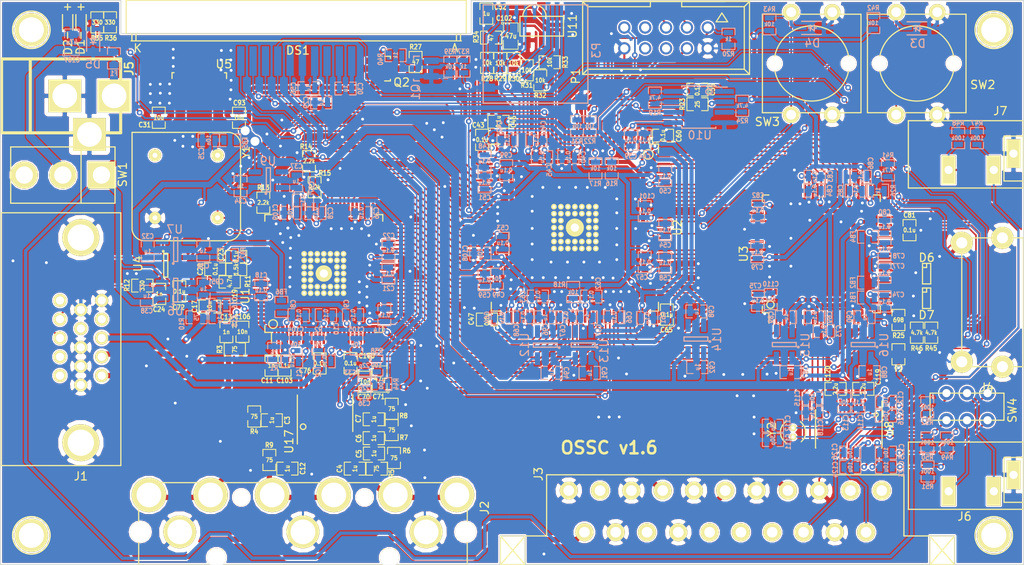
<source format=kicad_pcb>
(kicad_pcb (version 4) (host pcbnew 4.0.2+dfsg1-stable)
  (layers (0 F.Cu signal hide) (31 B.Cu signal hide) (34 B.Paste user hide) (35 F.Paste user hide) (36 B.SilkS user hide) (37 F.SilkS user) (38 B.Mask user hide) (39 F.Mask user hide) (44 Edge.Cuts user))
  (net 0 "")
  (net 1 /fpga1/ASDO)
  (net 2 /fpga1/DATA0)
  (net 3 /fpga1/DCLK)
  (net 4 /fpga1/HDMITX_HSYNC)
  (net 5 /fpga1/HDMITX_INT_N)
  (net 6 /fpga1/HDMITX_PCLK)
  (net 7 /fpga1/HDMITX_R0)
  (net 8 /fpga1/HDMITX_R1)
  (net 9 /fpga1/HDMITX_R2)
  (net 10 /fpga1/HDMITX_R3)
  (net 11 /fpga1/HDMITX_R4)
  (net 12 /fpga1/HDMITX_R5)
  (net 13 /fpga1/HDMITX_R6)
  (net 14 /fpga1/HDMITX_R7)
  (net 15 /fpga1/HDMITX_VSYNC)
  (net 16 /fpga1/IR_RX)
  (net 17 /fpga1/LED0)
  (net 18 /fpga1/LED1)
  (net 19 /fpga1/SCL)
  (net 20 /fpga1/SDA)
  (net 21 /fpga1/SD_CLK)
  (net 22 /fpga1/SD_CMD)
  (net 23 /fpga1/SD_DAT0)
  (net 24 /fpga1/SD_DAT1)
  (net 25 /fpga1/SD_DAT2)
  (net 26 /fpga1/SD_DAT3)
  (net 27 /fpga1/TCK)
  (net 28 /fpga1/TDI)
  (net 29 /fpga1/TDO)
  (net 30 /fpga1/TMS)
  (net 31 /fpga1/VCCA)
  (net 32 /fpga1/VCCD_PLL)
  (net 33 /fpga1/VCCINT)
  (net 34 /fpga1/nCSO)
  (net 35 /hdmitx1/AVCC1V8)
  (net 36 /hdmitx1/AVDD3V3)
  (net 37 /hdmitx1/B0)
  (net 38 /hdmitx1/B1)
  (net 39 /hdmitx1/B2)
  (net 40 /hdmitx1/B3)
  (net 41 /hdmitx1/B4)
  (net 42 /hdmitx1/B5)
  (net 43 /hdmitx1/B6)
  (net 44 /hdmitx1/B7)
  (net 45 /hdmitx1/DDC_SCL)
  (net 46 /hdmitx1/DDC_SDA)
  (net 47 /hdmitx1/DE)
  (net 48 /hdmitx1/DVDD1V8)
  (net 49 /hdmitx1/DVDD3V3)
  (net 50 /hdmitx1/G0)
  (net 51 /hdmitx1/G1)
  (net 52 /hdmitx1/G2)
  (net 53 /hdmitx1/G3)
  (net 54 /hdmitx1/G4)
  (net 55 /hdmitx1/G5)
  (net 56 /hdmitx1/G6)
  (net 57 /hdmitx1/G7)
  (net 58 /hdmitx1/HPD)
  (net 59 /hdmitx1/TMDS_CLK+)
  (net 60 /hdmitx1/TMDS_CLK-)
  (net 61 /hdmitx1/TMDS_D0+)
  (net 62 /hdmitx1/TMDS_D0-)
  (net 63 /hdmitx1/TMDS_D1+)
  (net 64 /hdmitx1/TMDS_D1-)
  (net 65 /hdmitx1/TMDS_D2+)
  (net 66 /hdmitx1/TMDS_D2-)
  (net 67 /tvp_board1/AVDD)
  (net 68 /tvp_board1/B0)
  (net 69 /tvp_board1/B1)
  (net 70 /tvp_board1/B2)
  (net 71 /tvp_board1/B3)
  (net 72 /tvp_board1/B4)
  (net 73 /tvp_board1/B5)
  (net 74 /tvp_board1/B6)
  (net 75 /tvp_board1/B7)
  (net 76 /tvp_board1/DVDD)
  (net 77 /tvp_board1/FID)
  (net 78 /tvp_board1/G0)
  (net 79 /tvp_board1/G1)
  (net 80 /tvp_board1/G2)
  (net 81 /tvp_board1/G3)
  (net 82 /tvp_board1/G4)
  (net 83 /tvp_board1/G5)
  (net 84 /tvp_board1/G6)
  (net 85 /tvp_board1/G7)
  (net 86 /tvp_board1/HSYNC)
  (net 87 /tvp_board1/PCLK)
  (net 88 /tvp_board1/R0)
  (net 89 /tvp_board1/R1)
  (net 90 /tvp_board1/R2)
  (net 91 /tvp_board1/R3)
  (net 92 /tvp_board1/R4)
  (net 93 /tvp_board1/R5)
  (net 94 /tvp_board1/R6)
  (net 95 /tvp_board1/R7)
  (net 96 /tvp_board1/RGB1_B)
  (net 97 /tvp_board1/RGB1_G)
  (net 98 /tvp_board1/RGB1_R)
  (net 99 /tvp_board1/RGB1_S)
  (net 100 /tvp_board1/RGB2_B)
  (net 101 /tvp_board1/RGB2_G)
  (net 102 /tvp_board1/RGB2_R)
  (net 103 /tvp_board1/RGB3_B)
  (net 104 /tvp_board1/RGB3_G)
  (net 105 /tvp_board1/RGB3_R)
  (net 106 /tvp_board1/VSYNC)
  (net 107 GND)
  (net 108 "Net-(C1-Pad2)")
  (net 109 "Net-(C2-Pad2)")
  (net 110 "Net-(C3-Pad2)")
  (net 111 "Net-(C4-Pad2)")
  (net 112 "Net-(C5-Pad2)")
  (net 113 "Net-(C6-Pad2)")
  (net 114 "Net-(C7-Pad2)")
  (net 115 "Net-(C11-Pad2)")
  (net 116 "Net-(C12-Pad2)")
  (net 117 "Net-(C13-Pad2)")
  (net 118 "Net-(C15-Pad2)")
  (net 119 "Net-(C16-Pad2)")
  (net 120 "Net-(C17-Pad2)")
  (net 121 "Net-(C19-Pad1)")
  (net 122 "Net-(C19-Pad2)")
  (net 123 "Net-(C20-Pad2)")
  (net 124 "Net-(C24-Pad1)")
  (net 125 "Net-(C25-Pad1)")
  (net 126 "Net-(C29-Pad2)")
  (net 127 "Net-(C30-Pad1)")
  (net 128 "Net-(C30-Pad2)")
  (net 129 "Net-(C74-Pad1)")
  (net 130 "Net-(C77-Pad1)")
  (net 131 "Net-(C80-Pad1)")
  (net 132 "Net-(J1-Pad9)")
  (net 133 "Net-(J1-Pad4)")
  (net 134 "Net-(J1-Pad11)")
  (net 135 "Net-(J1-Pad12)")
  (net 136 "Net-(J1-Pad15)")
  (net 137 "Net-(P1-Pad6)")
  (net 138 "Net-(P1-Pad8)")
  (net 139 "Net-(R11-Pad2)")
  (net 140 "Net-(R16-Pad2)")
  (net 141 "Net-(R24-Pad1)")
  (net 142 "Net-(R25-Pad1)")
  (net 143 "Net-(R26-Pad1)")
  (net 144 "Net-(U1-Pad25)")
  (net 145 "Net-(U1-Pad37)")
  (net 146 "Net-(U1-Pad38)")
  (net 147 "Net-(U1-Pad51)")
  (net 148 "Net-(U1-Pad52)")
  (net 149 "Net-(U1-Pad64)")
  (net 150 "Net-(U1-Pad65)")
  (net 151 "Net-(D1-Pad1)")
  (net 152 "Net-(D2-Pad1)")
  (net 153 "Net-(J3-Pad3)")
  (net 154 "Net-(J3-Pad8)")
  (net 155 "Net-(J3-Pad10)")
  (net 156 "Net-(J3-Pad12)")
  (net 157 "Net-(J3-Pad16)")
  (net 158 "Net-(J3-Pad19)")
  (net 159 "Net-(J3-Pad1)")
  (net 160 "Net-(J4-Pad13)")
  (net 161 "Net-(P1-Pad7)")
  (net 162 "Net-(U3-Pad45)")
  (net 163 "Net-(Y1-Pad1)")
  (net 164 /fpga1/CLK27)
  (net 165 "Net-(R17-Pad1)")
  (net 166 "Net-(R18-Pad2)")
  (net 167 "Net-(R19-Pad1)")
  (net 168 "Net-(R23-Pad2)")
  (net 169 "Net-(DS1-Pad11)")
  (net 170 "Net-(U17-Pad1)")
  (net 171 "Net-(U17-Pad20)")
  (net 172 "Net-(F1-Pad1)")
  (net 173 /tvp_board1/RGB_12_G)
  (net 174 /tvp_board1/RGB_12_R)
  (net 175 "Net-(C76-Pad2)")
  (net 176 /tvp_board1/RGB_12_B)
  (net 177 "Net-(C100-Pad2)")
  (net 178 "Net-(C103-Pad2)")
  (net 179 "Net-(C104-Pad2)")
  (net 180 "Net-(C105-Pad2)")
  (net 181 /tvp_board1/RGB3_HS)
  (net 182 /tvp_board1/RGB3_VS)
  (net 183 /tvp_board1/RGB3_VS_B)
  (net 184 /tvp_board1/RGB3_HS_B)
  (net 185 "Net-(C106-Pad1)")
  (net 186 "Net-(C107-Pad1)")
  (net 187 /fpga1/LCD_CS_N)
  (net 188 /fpga1/LCD_RS)
  (net 189 /fpga1/BTN0)
  (net 190 /fpga1/BTN1)
  (net 191 "Net-(C23-Pad1)")
  (net 192 /tvp_board1/AVDD_F)
  (net 193 "Net-(C102-Pad1)")
  (net 194 "Net-(C33-Pad2)")
  (net 195 "Net-(C36-Pad1)")
  (net 196 /fpga1/RESET_N)
  (net 197 "Net-(Q1-Pad1)")
  (net 198 "Net-(Q1-Pad3)")
  (net 199 "Net-(Q2-Pad1)")
  (net 200 "Net-(Q2-Pad3)")
  (net 201 /fpga1/LCD_BLEN)
  (net 202 /hdmitx1/5V)
  (net 203 "Net-(MH1-Pad1)")
  (net 204 "Net-(MH2-Pad1)")
  (net 205 "Net-(MH3-Pad1)")
  (net 206 "Net-(MH4-Pad1)")
  (net 207 /hdmitx1/5V_FUSED)
  (net 208 "Net-(C111-Pad1)")
  (net 209 "Net-(C112-Pad1)")
  (net 210 /hdmitx1/AV2_AUD_R)
  (net 211 "Net-(C116-Pad2)")
  (net 212 /hdmitx1/AV1_AUD_R)
  (net 213 "Net-(C119-Pad1)")
  (net 214 "Net-(C120-Pad1)")
  (net 215 /hdmitx1/AV2_AUD_L)
  (net 216 "Net-(C121-Pad2)")
  (net 217 /hdmitx1/AV1_AUD_L)
  (net 218 "Net-(C123-Pad1)")
  (net 219 /hdmitx1/AV3_AUD_R)
  (net 220 "Net-(C124-Pad1)")
  (net 221 "Net-(C125-Pad1)")
  (net 222 /hdmitx1/AV3_AUD_L)
  (net 223 "Net-(C126-Pad1)")
  (net 224 "Net-(J4-Pad14)")
  (net 225 "Net-(J6-Pad3)")
  (net 226 "Net-(J6-Pad2)")
  (net 227 /hdmitx1/I2S_DATA)
  (net 228 /hdmitx1/I2S_WS)
  (net 229 /hdmitx1/I2S_BCK)
  (net 230 "Net-(U8-Pad5)")
  (net 231 "Net-(U8-Pad19)")
  (net 232 "Net-(U8-Pad20)")
  (net 233 "Net-(U8-Pad21)")
  (net 234 "Net-(U8-Pad22)")
  (net 235 "Net-(U8-Pad3)")
  (net 236 "Net-(U8-Pad4)")
  (module custom_components:TSSOP-30_4.4x7.8mm_Pitch0.5mm_Handsoldering (layer F.Cu) (at 110.622 69.23 270)
    (fp_text reference U8 (at 0 -4.95 270) (layer F.SilkS))
    (fp_text value PCM1862)
    (pad 16 smd rect (at 3 3.5 270) (size 1.2 0.3) (layers F.Cu F.Paste F.Mask) (net 228 /hdmitx1/I2S_WS))
    (pad 17 smd rect (at 3 3 270) (size 1.2 0.3) (layers F.Cu F.Paste F.Mask) (net 229 /hdmitx1/I2S_BCK))
    (pad 18 smd rect (at 3 2.5 270) (size 1.2 0.3) (layers F.Cu F.Paste F.Mask) (net 227 /hdmitx1/I2S_DATA))
    (pad 19 smd rect (at 3 2 270) (size 1.2 0.3) (layers F.Cu F.Paste F.Mask) (net 231 "Net-(U8-Pad19)"))
    (pad 20 smd rect (at 3 1.5 270) (size 1.2 0.3) (layers F.Cu F.Paste F.Mask) (net 232 "Net-(U8-Pad20)"))
    (pad 21 smd rect (at 3 1 270) (size 1.2 0.3) (layers F.Cu F.Paste F.Mask) (net 233 "Net-(U8-Pad21)"))
    (pad 22 smd rect (at 3 0.5 270) (size 1.2 0.3) (layers F.Cu F.Paste F.Mask) (net 234 "Net-(U8-Pad22)"))
    (pad 23 smd rect (at 3 0 270) (size 1.2 0.3) (layers F.Cu F.Paste F.Mask) (net 20 /fpga1/SDA))
    (pad 24 smd rect (at 3 -0.5 270) (size 1.2 0.3) (layers F.Cu F.Paste F.Mask) (net 19 /fpga1/SCL))
    (pad 25 smd rect (at 3 -1 270) (size 1.2 0.3) (layers F.Cu F.Paste F.Mask) (net 107 GND))
    (pad 26 smd rect (at 3 -1.5 270) (size 1.2 0.3) (layers F.Cu F.Paste F.Mask) (net 107 GND))
    (pad 27 smd rect (at 3 -2 270) (size 1.2 0.3) (layers F.Cu F.Paste F.Mask) (net 223 "Net-(C126-Pad1)"))
    (pad 28 smd rect (at 3 -2.5 270) (size 1.2 0.3) (layers F.Cu F.Paste F.Mask) (net 220 "Net-(C124-Pad1)"))
    (pad 29 smd rect (at 3 -3 270) (size 1.2 0.3) (layers F.Cu F.Paste F.Mask) (net 221 "Net-(C125-Pad1)"))
    (pad 30 smd rect (at 3 -3.5 270) (size 1.2 0.3) (layers F.Cu F.Paste F.Mask) (net 218 "Net-(C123-Pad1)"))
    (pad 1 smd rect (at -3 -3.5 270) (size 1.2 0.3) (layers F.Cu F.Paste F.Mask) (net 216 "Net-(C121-Pad2)"))
    (pad 2 smd rect (at -3 -3 270) (size 1.2 0.3) (layers F.Cu F.Paste F.Mask) (net 211 "Net-(C116-Pad2)"))
    (pad 3 smd rect (at -3 -2.5 270) (size 1.2 0.3) (layers F.Cu F.Paste F.Mask) (net 235 "Net-(U8-Pad3)"))
    (pad 4 smd rect (at -3 -2 270) (size 1.2 0.3) (layers F.Cu F.Paste F.Mask) (net 236 "Net-(U8-Pad4)"))
    (pad 5 smd rect (at -3 -1.5 270) (size 1.2 0.3) (layers F.Cu F.Paste F.Mask) (net 230 "Net-(U8-Pad5)"))
    (pad 6 smd rect (at -3 -1 270) (size 1.2 0.3) (layers F.Cu F.Paste F.Mask) (net 213 "Net-(C119-Pad1)"))
    (pad 7 smd rect (at -3 -0.5 270) (size 1.2 0.3) (layers F.Cu F.Paste F.Mask) (net 107 GND))
    (pad 8 smd rect (at -3 0 270) (size 1.2 0.3) (layers F.Cu F.Paste F.Mask) (net 36 /hdmitx1/AVDD3V3))
    (pad 9 smd rect (at -3 0.5 270) (size 1.2 0.3) (layers F.Cu F.Paste F.Mask) (net 208 "Net-(C111-Pad1)"))
    (pad 10 smd rect (at -3 1 270) (size 1.2 0.3) (layers F.Cu F.Paste F.Mask) (net 209 "Net-(C112-Pad1)"))
    (pad 11 smd rect (at -3 1.5 270) (size 1.2 0.3) (layers F.Cu F.Paste F.Mask) (net 214 "Net-(C120-Pad1)"))
    (pad 12 smd rect (at -3 2 270) (size 1.2 0.3) (layers F.Cu F.Paste F.Mask) (net 107 GND))
    (pad 13 smd rect (at -3 2.5 270) (size 1.2 0.3) (layers F.Cu F.Paste F.Mask) (net 49 /hdmitx1/DVDD3V3))
    (pad 14 smd rect (at -3 3 270) (size 1.2 0.3) (layers F.Cu F.Paste F.Mask) (net 49 /hdmitx1/DVDD3V3))
    (pad 15 smd rect (at -3 3.5 270) (size 1.2 0.3) (layers F.Cu F.Paste F.Mask) (net 107 GND))
  )
  (module custom_components:IRM-V5XX_TR1 (layer F.Cu) (at 73.2641 21.3605)
    (fp_text reference U11 (at 3.7465 -1.19634 90) (layer F.SilkS))
    (fp_text value IRM-V538/TR1)
    (pad 1 smd rect (at 1.7 0.5) (size 0.7 1.9) (layers F.Cu F.Paste F.Mask) (net 16 /fpga1/IR_RX))
    (pad 2 smd rect (at 0 0.5) (size 0.7 1.9) (layers F.Cu F.Paste F.Mask) (net 193 "Net-(C102-Pad1)"))
    (pad 3 smd rect (at -1.7 0.5) (size 0.7 1.9) (layers F.Cu F.Paste F.Mask) (net 107 GND))
    (pad 3 smd rect (at 1.68 -2.85) (size 1.4 1.9) (layers F.Cu F.Paste F.Mask) (net 107 GND))
  )
  (module Connect:VASCH5x2 (layer F.Cu) (at 88.4 21.59 180)
    (fp_text reference P1 (at 10.996 -4.661 270) (layer F.SilkS))
    (fp_text value JTAG_CONN)
    (pad 1 thru_hole circle (at -5.08 1.27 180) (size 1.50622 1.50622) (drill 0.99822) (layers *.Cu *.Mask) (net 27 /fpga1/TCK))
    (pad 2 thru_hole circle (at -5.08 -1.27 180) (size 1.50622 1.50622) (drill 0.99822) (layers *.Cu *.Mask) (net 107 GND))
    (pad 3 thru_hole circle (at -2.54 1.27 180) (size 1.50622 1.50622) (drill 0.99822) (layers *.Cu *.Mask) (net 29 /fpga1/TDO))
    (pad 4 thru_hole circle (at -2.54 -1.27 180) (size 1.50622 1.50622) (drill 0.99822) (layers *.Cu *.Mask) (net 31 /fpga1/VCCA))
    (pad 5 thru_hole circle (at 0 1.27 180) (size 1.50622 1.50622) (drill 0.99822) (layers *.Cu *.Mask) (net 30 /fpga1/TMS))
    (pad 6 thru_hole circle (at 0 -1.27 180) (size 1.50622 1.50622) (drill 0.99822) (layers *.Cu *.Mask) (net 137 "Net-(P1-Pad6)"))
    (pad 7 thru_hole circle (at 2.54 1.27 180) (size 1.50622 1.50622) (drill 0.99822) (layers *.Cu *.Mask) (net 161 "Net-(P1-Pad7)"))
    (pad 8 thru_hole circle (at 2.54 -1.27 180) (size 1.50622 1.50622) (drill 0.99822) (layers *.Cu *.Mask) (net 138 "Net-(P1-Pad8)"))
    (pad 9 thru_hole circle (at 5.08 1.27 180) (size 1.50622 1.50622) (drill 0.99822) (layers *.Cu *.Mask) (net 28 /fpga1/TDI))
    (pad 10 thru_hole circle (at 5.08 -1.27 180) (size 1.50622 1.50622) (drill 0.99822) (layers *.Cu *.Mask) (net 107 GND))
  )
  (module Connect:1pin (layer F.Cu) (at 11.13 20.6)
    (fp_text reference MH1 hide)
    (fp_text value CONN_1)
    (pad 1 thru_hole circle (at 0 0) (size 4.064 4.064) (drill 3.048) (layers *.Cu *.Mask F.SilkS) (net 203 "Net-(MH1-Pad1)"))
  )
  (module Connect:1pin (layer F.Cu) (at 11.13 82.2)
    (fp_text reference MH3 hide)
    (fp_text value CONN_1)
    (pad 1 thru_hole circle (at 0 0) (size 4.064 4.064) (drill 3.048) (layers *.Cu *.Mask F.SilkS) (net 205 "Net-(MH3-Pad1)"))
  )
  (module Connect:1pin (layer F.Cu) (at 128.3 82.2)
    (fp_text reference MH4 hide)
    (fp_text value CONN_1)
    (pad 1 thru_hole circle (at 0 0) (size 4.064 4.064) (drill 3.048) (layers *.Cu *.Mask F.SilkS) (net 206 "Net-(MH4-Pad1)"))
  )
  (module Connect:1pin (layer F.Cu) (at 128.3 20.6)
    (fp_text reference MH2 hide)
    (fp_text value CONN_1)
    (pad 1 thru_hole circle (at 0 0) (size 4.064 4.064) (drill 3.048) (layers *.Cu *.Mask F.SilkS) (net 204 "Net-(MH2-Pad1)"))
  )
  (module custom_components:ACHL-OSC (layer F.Cu) (at 29.9945 39.6993 270)
    (fp_text reference Y1 (at -4.191 -7.2898 270) (layer F.SilkS) (effects (font (size 0.8 0.8))))
    (fp_text value ACHL-27MHZ-EK)
    (pad 5 thru_hole circle (at 3.81 -3.81 270) (size 1.5 1.5) (drill 0.6) (layers *.Cu *.Mask F.SilkS) (net 164 /fpga1/CLK27))
    (pad 8 thru_hole circle (at -3.81 -3.81 270) (size 1.5 1.5) (drill 0.6) (layers *.Cu *.Mask F.SilkS) (net 125 "Net-(C25-Pad1)"))
    (pad 1 thru_hole circle (at -3.81 3.81 270) (size 1.5 1.5) (drill 0.6) (layers *.Cu *.Mask F.SilkS) (net 163 "Net-(Y1-Pad1)"))
    (pad 4 thru_hole circle (at 3.81 3.81 270) (size 1.5 1.5) (drill 0.6) (layers *.Cu *.Mask F.SilkS) (net 107 GND))
  )
  (module custom_components:SOT-23-5_Handsoldering (layer B.Cu) (at 28.702 47.3701 90)
    (fp_text reference U7 (at 2.4631 -0.112 180) (layer B.SilkS) (effects (justify mirror)))
    (fp_text value NCP703SN19T1G)
    (pad 1 smd rect (at -0.95 -1.65) (size 1.56 0.65) (layers B.Cu B.Paste B.Mask) (net 49 /hdmitx1/DVDD3V3))
    (pad 2 smd rect (at 0 -1.65) (size 1.56 0.65) (layers B.Cu B.Paste B.Mask) (net 107 GND))
    (pad 3 smd rect (at 0.95 -1.65) (size 1.56 0.65) (layers B.Cu B.Paste B.Mask) (net 49 /hdmitx1/DVDD3V3))
    (pad 4 smd rect (at 0.95 1.65) (size 1.56 0.65) (layers B.Cu B.Paste B.Mask))
    (pad 5 smd rect (at -0.95 1.65) (size 1.56 0.65) (layers B.Cu B.Paste B.Mask) (net 67 /tvp_board1/AVDD))
  )
  (module custom_components:SOT-23-5_Handsoldering (layer B.Cu) (at 39.986 38.862 90)
    (fp_text reference U9 (at 2.263 -0.05 180) (layer B.SilkS) (effects (justify mirror)))
    (fp_text value TLV70019)
    (pad 1 smd rect (at -0.95 -1.65) (size 1.56 0.65) (layers B.Cu B.Paste B.Mask) (net 49 /hdmitx1/DVDD3V3))
    (pad 2 smd rect (at 0 -1.65) (size 1.56 0.65) (layers B.Cu B.Paste B.Mask) (net 107 GND))
    (pad 3 smd rect (at 0.95 -1.65) (size 1.56 0.65) (layers B.Cu B.Paste B.Mask) (net 49 /hdmitx1/DVDD3V3))
    (pad 4 smd rect (at 0.95 1.65) (size 1.56 0.65) (layers B.Cu B.Paste B.Mask))
    (pad 5 smd rect (at -0.95 1.65) (size 1.56 0.65) (layers B.Cu B.Paste B.Mask) (net 76 /tvp_board1/DVDD))
  )
  (module custom_components:SOT-23-5_Handsoldering (layer B.Cu) (at 102.7938 58.9534 180)
    (fp_text reference U15 (at -2.55 -0.05 270) (layer B.SilkS) (effects (justify mirror)))
    (fp_text value TLV70018)
    (pad 1 smd rect (at -0.95 -1.65 90) (size 1.56 0.65) (layers B.Cu B.Paste B.Mask) (net 49 /hdmitx1/DVDD3V3))
    (pad 2 smd rect (at 0 -1.65 90) (size 1.56 0.65) (layers B.Cu B.Paste B.Mask) (net 107 GND))
    (pad 3 smd rect (at 0.95 -1.65 90) (size 1.56 0.65) (layers B.Cu B.Paste B.Mask) (net 49 /hdmitx1/DVDD3V3))
    (pad 4 smd rect (at 0.95 1.65 90) (size 1.56 0.65) (layers B.Cu B.Paste B.Mask))
    (pad 5 smd rect (at -0.95 1.65 90) (size 1.56 0.65) (layers B.Cu B.Paste B.Mask) (net 48 /hdmitx1/DVDD1V8))
  )
  (module custom_components:SOT-23-5_Handsoldering (layer B.Cu) (at 112.39 58.9534 180)
    (fp_text reference U16 (at -2.55 -0.05 270) (layer B.SilkS) (effects (justify mirror)))
    (fp_text value TLV70018)
    (pad 1 smd rect (at -0.95 -1.65 90) (size 1.56 0.65) (layers B.Cu B.Paste B.Mask) (net 49 /hdmitx1/DVDD3V3))
    (pad 2 smd rect (at 0 -1.65 90) (size 1.56 0.65) (layers B.Cu B.Paste B.Mask) (net 107 GND))
    (pad 3 smd rect (at 0.95 -1.65 90) (size 1.56 0.65) (layers B.Cu B.Paste B.Mask) (net 49 /hdmitx1/DVDD3V3))
    (pad 4 smd rect (at 0.95 1.65 90) (size 1.56 0.65) (layers B.Cu B.Paste B.Mask))
    (pad 5 smd rect (at -0.95 1.65 90) (size 1.56 0.65) (layers B.Cu B.Paste B.Mask) (net 35 /hdmitx1/AVCC1V8))
  )
  (module custom_components:SOT-23-5_Handsoldering (layer B.Cu) (at 28.702 52.324 90)
    (fp_text reference U6 (at -2.55 -0.05 180) (layer B.SilkS) (effects (justify mirror)))
    (fp_text value TLV70033)
    (pad 1 smd rect (at -0.95 -1.65) (size 1.56 0.65) (layers B.Cu B.Paste B.Mask) (net 202 /hdmitx1/5V))
    (pad 2 smd rect (at 0 -1.65) (size 1.56 0.65) (layers B.Cu B.Paste B.Mask) (net 107 GND))
    (pad 3 smd rect (at 0.95 -1.65) (size 1.56 0.65) (layers B.Cu B.Paste B.Mask) (net 202 /hdmitx1/5V))
    (pad 4 smd rect (at 0.95 1.65) (size 1.56 0.65) (layers B.Cu B.Paste B.Mask))
    (pad 5 smd rect (at -0.95 1.65) (size 1.56 0.65) (layers B.Cu B.Paste B.Mask) (net 36 /hdmitx1/AVDD3V3))
  )
  (module custom_components:SOT-23-5_Handsoldering (layer B.Cu) (at 73.7 59.0246 180)
    (fp_text reference U12 (at 2.514 0.035 270) (layer B.SilkS) (effects (justify mirror)))
    (fp_text value TLV70012)
    (pad 1 smd rect (at -0.95 -1.65 90) (size 1.56 0.65) (layers B.Cu B.Paste B.Mask) (net 49 /hdmitx1/DVDD3V3))
    (pad 2 smd rect (at 0 -1.65 90) (size 1.56 0.65) (layers B.Cu B.Paste B.Mask) (net 107 GND))
    (pad 3 smd rect (at 0.95 -1.65 90) (size 1.56 0.65) (layers B.Cu B.Paste B.Mask) (net 49 /hdmitx1/DVDD3V3))
    (pad 4 smd rect (at 0.95 1.65 90) (size 1.56 0.65) (layers B.Cu B.Paste B.Mask))
    (pad 5 smd rect (at -0.95 1.65 90) (size 1.56 0.65) (layers B.Cu B.Paste B.Mask) (net 33 /fpga1/VCCINT))
  )
  (module custom_components:SOT-23-5_Handsoldering (layer B.Cu) (at 78.306 59.0026 180)
    (fp_text reference U13 (at -2.55 -0.7004 270) (layer B.SilkS) (effects (justify mirror)))
    (fp_text value TLV70025)
    (pad 1 smd rect (at -0.95 -1.65 90) (size 1.56 0.65) (layers B.Cu B.Paste B.Mask) (net 49 /hdmitx1/DVDD3V3))
    (pad 2 smd rect (at 0 -1.65 90) (size 1.56 0.65) (layers B.Cu B.Paste B.Mask) (net 107 GND))
    (pad 3 smd rect (at 0.95 -1.65 90) (size 1.56 0.65) (layers B.Cu B.Paste B.Mask) (net 49 /hdmitx1/DVDD3V3))
    (pad 4 smd rect (at 0.95 1.65 90) (size 1.56 0.65) (layers B.Cu B.Paste B.Mask))
    (pad 5 smd rect (at -0.95 1.65 90) (size 1.56 0.65) (layers B.Cu B.Paste B.Mask) (net 31 /fpga1/VCCA))
  )
  (module custom_components:SOT-23-5_Handsoldering (layer B.Cu) (at 92.034 58.278 180)
    (fp_text reference U14 (at -2.55 -0.05 270) (layer B.SilkS) (effects (justify mirror)))
    (fp_text value TLV70012)
    (pad 1 smd rect (at -0.95 -1.65 90) (size 1.56 0.65) (layers B.Cu B.Paste B.Mask) (net 49 /hdmitx1/DVDD3V3))
    (pad 2 smd rect (at 0 -1.65 90) (size 1.56 0.65) (layers B.Cu B.Paste B.Mask) (net 107 GND))
    (pad 3 smd rect (at 0.95 -1.65 90) (size 1.56 0.65) (layers B.Cu B.Paste B.Mask) (net 49 /hdmitx1/DVDD3V3))
    (pad 4 smd rect (at 0.95 1.65 90) (size 1.56 0.65) (layers B.Cu B.Paste B.Mask))
    (pad 5 smd rect (at -0.95 1.65 90) (size 1.56 0.65) (layers B.Cu B.Paste B.Mask) (net 32 /fpga1/VCCD_PLL))
  )
  (module custom_components:DM3D-SF (layer B.Cu) (at 67.988 19.305)
    (fp_text reference P3 (at 11.9253 3.81 270) (layer B.SilkS) (effects (justify mirror)))
    (fp_text value mSD_CONN)
    (pad 6 smd rect (at 10.1 10.1) (size 1.5 1.9) (layers B.Cu B.Paste B.Mask) (net 107 GND))
    (pad 6 smd rect (at -1.4 8.35) (size 2 1) (layers B.Cu B.Paste B.Mask) (net 107 GND))
    (pad 1 smd rect (at 7.7 -0.875) (size 0.4 1.75) (layers B.Cu B.Paste B.Mask) (net 25 /fpga1/SD_DAT2))
    (pad 2 smd rect (at 6.6 -0.875) (size 0.4 1.75) (layers B.Cu B.Paste B.Mask) (net 26 /fpga1/SD_DAT3))
    (pad 3 smd rect (at 5.5 -0.875) (size 0.4 1.75) (layers B.Cu B.Paste B.Mask) (net 22 /fpga1/SD_CMD))
    (pad 4 smd rect (at 4.4 -0.875) (size 0.4 1.75) (layers B.Cu B.Paste B.Mask) (net 49 /hdmitx1/DVDD3V3))
    (pad 5 smd rect (at 3.3 -0.875) (size 0.4 1.75) (layers B.Cu B.Paste B.Mask) (net 21 /fpga1/SD_CLK))
    (pad 6 smd rect (at 2.2 -0.875) (size 0.4 1.75) (layers B.Cu B.Paste B.Mask) (net 107 GND))
    (pad 7 smd rect (at 1.1 -0.875) (size 0.4 1.75) (layers B.Cu B.Paste B.Mask) (net 23 /fpga1/SD_DAT0))
    (pad 8 smd rect (at 0 -0.875) (size 0.4 1.75) (layers B.Cu B.Paste B.Mask) (net 24 /fpga1/SD_DAT1))
  )
  (module custom_components:SOT-23-6_Handsoldering (layer F.Cu) (at 27.4933 49.2878 270)
    (fp_text reference U4 (at -0.1848 3.3683 450) (layer F.SilkS))
    (fp_text value SN74LVC2G17)
    (pad 5 smd rect (at 0 -1.65) (size 1.56 0.65) (layers F.Cu F.Paste F.Mask) (net 49 /hdmitx1/DVDD3V3))
    (pad 1 smd rect (at -0.95 1.65) (size 1.56 0.65) (layers F.Cu F.Paste F.Mask) (net 181 /tvp_board1/RGB3_HS))
    (pad 2 smd rect (at 0 1.65) (size 1.56 0.65) (layers F.Cu F.Paste F.Mask) (net 107 GND))
    (pad 3 smd rect (at 0.95 1.65) (size 1.56 0.65) (layers F.Cu F.Paste F.Mask) (net 124 "Net-(C24-Pad1)"))
    (pad 4 smd rect (at 0.95 -1.65) (size 1.56 0.65) (layers F.Cu F.Paste F.Mask) (net 183 /tvp_board1/RGB3_VS_B))
    (pad 6 smd rect (at -0.95 -1.65) (size 1.56 0.65) (layers F.Cu F.Paste F.Mask) (net 184 /tvp_board1/RGB3_HS_B))
  )
  (module custom_components:SOD-323_Handsoldering (layer B.Cu) (at 18.654 21.915 90)
    (fp_text reference D5 (at -2.8702 -0.0254 360) (layer B.SilkS) (effects (justify mirror)))
    (fp_text value SD05-7)
    (pad 1 smd rect (at -1.4 0 90) (size 1.4 0.45) (layers B.Cu B.Paste B.Mask) (net 186 "Net-(C107-Pad1)"))
    (pad 2 smd rect (at 1.4 0 90) (size 1.4 0.45) (layers B.Cu B.Paste B.Mask) (net 107 GND))
  )
  (module custom_components:VGA_CONN (layer F.Cu) (at 17.1555 59.2954 270)
    (fp_text reference J1 (at 15.70228 -0.00508 360) (layer F.SilkS))
    (fp_text value VGA)
    (pad 8 thru_hole circle (at 0 0 270) (size 1.6 1.6) (drill 1) (layers *.Cu *.Mask F.SilkS) (net 107 GND))
    (pad 9 thru_hole circle (at -2.29 0 270) (size 1.6 1.6) (drill 1) (layers *.Cu *.Mask F.SilkS) (net 132 "Net-(J1-Pad9)"))
    (pad 10 thru_hole circle (at -4.58 0 270) (size 1.6 1.6) (drill 1) (layers *.Cu *.Mask F.SilkS) (net 107 GND))
    (pad 1 thru_hole circle (at 3.44 -2.54 270) (size 1.6 1.6) (drill 1) (layers *.Cu *.Mask F.SilkS) (net 105 /tvp_board1/RGB3_R))
    (pad 2 thru_hole circle (at 1.15 -2.54 270) (size 1.6 1.6) (drill 1) (layers *.Cu *.Mask F.SilkS) (net 104 /tvp_board1/RGB3_G))
    (pad 3 thru_hole circle (at -1.14 -2.54 270) (size 1.6 1.6) (drill 1) (layers *.Cu *.Mask F.SilkS) (net 103 /tvp_board1/RGB3_B))
    (pad 4 thru_hole circle (at -3.43 -2.54 270) (size 1.6 1.6) (drill 1) (layers *.Cu *.Mask F.SilkS) (net 133 "Net-(J1-Pad4)"))
    (pad 5 thru_hole circle (at -5.72 -2.54 270) (size 1.6 1.6) (drill 1) (layers *.Cu *.Mask F.SilkS) (net 107 GND))
    (pad 6 thru_hole circle (at 4.58 0 270) (size 1.6 1.6) (drill 1) (layers *.Cu *.Mask F.SilkS) (net 107 GND))
    (pad 7 thru_hole circle (at 2.29 0 270) (size 1.6 1.6) (drill 1) (layers *.Cu *.Mask F.SilkS) (net 107 GND))
    (pad 11 thru_hole circle (at 3.44 2.54 270) (size 1.6 1.6) (drill 1) (layers *.Cu *.Mask F.SilkS) (net 134 "Net-(J1-Pad11)"))
    (pad 12 thru_hole circle (at 1.15 2.54 270) (size 1.6 1.6) (drill 1) (layers *.Cu *.Mask F.SilkS) (net 135 "Net-(J1-Pad12)"))
    (pad 13 thru_hole circle (at -1.14 2.54 270) (size 1.6 1.6) (drill 1) (layers *.Cu *.Mask F.SilkS) (net 181 /tvp_board1/RGB3_HS))
    (pad 14 thru_hole circle (at -3.43 2.54 270) (size 1.6 1.6) (drill 1) (layers *.Cu *.Mask F.SilkS) (net 182 /tvp_board1/RGB3_VS))
    (pad 15 thru_hole circle (at -5.72 2.54 270) (size 1.6 1.6) (drill 1) (layers *.Cu *.Mask F.SilkS) (net 136 "Net-(J1-Pad15)"))
    (pad 10 thru_hole circle (at 11.62 0 270) (size 4.5 4.5) (drill 3.2) (layers *.Cu *.Mask F.SilkS) (net 107 GND))
    (pad 10 thru_hole circle (at -13.38 0 270) (size 4.5 4.5) (drill 3.2) (layers *.Cu *.Mask F.SilkS) (net 107 GND))
  )
  (module custom_components:SOT-223_Handsoldering (layer F.Cu) (at 31.577 27.656)
    (fp_text reference U5 (at 2.987 -2.876) (layer F.SilkS))
    (fp_text value AP7361C)
    (pad 2 smd rect (at 0 3.6) (size 1.2 2.4) (layers F.Cu F.Paste F.Mask) (net 107 GND))
    (pad 1 smd rect (at -2.3 3.6) (size 1.2 2.4) (layers F.Cu F.Paste F.Mask) (net 202 /hdmitx1/5V))
    (pad 3 smd rect (at 2.3 3.6) (size 1.2 2.4) (layers F.Cu F.Paste F.Mask) (net 49 /hdmitx1/DVDD3V3))
    (pad 2 smd rect (at 0 -3.6) (size 3.3 2.4) (layers F.Cu F.Paste F.Mask) (net 107 GND))
  )
  (module Housings_SOT-23_SOT-143_TSOT-6:SOT-23_Handsoldering (layer B.Cu) (at 58.316 25.317 270)
    (fp_text reference Q1 (at 2.862 0.404 270) (layer B.SilkS) (effects (justify mirror)))
    (fp_text value BC847)
    (pad 1 smd rect (at -0.95 -1.50114 270) (size 0.8001 1.80086) (layers B.Cu B.Paste B.Mask) (net 197 "Net-(Q1-Pad1)"))
    (pad 2 smd rect (at 0.95 -1.50114 270) (size 0.8001 1.80086) (layers B.Cu B.Paste B.Mask) (net 107 GND))
    (pad 3 smd rect (at 0 1.50114 270) (size 0.8001 1.80086) (layers B.Cu B.Paste B.Mask) (net 198 "Net-(Q1-Pad3)"))
  )
  (module Housings_SOT-23_SOT-143_TSOT-6:SOT-23_Handsoldering (layer F.Cu) (at 54.193 25.329 270)
    (fp_text reference Q2 (at 1.676 -2.012 360) (layer F.SilkS))
    (fp_text value BC857)
    (pad 1 smd rect (at -0.95 1.50114 270) (size 0.8001 1.80086) (layers F.Cu F.Paste F.Mask) (net 199 "Net-(Q2-Pad1)"))
    (pad 2 smd rect (at 0.95 1.50114 270) (size 0.8001 1.80086) (layers F.Cu F.Paste F.Mask) (net 49 /hdmitx1/DVDD3V3))
    (pad 3 smd rect (at 0 -1.50114 270) (size 0.8001 1.80086) (layers F.Cu F.Paste F.Mask) (net 200 "Net-(Q2-Pad3)"))
  )
  (module custom_components:TSSOP-20_4.4x6.5mm_Pitch0.65mm_Handsoldering (layer F.Cu) (at 46.888 67.324 90)
    (fp_text reference U17 (at -3.451 -4.384 90) (layer F.SilkS))
    (fp_text value THS7353)
    (pad 1 smd rect (at -3.22 -2.925 90) (size 2 0.4) (layers F.Cu F.Paste F.Mask) (net 170 "Net-(U17-Pad1)"))
    (pad 2 smd rect (at -3.22 -2.275 90) (size 2 0.4) (layers F.Cu F.Paste F.Mask) (net 116 "Net-(C12-Pad2)"))
    (pad 3 smd rect (at -3.22 -1.625 90) (size 2 0.4) (layers F.Cu F.Paste F.Mask) (net 110 "Net-(C3-Pad2)"))
    (pad 4 smd rect (at -3.22 -0.975 90) (size 2 0.4) (layers F.Cu F.Paste F.Mask) (net 111 "Net-(C4-Pad2)"))
    (pad 5 smd rect (at -3.22 -0.325 90) (size 2 0.4) (layers F.Cu F.Paste F.Mask) (net 112 "Net-(C5-Pad2)"))
    (pad 6 smd rect (at -3.22 0.325 90) (size 2 0.4) (layers F.Cu F.Paste F.Mask) (net 113 "Net-(C6-Pad2)"))
    (pad 7 smd rect (at -3.22 0.975 90) (size 2 0.4) (layers F.Cu F.Paste F.Mask) (net 114 "Net-(C7-Pad2)"))
    (pad 8 smd rect (at -3.22 1.625 90) (size 2 0.4) (layers F.Cu F.Paste F.Mask) (net 107 GND))
    (pad 9 smd rect (at -3.22 2.275 90) (size 2 0.4) (layers F.Cu F.Paste F.Mask) (net 107 GND))
    (pad 10 smd rect (at -3.22 2.925 90) (size 2 0.4) (layers F.Cu F.Paste F.Mask) (net 107 GND))
    (pad 11 smd rect (at 3.22 2.925 90) (size 2 0.4) (layers F.Cu F.Paste F.Mask) (net 36 /hdmitx1/AVDD3V3))
    (pad 12 smd rect (at 3.22 2.275 90) (size 2 0.4) (layers F.Cu F.Paste F.Mask) (net 195 "Net-(C36-Pad1)"))
    (pad 13 smd rect (at 3.22 1.625 90) (size 2 0.4) (layers F.Cu F.Paste F.Mask) (net 194 "Net-(C33-Pad2)"))
    (pad 14 smd rect (at 3.22 0.975 90) (size 2 0.4) (layers F.Cu F.Paste F.Mask) (net 176 /tvp_board1/RGB_12_B))
    (pad 15 smd rect (at 3.22 0.325 90) (size 2 0.4) (layers F.Cu F.Paste F.Mask) (net 176 /tvp_board1/RGB_12_B))
    (pad 16 smd rect (at 3.22 -0.325 90) (size 2 0.4) (layers F.Cu F.Paste F.Mask) (net 174 /tvp_board1/RGB_12_R))
    (pad 17 smd rect (at 3.22 -0.975 90) (size 2 0.4) (layers F.Cu F.Paste F.Mask) (net 174 /tvp_board1/RGB_12_R))
    (pad 18 smd rect (at 3.22 -1.625 90) (size 2 0.4) (layers F.Cu F.Paste F.Mask) (net 173 /tvp_board1/RGB_12_G))
    (pad 19 smd rect (at 3.22 -2.275 90) (size 2 0.4) (layers F.Cu F.Paste F.Mask) (net 173 /tvp_board1/RGB_12_G))
    (pad 20 smd rect (at 3.22 -2.925 90) (size 2 0.4) (layers F.Cu F.Paste F.Mask) (net 171 "Net-(U17-Pad20)"))
  )
  (module custom_components:TQFP-100_custom (layer F.Cu) (at 107.3 47.9 90)
    (fp_text reference U3 (at 0 -9.45 90) (layer F.SilkS))
    (fp_text value IT6613)
    (pad 1 smd rect (at -7.8 -6 90) (size 1.6 0.3) (layers F.Cu F.Paste F.Mask) (net 47 /hdmitx1/DE))
    (pad 2 smd rect (at -7.8 -5.5 90) (size 1.6 0.3) (layers F.Cu F.Paste F.Mask) (net 4 /fpga1/HDMITX_HSYNC))
    (pad 3 smd rect (at -7.8 -5 90) (size 1.6 0.3) (layers F.Cu F.Paste F.Mask) (net 15 /fpga1/HDMITX_VSYNC))
    (pad 4 smd rect (at -7.8 -4.5 90) (size 1.6 0.3) (layers F.Cu F.Paste F.Mask) (net 107 GND))
    (pad 5 smd rect (at -7.8 -4 90) (size 1.6 0.3) (layers F.Cu F.Paste F.Mask) (net 107 GND))
    (pad 6 smd rect (at -7.8 -3.5 90) (size 1.6 0.3) (layers F.Cu F.Paste F.Mask) (net 107 GND))
    (pad 7 smd rect (at -7.8 -3 90) (size 1.6 0.3) (layers F.Cu F.Paste F.Mask) (net 107 GND))
    (pad 8 smd rect (at -7.8 -2.5 90) (size 1.6 0.3) (layers F.Cu F.Paste F.Mask) (net 107 GND))
    (pad 9 smd rect (at -7.8 -2 90) (size 1.6 0.3) (layers F.Cu F.Paste F.Mask) (net 227 /hdmitx1/I2S_DATA))
    (pad 10 smd rect (at -7.8 -1.5 90) (size 1.6 0.3) (layers F.Cu F.Paste F.Mask) (net 228 /hdmitx1/I2S_WS))
    (pad 11 smd rect (at -7.8 -1 90) (size 1.6 0.3) (layers F.Cu F.Paste F.Mask) (net 229 /hdmitx1/I2S_BCK))
    (pad 12 smd rect (at -7.8 -0.5 90) (size 1.6 0.3) (layers F.Cu F.Paste F.Mask) (net 48 /hdmitx1/DVDD1V8))
    (pad 13 smd rect (at -7.8 0 90) (size 1.6 0.3) (layers F.Cu F.Paste F.Mask) (net 107 GND))
    (pad 14 smd rect (at -7.8 0.5 90) (size 1.6 0.3) (layers F.Cu F.Paste F.Mask) (net 49 /hdmitx1/DVDD3V3))
    (pad 15 smd rect (at -7.8 1 90) (size 1.6 0.3) (layers F.Cu F.Paste F.Mask) (net 107 GND))
    (pad 16 smd rect (at -7.8 1.5 90) (size 1.6 0.3) (layers F.Cu F.Paste F.Mask) (net 107 GND))
    (pad 17 smd rect (at -7.8 2 90) (size 1.6 0.3) (layers F.Cu F.Paste F.Mask) (net 107 GND))
    (pad 18 smd rect (at -7.8 2.5 90) (size 1.6 0.3) (layers F.Cu F.Paste F.Mask) (net 107 GND))
    (pad 19 smd rect (at -7.8 3 90) (size 1.6 0.3) (layers F.Cu F.Paste F.Mask) (net 107 GND))
    (pad 20 smd rect (at -7.8 3.5 90) (size 1.6 0.3) (layers F.Cu F.Paste F.Mask) (net 107 GND))
    (pad 21 smd rect (at -7.8 4 90) (size 1.6 0.3) (layers F.Cu F.Paste F.Mask) (net 107 GND))
    (pad 22 smd rect (at -7.8 4.5 90) (size 1.6 0.3) (layers F.Cu F.Paste F.Mask) (net 107 GND))
    (pad 23 smd rect (at -7.8 5 90) (size 1.6 0.3) (layers F.Cu F.Paste F.Mask) (net 107 GND))
    (pad 24 smd rect (at -7.8 5.5 90) (size 1.6 0.3) (layers F.Cu F.Paste F.Mask) (net 5 /fpga1/HDMITX_INT_N))
    (pad 25 smd rect (at -7.8 6 90) (size 1.6 0.3) (layers F.Cu F.Paste F.Mask) (net 196 /fpga1/RESET_N))
    (pad 26 smd rect (at -6 7.8 180) (size 1.6 0.3) (layers F.Cu F.Paste F.Mask) (net 107 GND))
    (pad 27 smd rect (at -5.5 7.8 180) (size 1.6 0.3) (layers F.Cu F.Paste F.Mask) (net 142 "Net-(R25-Pad1)"))
    (pad 28 smd rect (at -5 7.8 180) (size 1.6 0.3) (layers F.Cu F.Paste F.Mask) (net 129 "Net-(C74-Pad1)"))
    (pad 29 smd rect (at -4.5 7.8 180) (size 1.6 0.3) (layers F.Cu F.Paste F.Mask) (net 107 GND))
    (pad 30 smd rect (at -4 7.8 180) (size 1.6 0.3) (layers F.Cu F.Paste F.Mask) (net 60 /hdmitx1/TMDS_CLK-))
    (pad 31 smd rect (at -3.5 7.8 180) (size 1.6 0.3) (layers F.Cu F.Paste F.Mask) (net 59 /hdmitx1/TMDS_CLK+))
    (pad 32 smd rect (at -3 7.8 180) (size 1.6 0.3) (layers F.Cu F.Paste F.Mask) (net 130 "Net-(C77-Pad1)"))
    (pad 33 smd rect (at -2.5 7.8 180) (size 1.6 0.3) (layers F.Cu F.Paste F.Mask) (net 62 /hdmitx1/TMDS_D0-))
    (pad 34 smd rect (at -2 7.8 180) (size 1.6 0.3) (layers F.Cu F.Paste F.Mask) (net 61 /hdmitx1/TMDS_D0+))
    (pad 35 smd rect (at -1.5 7.8 180) (size 1.6 0.3) (layers F.Cu F.Paste F.Mask) (net 107 GND))
    (pad 36 smd rect (at -1 7.8 180) (size 1.6 0.3) (layers F.Cu F.Paste F.Mask) (net 64 /hdmitx1/TMDS_D1-))
    (pad 37 smd rect (at -0.5 7.8 180) (size 1.6 0.3) (layers F.Cu F.Paste F.Mask) (net 63 /hdmitx1/TMDS_D1+))
    (pad 38 smd rect (at 0 7.8 180) (size 1.6 0.3) (layers F.Cu F.Paste F.Mask) (net 130 "Net-(C77-Pad1)"))
    (pad 39 smd rect (at 0.5 7.8 180) (size 1.6 0.3) (layers F.Cu F.Paste F.Mask) (net 66 /hdmitx1/TMDS_D2-))
    (pad 40 smd rect (at 1 7.8 180) (size 1.6 0.3) (layers F.Cu F.Paste F.Mask) (net 65 /hdmitx1/TMDS_D2+))
    (pad 41 smd rect (at 1.5 7.8 180) (size 1.6 0.3) (layers F.Cu F.Paste F.Mask) (net 107 GND))
    (pad 42 smd rect (at 2 7.8 180) (size 1.6 0.3) (layers F.Cu F.Paste F.Mask) (net 131 "Net-(C80-Pad1)"))
    (pad 43 smd rect (at 2.5 7.8 180) (size 1.6 0.3) (layers F.Cu F.Paste F.Mask) (net 107 GND))
    (pad 44 smd rect (at 3 7.8 180) (size 1.6 0.3) (layers F.Cu F.Paste F.Mask) (net 36 /hdmitx1/AVDD3V3))
    (pad 45 smd rect (at 3.5 7.8 180) (size 1.6 0.3) (layers F.Cu F.Paste F.Mask) (net 162 "Net-(U3-Pad45)"))
    (pad 46 smd rect (at 4 7.8 180) (size 1.6 0.3) (layers F.Cu F.Paste F.Mask) (net 45 /hdmitx1/DDC_SCL))
    (pad 47 smd rect (at 4.5 7.8 180) (size 1.6 0.3) (layers F.Cu F.Paste F.Mask) (net 46 /hdmitx1/DDC_SDA))
    (pad 48 smd rect (at 5 7.8 180) (size 1.6 0.3) (layers F.Cu F.Paste F.Mask) (net 19 /fpga1/SCL))
    (pad 49 smd rect (at 5.5 7.8 180) (size 1.6 0.3) (layers F.Cu F.Paste F.Mask) (net 20 /fpga1/SDA))
    (pad 50 smd rect (at 6 7.8 180) (size 1.6 0.3) (layers F.Cu F.Paste F.Mask) (net 107 GND))
    (pad 51 smd rect (at 7.8 6 90) (size 1.6 0.3) (layers F.Cu F.Paste F.Mask) (net 58 /hdmitx1/HPD))
    (pad 52 smd rect (at 7.8 5.5 90) (size 1.6 0.3) (layers F.Cu F.Paste F.Mask) (net 143 "Net-(R26-Pad1)"))
    (pad 53 smd rect (at 7.8 5 90) (size 1.6 0.3) (layers F.Cu F.Paste F.Mask) (net 49 /hdmitx1/DVDD3V3))
    (pad 54 smd rect (at 7.8 4.5 90) (size 1.6 0.3) (layers F.Cu F.Paste F.Mask) (net 107 GND))
    (pad 55 smd rect (at 7.8 4 90) (size 1.6 0.3) (layers F.Cu F.Paste F.Mask) (net 48 /hdmitx1/DVDD1V8))
    (pad 56 smd rect (at 7.8 3.5 90) (size 1.6 0.3) (layers F.Cu F.Paste F.Mask) (net 14 /fpga1/HDMITX_R7))
    (pad 57 smd rect (at 7.8 3 90) (size 1.6 0.3) (layers F.Cu F.Paste F.Mask) (net 13 /fpga1/HDMITX_R6))
    (pad 58 smd rect (at 7.8 2.5 90) (size 1.6 0.3) (layers F.Cu F.Paste F.Mask) (net 12 /fpga1/HDMITX_R5))
    (pad 59 smd rect (at 7.8 2 90) (size 1.6 0.3) (layers F.Cu F.Paste F.Mask) (net 11 /fpga1/HDMITX_R4))
    (pad 60 smd rect (at 7.8 1.5 90) (size 1.6 0.3) (layers F.Cu F.Paste F.Mask) (net 10 /fpga1/HDMITX_R3))
    (pad 61 smd rect (at 7.8 1 90) (size 1.6 0.3) (layers F.Cu F.Paste F.Mask) (net 9 /fpga1/HDMITX_R2))
    (pad 62 smd rect (at 7.8 0.5 90) (size 1.6 0.3) (layers F.Cu F.Paste F.Mask) (net 8 /fpga1/HDMITX_R1))
    (pad 63 smd rect (at 7.8 0 90) (size 1.6 0.3) (layers F.Cu F.Paste F.Mask) (net 7 /fpga1/HDMITX_R0))
    (pad 64 smd rect (at 7.8 -0.5 90) (size 1.6 0.3) (layers F.Cu F.Paste F.Mask) (net 48 /hdmitx1/DVDD1V8))
    (pad 65 smd rect (at 7.8 -1 90) (size 1.6 0.3) (layers F.Cu F.Paste F.Mask) (net 107 GND))
    (pad 66 smd rect (at 7.8 -1.5 90) (size 1.6 0.3) (layers F.Cu F.Paste F.Mask) (net 49 /hdmitx1/DVDD3V3))
    (pad 67 smd rect (at 7.8 -2 90) (size 1.6 0.3) (layers F.Cu F.Paste F.Mask) (net 107 GND))
    (pad 68 smd rect (at 7.8 -2.5 90) (size 1.6 0.3) (layers F.Cu F.Paste F.Mask) (net 107 GND))
    (pad 69 smd rect (at 7.8 -3 90) (size 1.6 0.3) (layers F.Cu F.Paste F.Mask) (net 107 GND))
    (pad 70 smd rect (at 7.8 -3.5 90) (size 1.6 0.3) (layers F.Cu F.Paste F.Mask) (net 107 GND))
    (pad 71 smd rect (at 7.8 -4 90) (size 1.6 0.3) (layers F.Cu F.Paste F.Mask) (net 57 /hdmitx1/G7))
    (pad 72 smd rect (at 7.8 -4.5 90) (size 1.6 0.3) (layers F.Cu F.Paste F.Mask) (net 56 /hdmitx1/G6))
    (pad 73 smd rect (at 7.8 -5 90) (size 1.6 0.3) (layers F.Cu F.Paste F.Mask) (net 55 /hdmitx1/G5))
    (pad 74 smd rect (at 7.8 -5.5 90) (size 1.6 0.3) (layers F.Cu F.Paste F.Mask) (net 54 /hdmitx1/G4))
    (pad 75 smd rect (at 7.8 -6 90) (size 1.6 0.3) (layers F.Cu F.Paste F.Mask) (net 53 /hdmitx1/G3))
    (pad 76 smd rect (at 6 -7.8 180) (size 1.6 0.3) (layers F.Cu F.Paste F.Mask) (net 48 /hdmitx1/DVDD1V8))
    (pad 77 smd rect (at 5.5 -7.8 180) (size 1.6 0.3) (layers F.Cu F.Paste F.Mask) (net 52 /hdmitx1/G2))
    (pad 78 smd rect (at 5 -7.8 180) (size 1.6 0.3) (layers F.Cu F.Paste F.Mask) (net 51 /hdmitx1/G1))
    (pad 79 smd rect (at 4.5 -7.8 180) (size 1.6 0.3) (layers F.Cu F.Paste F.Mask) (net 50 /hdmitx1/G0))
    (pad 80 smd rect (at 4 -7.8 180) (size 1.6 0.3) (layers F.Cu F.Paste F.Mask) (net 107 GND))
    (pad 81 smd rect (at 3.5 -7.8 180) (size 1.6 0.3) (layers F.Cu F.Paste F.Mask) (net 107 GND))
    (pad 82 smd rect (at 3 -7.8 180) (size 1.6 0.3) (layers F.Cu F.Paste F.Mask) (net 107 GND))
    (pad 83 smd rect (at 2.5 -7.8 180) (size 1.6 0.3) (layers F.Cu F.Paste F.Mask) (net 107 GND))
    (pad 84 smd rect (at 2 -7.8 180) (size 1.6 0.3) (layers F.Cu F.Paste F.Mask) (net 44 /hdmitx1/B7))
    (pad 85 smd rect (at 1.5 -7.8 180) (size 1.6 0.3) (layers F.Cu F.Paste F.Mask) (net 43 /hdmitx1/B6))
    (pad 86 smd rect (at 1 -7.8 180) (size 1.6 0.3) (layers F.Cu F.Paste F.Mask) (net 42 /hdmitx1/B5))
    (pad 87 smd rect (at 0.5 -7.8 180) (size 1.6 0.3) (layers F.Cu F.Paste F.Mask) (net 107 GND))
    (pad 88 smd rect (at 0 -7.8 180) (size 1.6 0.3) (layers F.Cu F.Paste F.Mask) (net 6 /fpga1/HDMITX_PCLK))
    (pad 89 smd rect (at -0.5 -7.8 180) (size 1.6 0.3) (layers F.Cu F.Paste F.Mask) (net 49 /hdmitx1/DVDD3V3))
    (pad 90 smd rect (at -1 -7.8 180) (size 1.6 0.3) (layers F.Cu F.Paste F.Mask) (net 41 /hdmitx1/B4))
    (pad 91 smd rect (at -1.5 -7.8 180) (size 1.6 0.3) (layers F.Cu F.Paste F.Mask) (net 40 /hdmitx1/B3))
    (pad 92 smd rect (at -2 -7.8 180) (size 1.6 0.3) (layers F.Cu F.Paste F.Mask) (net 39 /hdmitx1/B2))
    (pad 93 smd rect (at -2.5 -7.8 180) (size 1.6 0.3) (layers F.Cu F.Paste F.Mask) (net 38 /hdmitx1/B1))
    (pad 94 smd rect (at -3 -7.8 180) (size 1.6 0.3) (layers F.Cu F.Paste F.Mask) (net 37 /hdmitx1/B0))
    (pad 95 smd rect (at -3.5 -7.8 180) (size 1.6 0.3) (layers F.Cu F.Paste F.Mask) (net 107 GND))
    (pad 96 smd rect (at -4 -7.8 180) (size 1.6 0.3) (layers F.Cu F.Paste F.Mask) (net 107 GND))
    (pad 97 smd rect (at -4.5 -7.8 180) (size 1.6 0.3) (layers F.Cu F.Paste F.Mask) (net 107 GND))
    (pad 98 smd rect (at -5 -7.8 180) (size 1.6 0.3) (layers F.Cu F.Paste F.Mask) (net 107 GND))
    (pad 99 smd rect (at -5.5 -7.8 180) (size 1.6 0.3) (layers F.Cu F.Paste F.Mask) (net 48 /hdmitx1/DVDD1V8))
    (pad 100 smd rect (at -6 -7.8 180) (size 1.6 0.3) (layers F.Cu F.Paste F.Mask) (net 107 GND))
  )
  (module custom_components:SCART_CONN (layer F.Cu) (at 112.7546 81.8212)
    (fp_text reference J3 (at -39.8886 -7.0922 90) (layer F.SilkS))
    (fp_text value SCART-F)
    (pad 2 thru_hole circle (at 0 0) (size 2.2 2.2) (drill 1.3) (layers *.Cu *.Mask F.SilkS) (net 212 /hdmitx1/AV1_AUD_R))
    (pad 3 thru_hole circle (at -1.905 -5.08) (size 2.2 2.2) (drill 1.3) (layers *.Cu *.Mask F.SilkS) (net 153 "Net-(J3-Pad3)"))
    (pad 4 thru_hole circle (at -3.81 0) (size 2.2 2.2) (drill 1.3) (layers *.Cu *.Mask F.SilkS) (net 107 GND))
    (pad 5 thru_hole circle (at -5.715 -5.08) (size 2.2 2.2) (drill 1.3) (layers *.Cu *.Mask F.SilkS) (net 107 GND))
    (pad 6 thru_hole circle (at -7.62 0) (size 2.2 2.2) (drill 1.3) (layers *.Cu *.Mask F.SilkS) (net 217 /hdmitx1/AV1_AUD_L))
    (pad 7 thru_hole circle (at -9.525 -5.08) (size 2.2 2.2) (drill 1.3) (layers *.Cu *.Mask F.SilkS) (net 96 /tvp_board1/RGB1_B))
    (pad 8 thru_hole circle (at -11.43 0) (size 2.2 2.2) (drill 1.3) (layers *.Cu *.Mask F.SilkS) (net 154 "Net-(J3-Pad8)"))
    (pad 9 thru_hole circle (at -13.335 -5.08) (size 2.2 2.2) (drill 1.3) (layers *.Cu *.Mask F.SilkS) (net 107 GND))
    (pad 10 thru_hole circle (at -15.24 0) (size 2.2 2.2) (drill 1.3) (layers *.Cu *.Mask F.SilkS) (net 155 "Net-(J3-Pad10)"))
    (pad 11 thru_hole circle (at -17.145 -5.08) (size 2.2 2.2) (drill 1.3) (layers *.Cu *.Mask F.SilkS) (net 97 /tvp_board1/RGB1_G))
    (pad 12 thru_hole circle (at -19.05 0) (size 2.2 2.2) (drill 1.3) (layers *.Cu *.Mask F.SilkS) (net 156 "Net-(J3-Pad12)"))
    (pad 13 thru_hole circle (at -20.955 -5.08) (size 2.2 2.2) (drill 1.3) (layers *.Cu *.Mask F.SilkS) (net 107 GND))
    (pad 20 thru_hole circle (at -34.29 0) (size 2.2 2.2) (drill 1.3) (layers *.Cu *.Mask F.SilkS) (net 99 /tvp_board1/RGB1_S))
    (pad 15 thru_hole circle (at -24.765 -5.08) (size 2.2 2.2) (drill 1.3) (layers *.Cu *.Mask F.SilkS) (net 98 /tvp_board1/RGB1_R))
    (pad 14 thru_hole circle (at -22.86 0) (size 2.2 2.2) (drill 1.3) (layers *.Cu *.Mask F.SilkS) (net 107 GND))
    (pad 17 thru_hole circle (at -28.575 -5.08) (size 2.2 2.2) (drill 1.3) (layers *.Cu *.Mask F.SilkS) (net 107 GND))
    (pad 16 thru_hole circle (at -26.67 0) (size 2.2 2.2) (drill 1.3) (layers *.Cu *.Mask F.SilkS) (net 157 "Net-(J3-Pad16)"))
    (pad 19 thru_hole circle (at -32.385 -5.08) (size 2.2 2.2) (drill 1.3) (layers *.Cu *.Mask F.SilkS) (net 158 "Net-(J3-Pad19)"))
    (pad 18 thru_hole circle (at -30.48 0) (size 2.2 2.2) (drill 1.3) (layers *.Cu *.Mask F.SilkS) (net 107 GND))
    (pad 21 thru_hole circle (at -36.195 -5.08) (size 2.2 2.2) (drill 1.3) (layers *.Cu *.Mask F.SilkS) (net 107 GND))
    (pad 1 thru_hole circle (at 1.905 -5.08) (size 2.2 2.2) (drill 1.3) (layers *.Cu *.Mask F.SilkS) (net 159 "Net-(J3-Pad1)"))
  )
  (module custom_components:SW_PUSH-SKHCBFA010 (layer F.Cu) (at 106.131 24.7 90)
    (fp_text reference SW3 (at -7.106 -5.395 180) (layer F.SilkS))
    (fp_text value SW_PUSH)
    (pad 1 thru_hole circle (at 6.25 -2.5 90) (size 2 2) (drill 1.2) (layers *.Cu *.Mask F.SilkS) (net 190 /fpga1/BTN1))
    (pad 2 thru_hole circle (at 6.25 2.5 90) (size 2 2) (drill 1.2) (layers *.Cu *.Mask F.SilkS) (net 107 GND))
    (pad 1 thru_hole circle (at -6.25 -2.5 90) (size 2 2) (drill 1.2) (layers *.Cu *.Mask F.SilkS) (net 190 /fpga1/BTN1))
    (pad 2 thru_hole circle (at -6.25 2.5 90) (size 2 2) (drill 1.2) (layers *.Cu *.Mask F.SilkS) (net 107 GND))
    (pad "" thru_hole circle (at 0 4.5 90) (size 1.7 1.7) (drill 1.7) (layers *.Cu *.Mask F.SilkS))
    (pad "" thru_hole circle (at 0 -4.5 90) (size 1.7 1.7) (drill 1.7) (layers *.Cu *.Mask F.SilkS))
  )
  (module custom_components:SW_PUSH-SKHCBFA010 (layer F.Cu) (at 118.918 24.7 90)
    (fp_text reference SW2 (at -2.597 8.041 180) (layer F.SilkS))
    (fp_text value SW_PUSH)
    (pad 1 thru_hole circle (at 6.25 -2.5 90) (size 2 2) (drill 1.2) (layers *.Cu *.Mask F.SilkS) (net 189 /fpga1/BTN0))
    (pad 2 thru_hole circle (at 6.25 2.5 90) (size 2 2) (drill 1.2) (layers *.Cu *.Mask F.SilkS) (net 107 GND))
    (pad 1 thru_hole circle (at -6.25 -2.5 90) (size 2 2) (drill 1.2) (layers *.Cu *.Mask F.SilkS) (net 189 /fpga1/BTN0))
    (pad 2 thru_hole circle (at -6.25 2.5 90) (size 2 2) (drill 1.2) (layers *.Cu *.Mask F.SilkS) (net 107 GND))
    (pad "" thru_hole circle (at 0 4.5 90) (size 1.7 1.7) (drill 1.7) (layers *.Cu *.Mask F.SilkS))
    (pad "" thru_hole circle (at 0 -4.5 90) (size 1.7 1.7) (drill 1.7) (layers *.Cu *.Mask F.SilkS))
  )
  (module custom_components:SOIC-8_3.9x4.9mm_Pitch1.27mm_Handsoldering (layer B.Cu) (at 92.3903 30.0092 180)
    (fp_text reference U10 (at -0.1127 -3.4348 180) (layer B.SilkS) (effects (justify mirror)))
    (fp_text value S25FL216K)
    (pad 1 smd rect (at -3.1 1.905 180) (size 2.35 0.6) (layers B.Cu B.Paste B.Mask) (net 34 /fpga1/nCSO))
    (pad 2 smd rect (at -3.1 0.635 180) (size 2.35 0.6) (layers B.Cu B.Paste B.Mask) (net 168 "Net-(R23-Pad2)"))
    (pad 3 smd rect (at -3.1 -0.635 180) (size 2.35 0.6) (layers B.Cu B.Paste B.Mask) (net 141 "Net-(R24-Pad1)"))
    (pad 4 smd rect (at -3.1 -1.905 180) (size 2.35 0.6) (layers B.Cu B.Paste B.Mask) (net 107 GND))
    (pad 5 smd rect (at 3.1 -1.905 180) (size 2.35 0.6) (layers B.Cu B.Paste B.Mask) (net 1 /fpga1/ASDO))
    (pad 6 smd rect (at 3.1 -0.635 180) (size 2.35 0.6) (layers B.Cu B.Paste B.Mask) (net 3 /fpga1/DCLK))
    (pad 7 smd rect (at 3.1 0.635 180) (size 2.35 0.6) (layers B.Cu B.Paste B.Mask) (net 167 "Net-(R19-Pad1)"))
    (pad 8 smd rect (at 3.1 1.905 180) (size 2.35 0.6) (layers B.Cu B.Paste B.Mask) (net 49 /hdmitx1/DVDD3V3))
  )
  (module custom_components:3xRCA_CONN (layer F.Cu) (at 44.196 81.7762)
    (fp_text reference J2 (at 22.113 -2.9242 90) (layer F.SilkS))
    (fp_text value 3XRCA_CONN)
    (pad "" thru_hole circle (at 7.5 -4.2) (size 2 2) (drill 2) (layers *.Cu *.Mask F.SilkS))
    (pad "" thru_hole circle (at -7.5 -4.2) (size 2 2) (drill 2) (layers *.Cu *.Mask F.SilkS))
    (pad "" thru_hole circle (at -10.53338 3.14452) (size 2.3 2.3) (drill 2.3) (layers *.Cu *.Mask F.SilkS))
    (pad "" thru_hole circle (at 10.53338 3.14452) (size 2.3 2.3) (drill 2.3) (layers *.Cu *.Mask F.SilkS))
    (pad 2 thru_hole circle (at 11.25 -4.5) (size 4.2 4.2) (drill 3) (layers *.Cu *.Mask F.SilkS) (net 100 /tvp_board1/RGB2_B))
    (pad 2 thru_hole circle (at 18.75 -4.5) (size 4.2 4.2) (drill 3) (layers *.Cu *.Mask F.SilkS) (net 100 /tvp_board1/RGB2_B))
    (pad 3 thru_hole circle (at -18.75 -4.5) (size 4.2 4.2) (drill 3) (layers *.Cu *.Mask F.SilkS) (net 102 /tvp_board1/RGB2_R))
    (pad 3 thru_hole circle (at -11.25 -4.5) (size 4.2 4.2) (drill 3) (layers *.Cu *.Mask F.SilkS) (net 102 /tvp_board1/RGB2_R))
    (pad 4 thru_hole circle (at -15 0) (size 4 4) (drill 3) (layers *.Cu *.Mask F.SilkS) (net 107 GND))
    (pad 4 thru_hole circle (at 0 0) (size 4 4) (drill 3) (layers *.Cu *.Mask F.SilkS) (net 107 GND))
    (pad 4 thru_hole circle (at 15 0) (size 4 4) (drill 3) (layers *.Cu *.Mask F.SilkS) (net 107 GND))
    (pad "" thru_hole oval (at 19.8 0) (size 2.5 2.5) (drill 2.5) (layers *.Cu *.Mask F.SilkS))
    (pad "" thru_hole oval (at -19.8 0) (size 2.5 2.5) (drill 2.5) (layers *.Cu *.Mask F.SilkS))
    (pad 1 thru_hole circle (at 3.75 -4.5) (size 4.2 4.2) (drill 3) (layers *.Cu *.Mask F.SilkS) (net 101 /tvp_board1/RGB2_G))
    (pad 1 thru_hole circle (at -3.75 -4.5) (size 4.2 4.2) (drill 3) (layers *.Cu *.Mask F.SilkS) (net 101 /tvp_board1/RGB2_G))
  )
  (module custom_components:BARREL_JACK_roundconn (layer F.Cu) (at 15.002 28.649)
    (fp_text reference J5 (at 8.029 -3.332 90) (layer F.SilkS) (effects (font (size 1.016 1.016) (thickness 0.2032))))
    (fp_text value 5VDC_IN hide)
    (pad 1 thru_hole rect (at 6.20014 0) (size 4 4) (drill 3) (layers *.Cu *.Mask F.SilkS) (net 172 "Net-(F1-Pad1)"))
    (pad 2 thru_hole rect (at 0.20066 0) (size 4 4) (drill 3) (layers *.Cu *.Mask F.SilkS) (net 107 GND))
    (pad 3 thru_hole rect (at 3.2004 4.699) (size 4 4) (drill 3) (layers *.Cu *.Mask F.SilkS) (net 107 GND))
  )
  (module custom_components:LED-0603 (layer F.Cu) (at 17.179 19.545 90)
    (fp_text reference D1 (at -3.14 -0.076 90) (layer F.SilkS))
    (fp_text value LEDR)
    (pad 1 smd rect (at 0.7493 0 270) (size 0.79756 0.79756) (layers F.Cu F.Paste F.Mask) (net 151 "Net-(D1-Pad1)"))
    (pad 2 smd rect (at -0.7493 0 270) (size 0.79756 0.79756) (layers F.Cu F.Paste F.Mask) (net 107 GND))
  )
  (module custom_components:LED-0603 (layer F.Cu) (at 15.549 19.545 90)
    (fp_text reference D2 (at -3.178 0.03 90) (layer F.SilkS))
    (fp_text value LEDG)
    (pad 1 smd rect (at 0.7493 0 270) (size 0.79756 0.79756) (layers F.Cu F.Paste F.Mask) (net 152 "Net-(D2-Pad1)"))
    (pad 2 smd rect (at -0.7493 0 270) (size 0.79756 0.79756) (layers F.Cu F.Paste F.Mask) (net 107 GND))
  )
  (module custom_components:SM0805_libcms (layer F.Cu) (at 69.494 21.361 270)
    (fp_text reference C102 (at -2.169 0.802 360) (layer F.SilkS) (effects (font (size 0.5842 0.508) (thickness 0.127))))
    (fp_text value 47u (at 0 0 360) (layer F.SilkS) (effects (font (size 0.5842 0.508) (thickness 0.127))))
    (pad 1 smd rect (at -0.9525 0 270) (size 0.889 1.397) (layers F.Cu F.Paste F.Mask) (net 193 "Net-(C102-Pad1)"))
    (pad 2 smd rect (at 0.9525 0 270) (size 0.889 1.397) (layers F.Cu F.Paste F.Mask) (net 107 GND))
  )
  (module custom_components:SM0805_libcms (layer F.Cu) (at 53.538 63.155 90)
    (fp_text reference C71 (at -2.141 -0.118 180) (layer F.SilkS) (effects (font (size 0.5842 0.508) (thickness 0.127))))
    (fp_text value 47u (at 0 0 180) (layer F.SilkS) (effects (font (size 0.5842 0.508) (thickness 0.127))))
    (pad 1 smd rect (at -0.9525 0 90) (size 0.889 1.397) (layers F.Cu F.Paste F.Mask) (net 36 /hdmitx1/AVDD3V3))
    (pad 2 smd rect (at 0.9525 0 90) (size 0.889 1.397) (layers F.Cu F.Paste F.Mask) (net 107 GND))
  )
  (module custom_components:SM0805_libcms (layer B.Cu) (at 16.071 22.106 90)
    (fp_text reference C107 (at -2.159 0 360) (layer B.SilkS) (effects (font (size 0.5842 0.508) (thickness 0.127)) (justify mirror)))
    (fp_text value 47u (at 0 0 360) (layer B.SilkS) (effects (font (size 0.5842 0.508) (thickness 0.127)) (justify mirror)))
    (pad 1 smd rect (at -0.9525 0 90) (size 0.889 1.397) (layers B.Cu B.Paste B.Mask) (net 186 "Net-(C107-Pad1)"))
    (pad 2 smd rect (at 0.9525 0 90) (size 0.889 1.397) (layers B.Cu B.Paste B.Mask) (net 107 GND))
  )
  (module custom_components:SM0603_Resistor_libcms (layer B.Cu) (at 40.6886 59.9812 90)
    (fp_text reference R1 (at -1.8288 0 360) (layer B.SilkS) (effects (font (size 0.5842 0.508) (thickness 0.127)) (justify mirror)))
    (fp_text value 75 (at 0 0 360) (layer B.SilkS) (effects (font (size 0.508 0.4572) (thickness 0.1143)) (justify mirror)))
    (pad 1 smd rect (at -0.762 0 90) (size 0.635 1.143) (layers B.Cu B.Paste B.Mask) (net 105 /tvp_board1/RGB3_R))
    (pad 2 smd rect (at 0.762 0 90) (size 0.635 1.143) (layers B.Cu B.Paste B.Mask) (net 107 GND))
  )
  (module custom_components:SM0603_Resistor_libcms (layer B.Cu) (at 46.06 58.938 90)
    (fp_text reference R2 (at 1.788 0.011 360) (layer B.SilkS) (effects (font (size 0.5842 0.508) (thickness 0.127)) (justify mirror)))
    (fp_text value 75 (at 0 0 360) (layer B.SilkS) (effects (font (size 0.508 0.4572) (thickness 0.1143)) (justify mirror)))
    (pad 1 smd rect (at -0.762 0 90) (size 0.635 1.143) (layers B.Cu B.Paste B.Mask) (net 103 /tvp_board1/RGB3_B))
    (pad 2 smd rect (at 0.762 0 90) (size 0.635 1.143) (layers B.Cu B.Paste B.Mask) (net 107 GND))
  )
  (module custom_components:SM0603_Resistor_libcms (layer F.Cu) (at 38.2629 67.7155 90)
    (fp_text reference R4 (at -1.8288 0 180) (layer F.SilkS) (effects (font (size 0.5842 0.508) (thickness 0.127))))
    (fp_text value 75 (at 0 0 180) (layer F.SilkS) (effects (font (size 0.508 0.4572) (thickness 0.1143))))
    (pad 1 smd rect (at -0.762 0 90) (size 0.635 1.143) (layers F.Cu F.Paste F.Mask) (net 102 /tvp_board1/RGB2_R))
    (pad 2 smd rect (at 0.762 0 90) (size 0.635 1.143) (layers F.Cu F.Paste F.Mask) (net 107 GND))
  )
  (module custom_components:SM0603_Resistor_libcms (layer F.Cu) (at 53.1727 74.0782)
    (fp_text reference R5 (at 1.8133 0.5638 90) (layer F.SilkS) (effects (font (size 0.5842 0.508) (thickness 0.127))))
    (fp_text value 75 (at 0 0 90) (layer F.SilkS) (effects (font (size 0.508 0.4572) (thickness 0.1143))))
    (pad 1 smd rect (at -0.762 0) (size 0.635 1.143) (layers F.Cu F.Paste F.Mask) (net 100 /tvp_board1/RGB2_B))
    (pad 2 smd rect (at 0.762 0) (size 0.635 1.143) (layers F.Cu F.Paste F.Mask) (net 107 GND))
  )
  (module custom_components:SM0603_Resistor_libcms (layer F.Cu) (at 55.2809 72.7701 270)
    (fp_text reference R6 (at -0.8781 -1.5391 360) (layer F.SilkS) (effects (font (size 0.5842 0.508) (thickness 0.127))))
    (fp_text value 75 (at 0 0 360) (layer F.SilkS) (effects (font (size 0.508 0.4572) (thickness 0.1143))))
    (pad 1 smd rect (at -0.762 0 270) (size 0.635 1.143) (layers F.Cu F.Paste F.Mask) (net 97 /tvp_board1/RGB1_G))
    (pad 2 smd rect (at 0.762 0 270) (size 0.635 1.143) (layers F.Cu F.Paste F.Mask) (net 107 GND))
  )
  (module custom_components:SM0603_Resistor_libcms (layer F.Cu) (at 55.0015 69.3665 90)
    (fp_text reference R7 (at -0.9205 1.4775 180) (layer F.SilkS) (effects (font (size 0.5842 0.508) (thickness 0.127))))
    (fp_text value 75 (at 0 0 180) (layer F.SilkS) (effects (font (size 0.508 0.4572) (thickness 0.1143))))
    (pad 1 smd rect (at -0.762 0 90) (size 0.635 1.143) (layers F.Cu F.Paste F.Mask) (net 98 /tvp_board1/RGB1_R))
    (pad 2 smd rect (at 0.762 0 90) (size 0.635 1.143) (layers F.Cu F.Paste F.Mask) (net 107 GND))
  )
  (module custom_components:SM0603_Resistor_libcms (layer F.Cu) (at 54.997 66.785 90)
    (fp_text reference R8 (at -0.845 1.447 180) (layer F.SilkS) (effects (font (size 0.5842 0.508) (thickness 0.127))))
    (fp_text value 75 (at 0 0 180) (layer F.SilkS) (effects (font (size 0.508 0.4572) (thickness 0.1143))))
    (pad 1 smd rect (at -0.762 0 90) (size 0.635 1.143) (layers F.Cu F.Paste F.Mask) (net 96 /tvp_board1/RGB1_B))
    (pad 2 smd rect (at 0.762 0 90) (size 0.635 1.143) (layers F.Cu F.Paste F.Mask) (net 107 GND))
  )
  (module custom_components:SM0603_Resistor_libcms (layer F.Cu) (at 40.104 73.015 90)
    (fp_text reference R9 (at 1.814 -0.008 180) (layer F.SilkS) (effects (font (size 0.5842 0.508) (thickness 0.127))))
    (fp_text value 75 (at 0 0 180) (layer F.SilkS) (effects (font (size 0.508 0.4572) (thickness 0.1143))))
    (pad 1 smd rect (at -0.762 0 90) (size 0.635 1.143) (layers F.Cu F.Paste F.Mask) (net 101 /tvp_board1/RGB2_G))
    (pad 2 smd rect (at 0.762 0 90) (size 0.635 1.143) (layers F.Cu F.Paste F.Mask) (net 107 GND))
  )
  (module custom_components:SM0603_Resistor_libcms (layer B.Cu) (at 31.242 55.626)
    (fp_text reference R10 (at -1.798 0.808 270) (layer B.SilkS) (effects (font (size 0.5842 0.508) (thickness 0.127)) (justify mirror)))
    (fp_text value 75 (at 0 0 270) (layer B.SilkS) (effects (font (size 0.508 0.4572) (thickness 0.1143)) (justify mirror)))
    (pad 1 smd rect (at -0.762 0) (size 0.635 1.143) (layers B.Cu B.Paste B.Mask) (net 107 GND))
    (pad 2 smd rect (at 0.762 0) (size 0.635 1.143) (layers B.Cu B.Paste B.Mask) (net 104 /tvp_board1/RGB3_G))
  )
  (module custom_components:SM0603_Resistor_libcms (layer F.Cu) (at 36.063 49.779)
    (fp_text reference R11 (at 1.417 1.468 90) (layer F.SilkS) (effects (font (size 0.5842 0.508) (thickness 0.127))))
    (fp_text value 1.5k (at 0 0 90) (layer F.SilkS) (effects (font (size 0.508 0.4572) (thickness 0.1143))))
    (pad 1 smd rect (at -0.762 0) (size 0.635 1.143) (layers F.Cu F.Paste F.Mask) (net 123 "Net-(C20-Pad2)"))
    (pad 2 smd rect (at 0.762 0) (size 0.635 1.143) (layers F.Cu F.Paste F.Mask) (net 139 "Net-(R11-Pad2)"))
  )
  (module custom_components:SM0603_Resistor_libcms (layer F.Cu) (at 24.6358 51.7643 180)
    (fp_text reference R12 (at 1.8668 0.0323 270) (layer F.SilkS) (effects (font (size 0.5842 0.508) (thickness 0.127))))
    (fp_text value 330 (at 0 0 270) (layer F.SilkS) (effects (font (size 0.508 0.4572) (thickness 0.1143))))
    (pad 1 smd rect (at -0.762 0 180) (size 0.635 1.143) (layers F.Cu F.Paste F.Mask) (net 124 "Net-(C24-Pad1)"))
    (pad 2 smd rect (at 0.762 0 180) (size 0.635 1.143) (layers F.Cu F.Paste F.Mask) (net 182 /tvp_board1/RGB3_VS))
  )
  (module custom_components:SM0603_Resistor_libcms (layer F.Cu) (at 39.37 41.656 270)
    (fp_text reference R13 (at -1.8288 0 360) (layer F.SilkS) (effects (font (size 0.5842 0.508) (thickness 0.127))))
    (fp_text value 2.2k (at 0 0 360) (layer F.SilkS) (effects (font (size 0.508 0.4572) (thickness 0.1143))))
    (pad 1 smd rect (at -0.762 0 270) (size 0.635 1.143) (layers F.Cu F.Paste F.Mask) (net 20 /fpga1/SDA))
    (pad 2 smd rect (at 0.762 0 270) (size 0.635 1.143) (layers F.Cu F.Paste F.Mask) (net 49 /hdmitx1/DVDD3V3))
  )
  (module custom_components:SM0603_Resistor_libcms (layer F.Cu) (at 44.931 36.606 90)
    (fp_text reference R14 (at 1.783 -0.359 180) (layer F.SilkS) (effects (font (size 0.5842 0.508) (thickness 0.127))))
    (fp_text value 2.2k (at 0 0 180) (layer F.SilkS) (effects (font (size 0.508 0.4572) (thickness 0.1143))))
    (pad 1 smd rect (at -0.762 0 90) (size 0.635 1.143) (layers F.Cu F.Paste F.Mask) (net 49 /hdmitx1/DVDD3V3))
    (pad 2 smd rect (at 0.762 0 90) (size 0.635 1.143) (layers F.Cu F.Paste F.Mask) (net 19 /fpga1/SCL))
  )
  (module custom_components:SM0603_Resistor_libcms (layer F.Cu) (at 45.6162 39.7755 270)
    (fp_text reference R15 (at -1.7165 -1.2468 360) (layer F.SilkS) (effects (font (size 0.5842 0.508) (thickness 0.127))))
    (fp_text value 2.2k (at 0 0 360) (layer F.SilkS) (effects (font (size 0.508 0.4572) (thickness 0.1143))))
    (pad 1 smd rect (at -0.762 0 270) (size 0.635 1.143) (layers F.Cu F.Paste F.Mask) (net 196 /fpga1/RESET_N))
    (pad 2 smd rect (at 0.762 0 270) (size 0.635 1.143) (layers F.Cu F.Paste F.Mask) (net 107 GND))
  )
  (module custom_components:SM0603_Resistor_libcms (layer B.Cu) (at 81.788 37.4904 90)
    (fp_text reference R16 (at -1.8288 0 360) (layer B.SilkS) (effects (font (size 0.5842 0.508) (thickness 0.127)) (justify mirror)))
    (fp_text value 10k (at 0 0 360) (layer B.SilkS) (effects (font (size 0.508 0.4572) (thickness 0.1143)) (justify mirror)))
    (pad 1 smd rect (at -0.762 0 90) (size 0.635 1.143) (layers B.Cu B.Paste B.Mask) (net 49 /hdmitx1/DVDD3V3))
    (pad 2 smd rect (at 0.762 0 90) (size 0.635 1.143) (layers B.Cu B.Paste B.Mask) (net 140 "Net-(R16-Pad2)"))
  )
  (module custom_components:SM0603_Resistor_libcms (layer B.Cu) (at 79.8068 37.4904 270)
    (fp_text reference R17 (at 1.8596 0.0098 540) (layer B.SilkS) (effects (font (size 0.5842 0.508) (thickness 0.127)) (justify mirror)))
    (fp_text value 10k (at 0 0 540) (layer B.SilkS) (effects (font (size 0.508 0.4572) (thickness 0.1143)) (justify mirror)))
    (pad 1 smd rect (at -0.762 0 270) (size 0.635 1.143) (layers B.Cu B.Paste B.Mask) (net 165 "Net-(R17-Pad1)"))
    (pad 2 smd rect (at 0.762 0 270) (size 0.635 1.143) (layers B.Cu B.Paste B.Mask) (net 49 /hdmitx1/DVDD3V3))
  )
  (module custom_components:SM0603_Resistor_libcms (layer B.Cu) (at 77.089 52.5526 270)
    (fp_text reference R18 (at -0.9116 1.666 540) (layer B.SilkS) (effects (font (size 0.5842 0.508) (thickness 0.127)) (justify mirror)))
    (fp_text value 10k (at 0 0 540) (layer B.SilkS) (effects (font (size 0.508 0.4572) (thickness 0.1143)) (justify mirror)))
    (pad 1 smd rect (at -0.762 0 270) (size 0.635 1.143) (layers B.Cu B.Paste B.Mask) (net 49 /hdmitx1/DVDD3V3))
    (pad 2 smd rect (at 0.762 0 270) (size 0.635 1.143) (layers B.Cu B.Paste B.Mask) (net 166 "Net-(R18-Pad2)"))
  )
  (module custom_components:SM0603_Resistor_libcms (layer B.Cu) (at 87.0436 28.8662 90)
    (fp_text reference R19 (at -1.8288 0 360) (layer B.SilkS) (effects (font (size 0.5842 0.508) (thickness 0.127)) (justify mirror)))
    (fp_text value 4.7k (at 0 0 360) (layer B.SilkS) (effects (font (size 0.508 0.4572) (thickness 0.1143)) (justify mirror)))
    (pad 1 smd rect (at -0.762 0 90) (size 0.635 1.143) (layers B.Cu B.Paste B.Mask) (net 167 "Net-(R19-Pad1)"))
    (pad 2 smd rect (at 0.762 0 90) (size 0.635 1.143) (layers B.Cu B.Paste B.Mask) (net 49 /hdmitx1/DVDD3V3))
  )
  (module custom_components:SM0603_Resistor_libcms (layer B.Cu) (at 96 21.7 90)
    (fp_text reference R20 (at -1.8288 0 360) (layer B.SilkS) (effects (font (size 0.5842 0.508) (thickness 0.127)) (justify mirror)))
    (fp_text value 1k (at 0 0 360) (layer B.SilkS) (effects (font (size 0.508 0.4572) (thickness 0.1143)) (justify mirror)))
    (pad 1 smd rect (at -0.762 0 90) (size 0.635 1.143) (layers B.Cu B.Paste B.Mask) (net 107 GND))
    (pad 2 smd rect (at 0.762 0 90) (size 0.635 1.143) (layers B.Cu B.Paste B.Mask) (net 27 /fpga1/TCK))
  )
  (module custom_components:SM0603_Resistor_libcms (layer B.Cu) (at 77.567 32.349 90)
    (fp_text reference R21 (at -1.8288 0 360) (layer B.SilkS) (effects (font (size 0.5842 0.508) (thickness 0.127)) (justify mirror)))
    (fp_text value 10k (at 0 0 360) (layer B.SilkS) (effects (font (size 0.508 0.4572) (thickness 0.1143)) (justify mirror)))
    (pad 1 smd rect (at -0.762 0 90) (size 0.635 1.143) (layers B.Cu B.Paste B.Mask) (net 31 /fpga1/VCCA))
    (pad 2 smd rect (at 0.762 0 90) (size 0.635 1.143) (layers B.Cu B.Paste B.Mask) (net 30 /fpga1/TMS))
  )
  (module custom_components:SM0603_Resistor_libcms (layer B.Cu) (at 79.116 32.349 90)
    (fp_text reference R22 (at -1.8288 0 360) (layer B.SilkS) (effects (font (size 0.5842 0.508) (thickness 0.127)) (justify mirror)))
    (fp_text value 10k (at 0 0 360) (layer B.SilkS) (effects (font (size 0.508 0.4572) (thickness 0.1143)) (justify mirror)))
    (pad 1 smd rect (at -0.762 0 90) (size 0.635 1.143) (layers B.Cu B.Paste B.Mask) (net 31 /fpga1/VCCA))
    (pad 2 smd rect (at 0.762 0 90) (size 0.635 1.143) (layers B.Cu B.Paste B.Mask) (net 28 /fpga1/TDI))
  )
  (module custom_components:SM0603_Resistor_libcms (layer F.Cu) (at 92.2252 29.6663)
    (fp_text reference R23 (at -1.8288 0 90) (layer F.SilkS) (effects (font (size 0.5842 0.508) (thickness 0.127))))
    (fp_text value 25 (at 0 0 90) (layer F.SilkS) (effects (font (size 0.508 0.4572) (thickness 0.1143))))
    (pad 1 smd rect (at -0.762 0) (size 0.635 1.143) (layers F.Cu F.Paste F.Mask) (net 2 /fpga1/DATA0))
    (pad 2 smd rect (at 0.762 0) (size 0.635 1.143) (layers F.Cu F.Paste F.Mask) (net 168 "Net-(R23-Pad2)"))
  )
  (module custom_components:SM0603_Resistor_libcms (layer B.Cu) (at 97.6862 29.8568 90)
    (fp_text reference R24 (at -1.8288 0 360) (layer B.SilkS) (effects (font (size 0.5842 0.508) (thickness 0.127)) (justify mirror)))
    (fp_text value 4.7k (at 0 0 360) (layer B.SilkS) (effects (font (size 0.508 0.4572) (thickness 0.1143)) (justify mirror)))
    (pad 1 smd rect (at -0.762 0 90) (size 0.635 1.143) (layers B.Cu B.Paste B.Mask) (net 141 "Net-(R24-Pad1)"))
    (pad 2 smd rect (at 0.762 0 90) (size 0.635 1.143) (layers B.Cu B.Paste B.Mask) (net 49 /hdmitx1/DVDD3V3))
  )
  (module custom_components:SM0603_Resistor_libcms (layer F.Cu) (at 116.693 55.961 270)
    (fp_text reference R25 (at 1.886 -0.019 360) (layer F.SilkS) (effects (font (size 0.5842 0.508) (thickness 0.127))))
    (fp_text value 698 (at 0 0 360) (layer F.SilkS) (effects (font (size 0.508 0.4572) (thickness 0.1143))))
    (pad 1 smd rect (at -0.762 0 270) (size 0.635 1.143) (layers F.Cu F.Paste F.Mask) (net 142 "Net-(R25-Pad1)"))
    (pad 2 smd rect (at 0.762 0 270) (size 0.635 1.143) (layers F.Cu F.Paste F.Mask) (net 35 /hdmitx1/AVCC1V8))
  )
  (module custom_components:SM0603_Resistor_libcms (layer B.Cu) (at 114.2 40.2)
    (fp_text reference R26 (at 1.878 -0.002 270) (layer B.SilkS) (effects (font (size 0.5842 0.508) (thickness 0.127)) (justify mirror)))
    (fp_text value 1k (at 0 0 270) (layer B.SilkS) (effects (font (size 0.508 0.4572) (thickness 0.1143)) (justify mirror)))
    (pad 1 smd rect (at -0.762 0) (size 0.635 1.143) (layers B.Cu B.Paste B.Mask) (net 143 "Net-(R26-Pad1)"))
    (pad 2 smd rect (at 0.762 0) (size 0.635 1.143) (layers B.Cu B.Paste B.Mask) (net 107 GND))
  )
  (module custom_components:SM0603_Resistor_libcms (layer F.Cu) (at 66.6093 24.6371 90)
    (fp_text reference R28 (at -1.9109 0.0087 180) (layer F.SilkS) (effects (font (size 0.5842 0.508) (thickness 0.127))))
    (fp_text value 10k (at 0 0 180) (layer F.SilkS) (effects (font (size 0.508 0.4572) (thickness 0.1143))))
    (pad 1 smd rect (at -0.762 0 90) (size 0.635 1.143) (layers F.Cu F.Paste F.Mask) (net 24 /fpga1/SD_DAT1))
    (pad 2 smd rect (at 0.762 0 90) (size 0.635 1.143) (layers F.Cu F.Paste F.Mask) (net 49 /hdmitx1/DVDD3V3))
  )
  (module custom_components:SM0603_Resistor_libcms (layer F.Cu) (at 68.2222 24.6498 90)
    (fp_text reference R29 (at -1.8872 0.0038 180) (layer F.SilkS) (effects (font (size 0.5842 0.508) (thickness 0.127))))
    (fp_text value 10k (at 0 0 180) (layer F.SilkS) (effects (font (size 0.508 0.4572) (thickness 0.1143))))
    (pad 1 smd rect (at -0.762 0 90) (size 0.635 1.143) (layers F.Cu F.Paste F.Mask) (net 23 /fpga1/SD_DAT0))
    (pad 2 smd rect (at 0.762 0 90) (size 0.635 1.143) (layers F.Cu F.Paste F.Mask) (net 49 /hdmitx1/DVDD3V3))
  )
  (module custom_components:SM0603_Resistor_libcms (layer F.Cu) (at 69.8351 24.6498 90)
    (fp_text reference R30 (at -1.9252 0.0139 180) (layer F.SilkS) (effects (font (size 0.5842 0.508) (thickness 0.127))))
    (fp_text value 10k (at 0 0 180) (layer F.SilkS) (effects (font (size 0.508 0.4572) (thickness 0.1143))))
    (pad 1 smd rect (at -0.762 0 90) (size 0.635 1.143) (layers F.Cu F.Paste F.Mask) (net 22 /fpga1/SD_CMD))
    (pad 2 smd rect (at 0.762 0 90) (size 0.635 1.143) (layers F.Cu F.Paste F.Mask) (net 49 /hdmitx1/DVDD3V3))
  )
  (module custom_components:SM0603_Resistor_libcms (layer F.Cu) (at 71.448 25.5261 90)
    (fp_text reference R31 (at -1.8288 0 180) (layer F.SilkS) (effects (font (size 0.5842 0.508) (thickness 0.127))))
    (fp_text value 10k (at 0 0 180) (layer F.SilkS) (effects (font (size 0.508 0.4572) (thickness 0.1143))))
    (pad 1 smd rect (at -0.762 0 90) (size 0.635 1.143) (layers F.Cu F.Paste F.Mask) (net 26 /fpga1/SD_DAT3))
    (pad 2 smd rect (at 0.762 0 90) (size 0.635 1.143) (layers F.Cu F.Paste F.Mask) (net 49 /hdmitx1/DVDD3V3))
  )
  (module custom_components:SM0603_Resistor_libcms (layer F.Cu) (at 73.0863 26.758 90)
    (fp_text reference R32 (at -1.8288 0 180) (layer F.SilkS) (effects (font (size 0.5842 0.508) (thickness 0.127))))
    (fp_text value 10k (at 0 0 180) (layer F.SilkS) (effects (font (size 0.508 0.4572) (thickness 0.1143))))
    (pad 1 smd rect (at -0.762 0 90) (size 0.635 1.143) (layers F.Cu F.Paste F.Mask) (net 25 /fpga1/SD_DAT2))
    (pad 2 smd rect (at 0.762 0 90) (size 0.635 1.143) (layers F.Cu F.Paste F.Mask) (net 49 /hdmitx1/DVDD3V3))
  )
  (module custom_components:SM0603_Resistor_libcms (layer F.Cu) (at 74.2293 24.5482)
    (fp_text reference R33 (at 1.9017 -0.0122 90) (layer F.SilkS) (effects (font (size 0.5842 0.508) (thickness 0.127))))
    (fp_text value 10k (at 0 0 90) (layer F.SilkS) (effects (font (size 0.508 0.4572) (thickness 0.1143))))
    (pad 1 smd rect (at -0.762 0) (size 0.635 1.143) (layers F.Cu F.Paste F.Mask) (net 49 /hdmitx1/DVDD3V3))
    (pad 2 smd rect (at 0.762 0) (size 0.635 1.143) (layers F.Cu F.Paste F.Mask) (net 16 /fpga1/IR_RX))
  )
  (module custom_components:SM0603_Resistor_libcms (layer F.Cu) (at 67.1046 21.551 180)
    (fp_text reference R34 (at 1.8236 0.085 270) (layer F.SilkS) (effects (font (size 0.5842 0.508) (thickness 0.127))))
    (fp_text value 47 (at 0 0 270) (layer F.SilkS) (effects (font (size 0.508 0.4572) (thickness 0.1143))))
    (pad 1 smd rect (at -0.762 0 180) (size 0.635 1.143) (layers F.Cu F.Paste F.Mask) (net 193 "Net-(C102-Pad1)"))
    (pad 2 smd rect (at 0.762 0 180) (size 0.635 1.143) (layers F.Cu F.Paste F.Mask) (net 49 /hdmitx1/DVDD3V3))
  )
  (module custom_components:SM0603_Resistor_libcms (layer F.Cu) (at 19.159 19.691 270)
    (fp_text reference R35 (at 1.914 0.044 360) (layer F.SilkS) (effects (font (size 0.5842 0.508) (thickness 0.127))))
    (fp_text value 330 (at 0 0 360) (layer F.SilkS) (effects (font (size 0.508 0.4572) (thickness 0.1143))))
    (pad 1 smd rect (at -0.762 0 270) (size 0.635 1.143) (layers F.Cu F.Paste F.Mask) (net 151 "Net-(D1-Pad1)"))
    (pad 2 smd rect (at 0.762 0 270) (size 0.635 1.143) (layers F.Cu F.Paste F.Mask) (net 17 /fpga1/LED0))
  )
  (module custom_components:SM0603_Resistor_libcms (layer F.Cu) (at 20.709 19.687 270)
    (fp_text reference R36 (at 1.918 -0.097 360) (layer F.SilkS) (effects (font (size 0.5842 0.508) (thickness 0.127))))
    (fp_text value 330 (at 0 0 360) (layer F.SilkS) (effects (font (size 0.508 0.4572) (thickness 0.1143))))
    (pad 1 smd rect (at -0.762 0 270) (size 0.635 1.143) (layers F.Cu F.Paste F.Mask) (net 152 "Net-(D2-Pad1)"))
    (pad 2 smd rect (at 0.762 0 270) (size 0.635 1.143) (layers F.Cu F.Paste F.Mask) (net 18 /fpga1/LED1))
  )
  (module custom_components:SM0603_Resistor_libcms (layer F.Cu) (at 57.912 24.516 270)
    (fp_text reference R27 (at -1.8288 0 360) (layer F.SilkS) (effects (font (size 0.5842 0.508) (thickness 0.127))))
    (fp_text value 47 (at 0 0 360) (layer F.SilkS) (effects (font (size 0.508 0.4572) (thickness 0.1143))))
    (pad 1 smd rect (at -0.762 0 270) (size 0.635 1.143) (layers F.Cu F.Paste F.Mask) (net 169 "Net-(DS1-Pad11)"))
    (pad 2 smd rect (at 0.762 0 270) (size 0.635 1.143) (layers F.Cu F.Paste F.Mask) (net 200 "Net-(Q2-Pad3)"))
  )
  (module custom_components:SM0603_Resistor_libcms (layer F.Cu) (at 35.9007 59.5367)
    (fp_text reference R3 (at -1.8288 0 90) (layer F.SilkS) (effects (font (size 0.5842 0.508) (thickness 0.127))))
    (fp_text value 75 (at 0 0 90) (layer F.SilkS) (effects (font (size 0.508 0.4572) (thickness 0.1143))))
    (pad 1 smd rect (at -0.762 0) (size 0.635 1.143) (layers F.Cu F.Paste F.Mask) (net 99 /tvp_board1/RGB1_S))
    (pad 2 smd rect (at 0.762 0) (size 0.635 1.143) (layers F.Cu F.Paste F.Mask) (net 107 GND))
  )
  (module custom_components:SM0603_Resistor_libcms (layer B.Cu) (at 21.184 24.079 90)
    (fp_text reference F1 (at -1.8288 0 360) (layer B.SilkS) (effects (font (size 0.5842 0.508) (thickness 0.127)) (justify mirror)))
    (fp_text value F0603E1R50FSTR hide)
    (pad 1 smd rect (at -0.762 0 90) (size 0.635 1.143) (layers B.Cu B.Paste B.Mask) (net 172 "Net-(F1-Pad1)"))
    (pad 2 smd rect (at 0.762 0 90) (size 0.635 1.143) (layers B.Cu B.Paste B.Mask) (net 186 "Net-(C107-Pad1)"))
  )
  (module custom_components:SM0603_Resistor_libcms (layer B.Cu) (at 41.5649 54.3551 270)
    (fp_text reference FB6 (at -1.8288 0 540) (layer B.SilkS) (effects (font (size 0.5842 0.508) (thickness 0.127)) (justify mirror)))
    (fp_text value MPZ1608S221A hide)
    (pad 1 smd rect (at -0.762 0 270) (size 0.635 1.143) (layers B.Cu B.Paste B.Mask) (net 67 /tvp_board1/AVDD))
    (pad 2 smd rect (at 0.762 0 270) (size 0.635 1.143) (layers B.Cu B.Paste B.Mask) (net 192 /tvp_board1/AVDD_F))
  )
  (module custom_components:SM0603_Resistor_libcms (layer B.Cu) (at 112.992 53.221)
    (fp_text reference FB1 (at -1.8288 0 270) (layer B.SilkS) (effects (font (size 0.5842 0.508) (thickness 0.127)) (justify mirror)))
    (fp_text value MPZ1608S221A hide)
    (pad 1 smd rect (at -0.762 0) (size 0.635 1.143) (layers B.Cu B.Paste B.Mask) (net 35 /hdmitx1/AVCC1V8))
    (pad 2 smd rect (at 0.762 0) (size 0.635 1.143) (layers B.Cu B.Paste B.Mask) (net 129 "Net-(C74-Pad1)"))
  )
  (module custom_components:SM0603_Resistor_libcms (layer B.Cu) (at 112.989 51.407)
    (fp_text reference FB2 (at -1.8288 0 270) (layer B.SilkS) (effects (font (size 0.5842 0.508) (thickness 0.127)) (justify mirror)))
    (fp_text value MPZ1608S221A hide)
    (pad 1 smd rect (at -0.762 0) (size 0.635 1.143) (layers B.Cu B.Paste B.Mask) (net 35 /hdmitx1/AVCC1V8))
    (pad 2 smd rect (at 0.762 0) (size 0.635 1.143) (layers B.Cu B.Paste B.Mask) (net 130 "Net-(C77-Pad1)"))
  )
  (module custom_components:SM0603_Resistor_libcms (layer B.Cu) (at 112.997 45.811)
    (fp_text reference FB4 (at -1.8288 0 270) (layer B.SilkS) (effects (font (size 0.5842 0.508) (thickness 0.127)) (justify mirror)))
    (fp_text value MPZ1608S221A hide)
    (pad 1 smd rect (at -0.762 0) (size 0.635 1.143) (layers B.Cu B.Paste B.Mask) (net 35 /hdmitx1/AVCC1V8))
    (pad 2 smd rect (at 0.762 0) (size 0.635 1.143) (layers B.Cu B.Paste B.Mask) (net 131 "Net-(C80-Pad1)"))
  )
  (module custom_components:SM0603_Resistor_libcms (layer B.Cu) (at 35.334 34.046)
    (fp_text reference FB5 (at 1.833 0.343 270) (layer B.SilkS) (effects (font (size 0.5842 0.508) (thickness 0.127)) (justify mirror)))
    (fp_text value MPZ1608S221A hide)
    (pad 1 smd rect (at -0.762 0) (size 0.635 1.143) (layers B.Cu B.Paste B.Mask) (net 125 "Net-(C25-Pad1)"))
    (pad 2 smd rect (at 0.762 0) (size 0.635 1.143) (layers B.Cu B.Paste B.Mask) (net 49 /hdmitx1/DVDD3V3))
  )
  (module custom_components:SM0603_Resistor_libcms (layer B.Cu) (at 113.629 19.766 270)
    (fp_text reference R42 (at -1.8288 0 540) (layer B.SilkS) (effects (font (size 0.5842 0.508) (thickness 0.127)) (justify mirror)))
    (fp_text value 10k (at 0 0 540) (layer B.SilkS) (effects (font (size 0.508 0.4572) (thickness 0.1143)) (justify mirror)))
    (pad 1 smd rect (at -0.762 0 270) (size 0.635 1.143) (layers B.Cu B.Paste B.Mask) (net 189 /fpga1/BTN0))
    (pad 2 smd rect (at 0.762 0 270) (size 0.635 1.143) (layers B.Cu B.Paste B.Mask) (net 49 /hdmitx1/DVDD3V3))
  )
  (module custom_components:SM0603_Resistor_libcms (layer B.Cu) (at 100.988 19.919 270)
    (fp_text reference R43 (at -1.8288 0 540) (layer B.SilkS) (effects (font (size 0.5842 0.508) (thickness 0.127)) (justify mirror)))
    (fp_text value 10k (at 0 0 540) (layer B.SilkS) (effects (font (size 0.508 0.4572) (thickness 0.1143)) (justify mirror)))
    (pad 1 smd rect (at -0.762 0 270) (size 0.635 1.143) (layers B.Cu B.Paste B.Mask) (net 190 /fpga1/BTN1))
    (pad 2 smd rect (at 0.762 0 270) (size 0.635 1.143) (layers B.Cu B.Paste B.Mask) (net 49 /hdmitx1/DVDD3V3))
  )
  (module custom_components:SM0603_Resistor_libcms (layer B.Cu) (at 35.0625 48.0178)
    (fp_text reference FB7 (at 1.8695 -0.2298 270) (layer B.SilkS) (effects (font (size 0.5842 0.508) (thickness 0.127)) (justify mirror)))
    (fp_text value MPZ1608S221A hide)
    (pad 1 smd rect (at -0.762 0) (size 0.635 1.143) (layers B.Cu B.Paste B.Mask) (net 67 /tvp_board1/AVDD))
    (pad 2 smd rect (at 0.762 0) (size 0.635 1.143) (layers B.Cu B.Paste B.Mask) (net 191 "Net-(C23-Pad1)"))
  )
  (module custom_components:SM0603_Resistor_libcms (layer B.Cu) (at 63.749 25.077 270)
    (fp_text reference R37 (at -1.8288 0 540) (layer B.SilkS) (effects (font (size 0.5842 0.508) (thickness 0.127)) (justify mirror)))
    (fp_text value 1k (at 0 0 540) (layer B.SilkS) (effects (font (size 0.508 0.4572) (thickness 0.1143)) (justify mirror)))
    (pad 1 smd rect (at -0.762 0 270) (size 0.635 1.143) (layers B.Cu B.Paste B.Mask) (net 197 "Net-(Q1-Pad1)"))
    (pad 2 smd rect (at 0.762 0 270) (size 0.635 1.143) (layers B.Cu B.Paste B.Mask) (net 201 /fpga1/LCD_BLEN))
  )
  (module custom_components:SM0603_Resistor_libcms (layer B.Cu) (at 53.142 61.509 90)
    (fp_text reference R38 (at 1.783 0.046 360) (layer B.SilkS) (effects (font (size 0.5842 0.508) (thickness 0.127)) (justify mirror)))
    (fp_text value 100 (at 0 0 360) (layer B.SilkS) (effects (font (size 0.508 0.4572) (thickness 0.1143)) (justify mirror)))
    (pad 1 smd rect (at -0.762 0 90) (size 0.635 1.143) (layers B.Cu B.Paste B.Mask) (net 194 "Net-(C33-Pad2)"))
    (pad 2 smd rect (at 0.762 0 90) (size 0.635 1.143) (layers B.Cu B.Paste B.Mask) (net 19 /fpga1/SCL))
  )
  (module custom_components:SM0603_Resistor_libcms (layer B.Cu) (at 53.721 63.764 180)
    (fp_text reference R44 (at -1.8288 0 450) (layer B.SilkS) (effects (font (size 0.5842 0.508) (thickness 0.127)) (justify mirror)))
    (fp_text value 100 (at 0 0 450) (layer B.SilkS) (effects (font (size 0.508 0.4572) (thickness 0.1143)) (justify mirror)))
    (pad 1 smd rect (at -0.762 0 180) (size 0.635 1.143) (layers B.Cu B.Paste B.Mask) (net 20 /fpga1/SDA))
    (pad 2 smd rect (at 0.762 0 180) (size 0.635 1.143) (layers B.Cu B.Paste B.Mask) (net 195 "Net-(C36-Pad1)"))
  )
  (module custom_components:SM0603_Resistor_libcms (layer B.Cu) (at 62.133 25.085 270)
    (fp_text reference R39 (at -1.8288 0 540) (layer B.SilkS) (effects (font (size 0.5842 0.508) (thickness 0.127)) (justify mirror)))
    (fp_text value 10k (at 0 0 540) (layer B.SilkS) (effects (font (size 0.508 0.4572) (thickness 0.1143)) (justify mirror)))
    (pad 1 smd rect (at -0.762 0 270) (size 0.635 1.143) (layers B.Cu B.Paste B.Mask) (net 197 "Net-(Q1-Pad1)"))
    (pad 2 smd rect (at 0.762 0 270) (size 0.635 1.143) (layers B.Cu B.Paste B.Mask) (net 107 GND))
  )
  (module custom_components:SM0603_Resistor_libcms (layer B.Cu) (at 55.47 23.694 180)
    (fp_text reference R40 (at 1.833 -0.5 450) (layer B.SilkS) (effects (font (size 0.5842 0.508) (thickness 0.127)) (justify mirror)))
    (fp_text value 1k (at 0 0 450) (layer B.SilkS) (effects (font (size 0.508 0.4572) (thickness 0.1143)) (justify mirror)))
    (pad 1 smd rect (at -0.762 0 180) (size 0.635 1.143) (layers B.Cu B.Paste B.Mask) (net 198 "Net-(Q1-Pad3)"))
    (pad 2 smd rect (at 0.762 0 180) (size 0.635 1.143) (layers B.Cu B.Paste B.Mask) (net 199 "Net-(Q2-Pad1)"))
  )
  (module custom_components:SM0603_Resistor_libcms (layer B.Cu) (at 115.41 37.72 90)
    (fp_text reference R41 (at 1.829 -0.023 360) (layer B.SilkS) (effects (font (size 0.5842 0.508) (thickness 0.127)) (justify mirror)))
    (fp_text value 4.7k (at 0 0 360) (layer B.SilkS) (effects (font (size 0.508 0.4572) (thickness 0.1143)) (justify mirror)))
    (pad 1 smd rect (at -0.762 0 90) (size 0.635 1.143) (layers B.Cu B.Paste B.Mask) (net 58 /hdmitx1/HPD))
    (pad 2 smd rect (at 0.762 0 90) (size 0.635 1.143) (layers B.Cu B.Paste B.Mask) (net 107 GND))
  )
  (module custom_components:SM0603_Resistor_libcms (layer F.Cu) (at 116.69 60.14 90)
    (fp_text reference F2 (at -1.8288 0 180) (layer F.SilkS) (effects (font (size 0.5842 0.508) (thickness 0.127))))
    (fp_text value MF-FSMF020X-2 hide)
    (pad 1 smd rect (at -0.762 0 90) (size 0.635 1.143) (layers F.Cu F.Paste F.Mask) (net 202 /hdmitx1/5V))
    (pad 2 smd rect (at 0.762 0 90) (size 0.635 1.143) (layers F.Cu F.Paste F.Mask) (net 207 /hdmitx1/5V_FUSED))
  )
  (module custom_components:SM0603_Resistor_libcms (layer F.Cu) (at 120.69 57.5 90)
    (fp_text reference R45 (at -1.9 -0.02 180) (layer F.SilkS) (effects (font (size 0.5842 0.508) (thickness 0.127))))
    (fp_text value 4.7k (at 0 0 180) (layer F.SilkS) (effects (font (size 0.508 0.4572) (thickness 0.1143))))
    (pad 1 smd rect (at -0.762 0 90) (size 0.635 1.143) (layers F.Cu F.Paste F.Mask) (net 207 /hdmitx1/5V_FUSED))
    (pad 2 smd rect (at 0.762 0 90) (size 0.635 1.143) (layers F.Cu F.Paste F.Mask) (net 46 /hdmitx1/DDC_SDA))
  )
  (module custom_components:SM0603_Resistor_libcms (layer F.Cu) (at 118.93 57.5 90)
    (fp_text reference R46 (at -1.91 0.01 180) (layer F.SilkS) (effects (font (size 0.5842 0.508) (thickness 0.127))))
    (fp_text value 4.7k (at 0 0 180) (layer F.SilkS) (effects (font (size 0.508 0.4572) (thickness 0.1143))))
    (pad 1 smd rect (at -0.762 0 90) (size 0.635 1.143) (layers F.Cu F.Paste F.Mask) (net 207 /hdmitx1/5V_FUSED))
    (pad 2 smd rect (at 0.762 0 90) (size 0.635 1.143) (layers F.Cu F.Paste F.Mask) (net 45 /hdmitx1/DDC_SCL))
  )
  (module custom_components:SM0603_Capa_libcms (layer B.Cu) (at 42.873 60.9972)
    (fp_text reference C1 (at 0.881 1.4668 270) (layer B.SilkS) (effects (font (size 0.5842 0.508) (thickness 0.127)) (justify mirror)))
    (fp_text value 0.1u (at 0 0 270) (layer B.SilkS) (effects (font (size 0.508 0.4572) (thickness 0.1143)) (justify mirror)))
    (pad 1 smd rect (at -0.762 0) (size 0.635 1.143) (layers B.Cu B.Paste B.Mask) (net 105 /tvp_board1/RGB3_R))
    (pad 2 smd rect (at 0.762 0) (size 0.635 1.143) (layers B.Cu B.Paste B.Mask) (net 108 "Net-(C1-Pad2)"))
  )
  (module custom_components:SM0603_Capa_libcms (layer B.Cu) (at 46.8354 60.9972)
    (fp_text reference C2 (at -0.7594 1.4408 270) (layer B.SilkS) (effects (font (size 0.5842 0.508) (thickness 0.127)) (justify mirror)))
    (fp_text value 0.1u (at 0 0 270) (layer B.SilkS) (effects (font (size 0.508 0.4572) (thickness 0.1143)) (justify mirror)))
    (pad 1 smd rect (at -0.762 0) (size 0.635 1.143) (layers B.Cu B.Paste B.Mask) (net 103 /tvp_board1/RGB3_B))
    (pad 2 smd rect (at 0.762 0) (size 0.635 1.143) (layers B.Cu B.Paste B.Mask) (net 109 "Net-(C2-Pad2)"))
  )
  (module custom_components:SM0603_Capa_libcms (layer F.Cu) (at 40.3965 68.1727)
    (fp_text reference C3 (at 1.8945 0.0163 90) (layer F.SilkS) (effects (font (size 0.5842 0.508) (thickness 0.127))))
    (fp_text value 1u (at 0 0 90) (layer F.SilkS) (effects (font (size 0.508 0.4572) (thickness 0.1143))))
    (pad 1 smd rect (at -0.762 0) (size 0.635 1.143) (layers F.Cu F.Paste F.Mask) (net 102 /tvp_board1/RGB2_R))
    (pad 2 smd rect (at 0.762 0) (size 0.635 1.143) (layers F.Cu F.Paste F.Mask) (net 110 "Net-(C3-Pad2)"))
  )
  (module custom_components:SM0603_Capa_libcms (layer F.Cu) (at 50.5184 74.066 180)
    (fp_text reference C4 (at 1.8574 -0.008 270) (layer F.SilkS) (effects (font (size 0.5842 0.508) (thickness 0.127))))
    (fp_text value 1u (at 0 0 270) (layer F.SilkS) (effects (font (size 0.508 0.4572) (thickness 0.1143))))
    (pad 1 smd rect (at -0.762 0 180) (size 0.635 1.143) (layers F.Cu F.Paste F.Mask) (net 100 /tvp_board1/RGB2_B))
    (pad 2 smd rect (at 0.762 0 180) (size 0.635 1.143) (layers F.Cu F.Paste F.Mask) (net 111 "Net-(C4-Pad2)"))
  )
  (module custom_components:SM0603_Capa_libcms (layer F.Cu) (at 52.8425 72.224 180)
    (fp_text reference C5 (at 1.8445 -0.039 270) (layer F.SilkS) (effects (font (size 0.5842 0.508) (thickness 0.127))))
    (fp_text value 1u (at 0 0 270) (layer F.SilkS) (effects (font (size 0.508 0.4572) (thickness 0.1143))))
    (pad 1 smd rect (at -0.762 0 180) (size 0.635 1.143) (layers F.Cu F.Paste F.Mask) (net 97 /tvp_board1/RGB1_G))
    (pad 2 smd rect (at 0.762 0 180) (size 0.635 1.143) (layers F.Cu F.Paste F.Mask) (net 112 "Net-(C5-Pad2)"))
  )
  (module custom_components:SM0603_Capa_libcms (layer F.Cu) (at 52.8171 70.3571 180)
    (fp_text reference C6 (at 1.8321 -0.0369 270) (layer F.SilkS) (effects (font (size 0.5842 0.508) (thickness 0.127))))
    (fp_text value 1u (at 0 0 270) (layer F.SilkS) (effects (font (size 0.508 0.4572) (thickness 0.1143))))
    (pad 1 smd rect (at -0.762 0 180) (size 0.635 1.143) (layers F.Cu F.Paste F.Mask) (net 98 /tvp_board1/RGB1_R))
    (pad 2 smd rect (at 0.762 0 180) (size 0.635 1.143) (layers F.Cu F.Paste F.Mask) (net 113 "Net-(C6-Pad2)"))
  )
  (module custom_components:SM0603_Capa_libcms (layer F.Cu) (at 52.8171 68.0584 180)
    (fp_text reference C7 (at 1.8701 0.0884 270) (layer F.SilkS) (effects (font (size 0.5842 0.508) (thickness 0.127))))
    (fp_text value 1u (at 0 0 270) (layer F.SilkS) (effects (font (size 0.508 0.4572) (thickness 0.1143))))
    (pad 1 smd rect (at -0.762 0 180) (size 0.635 1.143) (layers F.Cu F.Paste F.Mask) (net 96 /tvp_board1/RGB1_B))
    (pad 2 smd rect (at 0.762 0 180) (size 0.635 1.143) (layers F.Cu F.Paste F.Mask) (net 114 "Net-(C7-Pad2)"))
  )
  (module custom_components:SM0603_Capa_libcms (layer B.Cu) (at 43.688 55.372)
    (fp_text reference C8 (at -0.665 -1.392 270) (layer B.SilkS) (effects (font (size 0.5842 0.508) (thickness 0.127)) (justify mirror)))
    (fp_text value 0.1u (at 0 0 270) (layer B.SilkS) (effects (font (size 0.508 0.4572) (thickness 0.1143)) (justify mirror)))
    (pad 1 smd rect (at -0.762 0) (size 0.635 1.143) (layers B.Cu B.Paste B.Mask) (net 192 /tvp_board1/AVDD_F))
    (pad 2 smd rect (at 0.762 0) (size 0.635 1.143) (layers B.Cu B.Paste B.Mask) (net 107 GND))
  )
  (module custom_components:SM0603_Capa_libcms (layer B.Cu) (at 50.292 55.372)
    (fp_text reference C9 (at -0.8 -1.407 270) (layer B.SilkS) (effects (font (size 0.5842 0.508) (thickness 0.127)) (justify mirror)))
    (fp_text value 0.1u (at 0 0 270) (layer B.SilkS) (effects (font (size 0.508 0.4572) (thickness 0.1143)) (justify mirror)))
    (pad 1 smd rect (at -0.762 0) (size 0.635 1.143) (layers B.Cu B.Paste B.Mask) (net 192 /tvp_board1/AVDD_F))
    (pad 2 smd rect (at 0.762 0) (size 0.635 1.143) (layers B.Cu B.Paste B.Mask) (net 107 GND))
  )
  (module custom_components:SM0603_Capa_libcms (layer B.Cu) (at 46.99 55.372)
    (fp_text reference C10 (at 1.265 1.646 270) (layer B.SilkS) (effects (font (size 0.5842 0.508) (thickness 0.127)) (justify mirror)))
    (fp_text value 0.1u (at 0 0 270) (layer B.SilkS) (effects (font (size 0.508 0.4572) (thickness 0.1143)) (justify mirror)))
    (pad 1 smd rect (at -0.762 0) (size 0.635 1.143) (layers B.Cu B.Paste B.Mask) (net 36 /hdmitx1/AVDD3V3))
    (pad 2 smd rect (at 0.762 0) (size 0.635 1.143) (layers B.Cu B.Paste B.Mask) (net 107 GND))
  )
  (module custom_components:SM0603_Capa_libcms (layer F.Cu) (at 40.3584 61.5052 90)
    (fp_text reference C11 (at -1.8268 -0.5214 180) (layer F.SilkS) (effects (font (size 0.5842 0.508) (thickness 0.127))))
    (fp_text value 1n (at 0 0 180) (layer F.SilkS) (effects (font (size 0.508 0.4572) (thickness 0.1143))))
    (pad 1 smd rect (at -0.762 0 90) (size 0.635 1.143) (layers F.Cu F.Paste F.Mask) (net 173 /tvp_board1/RGB_12_G))
    (pad 2 smd rect (at 0.762 0 90) (size 0.635 1.143) (layers F.Cu F.Paste F.Mask) (net 115 "Net-(C11-Pad2)"))
  )
  (module custom_components:SM0603_Capa_libcms (layer F.Cu) (at 42.301 74.066)
    (fp_text reference C12 (at 1.87 -0.005 90) (layer F.SilkS) (effects (font (size 0.5842 0.508) (thickness 0.127))))
    (fp_text value 1u (at 0 0 90) (layer F.SilkS) (effects (font (size 0.508 0.4572) (thickness 0.1143))))
    (pad 1 smd rect (at -0.762 0) (size 0.635 1.143) (layers F.Cu F.Paste F.Mask) (net 101 /tvp_board1/RGB2_G))
    (pad 2 smd rect (at 0.762 0) (size 0.635 1.143) (layers F.Cu F.Paste F.Mask) (net 116 "Net-(C12-Pad2)"))
  )
  (module custom_components:SM0603_Capa_libcms (layer F.Cu) (at 34.872 57.4158 90)
    (fp_text reference C13 (at 1.8048 -0.026 180) (layer F.SilkS) (effects (font (size 0.5842 0.508) (thickness 0.127))))
    (fp_text value 1n (at 0 0 180) (layer F.SilkS) (effects (font (size 0.508 0.4572) (thickness 0.1143))))
    (pad 1 smd rect (at -0.762 0 90) (size 0.635 1.143) (layers F.Cu F.Paste F.Mask) (net 99 /tvp_board1/RGB1_S))
    (pad 2 smd rect (at 0.762 0 90) (size 0.635 1.143) (layers F.Cu F.Paste F.Mask) (net 117 "Net-(C13-Pad2)"))
  )
  (module custom_components:SM0603_Capa_libcms (layer B.Cu) (at 54.102 55.372 90)
    (fp_text reference C14 (at -1.819 -0.615 360) (layer B.SilkS) (effects (font (size 0.5842 0.508) (thickness 0.127)) (justify mirror)))
    (fp_text value 0.1u (at 0 0 360) (layer B.SilkS) (effects (font (size 0.508 0.4572) (thickness 0.1143)) (justify mirror)))
    (pad 1 smd rect (at -0.762 0 90) (size 0.635 1.143) (layers B.Cu B.Paste B.Mask) (net 49 /hdmitx1/DVDD3V3))
    (pad 2 smd rect (at 0.762 0 90) (size 0.635 1.143) (layers B.Cu B.Paste B.Mask) (net 107 GND))
  )
  (module custom_components:SM0603_Capa_libcms (layer B.Cu) (at 34.036 55.626)
    (fp_text reference C15 (at 1.854 0.469 270) (layer B.SilkS) (effects (font (size 0.5842 0.508) (thickness 0.127)) (justify mirror)))
    (fp_text value 0.1u (at 0 0 270) (layer B.SilkS) (effects (font (size 0.508 0.4572) (thickness 0.1143)) (justify mirror)))
    (pad 1 smd rect (at -0.762 0) (size 0.635 1.143) (layers B.Cu B.Paste B.Mask) (net 104 /tvp_board1/RGB3_G))
    (pad 2 smd rect (at 0.762 0) (size 0.635 1.143) (layers B.Cu B.Paste B.Mask) (net 118 "Net-(C15-Pad2)"))
  )
  (module custom_components:SM0603_Capa_libcms (layer B.Cu) (at 34.036 54.102)
    (fp_text reference C16 (at 1.849 -0.244 270) (layer B.SilkS) (effects (font (size 0.5842 0.508) (thickness 0.127)) (justify mirror)))
    (fp_text value 1n (at 0 0 270) (layer B.SilkS) (effects (font (size 0.508 0.4572) (thickness 0.1143)) (justify mirror)))
    (pad 1 smd rect (at -0.762 0) (size 0.635 1.143) (layers B.Cu B.Paste B.Mask) (net 104 /tvp_board1/RGB3_G))
    (pad 2 smd rect (at 0.762 0) (size 0.635 1.143) (layers B.Cu B.Paste B.Mask) (net 119 "Net-(C16-Pad2)"))
  )
  (module custom_components:SM0603_Capa_libcms (layer F.Cu) (at 32.84 54.317)
    (fp_text reference C17 (at -1.8288 0 90) (layer F.SilkS) (effects (font (size 0.5842 0.508) (thickness 0.127))))
    (fp_text value 10n (at 0 0 90) (layer F.SilkS) (effects (font (size 0.508 0.4572) (thickness 0.1143))))
    (pad 1 smd rect (at -0.762 0) (size 0.635 1.143) (layers F.Cu F.Paste F.Mask) (net 107 GND))
    (pad 2 smd rect (at 0.762 0) (size 0.635 1.143) (layers F.Cu F.Paste F.Mask) (net 120 "Net-(C17-Pad2)"))
  )
  (module custom_components:SM0603_Capa_libcms (layer B.Cu) (at 39.116 52.324 270)
    (fp_text reference C18 (at -1.8288 0 540) (layer B.SilkS) (effects (font (size 0.5842 0.508) (thickness 0.127)) (justify mirror)))
    (fp_text value 0.1u (at 0 0 540) (layer B.SilkS) (effects (font (size 0.508 0.4572) (thickness 0.1143)) (justify mirror)))
    (pad 1 smd rect (at -0.762 0 270) (size 0.635 1.143) (layers B.Cu B.Paste B.Mask) (net 107 GND))
    (pad 2 smd rect (at 0.762 0 270) (size 0.635 1.143) (layers B.Cu B.Paste B.Mask) (net 36 /hdmitx1/AVDD3V3))
  )
  (module custom_components:SM0603_Capa_libcms (layer F.Cu) (at 35.277 51.283 180)
    (fp_text reference C19 (at -0.628 -1.668 270) (layer F.SilkS) (effects (font (size 0.5842 0.508) (thickness 0.127))))
    (fp_text value 4.7n (at 0 0 270) (layer F.SilkS) (effects (font (size 0.508 0.4572) (thickness 0.1143))))
    (pad 1 smd rect (at -0.762 0 180) (size 0.635 1.143) (layers F.Cu F.Paste F.Mask) (net 121 "Net-(C19-Pad1)"))
    (pad 2 smd rect (at 0.762 0 180) (size 0.635 1.143) (layers F.Cu F.Paste F.Mask) (net 122 "Net-(C19-Pad2)"))
  )
  (module custom_components:SM0603_Capa_libcms (layer F.Cu) (at 33.528 49.779)
    (fp_text reference C20 (at -1.8288 0 90) (layer F.SilkS) (effects (font (size 0.5842 0.508) (thickness 0.127))))
    (fp_text value 0.1u (at 0 0 90) (layer F.SilkS) (effects (font (size 0.508 0.4572) (thickness 0.1143))))
    (pad 1 smd rect (at -0.762 0) (size 0.635 1.143) (layers F.Cu F.Paste F.Mask) (net 122 "Net-(C19-Pad2)"))
    (pad 2 smd rect (at 0.762 0) (size 0.635 1.143) (layers F.Cu F.Paste F.Mask) (net 123 "Net-(C20-Pad2)"))
  )
  (module custom_components:SM0603_Capa_libcms (layer B.Cu) (at 54.61 50.292 90)
    (fp_text reference C21 (at -1.8288 0 360) (layer B.SilkS) (effects (font (size 0.5842 0.508) (thickness 0.127)) (justify mirror)))
    (fp_text value 0.1u (at 0 0 360) (layer B.SilkS) (effects (font (size 0.508 0.4572) (thickness 0.1143)) (justify mirror)))
    (pad 1 smd rect (at -0.762 0 90) (size 0.635 1.143) (layers B.Cu B.Paste B.Mask) (net 76 /tvp_board1/DVDD))
    (pad 2 smd rect (at 0.762 0 90) (size 0.635 1.143) (layers B.Cu B.Paste B.Mask) (net 107 GND))
  )
  (module custom_components:SM0603_Capa_libcms (layer B.Cu) (at 54.61 47.498 90)
    (fp_text reference C22 (at 1.803 0.025 360) (layer B.SilkS) (effects (font (size 0.5842 0.508) (thickness 0.127)) (justify mirror)))
    (fp_text value 0.1u (at 0 0 360) (layer B.SilkS) (effects (font (size 0.508 0.4572) (thickness 0.1143)) (justify mirror)))
    (pad 1 smd rect (at -0.762 0 90) (size 0.635 1.143) (layers B.Cu B.Paste B.Mask) (net 49 /hdmitx1/DVDD3V3))
    (pad 2 smd rect (at 0.762 0 90) (size 0.635 1.143) (layers B.Cu B.Paste B.Mask) (net 107 GND))
  )
  (module custom_components:SM0603_Capa_libcms (layer F.Cu) (at 36.062 48.265 180)
    (fp_text reference C23 (at 1.841 0.274 270) (layer F.SilkS) (effects (font (size 0.5842 0.508) (thickness 0.127))))
    (fp_text value 0.1u (at 0 0 270) (layer F.SilkS) (effects (font (size 0.508 0.4572) (thickness 0.1143))))
    (pad 1 smd rect (at -0.762 0 180) (size 0.635 1.143) (layers F.Cu F.Paste F.Mask) (net 191 "Net-(C23-Pad1)"))
    (pad 2 smd rect (at 0.762 0 180) (size 0.635 1.143) (layers F.Cu F.Paste F.Mask) (net 107 GND))
  )
  (module custom_components:SM0603_Capa_libcms (layer F.Cu) (at 26.7059 52.7803 270)
    (fp_text reference C24 (at 1.8777 0.0279 360) (layer F.SilkS) (effects (font (size 0.5842 0.508) (thickness 0.127))))
    (fp_text value 1n (at 0 0 360) (layer F.SilkS) (effects (font (size 0.508 0.4572) (thickness 0.1143))))
    (pad 1 smd rect (at -0.762 0 270) (size 0.635 1.143) (layers F.Cu F.Paste F.Mask) (net 124 "Net-(C24-Pad1)"))
    (pad 2 smd rect (at 0.762 0 270) (size 0.635 1.143) (layers F.Cu F.Paste F.Mask) (net 107 GND))
  )
  (module custom_components:SM0603_Capa_libcms (layer B.Cu) (at 32.728 34.046 180)
    (fp_text reference C25 (at 0.887 -1.631 450) (layer B.SilkS) (effects (font (size 0.5842 0.508) (thickness 0.127)) (justify mirror)))
    (fp_text value 10n (at 0 0 450) (layer B.SilkS) (effects (font (size 0.508 0.4572) (thickness 0.1143)) (justify mirror)))
    (pad 1 smd rect (at -0.762 0 180) (size 0.635 1.143) (layers B.Cu B.Paste B.Mask) (net 125 "Net-(C25-Pad1)"))
    (pad 2 smd rect (at 0.762 0 180) (size 0.635 1.143) (layers B.Cu B.Paste B.Mask) (net 107 GND))
  )
  (module custom_components:SM0603_Capa_libcms (layer B.Cu) (at 51.308 42.926 180)
    (fp_text reference C26 (at -1.8288 0 450) (layer B.SilkS) (effects (font (size 0.5842 0.508) (thickness 0.127)) (justify mirror)))
    (fp_text value 0.1u (at 0 0 450) (layer B.SilkS) (effects (font (size 0.508 0.4572) (thickness 0.1143)) (justify mirror)))
    (pad 1 smd rect (at -0.762 0 180) (size 0.635 1.143) (layers B.Cu B.Paste B.Mask) (net 49 /hdmitx1/DVDD3V3))
    (pad 2 smd rect (at 0.762 0 180) (size 0.635 1.143) (layers B.Cu B.Paste B.Mask) (net 107 GND))
  )
  (module custom_components:SM0603_Capa_libcms (layer B.Cu) (at 44.196 41.402)
    (fp_text reference C27 (at 1.052 -1.615 270) (layer B.SilkS) (effects (font (size 0.5842 0.508) (thickness 0.127)) (justify mirror)))
    (fp_text value 0.1u (at 0 0 270) (layer B.SilkS) (effects (font (size 0.508 0.4572) (thickness 0.1143)) (justify mirror)))
    (pad 1 smd rect (at -0.762 0) (size 0.635 1.143) (layers B.Cu B.Paste B.Mask) (net 76 /tvp_board1/DVDD))
    (pad 2 smd rect (at 0.762 0) (size 0.635 1.143) (layers B.Cu B.Paste B.Mask) (net 107 GND))
  )
  (module custom_components:SM0603_Capa_libcms (layer B.Cu) (at 45.72 42.926 180)
    (fp_text reference C28 (at -1.8288 0 450) (layer B.SilkS) (effects (font (size 0.5842 0.508) (thickness 0.127)) (justify mirror)))
    (fp_text value 0.1u (at 0 0 450) (layer B.SilkS) (effects (font (size 0.508 0.4572) (thickness 0.1143)) (justify mirror)))
    (pad 1 smd rect (at -0.762 0 180) (size 0.635 1.143) (layers B.Cu B.Paste B.Mask) (net 49 /hdmitx1/DVDD3V3))
    (pad 2 smd rect (at 0.762 0 180) (size 0.635 1.143) (layers B.Cu B.Paste B.Mask) (net 107 GND))
  )
  (module custom_components:SM0603_Capa_libcms (layer B.Cu) (at 46.421 29.444)
    (fp_text reference C29 (at -1.8288 0 270) (layer B.SilkS) (effects (font (size 0.5842 0.508) (thickness 0.127)) (justify mirror)))
    (fp_text value 1u (at 0 0 270) (layer B.SilkS) (effects (font (size 0.508 0.4572) (thickness 0.1143)) (justify mirror)))
    (pad 1 smd rect (at -0.762 0) (size 0.635 1.143) (layers B.Cu B.Paste B.Mask) (net 107 GND))
    (pad 2 smd rect (at 0.762 0) (size 0.635 1.143) (layers B.Cu B.Paste B.Mask) (net 126 "Net-(C29-Pad2)"))
  )
  (module custom_components:SM0603_Capa_libcms (layer B.Cu) (at 49.3754 27.7613 180)
    (fp_text reference C30 (at -1.8288 0 450) (layer B.SilkS) (effects (font (size 0.5842 0.508) (thickness 0.127)) (justify mirror)))
    (fp_text value 1u (at 0 0 450) (layer B.SilkS) (effects (font (size 0.508 0.4572) (thickness 0.1143)) (justify mirror)))
    (pad 1 smd rect (at -0.762 0 180) (size 0.635 1.143) (layers B.Cu B.Paste B.Mask) (net 127 "Net-(C30-Pad1)"))
    (pad 2 smd rect (at 0.762 0 180) (size 0.635 1.143) (layers B.Cu B.Paste B.Mask) (net 128 "Net-(C30-Pad2)"))
  )
  (module custom_components:SM0603_Capa_libcms (layer F.Cu) (at 26.645 31.313 90)
    (fp_text reference C31 (at -0.866 -1.72 180) (layer F.SilkS) (effects (font (size 0.5842 0.508) (thickness 0.127))))
    (fp_text value 10u (at 0 0 180) (layer F.SilkS) (effects (font (size 0.508 0.4572) (thickness 0.1143))))
    (pad 1 smd rect (at -0.762 0 90) (size 0.635 1.143) (layers F.Cu F.Paste F.Mask) (net 202 /hdmitx1/5V))
    (pad 2 smd rect (at 0.762 0 90) (size 0.635 1.143) (layers F.Cu F.Paste F.Mask) (net 107 GND))
  )
  (module custom_components:SM0603_Capa_libcms (layer B.Cu) (at 25.2962 47.586 270)
    (fp_text reference C32 (at -1.8288 0 540) (layer B.SilkS) (effects (font (size 0.5842 0.508) (thickness 0.127)) (justify mirror)))
    (fp_text value 1u (at 0 0 540) (layer B.SilkS) (effects (font (size 0.508 0.4572) (thickness 0.1143)) (justify mirror)))
    (pad 1 smd rect (at -0.762 0 270) (size 0.635 1.143) (layers B.Cu B.Paste B.Mask) (net 107 GND))
    (pad 2 smd rect (at 0.762 0 270) (size 0.635 1.143) (layers B.Cu B.Paste B.Mask) (net 49 /hdmitx1/DVDD3V3))
  )
  (module custom_components:SM0603_Capa_libcms (layer B.Cu) (at 36.593 39.639 90)
    (fp_text reference C34 (at -1.8288 0 360) (layer B.SilkS) (effects (font (size 0.5842 0.508) (thickness 0.127)) (justify mirror)))
    (fp_text value 1u (at 0 0 360) (layer B.SilkS) (effects (font (size 0.508 0.4572) (thickness 0.1143)) (justify mirror)))
    (pad 1 smd rect (at -0.762 0 90) (size 0.635 1.143) (layers B.Cu B.Paste B.Mask) (net 49 /hdmitx1/DVDD3V3))
    (pad 2 smd rect (at 0.762 0 90) (size 0.635 1.143) (layers B.Cu B.Paste B.Mask) (net 107 GND))
  )
  (module custom_components:SM0603_Capa_libcms (layer B.Cu) (at 32.0653 47.5479 90)
    (fp_text reference C35 (at -1.8288 0 360) (layer B.SilkS) (effects (font (size 0.5842 0.508) (thickness 0.127)) (justify mirror)))
    (fp_text value 1u (at 0 0 360) (layer B.SilkS) (effects (font (size 0.508 0.4572) (thickness 0.1143)) (justify mirror)))
    (pad 1 smd rect (at -0.762 0 90) (size 0.635 1.143) (layers B.Cu B.Paste B.Mask) (net 67 /tvp_board1/AVDD))
    (pad 2 smd rect (at 0.762 0 90) (size 0.635 1.143) (layers B.Cu B.Paste B.Mask) (net 107 GND))
  )
  (module custom_components:SM0603_Capa_libcms (layer B.Cu) (at 43.365 39.045 90)
    (fp_text reference C37 (at 1.824 0.039 360) (layer B.SilkS) (effects (font (size 0.5842 0.508) (thickness 0.127)) (justify mirror)))
    (fp_text value 1u (at 0 0 360) (layer B.SilkS) (effects (font (size 0.508 0.4572) (thickness 0.1143)) (justify mirror)))
    (pad 1 smd rect (at -0.762 0 90) (size 0.635 1.143) (layers B.Cu B.Paste B.Mask) (net 76 /tvp_board1/DVDD))
    (pad 2 smd rect (at 0.762 0 90) (size 0.635 1.143) (layers B.Cu B.Paste B.Mask) (net 107 GND))
  )
  (module custom_components:SM0603_Capa_libcms (layer B.Cu) (at 25.187 53.015 90)
    (fp_text reference C38 (at -1.8288 0 360) (layer B.SilkS) (effects (font (size 0.5842 0.508) (thickness 0.127)) (justify mirror)))
    (fp_text value 1u (at 0 0 360) (layer B.SilkS) (effects (font (size 0.508 0.4572) (thickness 0.1143)) (justify mirror)))
    (pad 1 smd rect (at -0.762 0 90) (size 0.635 1.143) (layers B.Cu B.Paste B.Mask) (net 202 /hdmitx1/5V))
    (pad 2 smd rect (at 0.762 0 90) (size 0.635 1.143) (layers B.Cu B.Paste B.Mask) (net 107 GND))
  )
  (module custom_components:SM0603_Capa_libcms (layer B.Cu) (at 84.115 34.011 90)
    (fp_text reference C39 (at -1.976 0 360) (layer B.SilkS) (effects (font (size 0.5842 0.508) (thickness 0.127)) (justify mirror)))
    (fp_text value 0.1u (at 0 0 360) (layer B.SilkS) (effects (font (size 0.508 0.4572) (thickness 0.1143)) (justify mirror)))
    (pad 1 smd rect (at -0.762 0 90) (size 0.635 1.143) (layers B.Cu B.Paste B.Mask) (net 33 /fpga1/VCCINT))
    (pad 2 smd rect (at 0.762 0 90) (size 0.635 1.143) (layers B.Cu B.Paste B.Mask) (net 107 GND))
  )
  (module custom_components:SM0603_Capa_libcms (layer B.Cu) (at 76.5 36.1 180)
    (fp_text reference C40 (at -1.8288 0 450) (layer B.SilkS) (effects (font (size 0.5842 0.508) (thickness 0.127)) (justify mirror)))
    (fp_text value 0.1u (at 0 0 450) (layer B.SilkS) (effects (font (size 0.508 0.4572) (thickness 0.1143)) (justify mirror)))
    (pad 1 smd rect (at -0.762 0 180) (size 0.635 1.143) (layers B.Cu B.Paste B.Mask) (net 49 /hdmitx1/DVDD3V3))
    (pad 2 smd rect (at 0.762 0 180) (size 0.635 1.143) (layers B.Cu B.Paste B.Mask) (net 107 GND))
  )
  (module custom_components:SM0603_Capa_libcms (layer B.Cu) (at 72.6 34.061)
    (fp_text reference C41 (at 0.867 -1.661 270) (layer B.SilkS) (effects (font (size 0.5842 0.508) (thickness 0.127)) (justify mirror)))
    (fp_text value 0.1u (at 0 0 270) (layer B.SilkS) (effects (font (size 0.508 0.4572) (thickness 0.1143)) (justify mirror)))
    (pad 1 smd rect (at -0.762 0) (size 0.635 1.143) (layers B.Cu B.Paste B.Mask) (net 33 /fpga1/VCCINT))
    (pad 2 smd rect (at 0.762 0) (size 0.635 1.143) (layers B.Cu B.Paste B.Mask) (net 107 GND))
  )
  (module custom_components:SM0603_Capa_libcms (layer B.Cu) (at 69.101 34.064 180)
    (fp_text reference C42 (at 0.958 1.664 450) (layer B.SilkS) (effects (font (size 0.5842 0.508) (thickness 0.127)) (justify mirror)))
    (fp_text value 0.1u (at 0 0 450) (layer B.SilkS) (effects (font (size 0.508 0.4572) (thickness 0.1143)) (justify mirror)))
    (pad 1 smd rect (at -0.762 0 180) (size 0.635 1.143) (layers B.Cu B.Paste B.Mask) (net 33 /fpga1/VCCINT))
    (pad 2 smd rect (at 0.762 0 180) (size 0.635 1.143) (layers B.Cu B.Paste B.Mask) (net 107 GND))
  )
  (module custom_components:SM0603_Capa_libcms (layer F.Cu) (at 66 34 90)
    (fp_text reference C43 (at 1.788 -0.453 180) (layer F.SilkS) (effects (font (size 0.5842 0.508) (thickness 0.127))))
    (fp_text value 0.1u (at 0 0 180) (layer F.SilkS) (effects (font (size 0.508 0.4572) (thickness 0.1143))))
    (pad 1 smd rect (at -0.762 0 90) (size 0.635 1.143) (layers F.Cu F.Paste F.Mask) (net 32 /fpga1/VCCD_PLL))
    (pad 2 smd rect (at 0.762 0 90) (size 0.635 1.143) (layers F.Cu F.Paste F.Mask) (net 107 GND))
  )
  (module custom_components:SM0603_Capa_libcms (layer B.Cu) (at 85.786 34.006 90)
    (fp_text reference C44 (at -2.032 0.005 360) (layer B.SilkS) (effects (font (size 0.5842 0.508) (thickness 0.127)) (justify mirror)))
    (fp_text value 0.1u (at 0 0 360) (layer B.SilkS) (effects (font (size 0.508 0.4572) (thickness 0.1143)) (justify mirror)))
    (pad 1 smd rect (at -0.762 0 90) (size 0.635 1.143) (layers B.Cu B.Paste B.Mask) (net 31 /fpga1/VCCA))
    (pad 2 smd rect (at 0.762 0 90) (size 0.635 1.143) (layers B.Cu B.Paste B.Mask) (net 107 GND))
  )
  (module custom_components:SM0603_Capa_libcms (layer B.Cu) (at 73.3 36.1 180)
    (fp_text reference C45 (at -0.893 -1.655 450) (layer B.SilkS) (effects (font (size 0.5842 0.508) (thickness 0.127)) (justify mirror)))
    (fp_text value 0.1u (at 0 0 450) (layer B.SilkS) (effects (font (size 0.508 0.4572) (thickness 0.1143)) (justify mirror)))
    (pad 1 smd rect (at -0.762 0 180) (size 0.635 1.143) (layers B.Cu B.Paste B.Mask) (net 49 /hdmitx1/DVDD3V3))
    (pad 2 smd rect (at 0.762 0 180) (size 0.635 1.143) (layers B.Cu B.Paste B.Mask) (net 107 GND))
  )
  (module custom_components:SM0603_Capa_libcms (layer F.Cu) (at 68 31.8 180)
    (fp_text reference C46 (at -1.8288 0 270) (layer F.SilkS) (effects (font (size 0.5842 0.508) (thickness 0.127))))
    (fp_text value 0.1u (at 0 0 270) (layer F.SilkS) (effects (font (size 0.508 0.4572) (thickness 0.1143))))
    (pad 1 smd rect (at -0.762 0 180) (size 0.635 1.143) (layers F.Cu F.Paste F.Mask) (net 31 /fpga1/VCCA))
    (pad 2 smd rect (at 0.762 0 180) (size 0.635 1.143) (layers F.Cu F.Paste F.Mask) (net 107 GND))
  )
  (module custom_components:SM0603_Capa_libcms (layer F.Cu) (at 66.6 55.9 180)
    (fp_text reference C47 (at 1.906 0.061 270) (layer F.SilkS) (effects (font (size 0.5842 0.508) (thickness 0.127))))
    (fp_text value 0.1u (at 0 0 270) (layer F.SilkS) (effects (font (size 0.508 0.4572) (thickness 0.1143))))
    (pad 1 smd rect (at -0.762 0 180) (size 0.635 1.143) (layers F.Cu F.Paste F.Mask) (net 32 /fpga1/VCCD_PLL))
    (pad 2 smd rect (at 0.762 0 180) (size 0.635 1.143) (layers F.Cu F.Paste F.Mask) (net 107 GND))
  )
  (module custom_components:SM0603_Capa_libcms (layer B.Cu) (at 66.3 36.6 270)
    (fp_text reference C48 (at -1.8288 0 540) (layer B.SilkS) (effects (font (size 0.5842 0.508) (thickness 0.127)) (justify mirror)))
    (fp_text value 0.1u (at 0 0 540) (layer B.SilkS) (effects (font (size 0.508 0.4572) (thickness 0.1143)) (justify mirror)))
    (pad 1 smd rect (at -0.762 0 270) (size 0.635 1.143) (layers B.Cu B.Paste B.Mask) (net 33 /fpga1/VCCINT))
    (pad 2 smd rect (at 0.762 0 270) (size 0.635 1.143) (layers B.Cu B.Paste B.Mask) (net 107 GND))
  )
  (module custom_components:SM0603_Capa_libcms (layer B.Cu) (at 88.3 38.4 90)
    (fp_text reference C50 (at -1.8288 0 360) (layer B.SilkS) (effects (font (size 0.5842 0.508) (thickness 0.127)) (justify mirror)))
    (fp_text value 0.1u (at 0 0 360) (layer B.SilkS) (effects (font (size 0.508 0.4572) (thickness 0.1143)) (justify mirror)))
    (pad 1 smd rect (at -0.762 0 90) (size 0.635 1.143) (layers B.Cu B.Paste B.Mask) (net 33 /fpga1/VCCINT))
    (pad 2 smd rect (at 0.762 0 90) (size 0.635 1.143) (layers B.Cu B.Paste B.Mask) (net 107 GND))
  )
  (module custom_components:SM0603_Capa_libcms (layer B.Cu) (at 66.3 39.2 90)
    (fp_text reference C51 (at -1.8288 0 360) (layer B.SilkS) (effects (font (size 0.5842 0.508) (thickness 0.127)) (justify mirror)))
    (fp_text value 0.1u (at 0 0 360) (layer B.SilkS) (effects (font (size 0.508 0.4572) (thickness 0.1143)) (justify mirror)))
    (pad 1 smd rect (at -0.762 0 90) (size 0.635 1.143) (layers B.Cu B.Paste B.Mask) (net 33 /fpga1/VCCINT))
    (pad 2 smd rect (at 0.762 0 90) (size 0.635 1.143) (layers B.Cu B.Paste B.Mask) (net 107 GND))
  )
  (module custom_components:SM0603_Capa_libcms (layer F.Cu) (at 66.5204 18.63 270)
    (fp_text reference C52 (at -0.83 -1.6986 360) (layer F.SilkS) (effects (font (size 0.5842 0.508) (thickness 0.127))))
    (fp_text value 1u (at 0 0 360) (layer F.SilkS) (effects (font (size 0.508 0.4572) (thickness 0.1143))))
    (pad 1 smd rect (at -0.762 0 270) (size 0.635 1.143) (layers F.Cu F.Paste F.Mask) (net 49 /hdmitx1/DVDD3V3))
    (pad 2 smd rect (at 0.762 0 270) (size 0.635 1.143) (layers F.Cu F.Paste F.Mask) (net 107 GND))
  )
  (module custom_components:SM0603_Capa_libcms (layer B.Cu) (at 68.524 46.558 270)
    (fp_text reference C53 (at -1.8288 0 540) (layer B.SilkS) (effects (font (size 0.5842 0.508) (thickness 0.127)) (justify mirror)))
    (fp_text value 0.1u (at 0 0 540) (layer B.SilkS) (effects (font (size 0.508 0.4572) (thickness 0.1143)) (justify mirror)))
    (pad 1 smd rect (at -0.762 0 270) (size 0.635 1.143) (layers B.Cu B.Paste B.Mask) (net 49 /hdmitx1/DVDD3V3))
    (pad 2 smd rect (at 0.762 0 270) (size 0.635 1.143) (layers B.Cu B.Paste B.Mask) (net 107 GND))
  )
  (module custom_components:SM0603_Capa_libcms (layer B.Cu) (at 88.3 45 90)
    (fp_text reference C54 (at -1.8288 0 360) (layer B.SilkS) (effects (font (size 0.5842 0.508) (thickness 0.127)) (justify mirror)))
    (fp_text value 0.1u (at 0 0 360) (layer B.SilkS) (effects (font (size 0.508 0.4572) (thickness 0.1143)) (justify mirror)))
    (pad 1 smd rect (at -0.762 0 90) (size 0.635 1.143) (layers B.Cu B.Paste B.Mask) (net 33 /fpga1/VCCINT))
    (pad 2 smd rect (at 0.762 0 90) (size 0.635 1.143) (layers B.Cu B.Paste B.Mask) (net 107 GND))
  )
  (module custom_components:SM0603_Capa_libcms (layer F.Cu) (at 92.2125 27.8883 180)
    (fp_text reference C55 (at -1.8288 0 270) (layer F.SilkS) (effects (font (size 0.5842 0.508) (thickness 0.127))))
    (fp_text value 0.1u (at 0 0 270) (layer F.SilkS) (effects (font (size 0.508 0.4572) (thickness 0.1143))))
    (pad 1 smd rect (at -0.762 0 180) (size 0.635 1.143) (layers F.Cu F.Paste F.Mask) (net 107 GND))
    (pad 2 smd rect (at 0.762 0 180) (size 0.635 1.143) (layers F.Cu F.Paste F.Mask) (net 49 /hdmitx1/DVDD3V3))
  )
  (module custom_components:SM0603_Capa_libcms (layer B.Cu) (at 44.8796 27.7105)
    (fp_text reference C56 (at -1.8288 0 270) (layer B.SilkS) (effects (font (size 0.5842 0.508) (thickness 0.127)) (justify mirror)))
    (fp_text value 1u (at 0 0 270) (layer B.SilkS) (effects (font (size 0.508 0.4572) (thickness 0.1143)) (justify mirror)))
    (pad 1 smd rect (at -0.762 0) (size 0.635 1.143) (layers B.Cu B.Paste B.Mask) (net 107 GND))
    (pad 2 smd rect (at 0.762 0) (size 0.635 1.143) (layers B.Cu B.Paste B.Mask) (net 49 /hdmitx1/DVDD3V3))
  )
  (module custom_components:SM0603_Capa_libcms (layer B.Cu) (at 85.8 48.9 90)
    (fp_text reference C57 (at -1.859 -0.349 360) (layer B.SilkS) (effects (font (size 0.5842 0.508) (thickness 0.127)) (justify mirror)))
    (fp_text value 0.1u (at 0 0 360) (layer B.SilkS) (effects (font (size 0.508 0.4572) (thickness 0.1143)) (justify mirror)))
    (pad 1 smd rect (at -0.762 0 90) (size 0.635 1.143) (layers B.Cu B.Paste B.Mask) (net 49 /hdmitx1/DVDD3V3))
    (pad 2 smd rect (at 0.762 0 90) (size 0.635 1.143) (layers B.Cu B.Paste B.Mask) (net 107 GND))
  )
  (module custom_components:SM0603_Capa_libcms (layer B.Cu) (at 88.3 49 90)
    (fp_text reference C58 (at -1.8288 0 360) (layer B.SilkS) (effects (font (size 0.5842 0.508) (thickness 0.127)) (justify mirror)))
    (fp_text value 0.1u (at 0 0 360) (layer B.SilkS) (effects (font (size 0.508 0.4572) (thickness 0.1143)) (justify mirror)))
    (pad 1 smd rect (at -0.762 0 90) (size 0.635 1.143) (layers B.Cu B.Paste B.Mask) (net 33 /fpga1/VCCINT))
    (pad 2 smd rect (at 0.762 0 90) (size 0.635 1.143) (layers B.Cu B.Paste B.Mask) (net 107 GND))
  )
  (module custom_components:SM0603_Capa_libcms (layer B.Cu) (at 66.3 51.1 90)
    (fp_text reference C59 (at -1.8288 0 360) (layer B.SilkS) (effects (font (size 0.5842 0.508) (thickness 0.127)) (justify mirror)))
    (fp_text value 0.1u (at 0 0 360) (layer B.SilkS) (effects (font (size 0.508 0.4572) (thickness 0.1143)) (justify mirror)))
    (pad 1 smd rect (at -0.762 0 90) (size 0.635 1.143) (layers B.Cu B.Paste B.Mask) (net 33 /fpga1/VCCINT))
    (pad 2 smd rect (at 0.762 0 90) (size 0.635 1.143) (layers B.Cu B.Paste B.Mask) (net 107 GND))
  )
  (module custom_components:SM0603_Capa_libcms (layer F.Cu) (at 88.021 33.498)
    (fp_text reference C60 (at 1.948 0.038 90) (layer F.SilkS) (effects (font (size 0.5842 0.508) (thickness 0.127))))
    (fp_text value 0.1u (at 0 0 90) (layer F.SilkS) (effects (font (size 0.508 0.4572) (thickness 0.1143))))
    (pad 1 smd rect (at -0.762 0) (size 0.635 1.143) (layers F.Cu F.Paste F.Mask) (net 32 /fpga1/VCCD_PLL))
    (pad 2 smd rect (at 0.762 0) (size 0.635 1.143) (layers F.Cu F.Paste F.Mask) (net 107 GND))
  )
  (module custom_components:SM0603_Capa_libcms (layer B.Cu) (at 86.1 55.7)
    (fp_text reference C61 (at 1.921 -0.033 270) (layer B.SilkS) (effects (font (size 0.5842 0.508) (thickness 0.127)) (justify mirror)))
    (fp_text value 0.1u (at 0 0 270) (layer B.SilkS) (effects (font (size 0.508 0.4572) (thickness 0.1143)) (justify mirror)))
    (pad 1 smd rect (at -0.762 0) (size 0.635 1.143) (layers B.Cu B.Paste B.Mask) (net 31 /fpga1/VCCA))
    (pad 2 smd rect (at 0.762 0) (size 0.635 1.143) (layers B.Cu B.Paste B.Mask) (net 107 GND))
  )
  (module custom_components:SM0603_Capa_libcms (layer B.Cu) (at 79.3 53.1)
    (fp_text reference C62 (at 0.847 -1.619 270) (layer B.SilkS) (effects (font (size 0.5842 0.508) (thickness 0.127)) (justify mirror)))
    (fp_text value 0.1u (at 0 0 270) (layer B.SilkS) (effects (font (size 0.508 0.4572) (thickness 0.1143)) (justify mirror)))
    (pad 1 smd rect (at -0.762 0) (size 0.635 1.143) (layers B.Cu B.Paste B.Mask) (net 49 /hdmitx1/DVDD3V3))
    (pad 2 smd rect (at 0.762 0) (size 0.635 1.143) (layers B.Cu B.Paste B.Mask) (net 107 GND))
  )
  (module custom_components:SM0603_Capa_libcms (layer B.Cu) (at 72.8 53.1)
    (fp_text reference C63 (at -1.8288 0 270) (layer B.SilkS) (effects (font (size 0.5842 0.508) (thickness 0.127)) (justify mirror)))
    (fp_text value 0.1u (at 0 0 270) (layer B.SilkS) (effects (font (size 0.508 0.4572) (thickness 0.1143)) (justify mirror)))
    (pad 1 smd rect (at -0.762 0) (size 0.635 1.143) (layers B.Cu B.Paste B.Mask) (net 49 /hdmitx1/DVDD3V3))
    (pad 2 smd rect (at 0.762 0) (size 0.635 1.143) (layers B.Cu B.Paste B.Mask) (net 107 GND))
  )
  (module custom_components:SM0603_Capa_libcms (layer B.Cu) (at 68.4 55.7 180)
    (fp_text reference C64 (at 1.797 0.063 450) (layer B.SilkS) (effects (font (size 0.5842 0.508) (thickness 0.127)) (justify mirror)))
    (fp_text value 0.1u (at 0 0 450) (layer B.SilkS) (effects (font (size 0.508 0.4572) (thickness 0.1143)) (justify mirror)))
    (pad 1 smd rect (at -0.762 0 180) (size 0.635 1.143) (layers B.Cu B.Paste B.Mask) (net 31 /fpga1/VCCA))
    (pad 2 smd rect (at 0.762 0 180) (size 0.635 1.143) (layers B.Cu B.Paste B.Mask) (net 107 GND))
  )
  (module custom_components:SM0603_Capa_libcms (layer F.Cu) (at 88.5 55.3 270)
    (fp_text reference C65 (at 1.85 0.039 360) (layer F.SilkS) (effects (font (size 0.5842 0.508) (thickness 0.127))))
    (fp_text value 0.1u (at 0 0 360) (layer F.SilkS) (effects (font (size 0.508 0.4572) (thickness 0.1143))))
    (pad 1 smd rect (at -0.762 0 270) (size 0.635 1.143) (layers F.Cu F.Paste F.Mask) (net 32 /fpga1/VCCD_PLL))
    (pad 2 smd rect (at 0.762 0 270) (size 0.635 1.143) (layers F.Cu F.Paste F.Mask) (net 107 GND))
  )
  (module custom_components:SM0603_Capa_libcms (layer B.Cu) (at 82.088 55.621 180)
    (fp_text reference C66 (at -1.8288 0 450) (layer B.SilkS) (effects (font (size 0.5842 0.508) (thickness 0.127)) (justify mirror)))
    (fp_text value 0.1u (at 0 0 450) (layer B.SilkS) (effects (font (size 0.508 0.4572) (thickness 0.1143)) (justify mirror)))
    (pad 1 smd rect (at -0.762 0 180) (size 0.635 1.143) (layers B.Cu B.Paste B.Mask) (net 33 /fpga1/VCCINT))
    (pad 2 smd rect (at 0.762 0 180) (size 0.635 1.143) (layers B.Cu B.Paste B.Mask) (net 107 GND))
  )
  (module custom_components:SM0603_Capa_libcms (layer B.Cu) (at 76.219 55.625)
    (fp_text reference C67 (at -0.39 1.632 270) (layer B.SilkS) (effects (font (size 0.5842 0.508) (thickness 0.127)) (justify mirror)))
    (fp_text value 0.1u (at 0 0 270) (layer B.SilkS) (effects (font (size 0.508 0.4572) (thickness 0.1143)) (justify mirror)))
    (pad 1 smd rect (at -0.762 0) (size 0.635 1.143) (layers B.Cu B.Paste B.Mask) (net 33 /fpga1/VCCINT))
    (pad 2 smd rect (at 0.762 0) (size 0.635 1.143) (layers B.Cu B.Paste B.Mask) (net 107 GND))
  )
  (module custom_components:SM0603_Capa_libcms (layer B.Cu) (at 71 55.63)
    (fp_text reference C68 (at -0.815 1.606 270) (layer B.SilkS) (effects (font (size 0.5842 0.508) (thickness 0.127)) (justify mirror)))
    (fp_text value 0.1u (at 0 0 270) (layer B.SilkS) (effects (font (size 0.508 0.4572) (thickness 0.1143)) (justify mirror)))
    (pad 1 smd rect (at -0.762 0) (size 0.635 1.143) (layers B.Cu B.Paste B.Mask) (net 33 /fpga1/VCCINT))
    (pad 2 smd rect (at 0.762 0) (size 0.635 1.143) (layers B.Cu B.Paste B.Mask) (net 107 GND))
  )
  (module custom_components:SM0603_Capa_libcms (layer B.Cu) (at 106.5 55.6 180)
    (fp_text reference C69 (at -1.8288 0 450) (layer B.SilkS) (effects (font (size 0.5842 0.508) (thickness 0.127)) (justify mirror)))
    (fp_text value 0.1u (at 0 0 450) (layer B.SilkS) (effects (font (size 0.508 0.4572) (thickness 0.1143)) (justify mirror)))
    (pad 1 smd rect (at -0.762 0 180) (size 0.635 1.143) (layers B.Cu B.Paste B.Mask) (net 48 /hdmitx1/DVDD1V8))
    (pad 2 smd rect (at 0.762 0 180) (size 0.635 1.143) (layers B.Cu B.Paste B.Mask) (net 107 GND))
  )
  (module custom_components:SM0603_Capa_libcms (layer B.Cu) (at 107.6 57.3 180)
    (fp_text reference C73 (at -1.8288 0 450) (layer B.SilkS) (effects (font (size 0.5842 0.508) (thickness 0.127)) (justify mirror)))
    (fp_text value 0.1u (at 0 0 450) (layer B.SilkS) (effects (font (size 0.508 0.4572) (thickness 0.1143)) (justify mirror)))
    (pad 1 smd rect (at -0.762 0 180) (size 0.635 1.143) (layers B.Cu B.Paste B.Mask) (net 49 /hdmitx1/DVDD3V3))
    (pad 2 smd rect (at 0.762 0 180) (size 0.635 1.143) (layers B.Cu B.Paste B.Mask) (net 107 GND))
  )
  (module custom_components:SM0603_Capa_libcms (layer B.Cu) (at 115 53.7 270)
    (fp_text reference C74 (at -0.822 -1.672 540) (layer B.SilkS) (effects (font (size 0.5842 0.508) (thickness 0.127)) (justify mirror)))
    (fp_text value 0.1u (at 0 0 540) (layer B.SilkS) (effects (font (size 0.508 0.4572) (thickness 0.1143)) (justify mirror)))
    (pad 1 smd rect (at -0.762 0 270) (size 0.635 1.143) (layers B.Cu B.Paste B.Mask) (net 129 "Net-(C74-Pad1)"))
    (pad 2 smd rect (at 0.762 0 270) (size 0.635 1.143) (layers B.Cu B.Paste B.Mask) (net 107 GND))
  )
  (module custom_components:SM0603_Capa_libcms (layer B.Cu) (at 99.6 53.6 270)
    (fp_text reference C75 (at -1.803 0.315 540) (layer B.SilkS) (effects (font (size 0.5842 0.508) (thickness 0.127)) (justify mirror)))
    (fp_text value 0.1u (at 0 0 540) (layer B.SilkS) (effects (font (size 0.508 0.4572) (thickness 0.1143)) (justify mirror)))
    (pad 1 smd rect (at -0.762 0 270) (size 0.635 1.143) (layers B.Cu B.Paste B.Mask) (net 48 /hdmitx1/DVDD1V8))
    (pad 2 smd rect (at 0.762 0 270) (size 0.635 1.143) (layers B.Cu B.Paste B.Mask) (net 107 GND))
  )
  (module custom_components:SM0603_Capa_libcms (layer B.Cu) (at 115 50.2 90)
    (fp_text reference C77 (at 0.807 1.708 360) (layer B.SilkS) (effects (font (size 0.5842 0.508) (thickness 0.127)) (justify mirror)))
    (fp_text value 0.1u (at 0 0 360) (layer B.SilkS) (effects (font (size 0.508 0.4572) (thickness 0.1143)) (justify mirror)))
    (pad 1 smd rect (at -0.762 0 90) (size 0.635 1.143) (layers B.Cu B.Paste B.Mask) (net 130 "Net-(C77-Pad1)"))
    (pad 2 smd rect (at 0.762 0 90) (size 0.635 1.143) (layers B.Cu B.Paste B.Mask) (net 107 GND))
  )
  (module custom_components:SM0603_Capa_libcms (layer B.Cu) (at 115 47.3 90)
    (fp_text reference C78 (at -0.858 1.738 360) (layer B.SilkS) (effects (font (size 0.5842 0.508) (thickness 0.127)) (justify mirror)))
    (fp_text value 0.1u (at 0 0 360) (layer B.SilkS) (effects (font (size 0.508 0.4572) (thickness 0.1143)) (justify mirror)))
    (pad 1 smd rect (at -0.762 0 90) (size 0.635 1.143) (layers B.Cu B.Paste B.Mask) (net 130 "Net-(C77-Pad1)"))
    (pad 2 smd rect (at 0.762 0 90) (size 0.635 1.143) (layers B.Cu B.Paste B.Mask) (net 107 GND))
  )
  (module custom_components:SM0603_Capa_libcms (layer B.Cu) (at 99.5 47.7 90)
    (fp_text reference C79 (at -1.8288 0 360) (layer B.SilkS) (effects (font (size 0.5842 0.508) (thickness 0.127)) (justify mirror)))
    (fp_text value 0.1u (at 0 0 360) (layer B.SilkS) (effects (font (size 0.508 0.4572) (thickness 0.1143)) (justify mirror)))
    (pad 1 smd rect (at -0.762 0 90) (size 0.635 1.143) (layers B.Cu B.Paste B.Mask) (net 49 /hdmitx1/DVDD3V3))
    (pad 2 smd rect (at 0.762 0 90) (size 0.635 1.143) (layers B.Cu B.Paste B.Mask) (net 107 GND))
  )
  (module custom_components:SM0603_Capa_libcms (layer B.Cu) (at 115 44.6 90)
    (fp_text reference C80 (at 1.776 0.011 360) (layer B.SilkS) (effects (font (size 0.5842 0.508) (thickness 0.127)) (justify mirror)))
    (fp_text value 0.1u (at 0 0 360) (layer B.SilkS) (effects (font (size 0.508 0.4572) (thickness 0.1143)) (justify mirror)))
    (pad 1 smd rect (at -0.762 0 90) (size 0.635 1.143) (layers B.Cu B.Paste B.Mask) (net 131 "Net-(C80-Pad1)"))
    (pad 2 smd rect (at 0.762 0 90) (size 0.635 1.143) (layers B.Cu B.Paste B.Mask) (net 107 GND))
  )
  (module custom_components:SM0603_Capa_libcms (layer F.Cu) (at 118.04 45.01 270)
    (fp_text reference C81 (at -1.8288 0 360) (layer F.SilkS) (effects (font (size 0.5842 0.508) (thickness 0.127))))
    (fp_text value 0.1u (at 0 0 360) (layer F.SilkS) (effects (font (size 0.508 0.4572) (thickness 0.1143))))
    (pad 1 smd rect (at -0.762 0 270) (size 0.635 1.143) (layers F.Cu F.Paste F.Mask) (net 36 /hdmitx1/AVDD3V3))
    (pad 2 smd rect (at 0.762 0 270) (size 0.635 1.143) (layers F.Cu F.Paste F.Mask) (net 107 GND))
  )
  (module custom_components:SM0603_Capa_libcms (layer B.Cu) (at 99.6 42.6 270)
    (fp_text reference C82 (at -1.8288 0 540) (layer B.SilkS) (effects (font (size 0.5842 0.508) (thickness 0.127)) (justify mirror)))
    (fp_text value 0.1u (at 0 0 540) (layer B.SilkS) (effects (font (size 0.508 0.4572) (thickness 0.1143)) (justify mirror)))
    (pad 1 smd rect (at -0.762 0 270) (size 0.635 1.143) (layers B.Cu B.Paste B.Mask) (net 48 /hdmitx1/DVDD1V8))
    (pad 2 smd rect (at 0.762 0 270) (size 0.635 1.143) (layers B.Cu B.Paste B.Mask) (net 107 GND))
  )
  (module custom_components:SM0603_Capa_libcms (layer B.Cu) (at 106.5 38.5)
    (fp_text reference C83 (at 1.897 -0.065 270) (layer B.SilkS) (effects (font (size 0.5842 0.508) (thickness 0.127)) (justify mirror)))
    (fp_text value 0.1u (at 0 0 270) (layer B.SilkS) (effects (font (size 0.508 0.4572) (thickness 0.1143)) (justify mirror)))
    (pad 1 smd rect (at -0.762 0) (size 0.635 1.143) (layers B.Cu B.Paste B.Mask) (net 49 /hdmitx1/DVDD3V3))
    (pad 2 smd rect (at 0.762 0) (size 0.635 1.143) (layers B.Cu B.Paste B.Mask) (net 107 GND))
  )
  (module custom_components:SM0603_Capa_libcms (layer B.Cu) (at 106.5 40.2 180)
    (fp_text reference C84 (at -1.8288 0 450) (layer B.SilkS) (effects (font (size 0.5842 0.508) (thickness 0.127)) (justify mirror)))
    (fp_text value 0.1u (at 0 0 450) (layer B.SilkS) (effects (font (size 0.508 0.4572) (thickness 0.1143)) (justify mirror)))
    (pad 1 smd rect (at -0.762 0 180) (size 0.635 1.143) (layers B.Cu B.Paste B.Mask) (net 48 /hdmitx1/DVDD1V8))
    (pad 2 smd rect (at 0.762 0 180) (size 0.635 1.143) (layers B.Cu B.Paste B.Mask) (net 107 GND))
  )
  (module custom_components:SM0603_Capa_libcms (layer B.Cu) (at 111.5 40.2)
    (fp_text reference C85 (at -1.8288 0 270) (layer B.SilkS) (effects (font (size 0.5842 0.508) (thickness 0.127)) (justify mirror)))
    (fp_text value 0.1u (at 0 0 270) (layer B.SilkS) (effects (font (size 0.508 0.4572) (thickness 0.1143)) (justify mirror)))
    (pad 1 smd rect (at -0.762 0) (size 0.635 1.143) (layers B.Cu B.Paste B.Mask) (net 48 /hdmitx1/DVDD1V8))
    (pad 2 smd rect (at 0.762 0) (size 0.635 1.143) (layers B.Cu B.Paste B.Mask) (net 107 GND))
  )
  (module custom_components:SM0603_Capa_libcms (layer B.Cu) (at 112.1 38.5 180)
    (fp_text reference C86 (at -1.22 1.65 450) (layer B.SilkS) (effects (font (size 0.5842 0.508) (thickness 0.127)) (justify mirror)))
    (fp_text value 0.1u (at 0 0 450) (layer B.SilkS) (effects (font (size 0.508 0.4572) (thickness 0.1143)) (justify mirror)))
    (pad 1 smd rect (at -0.762 0 180) (size 0.635 1.143) (layers B.Cu B.Paste B.Mask) (net 49 /hdmitx1/DVDD3V3))
    (pad 2 smd rect (at 0.762 0 180) (size 0.635 1.143) (layers B.Cu B.Paste B.Mask) (net 107 GND))
  )
  (module custom_components:SM0603_Capa_libcms (layer B.Cu) (at 103.561 62.316 180)
    (fp_text reference C87 (at -1.8288 0 450) (layer B.SilkS) (effects (font (size 0.5842 0.508) (thickness 0.127)) (justify mirror)))
    (fp_text value 1u (at 0 0 450) (layer B.SilkS) (effects (font (size 0.508 0.4572) (thickness 0.1143)) (justify mirror)))
    (pad 1 smd rect (at -0.762 0 180) (size 0.635 1.143) (layers B.Cu B.Paste B.Mask) (net 49 /hdmitx1/DVDD3V3))
    (pad 2 smd rect (at 0.762 0 180) (size 0.635 1.143) (layers B.Cu B.Paste B.Mask) (net 107 GND))
  )
  (module custom_components:SM0603_Capa_libcms (layer B.Cu) (at 113.167 62.311 180)
    (fp_text reference C88 (at -1.8288 0 450) (layer B.SilkS) (effects (font (size 0.5842 0.508) (thickness 0.127)) (justify mirror)))
    (fp_text value 1u (at 0 0 450) (layer B.SilkS) (effects (font (size 0.508 0.4572) (thickness 0.1143)) (justify mirror)))
    (pad 1 smd rect (at -0.762 0 180) (size 0.635 1.143) (layers B.Cu B.Paste B.Mask) (net 49 /hdmitx1/DVDD3V3))
    (pad 2 smd rect (at 0.762 0 180) (size 0.635 1.143) (layers B.Cu B.Paste B.Mask) (net 107 GND))
  )
  (module custom_components:SM0603_Capa_libcms (layer B.Cu) (at 103 55.6 180)
    (fp_text reference C89 (at 1.827 -0.011 450) (layer B.SilkS) (effects (font (size 0.5842 0.508) (thickness 0.127)) (justify mirror)))
    (fp_text value 1u (at 0 0 450) (layer B.SilkS) (effects (font (size 0.508 0.4572) (thickness 0.1143)) (justify mirror)))
    (pad 1 smd rect (at -0.762 0 180) (size 0.635 1.143) (layers B.Cu B.Paste B.Mask) (net 48 /hdmitx1/DVDD1V8))
    (pad 2 smd rect (at 0.762 0 180) (size 0.635 1.143) (layers B.Cu B.Paste B.Mask) (net 107 GND))
  )
  (module custom_components:SM0603_Capa_libcms (layer B.Cu) (at 112.5586 55.6006 180)
    (fp_text reference C90 (at 1.8296 0.0556 450) (layer B.SilkS) (effects (font (size 0.5842 0.508) (thickness 0.127)) (justify mirror)))
    (fp_text value 1u (at 0 0 450) (layer B.SilkS) (effects (font (size 0.508 0.4572) (thickness 0.1143)) (justify mirror)))
    (pad 1 smd rect (at -0.762 0 180) (size 0.635 1.143) (layers B.Cu B.Paste B.Mask) (net 35 /hdmitx1/AVCC1V8))
    (pad 2 smd rect (at 0.762 0 180) (size 0.635 1.143) (layers B.Cu B.Paste B.Mask) (net 107 GND))
  )
  (module custom_components:SM0603_Capa_libcms (layer B.Cu) (at 79.097 62.3956 180)
    (fp_text reference C91 (at -1.8288 0 450) (layer B.SilkS) (effects (font (size 0.5842 0.508) (thickness 0.127)) (justify mirror)))
    (fp_text value 1u (at 0 0 450) (layer B.SilkS) (effects (font (size 0.508 0.4572) (thickness 0.1143)) (justify mirror)))
    (pad 1 smd rect (at -0.762 0 180) (size 0.635 1.143) (layers B.Cu B.Paste B.Mask) (net 49 /hdmitx1/DVDD3V3))
    (pad 2 smd rect (at 0.762 0 180) (size 0.635 1.143) (layers B.Cu B.Paste B.Mask) (net 107 GND))
  )
  (module custom_components:SM0603_Capa_libcms (layer B.Cu) (at 92.202 61.6966 180)
    (fp_text reference C92 (at -1.8288 0 450) (layer B.SilkS) (effects (font (size 0.5842 0.508) (thickness 0.127)) (justify mirror)))
    (fp_text value 1u (at 0 0 450) (layer B.SilkS) (effects (font (size 0.508 0.4572) (thickness 0.1143)) (justify mirror)))
    (pad 1 smd rect (at -0.762 0 180) (size 0.635 1.143) (layers B.Cu B.Paste B.Mask) (net 49 /hdmitx1/DVDD3V3))
    (pad 2 smd rect (at 0.762 0 180) (size 0.635 1.143) (layers B.Cu B.Paste B.Mask) (net 107 GND))
  )
  (module custom_components:SM0603_Capa_libcms (layer F.Cu) (at 36.405 31.318 90)
    (fp_text reference C93 (at 1.821 0.049 180) (layer F.SilkS) (effects (font (size 0.5842 0.508) (thickness 0.127))))
    (fp_text value 10u (at 0 0 180) (layer F.SilkS) (effects (font (size 0.508 0.4572) (thickness 0.1143))))
    (pad 1 smd rect (at -0.762 0 90) (size 0.635 1.143) (layers F.Cu F.Paste F.Mask) (net 49 /hdmitx1/DVDD3V3))
    (pad 2 smd rect (at 0.762 0 90) (size 0.635 1.143) (layers F.Cu F.Paste F.Mask) (net 107 GND))
  )
  (module custom_components:SM0603_Capa_libcms (layer B.Cu) (at 74.468 62.3906 180)
    (fp_text reference C94 (at -1.8288 0 450) (layer B.SilkS) (effects (font (size 0.5842 0.508) (thickness 0.127)) (justify mirror)))
    (fp_text value 1u (at 0 0 450) (layer B.SilkS) (effects (font (size 0.508 0.4572) (thickness 0.1143)) (justify mirror)))
    (pad 1 smd rect (at -0.762 0 180) (size 0.635 1.143) (layers B.Cu B.Paste B.Mask) (net 49 /hdmitx1/DVDD3V3))
    (pad 2 smd rect (at 0.762 0 180) (size 0.635 1.143) (layers B.Cu B.Paste B.Mask) (net 107 GND))
  )
  (module custom_components:SM0603_Capa_libcms (layer B.Cu) (at 32.1056 52.1462 90)
    (fp_text reference C95 (at 0.8582 1.7014 360) (layer B.SilkS) (effects (font (size 0.5842 0.508) (thickness 0.127)) (justify mirror)))
    (fp_text value 1u (at 0 0 360) (layer B.SilkS) (effects (font (size 0.508 0.4572) (thickness 0.1143)) (justify mirror)))
    (pad 1 smd rect (at -0.762 0 90) (size 0.635 1.143) (layers B.Cu B.Paste B.Mask) (net 36 /hdmitx1/AVDD3V3))
    (pad 2 smd rect (at 0.762 0 90) (size 0.635 1.143) (layers B.Cu B.Paste B.Mask) (net 107 GND))
  )
  (module custom_components:SM0603_Capa_libcms (layer B.Cu) (at 73.6854 55.63 180)
    (fp_text reference C96 (at -0.0406 -1.474 450) (layer B.SilkS) (effects (font (size 0.5842 0.508) (thickness 0.127)) (justify mirror)))
    (fp_text value 1u (at 0 0 450) (layer B.SilkS) (effects (font (size 0.508 0.4572) (thickness 0.1143)) (justify mirror)))
    (pad 1 smd rect (at -0.762 0 180) (size 0.635 1.143) (layers B.Cu B.Paste B.Mask) (net 33 /fpga1/VCCINT))
    (pad 2 smd rect (at 0.762 0 180) (size 0.635 1.143) (layers B.Cu B.Paste B.Mask) (net 107 GND))
  )
  (module custom_components:SM0603_Capa_libcms (layer B.Cu) (at 78.76 55.625 180)
    (fp_text reference C97 (at -1.448 -1.594 450) (layer B.SilkS) (effects (font (size 0.5842 0.508) (thickness 0.127)) (justify mirror)))
    (fp_text value 1u (at 0 0 450) (layer B.SilkS) (effects (font (size 0.508 0.4572) (thickness 0.1143)) (justify mirror)))
    (pad 1 smd rect (at -0.762 0 180) (size 0.635 1.143) (layers B.Cu B.Paste B.Mask) (net 31 /fpga1/VCCA))
    (pad 2 smd rect (at 0.762 0 180) (size 0.635 1.143) (layers B.Cu B.Paste B.Mask) (net 107 GND))
  )
  (module custom_components:SM0603_Capa_libcms (layer B.Cu) (at 92.1004 54.9148 180)
    (fp_text reference C98 (at -1.8288 0 450) (layer B.SilkS) (effects (font (size 0.5842 0.508) (thickness 0.127)) (justify mirror)))
    (fp_text value 1u (at 0 0 450) (layer B.SilkS) (effects (font (size 0.508 0.4572) (thickness 0.1143)) (justify mirror)))
    (pad 1 smd rect (at -0.762 0 180) (size 0.635 1.143) (layers B.Cu B.Paste B.Mask) (net 32 /fpga1/VCCD_PLL))
    (pad 2 smd rect (at 0.762 0 180) (size 0.635 1.143) (layers B.Cu B.Paste B.Mask) (net 107 GND))
  )
  (module custom_components:SM0603_Capa_libcms (layer B.Cu) (at 68.9356 37.6936 270)
    (fp_text reference C99 (at -1.8288 0 540) (layer B.SilkS) (effects (font (size 0.5842 0.508) (thickness 0.127)) (justify mirror)))
    (fp_text value 0.1u (at 0 0 540) (layer B.SilkS) (effects (font (size 0.508 0.4572) (thickness 0.1143)) (justify mirror)))
    (pad 1 smd rect (at -0.762 0 270) (size 0.635 1.143) (layers B.Cu B.Paste B.Mask) (net 49 /hdmitx1/DVDD3V3))
    (pad 2 smd rect (at 0.762 0 270) (size 0.635 1.143) (layers B.Cu B.Paste B.Mask) (net 107 GND))
  )
  (module custom_components:SM0603_Capa_libcms (layer B.Cu) (at 85.8 42.7 90)
    (fp_text reference C101 (at 1.834 0.268 360) (layer B.SilkS) (effects (font (size 0.5842 0.508) (thickness 0.127)) (justify mirror)))
    (fp_text value 0.1u (at 0 0 360) (layer B.SilkS) (effects (font (size 0.508 0.4572) (thickness 0.1143)) (justify mirror)))
    (pad 1 smd rect (at -0.762 0 90) (size 0.635 1.143) (layers B.Cu B.Paste B.Mask) (net 49 /hdmitx1/DVDD3V3))
    (pad 2 smd rect (at 0.762 0 90) (size 0.635 1.143) (layers B.Cu B.Paste B.Mask) (net 107 GND))
  )
  (module custom_components:SM0603_Capa_libcms (layer F.Cu) (at 51.763 63.49 90)
    (fp_text reference C70 (at -1.844 -0.153 180) (layer F.SilkS) (effects (font (size 0.5842 0.508) (thickness 0.127))))
    (fp_text value 10n (at 0 0 180) (layer F.SilkS) (effects (font (size 0.508 0.4572) (thickness 0.1143))))
    (pad 1 smd rect (at -0.762 0 90) (size 0.635 1.143) (layers F.Cu F.Paste F.Mask) (net 36 /hdmitx1/AVDD3V3))
    (pad 2 smd rect (at 0.762 0 90) (size 0.635 1.143) (layers F.Cu F.Paste F.Mask) (net 107 GND))
  )
  (module custom_components:SM0603_Capa_libcms (layer F.Cu) (at 29.1443 52.4755 270)
    (fp_text reference C72 (at 1.9465 0.0893 360) (layer F.SilkS) (effects (font (size 0.5842 0.508) (thickness 0.127))))
    (fp_text value 0.1u (at 0 0 360) (layer F.SilkS) (effects (font (size 0.508 0.4572) (thickness 0.1143))))
    (pad 1 smd rect (at -0.762 0 270) (size 0.635 1.143) (layers F.Cu F.Paste F.Mask) (net 49 /hdmitx1/DVDD3V3))
    (pad 2 smd rect (at 0.762 0 270) (size 0.635 1.143) (layers F.Cu F.Paste F.Mask) (net 107 GND))
  )
  (module custom_components:SM0603_Capa_libcms (layer F.Cu) (at 46.2258 61.2512 90)
    (fp_text reference C76 (at -0.8818 -1.7708 180) (layer F.SilkS) (effects (font (size 0.5842 0.508) (thickness 0.127))))
    (fp_text value 0.1u (at 0 0 180) (layer F.SilkS) (effects (font (size 0.508 0.4572) (thickness 0.1143))))
    (pad 1 smd rect (at -0.762 0 90) (size 0.635 1.143) (layers F.Cu F.Paste F.Mask) (net 174 /tvp_board1/RGB_12_R))
    (pad 2 smd rect (at 0.762 0 90) (size 0.635 1.143) (layers F.Cu F.Paste F.Mask) (net 175 "Net-(C76-Pad2)"))
  )
  (module custom_components:SM0603_Capa_libcms (layer F.Cu) (at 49.985 61.2258 90)
    (fp_text reference C100 (at 0.8978 1.976 180) (layer F.SilkS) (effects (font (size 0.5842 0.508) (thickness 0.127))))
    (fp_text value 0.1u (at 0 0 180) (layer F.SilkS) (effects (font (size 0.508 0.4572) (thickness 0.1143))))
    (pad 1 smd rect (at -0.762 0 90) (size 0.635 1.143) (layers F.Cu F.Paste F.Mask) (net 176 /tvp_board1/RGB_12_B))
    (pad 2 smd rect (at 0.762 0 90) (size 0.635 1.143) (layers F.Cu F.Paste F.Mask) (net 177 "Net-(C100-Pad2)"))
  )
  (module custom_components:SM0603_Capa_libcms (layer F.Cu) (at 41.9586 61.5052 90)
    (fp_text reference C103 (at -1.8288 0 180) (layer F.SilkS) (effects (font (size 0.5842 0.508) (thickness 0.127))))
    (fp_text value 0.1u (at 0 0 180) (layer F.SilkS) (effects (font (size 0.508 0.4572) (thickness 0.1143))))
    (pad 1 smd rect (at -0.762 0 90) (size 0.635 1.143) (layers F.Cu F.Paste F.Mask) (net 173 /tvp_board1/RGB_12_G))
    (pad 2 smd rect (at 0.762 0 90) (size 0.635 1.143) (layers F.Cu F.Paste F.Mask) (net 178 "Net-(C103-Pad2)"))
  )
  (module custom_components:SM0603_Capa_libcms (layer B.Cu) (at 43.312 58.929 270)
    (fp_text reference C104 (at -1.8288 0 540) (layer B.SilkS) (effects (font (size 0.5842 0.508) (thickness 0.127)) (justify mirror)))
    (fp_text value 10n (at 0 0 540) (layer B.SilkS) (effects (font (size 0.508 0.4572) (thickness 0.1143)) (justify mirror)))
    (pad 1 smd rect (at -0.762 0 270) (size 0.635 1.143) (layers B.Cu B.Paste B.Mask) (net 107 GND))
    (pad 2 smd rect (at 0.762 0 270) (size 0.635 1.143) (layers B.Cu B.Paste B.Mask) (net 179 "Net-(C104-Pad2)"))
  )
  (module custom_components:SM0603_Capa_libcms (layer B.Cu) (at 50.703 58.9398 270)
    (fp_text reference C105 (at -1.8288 0 540) (layer B.SilkS) (effects (font (size 0.5842 0.508) (thickness 0.127)) (justify mirror)))
    (fp_text value 10n (at 0 0 540) (layer B.SilkS) (effects (font (size 0.508 0.4572) (thickness 0.1143)) (justify mirror)))
    (pad 1 smd rect (at -0.762 0 270) (size 0.635 1.143) (layers B.Cu B.Paste B.Mask) (net 107 GND))
    (pad 2 smd rect (at 0.762 0 270) (size 0.635 1.143) (layers B.Cu B.Paste B.Mask) (net 180 "Net-(C105-Pad2)"))
  )
  (module custom_components:SM0603_Capa_libcms (layer F.Cu) (at 36.8278 57.3904 270)
    (fp_text reference C106 (at -1.8288 0 360) (layer F.SilkS) (effects (font (size 0.5842 0.508) (thickness 0.127))))
    (fp_text value 10n (at 0 0 360) (layer F.SilkS) (effects (font (size 0.508 0.4572) (thickness 0.1143))))
    (pad 1 smd rect (at -0.762 0 270) (size 0.635 1.143) (layers F.Cu F.Paste F.Mask) (net 185 "Net-(C106-Pad1)"))
    (pad 2 smd rect (at 0.762 0 270) (size 0.635 1.143) (layers F.Cu F.Paste F.Mask) (net 107 GND))
  )
  (module custom_components:SM0603_Capa_libcms (layer B.Cu) (at 51.656 61.509 270)
    (fp_text reference C33 (at 0.861 1.707 540) (layer B.SilkS) (effects (font (size 0.5842 0.508) (thickness 0.127)) (justify mirror)))
    (fp_text value 22p (at 0 0 540) (layer B.SilkS) (effects (font (size 0.508 0.4572) (thickness 0.1143)) (justify mirror)))
    (pad 1 smd rect (at -0.762 0 270) (size 0.635 1.143) (layers B.Cu B.Paste B.Mask) (net 107 GND))
    (pad 2 smd rect (at 0.762 0 270) (size 0.635 1.143) (layers B.Cu B.Paste B.Mask) (net 194 "Net-(C33-Pad2)"))
  )
  (module custom_components:SM0603_Capa_libcms (layer B.Cu) (at 51.664 64.244 270)
    (fp_text reference C36 (at 1.867 0 540) (layer B.SilkS) (effects (font (size 0.5842 0.508) (thickness 0.127)) (justify mirror)))
    (fp_text value 22p (at 0 0 540) (layer B.SilkS) (effects (font (size 0.508 0.4572) (thickness 0.1143)) (justify mirror)))
    (pad 1 smd rect (at -0.762 0 270) (size 0.635 1.143) (layers B.Cu B.Paste B.Mask) (net 195 "Net-(C36-Pad1)"))
    (pad 2 smd rect (at 0.762 0 270) (size 0.635 1.143) (layers B.Cu B.Paste B.Mask) (net 107 GND))
  )
  (module custom_components:SM0603_Capa_libcms (layer B.Cu) (at 67.807 50.932 90)
    (fp_text reference C49 (at -1.971 0.204 360) (layer B.SilkS) (effects (font (size 0.5842 0.508) (thickness 0.127)) (justify mirror)))
    (fp_text value 10u (at 0 0 360) (layer B.SilkS) (effects (font (size 0.508 0.4572) (thickness 0.1143)) (justify mirror)))
    (pad 1 smd rect (at -0.762 0 90) (size 0.635 1.143) (layers B.Cu B.Paste B.Mask) (net 33 /fpga1/VCCINT))
    (pad 2 smd rect (at 0.762 0 90) (size 0.635 1.143) (layers B.Cu B.Paste B.Mask) (net 107 GND))
  )
  (module custom_components:SM0603_Capa_libcms (layer B.Cu) (at 65.791 47.859 180)
    (fp_text reference C108 (at 1.829 0.051 450) (layer B.SilkS) (effects (font (size 0.5842 0.508) (thickness 0.127)) (justify mirror)))
    (fp_text value 10u (at 0 0 450) (layer B.SilkS) (effects (font (size 0.508 0.4572) (thickness 0.1143)) (justify mirror)))
    (pad 1 smd rect (at -0.762 0 180) (size 0.635 1.143) (layers B.Cu B.Paste B.Mask) (net 49 /hdmitx1/DVDD3V3))
    (pad 2 smd rect (at 0.762 0 180) (size 0.635 1.143) (layers B.Cu B.Paste B.Mask) (net 107 GND))
  )
  (module custom_components:SM0603_Capa_libcms (layer B.Cu) (at 42.667 42.896 180)
    (fp_text reference C109 (at 1.812 0.087 450) (layer B.SilkS) (effects (font (size 0.5842 0.508) (thickness 0.127)) (justify mirror)))
    (fp_text value 10u (at 0 0 450) (layer B.SilkS) (effects (font (size 0.508 0.4572) (thickness 0.1143)) (justify mirror)))
    (pad 1 smd rect (at -0.762 0 180) (size 0.635 1.143) (layers B.Cu B.Paste B.Mask) (net 76 /tvp_board1/DVDD))
    (pad 2 smd rect (at 0.762 0 180) (size 0.635 1.143) (layers B.Cu B.Paste B.Mask) (net 107 GND))
  )
  (module custom_components:SM0603_Capa_libcms (layer B.Cu) (at 101.15 53.404 270)
    (fp_text reference C110 (at -1.8288 0 540) (layer B.SilkS) (effects (font (size 0.5842 0.508) (thickness 0.127)) (justify mirror)))
    (fp_text value 10u (at 0 0 540) (layer B.SilkS) (effects (font (size 0.508 0.4572) (thickness 0.1143)) (justify mirror)))
    (pad 1 smd rect (at -0.762 0 270) (size 0.635 1.143) (layers B.Cu B.Paste B.Mask) (net 48 /hdmitx1/DVDD1V8))
    (pad 2 smd rect (at 0.762 0 270) (size 0.635 1.143) (layers B.Cu B.Paste B.Mask) (net 107 GND))
  )
  (module custom_components:SJ1-3533NG (layer F.Cu) (at 130.706 75.73 180)
    (fp_text reference J6 (at 5.967 -4.166 180) (layer F.SilkS))
    (fp_text value SJ1-3533NG)
    (pad 3 thru_hole rect (at 7.9 -1.1 180) (size 1.7 3.5) (drill 1) (layers *.Cu *.Mask F.SilkS) (net 225 "Net-(J6-Pad3)"))
    (pad 2 thru_hole rect (at 2.4 -1.1 180) (size 1.7 3.5) (drill 1) (layers *.Cu *.Mask F.SilkS) (net 226 "Net-(J6-Pad2)"))
    (pad 1 thru_hole rect (at 0 0.9 180) (size 1.7 3.5) (drill 1) (layers *.Cu *.Mask F.SilkS) (net 107 GND))
  )
  (module custom_components:SW_SPDT (layer F.Cu) (at 14.966 38.298 180)
    (fp_text reference SW1 (at -7.277 0.056 270) (layer F.SilkS))
    (fp_text value SPST)
    (pad 1 thru_hole rect (at -4.7 0 180) (size 3.3 3.3) (drill 2.1) (layers *.Cu *.Mask F.SilkS) (net 202 /hdmitx1/5V))
    (pad 2 thru_hole circle (at 0 0 180) (size 3.3 3.3) (drill 2.1) (layers *.Cu *.Mask F.SilkS) (net 186 "Net-(C107-Pad1)"))
    (pad 3 thru_hole circle (at 4.7 0 180) (size 3.3 3.3) (drill 2.1) (layers *.Cu *.Mask F.SilkS))
  )
  (module custom_components:NHD-C0216CZ_vertmount (layer F.Cu) (at 43.3762 21.9066 180)
    (fp_text reference DS1 (at -0.2098 -1.1994 180) (layer F.SilkS))
    (fp_text value CONN_01X12)
    (fp_text user K (at 19.3042 -0.9424 180) (layer F.SilkS))
    (fp_text user A (at -19.2948 -0.9194 180) (layer F.SilkS))
    (pad 10 smd rect (at -6.75 -2.5 180) (size 0.9 3.6) (layers B.Cu B.Paste B.Mask) (net 127 "Net-(C30-Pad1)"))
    (pad 9 smd rect (at -5.25 -2.5 180) (size 0.9 3.6) (layers B.Cu B.Paste B.Mask) (net 128 "Net-(C30-Pad2)"))
    (pad 4 smd rect (at 2.25 -2.5 180) (size 0.9 3.6) (layers B.Cu B.Paste B.Mask) (net 19 /fpga1/SCL))
    (pad 5 smd rect (at 0.75 -2.5 180) (size 0.9 3.6) (layers B.Cu B.Paste B.Mask) (net 20 /fpga1/SDA))
    (pad 6 smd rect (at -0.75 -2.5 180) (size 0.9 3.6) (layers B.Cu B.Paste B.Mask) (net 107 GND))
    (pad 7 smd rect (at -2.25 -2.5 180) (size 0.9 3.6) (layers B.Cu B.Paste B.Mask) (net 49 /hdmitx1/DVDD3V3))
    (pad 3 smd rect (at 3.75 -2.5 180) (size 0.9 3.6) (layers B.Cu B.Paste B.Mask) (net 187 /fpga1/LCD_CS_N))
    (pad 2 smd rect (at 5.25 -2.5 180) (size 0.9 3.6) (layers B.Cu B.Paste B.Mask) (net 188 /fpga1/LCD_RS))
    (pad 1 smd rect (at 6.75 -2.5 180) (size 0.9 3.6) (layers B.Cu B.Paste B.Mask) (net 196 /fpga1/RESET_N))
    (pad 8 smd rect (at -3.75 -2.5 180) (size 0.9 3.6) (layers B.Cu B.Paste B.Mask) (net 126 "Net-(C29-Pad2)"))
    (pad 11 smd rect (at -17.3 -2.5 180) (size 2.5 4) (layers F.Cu F.Paste F.Mask) (net 169 "Net-(DS1-Pad11)"))
    (pad 12 smd rect (at 17.3 -2.5 180) (size 2.5 4) (layers F.Cu F.Paste F.Mask) (net 107 GND))
  )
  (module custom_components:SM0603_Capa_libcms (layer B.Cu) (at 101.42 70.58 180)
    (fp_text reference C111 (at -1.85 -0.22 450) (layer B.SilkS) (effects (font (size 0.5842 0.508) (thickness 0.127)) (justify mirror)))
    (fp_text value 30p (at 0 0 450) (layer B.SilkS) (effects (font (size 0.508 0.4572) (thickness 0.1143)) (justify mirror)))
    (pad 1 smd rect (at -0.762 0 180) (size 0.635 1.143) (layers B.Cu B.Paste B.Mask) (net 208 "Net-(C111-Pad1)"))
    (pad 2 smd rect (at 0.762 0 180) (size 0.635 1.143) (layers B.Cu B.Paste B.Mask) (net 107 GND))
  )
  (module custom_components:SM0603_Capa_libcms (layer B.Cu) (at 101.41 68.84 180)
    (fp_text reference C112 (at -1.81 0.31 450) (layer B.SilkS) (effects (font (size 0.5842 0.508) (thickness 0.127)) (justify mirror)))
    (fp_text value 30p (at 0 0 450) (layer B.SilkS) (effects (font (size 0.508 0.4572) (thickness 0.1143)) (justify mirror)))
    (pad 1 smd rect (at -0.762 0 180) (size 0.635 1.143) (layers B.Cu B.Paste B.Mask) (net 209 "Net-(C112-Pad1)"))
    (pad 2 smd rect (at 0.762 0 180) (size 0.635 1.143) (layers B.Cu B.Paste B.Mask) (net 107 GND))
  )
  (module custom_components:SM0603_Capa_libcms (layer B.Cu) (at 110.07 65.99 90)
    (fp_text reference C113 (at -2.47 0.21 90) (layer B.SilkS) (effects (font (size 0.5842 0.508) (thickness 0.127)) (justify mirror)))
    (fp_text value 10u (at 0 0 360) (layer B.SilkS) (effects (font (size 0.508 0.4572) (thickness 0.1143)) (justify mirror)))
    (pad 1 smd rect (at -0.762 0 90) (size 0.635 1.143) (layers B.Cu B.Paste B.Mask) (net 36 /hdmitx1/AVDD3V3))
    (pad 2 smd rect (at 0.762 0 90) (size 0.635 1.143) (layers B.Cu B.Paste B.Mask) (net 107 GND))
  )
  (module custom_components:SM0603_Capa_libcms (layer B.Cu) (at 111.82 65.99 90)
    (fp_text reference C114 (at -2.45 0.27 90) (layer B.SilkS) (effects (font (size 0.5842 0.508) (thickness 0.127)) (justify mirror)))
    (fp_text value 0.1u (at 0 0 360) (layer B.SilkS) (effects (font (size 0.508 0.4572) (thickness 0.1143)) (justify mirror)))
    (pad 1 smd rect (at -0.762 0 90) (size 0.635 1.143) (layers B.Cu B.Paste B.Mask) (net 36 /hdmitx1/AVDD3V3))
    (pad 2 smd rect (at 0.762 0 90) (size 0.635 1.143) (layers B.Cu B.Paste B.Mask) (net 107 GND))
  )
  (module custom_components:SM0603_Capa_libcms (layer B.Cu) (at 106.22 65.51 180)
    (fp_text reference C115 (at 1.83 0.03 450) (layer B.SilkS) (effects (font (size 0.5842 0.508) (thickness 0.127)) (justify mirror)))
    (fp_text value 10u (at 0 0 450) (layer B.SilkS) (effects (font (size 0.508 0.4572) (thickness 0.1143)) (justify mirror)))
    (pad 1 smd rect (at -0.762 0 180) (size 0.635 1.143) (layers B.Cu B.Paste B.Mask) (net 49 /hdmitx1/DVDD3V3))
    (pad 2 smd rect (at 0.762 0 180) (size 0.635 1.143) (layers B.Cu B.Paste B.Mask) (net 107 GND))
  )
  (module custom_components:SM0603_Capa_libcms (layer B.Cu) (at 115.17 67.63 180)
    (fp_text reference C116 (at -1.83 -0.15 450) (layer B.SilkS) (effects (font (size 0.5842 0.508) (thickness 0.127)) (justify mirror)))
    (fp_text value 10u (at 0 0 450) (layer B.SilkS) (effects (font (size 0.508 0.4572) (thickness 0.1143)) (justify mirror)))
    (pad 1 smd rect (at -0.762 0 180) (size 0.635 1.143) (layers B.Cu B.Paste B.Mask) (net 219 /hdmitx1/AV3_AUD_R))
    (pad 2 smd rect (at 0.762 0 180) (size 0.635 1.143) (layers B.Cu B.Paste B.Mask) (net 211 "Net-(C116-Pad2)"))
  )
  (module custom_components:SM0603_Capa_libcms (layer B.Cu) (at 106.22 67.24 180)
    (fp_text reference C118 (at -0.98 -1.84 450) (layer B.SilkS) (effects (font (size 0.5842 0.508) (thickness 0.127)) (justify mirror)))
    (fp_text value 0.1u (at 0 0 450) (layer B.SilkS) (effects (font (size 0.508 0.4572) (thickness 0.1143)) (justify mirror)))
    (pad 1 smd rect (at -0.762 0 180) (size 0.635 1.143) (layers B.Cu B.Paste B.Mask) (net 49 /hdmitx1/DVDD3V3))
    (pad 2 smd rect (at 0.762 0 180) (size 0.635 1.143) (layers B.Cu B.Paste B.Mask) (net 107 GND))
  )
  (module custom_components:SM0603_Capa_libcms (layer F.Cu) (at 112.41 64.35)
    (fp_text reference C119 (at 1.82 -1.45 90) (layer F.SilkS) (effects (font (size 0.5842 0.508) (thickness 0.127))))
    (fp_text value 2.2u (at 0 0 90) (layer F.SilkS) (effects (font (size 0.508 0.4572) (thickness 0.1143))))
    (pad 1 smd rect (at -0.762 0) (size 0.635 1.143) (layers F.Cu F.Paste F.Mask) (net 213 "Net-(C119-Pad1)"))
    (pad 2 smd rect (at 0.762 0) (size 0.635 1.143) (layers F.Cu F.Paste F.Mask) (net 107 GND))
  )
  (module custom_components:SM0603_Capa_libcms (layer F.Cu) (at 109.035 64.359 180)
    (fp_text reference C120 (at 0.945 1.869 270) (layer F.SilkS) (effects (font (size 0.5842 0.508) (thickness 0.127))))
    (fp_text value 2.2u (at 0 0 270) (layer F.SilkS) (effects (font (size 0.508 0.4572) (thickness 0.1143))))
    (pad 1 smd rect (at -0.762 0 180) (size 0.635 1.143) (layers F.Cu F.Paste F.Mask) (net 214 "Net-(C120-Pad1)"))
    (pad 2 smd rect (at 0.762 0 180) (size 0.635 1.143) (layers F.Cu F.Paste F.Mask) (net 107 GND))
  )
  (module custom_components:SM0603_Capa_libcms (layer B.Cu) (at 115.17 65.91 180)
    (fp_text reference C121 (at -1.8 0.31 450) (layer B.SilkS) (effects (font (size 0.5842 0.508) (thickness 0.127)) (justify mirror)))
    (fp_text value 10u (at 0 0 450) (layer B.SilkS) (effects (font (size 0.508 0.4572) (thickness 0.1143)) (justify mirror)))
    (pad 1 smd rect (at -0.762 0 180) (size 0.635 1.143) (layers B.Cu B.Paste B.Mask) (net 222 /hdmitx1/AV3_AUD_L))
    (pad 2 smd rect (at 0.762 0 180) (size 0.635 1.143) (layers B.Cu B.Paste B.Mask) (net 216 "Net-(C121-Pad2)"))
  )
  (module custom_components:SM0603_Capa_libcms (layer B.Cu) (at 115.18 73.86)
    (fp_text reference C123 (at 1.89 0.23 270) (layer B.SilkS) (effects (font (size 0.5842 0.508) (thickness 0.127)) (justify mirror)))
    (fp_text value 10u (at 0 0 270) (layer B.SilkS) (effects (font (size 0.508 0.4572) (thickness 0.1143)) (justify mirror)))
    (pad 1 smd rect (at -0.762 0) (size 0.635 1.143) (layers B.Cu B.Paste B.Mask) (net 218 "Net-(C123-Pad1)"))
    (pad 2 smd rect (at 0.762 0) (size 0.635 1.143) (layers B.Cu B.Paste B.Mask) (net 210 /hdmitx1/AV2_AUD_R))
  )
  (module custom_components:SM0603_Capa_libcms (layer B.Cu) (at 110.83 73.88 180)
    (fp_text reference C124 (at 1.83 -0.3 450) (layer B.SilkS) (effects (font (size 0.5842 0.508) (thickness 0.127)) (justify mirror)))
    (fp_text value 10u (at 0 0 450) (layer B.SilkS) (effects (font (size 0.508 0.4572) (thickness 0.1143)) (justify mirror)))
    (pad 1 smd rect (at -0.762 0 180) (size 0.635 1.143) (layers B.Cu B.Paste B.Mask) (net 220 "Net-(C124-Pad1)"))
    (pad 2 smd rect (at 0.762 0 180) (size 0.635 1.143) (layers B.Cu B.Paste B.Mask) (net 212 /hdmitx1/AV1_AUD_R))
  )
  (module custom_components:SM0603_Capa_libcms (layer B.Cu) (at 115.17 72.12)
    (fp_text reference C125 (at 1.92 -0.11 270) (layer B.SilkS) (effects (font (size 0.5842 0.508) (thickness 0.127)) (justify mirror)))
    (fp_text value 10u (at 0 0 270) (layer B.SilkS) (effects (font (size 0.508 0.4572) (thickness 0.1143)) (justify mirror)))
    (pad 1 smd rect (at -0.762 0) (size 0.635 1.143) (layers B.Cu B.Paste B.Mask) (net 221 "Net-(C125-Pad1)"))
    (pad 2 smd rect (at 0.762 0) (size 0.635 1.143) (layers B.Cu B.Paste B.Mask) (net 215 /hdmitx1/AV2_AUD_L))
  )
  (module custom_components:SM0603_Capa_libcms (layer B.Cu) (at 110.82 72.12 180)
    (fp_text reference C126 (at 1.88 0.16 450) (layer B.SilkS) (effects (font (size 0.5842 0.508) (thickness 0.127)) (justify mirror)))
    (fp_text value 10u (at 0 0 450) (layer B.SilkS) (effects (font (size 0.508 0.4572) (thickness 0.1143)) (justify mirror)))
    (pad 1 smd rect (at -0.762 0 180) (size 0.635 1.143) (layers B.Cu B.Paste B.Mask) (net 223 "Net-(C126-Pad1)"))
    (pad 2 smd rect (at 0.762 0 180) (size 0.635 1.143) (layers B.Cu B.Paste B.Mask) (net 217 /hdmitx1/AV1_AUD_L))
  )
  (module custom_components:SOD-323_Handsoldering (layer B.Cu) (at 119.04 20.422)
    (fp_text reference D3 (at 0 1.85) (layer B.SilkS) (effects (justify mirror)))
    (fp_text value SD05-7)
    (pad 1 smd rect (at -1.4 0) (size 1.4 0.45) (layers B.Cu B.Paste B.Mask) (net 189 /fpga1/BTN0))
    (pad 2 smd rect (at 1.4 0) (size 1.4 0.45) (layers B.Cu B.Paste B.Mask) (net 107 GND))
  )
  (module custom_components:SOD-323_Handsoldering (layer B.Cu) (at 106.208 20.368)
    (fp_text reference D4 (at 0 1.85) (layer B.SilkS) (effects (justify mirror)))
    (fp_text value SD05-7)
    (pad 1 smd rect (at -1.4 0) (size 1.4 0.45) (layers B.Cu B.Paste B.Mask) (net 190 /fpga1/BTN1))
    (pad 2 smd rect (at 1.4 0) (size 1.4 0.45) (layers B.Cu B.Paste B.Mask) (net 107 GND))
  )
  (module custom_components:SJ1-3533NG (layer F.Cu) (at 130.698 36.576 180)
    (fp_text reference J7 (at 1.60274 6.08584 180) (layer F.SilkS))
    (fp_text value SJ1-3533NG)
    (pad 3 thru_hole rect (at 7.9 -1.1 180) (size 1.7 3.5) (drill 1) (layers *.Cu *.Mask F.SilkS) (net 219 /hdmitx1/AV3_AUD_R))
    (pad 2 thru_hole rect (at 2.4 -1.1 180) (size 1.7 3.5) (drill 1) (layers *.Cu *.Mask F.SilkS) (net 222 /hdmitx1/AV3_AUD_L))
    (pad 1 thru_hole rect (at 0 0.9 180) (size 1.7 3.5) (drill 1) (layers *.Cu *.Mask F.SilkS) (net 107 GND))
  )
  (module custom_components:TQFP-144_thermal (layer F.Cu) (at 77.3 44.7 270)
    (fp_text reference U2 (at 0 -12.475 270) (layer F.SilkS))
    (fp_text value EP4CE15E22)
    (pad 1 smd rect (at -10.8 -8.75 270) (size 1.6 0.3) (layers F.Cu F.Paste F.Mask) (net 32 /fpga1/VCCD_PLL))
    (pad 2 smd rect (at -10.8 -8.25 270) (size 1.6 0.3) (layers F.Cu F.Paste F.Mask) (net 107 GND))
    (pad 3 smd rect (at -10.8 -7.75 270) (size 1.6 0.3) (layers F.Cu F.Paste F.Mask) (net 31 /fpga1/VCCA))
    (pad 4 smd rect (at -10.8 -7.25 270) (size 1.6 0.3) (layers F.Cu F.Paste F.Mask) (net 107 GND))
    (pad 5 smd rect (at -10.8 -6.75 270) (size 1.6 0.3) (layers F.Cu F.Paste F.Mask) (net 33 /fpga1/VCCINT))
    (pad 6 smd rect (at -10.8 -6.25 270) (size 1.6 0.3) (layers F.Cu F.Paste F.Mask) (net 1 /fpga1/ASDO))
    (pad 7 smd rect (at -10.8 -5.75 270) (size 1.6 0.3) (layers F.Cu F.Paste F.Mask) (net 12 /fpga1/HDMITX_R5))
    (pad 8 smd rect (at -10.8 -5.25 270) (size 1.6 0.3) (layers F.Cu F.Paste F.Mask) (net 34 /fpga1/nCSO))
    (pad 9 smd rect (at -10.8 -4.75 270) (size 1.6 0.3) (layers F.Cu F.Paste F.Mask) (net 140 "Net-(R16-Pad2)"))
    (pad 10 smd rect (at -10.8 -4.25 270) (size 1.6 0.3) (layers F.Cu F.Paste F.Mask) (net 13 /fpga1/HDMITX_R6))
    (pad 11 smd rect (at -10.8 -3.75 270) (size 1.6 0.3) (layers F.Cu F.Paste F.Mask) (net 14 /fpga1/HDMITX_R7))
    (pad 12 smd rect (at -10.8 -3.25 270) (size 1.6 0.3) (layers F.Cu F.Paste F.Mask) (net 3 /fpga1/DCLK))
    (pad 13 smd rect (at -10.8 -2.75 270) (size 1.6 0.3) (layers F.Cu F.Paste F.Mask) (net 2 /fpga1/DATA0))
    (pad 14 smd rect (at -10.8 -2.25 270) (size 1.6 0.3) (layers F.Cu F.Paste F.Mask) (net 165 "Net-(R17-Pad1)"))
    (pad 15 smd rect (at -10.8 -1.75 270) (size 1.6 0.3) (layers F.Cu F.Paste F.Mask) (net 28 /fpga1/TDI))
    (pad 16 smd rect (at -10.8 -1.25 270) (size 1.6 0.3) (layers F.Cu F.Paste F.Mask) (net 27 /fpga1/TCK))
    (pad 17 smd rect (at -10.8 -0.75 270) (size 1.6 0.3) (layers F.Cu F.Paste F.Mask) (net 49 /hdmitx1/DVDD3V3))
    (pad 18 smd rect (at -10.8 -0.25 270) (size 1.6 0.3) (layers F.Cu F.Paste F.Mask) (net 30 /fpga1/TMS))
    (pad 19 smd rect (at -10.8 0.25 270) (size 1.6 0.3) (layers F.Cu F.Paste F.Mask) (net 107 GND))
    (pad 20 smd rect (at -10.8 0.75 270) (size 1.6 0.3) (layers F.Cu F.Paste F.Mask) (net 29 /fpga1/TDO))
    (pad 21 smd rect (at -10.8 1.25 270) (size 1.6 0.3) (layers F.Cu F.Paste F.Mask) (net 107 GND))
    (pad 22 smd rect (at -10.8 1.75 270) (size 1.6 0.3) (layers F.Cu F.Paste F.Mask) (net 107 GND))
    (pad 23 smd rect (at -10.8 2.25 270) (size 1.6 0.3) (layers F.Cu F.Paste F.Mask) (net 16 /fpga1/IR_RX))
    (pad 24 smd rect (at -10.8 2.75 270) (size 1.6 0.3) (layers F.Cu F.Paste F.Mask) (net 107 GND))
    (pad 25 smd rect (at -10.8 3.25 270) (size 1.6 0.3) (layers F.Cu F.Paste F.Mask) (net 164 /fpga1/CLK27))
    (pad 26 smd rect (at -10.8 3.75 270) (size 1.6 0.3) (layers F.Cu F.Paste F.Mask) (net 49 /hdmitx1/DVDD3V3))
    (pad 27 smd rect (at -10.8 4.25 270) (size 1.6 0.3) (layers F.Cu F.Paste F.Mask) (net 107 GND))
    (pad 28 smd rect (at -10.8 4.75 270) (size 1.6 0.3) (layers F.Cu F.Paste F.Mask) (net 25 /fpga1/SD_DAT2))
    (pad 29 smd rect (at -10.8 5.25 270) (size 1.6 0.3) (layers F.Cu F.Paste F.Mask) (net 33 /fpga1/VCCINT))
    (pad 30 smd rect (at -10.8 5.75 270) (size 1.6 0.3) (layers F.Cu F.Paste F.Mask) (net 26 /fpga1/SD_DAT3))
    (pad 31 smd rect (at -10.8 6.25 270) (size 1.6 0.3) (layers F.Cu F.Paste F.Mask) (net 22 /fpga1/SD_CMD))
    (pad 32 smd rect (at -10.8 6.75 270) (size 1.6 0.3) (layers F.Cu F.Paste F.Mask) (net 21 /fpga1/SD_CLK))
    (pad 33 smd rect (at -10.8 7.25 270) (size 1.6 0.3) (layers F.Cu F.Paste F.Mask) (net 23 /fpga1/SD_DAT0))
    (pad 34 smd rect (at -10.8 7.75 270) (size 1.6 0.3) (layers F.Cu F.Paste F.Mask) (net 33 /fpga1/VCCINT))
    (pad 35 smd rect (at -10.8 8.25 270) (size 1.6 0.3) (layers F.Cu F.Paste F.Mask) (net 31 /fpga1/VCCA))
    (pad 36 smd rect (at -10.8 8.75 270) (size 1.6 0.3) (layers F.Cu F.Paste F.Mask) (net 107 GND))
    (pad 37 smd rect (at -8.75 10.8) (size 1.6 0.3) (layers F.Cu F.Paste F.Mask) (net 32 /fpga1/VCCD_PLL))
    (pad 38 smd rect (at -8.25 10.8) (size 1.6 0.3) (layers F.Cu F.Paste F.Mask) (net 33 /fpga1/VCCINT))
    (pad 39 smd rect (at -7.75 10.8) (size 1.6 0.3) (layers F.Cu F.Paste F.Mask) (net 24 /fpga1/SD_DAT1))
    (pad 40 smd rect (at -7.25 10.8) (size 1.6 0.3) (layers F.Cu F.Paste F.Mask) (net 49 /hdmitx1/DVDD3V3))
    (pad 41 smd rect (at -6.75 10.8) (size 1.6 0.3) (layers F.Cu F.Paste F.Mask) (net 107 GND))
    (pad 42 smd rect (at -6.25 10.8) (size 1.6 0.3) (layers F.Cu F.Paste F.Mask) (net 188 /fpga1/LCD_RS))
    (pad 43 smd rect (at -5.75 10.8) (size 1.6 0.3) (layers F.Cu F.Paste F.Mask) (net 187 /fpga1/LCD_CS_N))
    (pad 44 smd rect (at -5.25 10.8) (size 1.6 0.3) (layers F.Cu F.Paste F.Mask) (net 18 /fpga1/LED1))
    (pad 45 smd rect (at -4.75 10.8) (size 1.6 0.3) (layers F.Cu F.Paste F.Mask) (net 33 /fpga1/VCCINT))
    (pad 46 smd rect (at -4.25 10.8) (size 1.6 0.3) (layers F.Cu F.Paste F.Mask) (net 17 /fpga1/LED0))
    (pad 47 smd rect (at -3.75 10.8) (size 1.6 0.3) (layers F.Cu F.Paste F.Mask) (net 49 /hdmitx1/DVDD3V3))
    (pad 48 smd rect (at -3.25 10.8) (size 1.6 0.3) (layers F.Cu F.Paste F.Mask) (net 107 GND))
    (pad 49 smd rect (at -2.75 10.8) (size 1.6 0.3) (layers F.Cu F.Paste F.Mask) (net 20 /fpga1/SDA))
    (pad 50 smd rect (at -2.25 10.8) (size 1.6 0.3) (layers F.Cu F.Paste F.Mask) (net 19 /fpga1/SCL))
    (pad 51 smd rect (at -1.75 10.8) (size 1.6 0.3) (layers F.Cu F.Paste F.Mask) (net 201 /fpga1/LCD_BLEN))
    (pad 52 smd rect (at -1.25 10.8) (size 1.6 0.3) (layers F.Cu F.Paste F.Mask) (net 88 /tvp_board1/R0))
    (pad 53 smd rect (at -0.75 10.8) (size 1.6 0.3) (layers F.Cu F.Paste F.Mask) (net 89 /tvp_board1/R1))
    (pad 54 smd rect (at -0.25 10.8) (size 1.6 0.3) (layers F.Cu F.Paste F.Mask) (net 90 /tvp_board1/R2))
    (pad 55 smd rect (at 0.25 10.8) (size 1.6 0.3) (layers F.Cu F.Paste F.Mask) (net 91 /tvp_board1/R3))
    (pad 56 smd rect (at 0.75 10.8) (size 1.6 0.3) (layers F.Cu F.Paste F.Mask) (net 49 /hdmitx1/DVDD3V3))
    (pad 57 smd rect (at 1.25 10.8) (size 1.6 0.3) (layers F.Cu F.Paste F.Mask) (net 107 GND))
    (pad 58 smd rect (at 1.75 10.8) (size 1.6 0.3) (layers F.Cu F.Paste F.Mask) (net 92 /tvp_board1/R4))
    (pad 59 smd rect (at 2.25 10.8) (size 1.6 0.3) (layers F.Cu F.Paste F.Mask) (net 93 /tvp_board1/R5))
    (pad 60 smd rect (at 2.75 10.8) (size 1.6 0.3) (layers F.Cu F.Paste F.Mask) (net 94 /tvp_board1/R6))
    (pad 61 smd rect (at 3.25 10.8) (size 1.6 0.3) (layers F.Cu F.Paste F.Mask) (net 95 /tvp_board1/R7))
    (pad 62 smd rect (at 3.75 10.8) (size 1.6 0.3) (layers F.Cu F.Paste F.Mask) (net 49 /hdmitx1/DVDD3V3))
    (pad 63 smd rect (at 4.25 10.8) (size 1.6 0.3) (layers F.Cu F.Paste F.Mask) (net 107 GND))
    (pad 64 smd rect (at 4.75 10.8) (size 1.6 0.3) (layers F.Cu F.Paste F.Mask) (net 78 /tvp_board1/G0))
    (pad 65 smd rect (at 5.25 10.8) (size 1.6 0.3) (layers F.Cu F.Paste F.Mask) (net 79 /tvp_board1/G1))
    (pad 66 smd rect (at 5.75 10.8) (size 1.6 0.3) (layers F.Cu F.Paste F.Mask) (net 80 /tvp_board1/G2))
    (pad 67 smd rect (at 6.25 10.8) (size 1.6 0.3) (layers F.Cu F.Paste F.Mask) (net 81 /tvp_board1/G3))
    (pad 68 smd rect (at 6.75 10.8) (size 1.6 0.3) (layers F.Cu F.Paste F.Mask) (net 82 /tvp_board1/G4))
    (pad 69 smd rect (at 7.25 10.8) (size 1.6 0.3) (layers F.Cu F.Paste F.Mask) (net 83 /tvp_board1/G5))
    (pad 70 smd rect (at 7.75 10.8) (size 1.6 0.3) (layers F.Cu F.Paste F.Mask) (net 33 /fpga1/VCCINT))
    (pad 71 smd rect (at 8.25 10.8) (size 1.6 0.3) (layers F.Cu F.Paste F.Mask) (net 84 /tvp_board1/G6))
    (pad 72 smd rect (at 8.75 10.8) (size 1.6 0.3) (layers F.Cu F.Paste F.Mask) (net 85 /tvp_board1/G7))
    (pad 73 smd rect (at 10.8 8.75 270) (size 1.6 0.3) (layers F.Cu F.Paste F.Mask) (net 32 /fpga1/VCCD_PLL))
    (pad 74 smd rect (at 10.8 8.25 270) (size 1.6 0.3) (layers F.Cu F.Paste F.Mask) (net 107 GND))
    (pad 75 smd rect (at 10.8 7.75 270) (size 1.6 0.3) (layers F.Cu F.Paste F.Mask) (net 31 /fpga1/VCCA))
    (pad 76 smd rect (at 10.8 7.25 270) (size 1.6 0.3) (layers F.Cu F.Paste F.Mask) (net 68 /tvp_board1/B0))
    (pad 77 smd rect (at 10.8 6.75 270) (size 1.6 0.3) (layers F.Cu F.Paste F.Mask) (net 69 /tvp_board1/B1))
    (pad 78 smd rect (at 10.8 6.25 270) (size 1.6 0.3) (layers F.Cu F.Paste F.Mask) (net 33 /fpga1/VCCINT))
    (pad 79 smd rect (at 10.8 5.75 270) (size 1.6 0.3) (layers F.Cu F.Paste F.Mask) (net 107 GND))
    (pad 80 smd rect (at 10.8 5.25 270) (size 1.6 0.3) (layers F.Cu F.Paste F.Mask) (net 70 /tvp_board1/B2))
    (pad 81 smd rect (at 10.8 4.75 270) (size 1.6 0.3) (layers F.Cu F.Paste F.Mask) (net 49 /hdmitx1/DVDD3V3))
    (pad 82 smd rect (at 10.8 4.25 270) (size 1.6 0.3) (layers F.Cu F.Paste F.Mask) (net 107 GND))
    (pad 83 smd rect (at 10.8 3.75 270) (size 1.6 0.3) (layers F.Cu F.Paste F.Mask) (net 71 /tvp_board1/B3))
    (pad 84 smd rect (at 10.8 3.25 270) (size 1.6 0.3) (layers F.Cu F.Paste F.Mask) (net 33 /fpga1/VCCINT))
    (pad 85 smd rect (at 10.8 2.75 270) (size 1.6 0.3) (layers F.Cu F.Paste F.Mask) (net 72 /tvp_board1/B4))
    (pad 86 smd rect (at 10.8 2.25 270) (size 1.6 0.3) (layers F.Cu F.Paste F.Mask) (net 73 /tvp_board1/B5))
    (pad 87 smd rect (at 10.8 1.75 270) (size 1.6 0.3) (layers F.Cu F.Paste F.Mask) (net 74 /tvp_board1/B6))
    (pad 88 smd rect (at 10.8 1.25 270) (size 1.6 0.3) (layers F.Cu F.Paste F.Mask) (net 75 /tvp_board1/B7))
    (pad 89 smd rect (at 10.8 0.75 270) (size 1.6 0.3) (layers F.Cu F.Paste F.Mask) (net 87 /tvp_board1/PCLK))
    (pad 90 smd rect (at 10.8 0.25 270) (size 1.6 0.3) (layers F.Cu F.Paste F.Mask) (net 86 /tvp_board1/HSYNC))
    (pad 91 smd rect (at 10.8 -0.25 270) (size 1.6 0.3) (layers F.Cu F.Paste F.Mask) (net 106 /tvp_board1/VSYNC))
    (pad 92 smd rect (at 10.8 -0.75 270) (size 1.6 0.3) (layers F.Cu F.Paste F.Mask) (net 166 "Net-(R18-Pad2)"))
    (pad 93 smd rect (at 10.8 -1.25 270) (size 1.6 0.3) (layers F.Cu F.Paste F.Mask) (net 49 /hdmitx1/DVDD3V3))
    (pad 94 smd rect (at 10.8 -1.75 270) (size 1.6 0.3) (layers F.Cu F.Paste F.Mask) (net 107 GND))
    (pad 95 smd rect (at 10.8 -2.25 270) (size 1.6 0.3) (layers F.Cu F.Paste F.Mask) (net 107 GND))
    (pad 96 smd rect (at 10.8 -2.75 270) (size 1.6 0.3) (layers F.Cu F.Paste F.Mask) (net 31 /fpga1/VCCA))
    (pad 97 smd rect (at 10.8 -3.25 270) (size 1.6 0.3) (layers F.Cu F.Paste F.Mask) (net 107 GND))
    (pad 98 smd rect (at 10.8 -3.75 270) (size 1.6 0.3) (layers F.Cu F.Paste F.Mask) (net 77 /tvp_board1/FID))
    (pad 99 smd rect (at 10.8 -4.25 270) (size 1.6 0.3) (layers F.Cu F.Paste F.Mask) (net 196 /fpga1/RESET_N))
    (pad 100 smd rect (at 10.8 -4.75 270) (size 1.6 0.3) (layers F.Cu F.Paste F.Mask) (net 5 /fpga1/HDMITX_INT_N))
    (pad 101 smd rect (at 10.8 -5.25 270) (size 1.6 0.3) (layers F.Cu F.Paste F.Mask) (net 15 /fpga1/HDMITX_VSYNC))
    (pad 102 smd rect (at 10.8 -5.75 270) (size 1.6 0.3) (layers F.Cu F.Paste F.Mask) (net 33 /fpga1/VCCINT))
    (pad 103 smd rect (at 10.8 -6.25 270) (size 1.6 0.3) (layers F.Cu F.Paste F.Mask) (net 4 /fpga1/HDMITX_HSYNC))
    (pad 104 smd rect (at 10.8 -6.75 270) (size 1.6 0.3) (layers F.Cu F.Paste F.Mask) (net 47 /hdmitx1/DE))
    (pad 105 smd rect (at 10.8 -7.25 270) (size 1.6 0.3) (layers F.Cu F.Paste F.Mask) (net 37 /hdmitx1/B0))
    (pad 106 smd rect (at 10.8 -7.75 270) (size 1.6 0.3) (layers F.Cu F.Paste F.Mask) (net 38 /hdmitx1/B1))
    (pad 107 smd rect (at 10.8 -8.25 270) (size 1.6 0.3) (layers F.Cu F.Paste F.Mask) (net 31 /fpga1/VCCA))
    (pad 108 smd rect (at 10.8 -8.75 270) (size 1.6 0.3) (layers F.Cu F.Paste F.Mask) (net 107 GND))
    (pad 109 smd rect (at 8.75 -10.8) (size 1.6 0.3) (layers F.Cu F.Paste F.Mask) (net 32 /fpga1/VCCD_PLL))
    (pad 110 smd rect (at 8.25 -10.8) (size 1.6 0.3) (layers F.Cu F.Paste F.Mask) (net 39 /hdmitx1/B2))
    (pad 111 smd rect (at 7.75 -10.8) (size 1.6 0.3) (layers F.Cu F.Paste F.Mask) (net 40 /hdmitx1/B3))
    (pad 112 smd rect (at 7.25 -10.8) (size 1.6 0.3) (layers F.Cu F.Paste F.Mask) (net 41 /hdmitx1/B4))
    (pad 113 smd rect (at 6.75 -10.8) (size 1.6 0.3) (layers F.Cu F.Paste F.Mask) (net 6 /fpga1/HDMITX_PCLK))
    (pad 114 smd rect (at 6.25 -10.8) (size 1.6 0.3) (layers F.Cu F.Paste F.Mask) (net 42 /hdmitx1/B5))
    (pad 115 smd rect (at 5.75 -10.8) (size 1.6 0.3) (layers F.Cu F.Paste F.Mask) (net 43 /hdmitx1/B6))
    (pad 116 smd rect (at 5.25 -10.8) (size 1.6 0.3) (layers F.Cu F.Paste F.Mask) (net 33 /fpga1/VCCINT))
    (pad 117 smd rect (at 4.75 -10.8) (size 1.6 0.3) (layers F.Cu F.Paste F.Mask) (net 49 /hdmitx1/DVDD3V3))
    (pad 118 smd rect (at 4.25 -10.8) (size 1.6 0.3) (layers F.Cu F.Paste F.Mask) (net 107 GND))
    (pad 119 smd rect (at 3.75 -10.8) (size 1.6 0.3) (layers F.Cu F.Paste F.Mask) (net 44 /hdmitx1/B7))
    (pad 120 smd rect (at 3.25 -10.8) (size 1.6 0.3) (layers F.Cu F.Paste F.Mask) (net 50 /hdmitx1/G0))
    (pad 121 smd rect (at 2.75 -10.8) (size 1.6 0.3) (layers F.Cu F.Paste F.Mask) (net 51 /hdmitx1/G1))
    (pad 122 smd rect (at 2.25 -10.8) (size 1.6 0.3) (layers F.Cu F.Paste F.Mask) (net 49 /hdmitx1/DVDD3V3))
    (pad 123 smd rect (at 1.75 -10.8) (size 1.6 0.3) (layers F.Cu F.Paste F.Mask) (net 107 GND))
    (pad 124 smd rect (at 1.25 -10.8) (size 1.6 0.3) (layers F.Cu F.Paste F.Mask) (net 33 /fpga1/VCCINT))
    (pad 125 smd rect (at 0.75 -10.8) (size 1.6 0.3) (layers F.Cu F.Paste F.Mask) (net 52 /hdmitx1/G2))
    (pad 126 smd rect (at 0.25 -10.8) (size 1.6 0.3) (layers F.Cu F.Paste F.Mask) (net 107 GND))
    (pad 127 smd rect (at -0.25 -10.8) (size 1.6 0.3) (layers F.Cu F.Paste F.Mask) (net 107 GND))
    (pad 128 smd rect (at -0.75 -10.8) (size 1.6 0.3) (layers F.Cu F.Paste F.Mask) (net 189 /fpga1/BTN0))
    (pad 129 smd rect (at -1.25 -10.8) (size 1.6 0.3) (layers F.Cu F.Paste F.Mask) (net 190 /fpga1/BTN1))
    (pad 130 smd rect (at -1.75 -10.8) (size 1.6 0.3) (layers F.Cu F.Paste F.Mask) (net 49 /hdmitx1/DVDD3V3))
    (pad 131 smd rect (at -2.25 -10.8) (size 1.6 0.3) (layers F.Cu F.Paste F.Mask) (net 107 GND))
    (pad 132 smd rect (at -2.75 -10.8) (size 1.6 0.3) (layers F.Cu F.Paste F.Mask) (net 53 /hdmitx1/G3))
    (pad 133 smd rect (at -3.25 -10.8) (size 1.6 0.3) (layers F.Cu F.Paste F.Mask) (net 54 /hdmitx1/G4))
    (pad 134 smd rect (at -3.75 -10.8) (size 1.6 0.3) (layers F.Cu F.Paste F.Mask) (net 55 /hdmitx1/G5))
    (pad 135 smd rect (at -4.25 -10.8) (size 1.6 0.3) (layers F.Cu F.Paste F.Mask) (net 56 /hdmitx1/G6))
    (pad 136 smd rect (at -4.75 -10.8) (size 1.6 0.3) (layers F.Cu F.Paste F.Mask) (net 57 /hdmitx1/G7))
    (pad 137 smd rect (at -5.25 -10.8) (size 1.6 0.3) (layers F.Cu F.Paste F.Mask) (net 7 /fpga1/HDMITX_R0))
    (pad 138 smd rect (at -5.75 -10.8) (size 1.6 0.3) (layers F.Cu F.Paste F.Mask) (net 33 /fpga1/VCCINT))
    (pad 139 smd rect (at -6.25 -10.8) (size 1.6 0.3) (layers F.Cu F.Paste F.Mask) (net 49 /hdmitx1/DVDD3V3))
    (pad 140 smd rect (at -6.75 -10.8) (size 1.6 0.3) (layers F.Cu F.Paste F.Mask) (net 107 GND))
    (pad 141 smd rect (at -7.25 -10.8) (size 1.6 0.3) (layers F.Cu F.Paste F.Mask) (net 8 /fpga1/HDMITX_R1))
    (pad 142 smd rect (at -7.75 -10.8) (size 1.6 0.3) (layers F.Cu F.Paste F.Mask) (net 9 /fpga1/HDMITX_R2))
    (pad 143 smd rect (at -8.25 -10.8) (size 1.6 0.3) (layers F.Cu F.Paste F.Mask) (net 10 /fpga1/HDMITX_R3))
    (pad 144 smd rect (at -8.75 -10.8) (size 1.6 0.3) (layers F.Cu F.Paste F.Mask) (net 11 /fpga1/HDMITX_R4))
    (pad 41 smd rect (at 0 0 270) (size 6.7 6.7) (layers *.Cu F.Paste F.Mask) (net 107 GND))
    (pad 41 thru_hole circle (at -2.55 -2.55 270) (size 0.69 0.69) (drill 0.33) (layers *.Cu *.Mask F.SilkS) (net 107 GND))
    (pad 41 thru_hole circle (at -1.7 -2.55 270) (size 0.69 0.69) (drill 0.33) (layers *.Cu *.Mask F.SilkS) (net 107 GND))
    (pad 41 thru_hole circle (at -0.85 -2.55 270) (size 0.69 0.69) (drill 0.33) (layers *.Cu *.Mask F.SilkS) (net 107 GND))
    (pad 41 thru_hole circle (at 0 -2.55 270) (size 0.69 0.69) (drill 0.33) (layers *.Cu *.Mask F.SilkS) (net 107 GND))
    (pad 41 thru_hole circle (at 0.85 -2.55 270) (size 0.69 0.69) (drill 0.33) (layers *.Cu *.Mask F.SilkS) (net 107 GND))
    (pad 41 thru_hole circle (at 1.7 -2.55 270) (size 0.69 0.69) (drill 0.33) (layers *.Cu *.Mask F.SilkS) (net 107 GND))
    (pad 41 thru_hole circle (at 2.55 -2.55 270) (size 0.69 0.69) (drill 0.33) (layers *.Cu *.Mask F.SilkS) (net 107 GND))
    (pad 41 thru_hole circle (at -2.55 -1.7 270) (size 0.69 0.69) (drill 0.33) (layers *.Cu *.Mask F.SilkS) (net 107 GND))
    (pad 41 thru_hole circle (at -1.7 -1.7 270) (size 0.69 0.69) (drill 0.33) (layers *.Cu *.Mask F.SilkS) (net 107 GND))
    (pad 41 thru_hole circle (at -0.85 -1.7 270) (size 0.69 0.69) (drill 0.33) (layers *.Cu *.Mask F.SilkS) (net 107 GND))
    (pad 41 thru_hole circle (at 0 -1.7 270) (size 0.69 0.69) (drill 0.33) (layers *.Cu *.Mask F.SilkS) (net 107 GND))
    (pad 41 thru_hole circle (at 0.85 -1.7 270) (size 0.69 0.69) (drill 0.33) (layers *.Cu *.Mask F.SilkS) (net 107 GND))
    (pad 41 thru_hole circle (at 1.7 -1.7 270) (size 0.69 0.69) (drill 0.33) (layers *.Cu *.Mask F.SilkS) (net 107 GND))
    (pad 41 thru_hole circle (at 2.55 -1.7 270) (size 0.69 0.69) (drill 0.33) (layers *.Cu *.Mask F.SilkS) (net 107 GND))
    (pad 41 thru_hole circle (at -2.55 -0.85 270) (size 0.69 0.69) (drill 0.33) (layers *.Cu *.Mask F.SilkS) (net 107 GND))
    (pad 41 thru_hole circle (at -1.7 -0.85 270) (size 0.69 0.69) (drill 0.33) (layers *.Cu *.Mask F.SilkS) (net 107 GND))
    (pad 41 thru_hole circle (at 1.7 -0.85 270) (size 0.69 0.69) (drill 0.33) (layers *.Cu *.Mask F.SilkS) (net 107 GND))
    (pad 41 thru_hole circle (at 2.55 -0.85 270) (size 0.69 0.69) (drill 0.33) (layers *.Cu *.Mask F.SilkS) (net 107 GND))
    (pad 41 thru_hole circle (at -2.55 0 270) (size 0.69 0.69) (drill 0.33) (layers *.Cu *.Mask F.SilkS) (net 107 GND))
    (pad 41 thru_hole circle (at -1.7 0 270) (size 0.69 0.69) (drill 0.33) (layers *.Cu *.Mask F.SilkS) (net 107 GND))
    (pad 41 thru_hole circle (at 1.7 0 270) (size 0.69 0.69) (drill 0.33) (layers *.Cu *.Mask F.SilkS) (net 107 GND))
    (pad 41 thru_hole circle (at 2.55 0 270) (size 0.69 0.69) (drill 0.33) (layers *.Cu *.Mask F.SilkS) (net 107 GND))
    (pad 41 thru_hole circle (at -2.55 0.85 270) (size 0.69 0.69) (drill 0.33) (layers *.Cu *.Mask F.SilkS) (net 107 GND))
    (pad 41 thru_hole circle (at -1.7 0.85 270) (size 0.69 0.69) (drill 0.33) (layers *.Cu *.Mask F.SilkS) (net 107 GND))
    (pad 41 thru_hole circle (at 1.7 0.85 270) (size 0.69 0.69) (drill 0.33) (layers *.Cu *.Mask F.SilkS) (net 107 GND))
    (pad 41 thru_hole circle (at 2.55 0.85 270) (size 0.69 0.69) (drill 0.33) (layers *.Cu *.Mask F.SilkS) (net 107 GND))
    (pad 41 thru_hole circle (at -2.55 1.7 270) (size 0.69 0.69) (drill 0.33) (layers *.Cu *.Mask F.SilkS) (net 107 GND))
    (pad 41 thru_hole circle (at -1.7 1.7 270) (size 0.69 0.69) (drill 0.33) (layers *.Cu *.Mask F.SilkS) (net 107 GND))
    (pad 41 thru_hole circle (at -0.85 1.7 270) (size 0.69 0.69) (drill 0.33) (layers *.Cu *.Mask F.SilkS) (net 107 GND))
    (pad 41 thru_hole circle (at 0 1.7 270) (size 0.69 0.69) (drill 0.33) (layers *.Cu *.Mask F.SilkS) (net 107 GND))
    (pad 41 thru_hole circle (at 0.85 1.7 270) (size 0.69 0.69) (drill 0.33) (layers *.Cu *.Mask F.SilkS) (net 107 GND))
    (pad 41 thru_hole circle (at 1.7 1.7 270) (size 0.69 0.69) (drill 0.33) (layers *.Cu *.Mask F.SilkS) (net 107 GND))
    (pad 41 thru_hole circle (at 2.55 1.7 270) (size 0.69 0.69) (drill 0.33) (layers *.Cu *.Mask F.SilkS) (net 107 GND))
    (pad 41 thru_hole circle (at -2.55 2.55 270) (size 0.69 0.69) (drill 0.33) (layers *.Cu *.Mask F.SilkS) (net 107 GND))
    (pad 41 thru_hole circle (at -1.7 2.55 270) (size 0.69 0.69) (drill 0.33) (layers *.Cu *.Mask F.SilkS) (net 107 GND))
    (pad 41 thru_hole circle (at -0.85 2.55 270) (size 0.69 0.69) (drill 0.33) (layers *.Cu *.Mask F.SilkS) (net 107 GND))
    (pad 41 thru_hole circle (at 0 2.55 270) (size 0.69 0.69) (drill 0.33) (layers *.Cu *.Mask F.SilkS) (net 107 GND))
    (pad 41 thru_hole circle (at 0.85 2.55 270) (size 0.69 0.69) (drill 0.33) (layers *.Cu *.Mask F.SilkS) (net 107 GND))
    (pad 41 thru_hole circle (at 1.7 2.55 270) (size 0.69 0.69) (drill 0.33) (layers *.Cu *.Mask F.SilkS) (net 107 GND))
    (pad 41 thru_hole circle (at 2.55 2.55 270) (size 0.69 0.69) (drill 0.33) (layers *.Cu *.Mask F.SilkS) (net 107 GND))
    (pad 41 thru_hole circle (at 0 0 270) (size 2.2 2.2) (drill 1) (layers *.Cu *.Mask F.SilkS) (net 107 GND))
  )
  (module custom_components:TQFP-100_thermal (layer F.Cu) (at 46.736 50.292 90)
    (fp_text reference U1 (at -2.743 -9.566 90) (layer F.SilkS))
    (fp_text value TVP7002PZP)
    (pad 1 smd rect (at -7.8 -6 90) (size 1.6 0.3) (layers F.Cu F.Paste F.Mask) (net 115 "Net-(C11-Pad2)"))
    (pad 2 smd rect (at -7.8 -5.5 90) (size 1.6 0.3) (layers F.Cu F.Paste F.Mask) (net 178 "Net-(C103-Pad2)"))
    (pad 3 smd rect (at -7.8 -5 90) (size 1.6 0.3) (layers F.Cu F.Paste F.Mask) (net 107 GND))
    (pad 4 smd rect (at -7.8 -4.5 90) (size 1.6 0.3) (layers F.Cu F.Paste F.Mask) (net 192 /tvp_board1/AVDD_F))
    (pad 5 smd rect (at -7.8 -4 90) (size 1.6 0.3) (layers F.Cu F.Paste F.Mask) (net 107 GND))
    (pad 6 smd rect (at -7.8 -3.5 90) (size 1.6 0.3) (layers F.Cu F.Paste F.Mask) (net 192 /tvp_board1/AVDD_F))
    (pad 7 smd rect (at -7.8 -3 90) (size 1.6 0.3) (layers F.Cu F.Paste F.Mask) (net 192 /tvp_board1/AVDD_F))
    (pad 8 smd rect (at -7.8 -2.5 90) (size 1.6 0.3) (layers F.Cu F.Paste F.Mask) (net 107 GND))
    (pad 9 smd rect (at -7.8 -2 90) (size 1.6 0.3) (layers F.Cu F.Paste F.Mask) (net 108 "Net-(C1-Pad2)"))
    (pad 10 smd rect (at -7.8 -1.5 90) (size 1.6 0.3) (layers F.Cu F.Paste F.Mask) (net 179 "Net-(C104-Pad2)"))
    (pad 11 smd rect (at -7.8 -1 90) (size 1.6 0.3) (layers F.Cu F.Paste F.Mask) (net 175 "Net-(C76-Pad2)"))
    (pad 12 smd rect (at -7.8 -0.5 90) (size 1.6 0.3) (layers F.Cu F.Paste F.Mask) (net 107 GND))
    (pad 13 smd rect (at -7.8 0 90) (size 1.6 0.3) (layers F.Cu F.Paste F.Mask) (net 36 /hdmitx1/AVDD3V3))
    (pad 14 smd rect (at -7.8 0.5 90) (size 1.6 0.3) (layers F.Cu F.Paste F.Mask) (net 36 /hdmitx1/AVDD3V3))
    (pad 15 smd rect (at -7.8 1 90) (size 1.6 0.3) (layers F.Cu F.Paste F.Mask) (net 107 GND))
    (pad 16 smd rect (at -7.8 1.5 90) (size 1.6 0.3) (layers F.Cu F.Paste F.Mask) (net 109 "Net-(C2-Pad2)"))
    (pad 17 smd rect (at -7.8 2 90) (size 1.6 0.3) (layers F.Cu F.Paste F.Mask) (net 180 "Net-(C105-Pad2)"))
    (pad 18 smd rect (at -7.8 2.5 90) (size 1.6 0.3) (layers F.Cu F.Paste F.Mask) (net 177 "Net-(C100-Pad2)"))
    (pad 19 smd rect (at -7.8 3 90) (size 1.6 0.3) (layers F.Cu F.Paste F.Mask) (net 192 /tvp_board1/AVDD_F))
    (pad 20 smd rect (at -7.8 3.5 90) (size 1.6 0.3) (layers F.Cu F.Paste F.Mask) (net 107 GND))
    (pad 21 smd rect (at -7.8 4 90) (size 1.6 0.3) (layers F.Cu F.Paste F.Mask) (net 107 GND))
    (pad 22 smd rect (at -7.8 4.5 90) (size 1.6 0.3) (layers F.Cu F.Paste F.Mask) (net 77 /tvp_board1/FID))
    (pad 23 smd rect (at -7.8 5 90) (size 1.6 0.3) (layers F.Cu F.Paste F.Mask) (net 106 /tvp_board1/VSYNC))
    (pad 24 smd rect (at -7.8 5.5 90) (size 1.6 0.3) (layers F.Cu F.Paste F.Mask) (net 86 /tvp_board1/HSYNC))
    (pad 25 smd rect (at -7.8 6 90) (size 1.6 0.3) (layers F.Cu F.Paste F.Mask) (net 144 "Net-(U1-Pad25)"))
    (pad 26 smd rect (at -6 7.8 180) (size 1.6 0.3) (layers F.Cu F.Paste F.Mask) (net 49 /hdmitx1/DVDD3V3))
    (pad 27 smd rect (at -5.5 7.8 180) (size 1.6 0.3) (layers F.Cu F.Paste F.Mask) (net 107 GND))
    (pad 28 smd rect (at -5 7.8 180) (size 1.6 0.3) (layers F.Cu F.Paste F.Mask) (net 87 /tvp_board1/PCLK))
    (pad 29 smd rect (at -4.5 7.8 180) (size 1.6 0.3) (layers F.Cu F.Paste F.Mask) (net 75 /tvp_board1/B7))
    (pad 30 smd rect (at -4 7.8 180) (size 1.6 0.3) (layers F.Cu F.Paste F.Mask) (net 74 /tvp_board1/B6))
    (pad 31 smd rect (at -3.5 7.8 180) (size 1.6 0.3) (layers F.Cu F.Paste F.Mask) (net 73 /tvp_board1/B5))
    (pad 32 smd rect (at -3 7.8 180) (size 1.6 0.3) (layers F.Cu F.Paste F.Mask) (net 72 /tvp_board1/B4))
    (pad 33 smd rect (at -2.5 7.8 180) (size 1.6 0.3) (layers F.Cu F.Paste F.Mask) (net 71 /tvp_board1/B3))
    (pad 34 smd rect (at -2 7.8 180) (size 1.6 0.3) (layers F.Cu F.Paste F.Mask) (net 70 /tvp_board1/B2))
    (pad 35 smd rect (at -1.5 7.8 180) (size 1.6 0.3) (layers F.Cu F.Paste F.Mask) (net 69 /tvp_board1/B1))
    (pad 36 smd rect (at -1 7.8 180) (size 1.6 0.3) (layers F.Cu F.Paste F.Mask) (net 68 /tvp_board1/B0))
    (pad 37 smd rect (at -0.5 7.8 180) (size 1.6 0.3) (layers F.Cu F.Paste F.Mask) (net 145 "Net-(U1-Pad37)"))
    (pad 38 smd rect (at 0 7.8 180) (size 1.6 0.3) (layers F.Cu F.Paste F.Mask) (net 146 "Net-(U1-Pad38)"))
    (pad 39 smd rect (at 0.5 7.8 180) (size 1.6 0.3) (layers F.Cu F.Paste F.Mask) (net 76 /tvp_board1/DVDD))
    (pad 40 smd rect (at 1 7.8 180) (size 1.6 0.3) (layers F.Cu F.Paste F.Mask) (net 107 GND))
    (pad 41 smd rect (at 1.5 7.8 180) (size 1.6 0.3) (layers F.Cu F.Paste F.Mask) (net 49 /hdmitx1/DVDD3V3))
    (pad 42 smd rect (at 2 7.8 180) (size 1.6 0.3) (layers F.Cu F.Paste F.Mask) (net 107 GND))
    (pad 43 smd rect (at 2.5 7.8 180) (size 1.6 0.3) (layers F.Cu F.Paste F.Mask) (net 85 /tvp_board1/G7))
    (pad 44 smd rect (at 3 7.8 180) (size 1.6 0.3) (layers F.Cu F.Paste F.Mask) (net 84 /tvp_board1/G6))
    (pad 45 smd rect (at 3.5 7.8 180) (size 1.6 0.3) (layers F.Cu F.Paste F.Mask) (net 83 /tvp_board1/G5))
    (pad 46 smd rect (at 4 7.8 180) (size 1.6 0.3) (layers F.Cu F.Paste F.Mask) (net 82 /tvp_board1/G4))
    (pad 47 smd rect (at 4.5 7.8 180) (size 1.6 0.3) (layers F.Cu F.Paste F.Mask) (net 81 /tvp_board1/G3))
    (pad 48 smd rect (at 5 7.8 180) (size 1.6 0.3) (layers F.Cu F.Paste F.Mask) (net 80 /tvp_board1/G2))
    (pad 49 smd rect (at 5.5 7.8 180) (size 1.6 0.3) (layers F.Cu F.Paste F.Mask) (net 79 /tvp_board1/G1))
    (pad 50 smd rect (at 6 7.8 180) (size 1.6 0.3) (layers F.Cu F.Paste F.Mask) (net 78 /tvp_board1/G0))
    (pad 51 smd rect (at 7.8 6 90) (size 1.6 0.3) (layers F.Cu F.Paste F.Mask) (net 147 "Net-(U1-Pad51)"))
    (pad 52 smd rect (at 7.8 5.5 90) (size 1.6 0.3) (layers F.Cu F.Paste F.Mask) (net 148 "Net-(U1-Pad52)"))
    (pad 53 smd rect (at 7.8 5 90) (size 1.6 0.3) (layers F.Cu F.Paste F.Mask) (net 49 /hdmitx1/DVDD3V3))
    (pad 54 smd rect (at 7.8 4.5 90) (size 1.6 0.3) (layers F.Cu F.Paste F.Mask) (net 107 GND))
    (pad 55 smd rect (at 7.8 4 90) (size 1.6 0.3) (layers F.Cu F.Paste F.Mask) (net 95 /tvp_board1/R7))
    (pad 56 smd rect (at 7.8 3.5 90) (size 1.6 0.3) (layers F.Cu F.Paste F.Mask) (net 94 /tvp_board1/R6))
    (pad 57 smd rect (at 7.8 3 90) (size 1.6 0.3) (layers F.Cu F.Paste F.Mask) (net 93 /tvp_board1/R5))
    (pad 58 smd rect (at 7.8 2.5 90) (size 1.6 0.3) (layers F.Cu F.Paste F.Mask) (net 92 /tvp_board1/R4))
    (pad 59 smd rect (at 7.8 2 90) (size 1.6 0.3) (layers F.Cu F.Paste F.Mask) (net 91 /tvp_board1/R3))
    (pad 60 smd rect (at 7.8 1.5 90) (size 1.6 0.3) (layers F.Cu F.Paste F.Mask) (net 107 GND))
    (pad 61 smd rect (at 7.8 1 90) (size 1.6 0.3) (layers F.Cu F.Paste F.Mask) (net 90 /tvp_board1/R2))
    (pad 62 smd rect (at 7.8 0.5 90) (size 1.6 0.3) (layers F.Cu F.Paste F.Mask) (net 89 /tvp_board1/R1))
    (pad 63 smd rect (at 7.8 0 90) (size 1.6 0.3) (layers F.Cu F.Paste F.Mask) (net 88 /tvp_board1/R0))
    (pad 64 smd rect (at 7.8 -0.5 90) (size 1.6 0.3) (layers F.Cu F.Paste F.Mask) (net 149 "Net-(U1-Pad64)"))
    (pad 65 smd rect (at 7.8 -1 90) (size 1.6 0.3) (layers F.Cu F.Paste F.Mask) (net 150 "Net-(U1-Pad65)"))
    (pad 66 smd rect (at 7.8 -1.5 90) (size 1.6 0.3) (layers F.Cu F.Paste F.Mask) (net 49 /hdmitx1/DVDD3V3))
    (pad 67 smd rect (at 7.8 -2 90) (size 1.6 0.3) (layers F.Cu F.Paste F.Mask) (net 107 GND))
    (pad 68 smd rect (at 7.8 -2.5 90) (size 1.6 0.3) (layers F.Cu F.Paste F.Mask) (net 107 GND))
    (pad 69 smd rect (at 7.8 -3 90) (size 1.6 0.3) (layers F.Cu F.Paste F.Mask) (net 76 /tvp_board1/DVDD))
    (pad 70 smd rect (at 7.8 -3.5 90) (size 1.6 0.3) (layers F.Cu F.Paste F.Mask) (net 107 GND))
    (pad 71 smd rect (at 7.8 -4 90) (size 1.6 0.3) (layers F.Cu F.Paste F.Mask) (net 196 /fpga1/RESET_N))
    (pad 72 smd rect (at 7.8 -4.5 90) (size 1.6 0.3) (layers F.Cu F.Paste F.Mask) (net 107 GND))
    (pad 73 smd rect (at 7.8 -5 90) (size 1.6 0.3) (layers F.Cu F.Paste F.Mask) (net 107 GND))
    (pad 74 smd rect (at 7.8 -5.5 90) (size 1.6 0.3) (layers F.Cu F.Paste F.Mask) (net 19 /fpga1/SCL))
    (pad 75 smd rect (at 7.8 -6 90) (size 1.6 0.3) (layers F.Cu F.Paste F.Mask) (net 20 /fpga1/SDA))
    (pad 76 smd rect (at 6 -7.8 180) (size 1.6 0.3) (layers F.Cu F.Paste F.Mask) (net 107 GND))
    (pad 77 smd rect (at 5.5 -7.8 180) (size 1.6 0.3) (layers F.Cu F.Paste F.Mask) (net 107 GND))
    (pad 78 smd rect (at 5 -7.8 180) (size 1.6 0.3) (layers F.Cu F.Paste F.Mask) (net 183 /tvp_board1/RGB3_VS_B))
    (pad 79 smd rect (at 4.5 -7.8 180) (size 1.6 0.3) (layers F.Cu F.Paste F.Mask) (net 107 GND))
    (pad 80 smd rect (at 4 -7.8 180) (size 1.6 0.3) (layers F.Cu F.Paste F.Mask) (net 164 /fpga1/CLK27))
    (pad 81 smd rect (at 3.5 -7.8 180) (size 1.6 0.3) (layers F.Cu F.Paste F.Mask) (net 184 /tvp_board1/RGB3_HS_B))
    (pad 82 smd rect (at 3 -7.8 180) (size 1.6 0.3) (layers F.Cu F.Paste F.Mask) (net 107 GND))
    (pad 83 smd rect (at 2.5 -7.8 180) (size 1.6 0.3) (layers F.Cu F.Paste F.Mask) (net 107 GND))
    (pad 84 smd rect (at 2 -7.8 180) (size 1.6 0.3) (layers F.Cu F.Paste F.Mask) (net 191 "Net-(C23-Pad1)"))
    (pad 85 smd rect (at 1.5 -7.8 180) (size 1.6 0.3) (layers F.Cu F.Paste F.Mask) (net 191 "Net-(C23-Pad1)"))
    (pad 86 smd rect (at 1 -7.8 180) (size 1.6 0.3) (layers F.Cu F.Paste F.Mask) (net 107 GND))
    (pad 87 smd rect (at 0.5 -7.8 180) (size 1.6 0.3) (layers F.Cu F.Paste F.Mask) (net 139 "Net-(R11-Pad2)"))
    (pad 88 smd rect (at 0 -7.8 180) (size 1.6 0.3) (layers F.Cu F.Paste F.Mask) (net 121 "Net-(C19-Pad1)"))
    (pad 89 smd rect (at -0.5 -7.8 180) (size 1.6 0.3) (layers F.Cu F.Paste F.Mask) (net 122 "Net-(C19-Pad2)"))
    (pad 90 smd rect (at -1 -7.8 180) (size 1.6 0.3) (layers F.Cu F.Paste F.Mask) (net 107 GND))
    (pad 91 smd rect (at -1.5 -7.8 180) (size 1.6 0.3) (layers F.Cu F.Paste F.Mask) (net 107 GND))
    (pad 92 smd rect (at -2 -7.8 180) (size 1.6 0.3) (layers F.Cu F.Paste F.Mask) (net 107 GND))
    (pad 93 smd rect (at -2.5 -7.8 180) (size 1.6 0.3) (layers F.Cu F.Paste F.Mask) (net 36 /hdmitx1/AVDD3V3))
    (pad 94 smd rect (at -3 -7.8 180) (size 1.6 0.3) (layers F.Cu F.Paste F.Mask) (net 36 /hdmitx1/AVDD3V3))
    (pad 95 smd rect (at -3.5 -7.8 180) (size 1.6 0.3) (layers F.Cu F.Paste F.Mask) (net 107 GND))
    (pad 96 smd rect (at -4 -7.8 180) (size 1.6 0.3) (layers F.Cu F.Paste F.Mask) (net 120 "Net-(C17-Pad2)"))
    (pad 97 smd rect (at -4.5 -7.8 180) (size 1.6 0.3) (layers F.Cu F.Paste F.Mask) (net 119 "Net-(C16-Pad2)"))
    (pad 98 smd rect (at -5 -7.8 180) (size 1.6 0.3) (layers F.Cu F.Paste F.Mask) (net 118 "Net-(C15-Pad2)"))
    (pad 99 smd rect (at -5.5 -7.8 180) (size 1.6 0.3) (layers F.Cu F.Paste F.Mask) (net 117 "Net-(C13-Pad2)"))
    (pad 100 smd rect (at -6 -7.8 180) (size 1.6 0.3) (layers F.Cu F.Paste F.Mask) (net 185 "Net-(C106-Pad1)"))
    (pad 40 smd rect (at 0 0 90) (size 6.2 6.2) (layers *.Cu F.Paste F.Mask) (net 107 GND))
    (pad 40 thru_hole circle (at -2.4 -2.4 90) (size 0.69 0.69) (drill 0.33) (layers *.Cu *.Mask F.SilkS) (net 107 GND))
    (pad 40 thru_hole circle (at -1.6 -2.4 90) (size 0.69 0.69) (drill 0.33) (layers *.Cu *.Mask F.SilkS) (net 107 GND))
    (pad 40 thru_hole circle (at -0.8 -2.4 90) (size 0.69 0.69) (drill 0.33) (layers *.Cu *.Mask F.SilkS) (net 107 GND))
    (pad 40 thru_hole circle (at 0 -2.4 90) (size 0.69 0.69) (drill 0.33) (layers *.Cu *.Mask F.SilkS) (net 107 GND))
    (pad 40 thru_hole circle (at 0.8 -2.4 90) (size 0.69 0.69) (drill 0.33) (layers *.Cu *.Mask F.SilkS) (net 107 GND))
    (pad 40 thru_hole circle (at 1.6 -2.4 90) (size 0.69 0.69) (drill 0.33) (layers *.Cu *.Mask F.SilkS) (net 107 GND))
    (pad 40 thru_hole circle (at 2.4 -2.4 90) (size 0.69 0.69) (drill 0.33) (layers *.Cu *.Mask F.SilkS) (net 107 GND))
    (pad 40 thru_hole circle (at -2.4 -1.6 90) (size 0.69 0.69) (drill 0.33) (layers *.Cu *.Mask F.SilkS) (net 107 GND))
    (pad 40 thru_hole circle (at -1.6 -1.6 90) (size 0.69 0.69) (drill 0.33) (layers *.Cu *.Mask F.SilkS) (net 107 GND))
    (pad 40 thru_hole circle (at -0.8 -1.6 90) (size 0.69 0.69) (drill 0.33) (layers *.Cu *.Mask F.SilkS) (net 107 GND))
    (pad 40 thru_hole circle (at 0 -1.6 90) (size 0.69 0.69) (drill 0.33) (layers *.Cu *.Mask F.SilkS) (net 107 GND))
    (pad 40 thru_hole circle (at 0.8 -1.6 90) (size 0.69 0.69) (drill 0.33) (layers *.Cu *.Mask F.SilkS) (net 107 GND))
    (pad 40 thru_hole circle (at 1.6 -1.6 90) (size 0.69 0.69) (drill 0.33) (layers *.Cu *.Mask F.SilkS) (net 107 GND))
    (pad 40 thru_hole circle (at 2.4 -1.6 90) (size 0.69 0.69) (drill 0.33) (layers *.Cu *.Mask F.SilkS) (net 107 GND))
    (pad 40 thru_hole circle (at -2.4 -0.8 90) (size 0.69 0.69) (drill 0.33) (layers *.Cu *.Mask F.SilkS) (net 107 GND))
    (pad 40 thru_hole circle (at -1.6 -0.8 90) (size 0.69 0.69) (drill 0.33) (layers *.Cu *.Mask F.SilkS) (net 107 GND))
    (pad 40 thru_hole circle (at 1.6 -0.8 90) (size 0.69 0.69) (drill 0.33) (layers *.Cu *.Mask F.SilkS) (net 107 GND))
    (pad 40 thru_hole circle (at 2.4 -0.8 90) (size 0.69 0.69) (drill 0.33) (layers *.Cu *.Mask F.SilkS) (net 107 GND))
    (pad 40 thru_hole circle (at -2.4 0 90) (size 0.69 0.69) (drill 0.33) (layers *.Cu *.Mask F.SilkS) (net 107 GND))
    (pad 40 thru_hole circle (at -1.6 0 90) (size 0.69 0.69) (drill 0.33) (layers *.Cu *.Mask F.SilkS) (net 107 GND))
    (pad 40 thru_hole circle (at 1.6 0 90) (size 0.69 0.69) (drill 0.33) (layers *.Cu *.Mask F.SilkS) (net 107 GND))
    (pad 40 thru_hole circle (at 2.4 0 90) (size 0.69 0.69) (drill 0.33) (layers *.Cu *.Mask F.SilkS) (net 107 GND))
    (pad 40 thru_hole circle (at -2.4 0.8 90) (size 0.69 0.69) (drill 0.33) (layers *.Cu *.Mask F.SilkS) (net 107 GND))
    (pad 40 thru_hole circle (at -1.6 0.8 90) (size 0.69 0.69) (drill 0.33) (layers *.Cu *.Mask F.SilkS) (net 107 GND))
    (pad 40 thru_hole circle (at 1.6 0.8 90) (size 0.69 0.69) (drill 0.33) (layers *.Cu *.Mask F.SilkS) (net 107 GND))
    (pad 40 thru_hole circle (at 2.4 0.8 90) (size 0.69 0.69) (drill 0.33) (layers *.Cu *.Mask F.SilkS) (net 107 GND))
    (pad 40 thru_hole circle (at -2.4 1.6 90) (size 0.69 0.69) (drill 0.33) (layers *.Cu *.Mask F.SilkS) (net 107 GND))
    (pad 40 thru_hole circle (at -1.6 1.6 90) (size 0.69 0.69) (drill 0.33) (layers *.Cu *.Mask F.SilkS) (net 107 GND))
    (pad 40 thru_hole circle (at -0.8 1.6 90) (size 0.69 0.69) (drill 0.33) (layers *.Cu *.Mask F.SilkS) (net 107 GND))
    (pad 40 thru_hole circle (at 0 1.6 90) (size 0.69 0.69) (drill 0.33) (layers *.Cu *.Mask F.SilkS) (net 107 GND))
    (pad 40 thru_hole circle (at 0.8 1.6 90) (size 0.69 0.69) (drill 0.33) (layers *.Cu *.Mask F.SilkS) (net 107 GND))
    (pad 40 thru_hole circle (at 1.6 1.6 90) (size 0.69 0.69) (drill 0.33) (layers *.Cu *.Mask F.SilkS) (net 107 GND))
    (pad 40 thru_hole circle (at 2.4 1.6 90) (size 0.69 0.69) (drill 0.33) (layers *.Cu *.Mask F.SilkS) (net 107 GND))
    (pad 40 thru_hole circle (at -2.4 2.4 90) (size 0.69 0.69) (drill 0.33) (layers *.Cu *.Mask F.SilkS) (net 107 GND))
    (pad 40 thru_hole circle (at -1.6 2.4 90) (size 0.69 0.69) (drill 0.33) (layers *.Cu *.Mask F.SilkS) (net 107 GND))
    (pad 40 thru_hole circle (at -0.8 2.4 90) (size 0.69 0.69) (drill 0.33) (layers *.Cu *.Mask F.SilkS) (net 107 GND))
    (pad 40 thru_hole circle (at 0 2.4 90) (size 0.69 0.69) (drill 0.33) (layers *.Cu *.Mask F.SilkS) (net 107 GND))
    (pad 40 thru_hole circle (at 0.8 2.4 90) (size 0.69 0.69) (drill 0.33) (layers *.Cu *.Mask F.SilkS) (net 107 GND))
    (pad 40 thru_hole circle (at 1.6 2.4 90) (size 0.69 0.69) (drill 0.33) (layers *.Cu *.Mask F.SilkS) (net 107 GND))
    (pad 40 thru_hole circle (at 2.4 2.4 90) (size 0.69 0.69) (drill 0.33) (layers *.Cu *.Mask F.SilkS) (net 107 GND))
    (pad 40 thru_hole circle (at 0 0 90) (size 2 2) (drill 1) (layers *.Cu *.Mask F.SilkS) (net 107 GND))
  )
  (module custom_components:HDMI_CONN-10029449-111RLF (layer F.Cu) (at 124.4 53.8 90)
    (fp_text reference J4 (at -10.38098 3.06324 180) (layer F.SilkS))
    (fp_text value HDMI_CONN)
    (pad 17 thru_hole circle (at 7.25 0 90) (size 2.7 2.7) (drill 1.35) (layers *.Cu *.Mask F.SilkS) (net 107 GND))
    (pad 17 thru_hole circle (at -7.25 0 90) (size 2.7 2.7) (drill 1.35) (layers *.Cu *.Mask F.SilkS) (net 107 GND))
    (pad 17 thru_hole circle (at -7.85 4.95 90) (size 2.7 2.7) (drill 1.35) (layers *.Cu *.Mask F.SilkS) (net 107 GND))
    (pad 17 thru_hole circle (at 7.85 4.95 90) (size 2.7 2.7) (drill 1.35) (layers *.Cu *.Mask F.SilkS) (net 107 GND))
    (pad 1 smd rect (at 4.75 -1.1 90) (size 0.3 2.2) (layers F.Cu F.Paste F.Mask) (net 65 /hdmitx1/TMDS_D2+))
    (pad 2 smd rect (at 4.25 -1.1 90) (size 0.3 2.2) (layers F.Cu F.Paste F.Mask) (net 107 GND))
    (pad 3 smd rect (at 3.75 -1.1 90) (size 0.3 2.2) (layers F.Cu F.Paste F.Mask) (net 66 /hdmitx1/TMDS_D2-))
    (pad 4 smd rect (at 3.25 -1.1 90) (size 0.3 2.2) (layers F.Cu F.Paste F.Mask) (net 63 /hdmitx1/TMDS_D1+))
    (pad 5 smd rect (at 2.75 -1.1 90) (size 0.3 2.2) (layers F.Cu F.Paste F.Mask) (net 107 GND))
    (pad 6 smd rect (at 2.25 -1.1 90) (size 0.3 2.2) (layers F.Cu F.Paste F.Mask) (net 64 /hdmitx1/TMDS_D1-))
    (pad 7 smd rect (at 1.75 -1.1 90) (size 0.3 2.2) (layers F.Cu F.Paste F.Mask) (net 61 /hdmitx1/TMDS_D0+))
    (pad 8 smd rect (at 1.25 -1.1 90) (size 0.3 2.2) (layers F.Cu F.Paste F.Mask) (net 107 GND))
    (pad 9 smd rect (at 0.75 -1.1 90) (size 0.3 2.2) (layers F.Cu F.Paste F.Mask) (net 62 /hdmitx1/TMDS_D0-))
    (pad 10 smd rect (at 0.25 -1.1 90) (size 0.3 2.2) (layers F.Cu F.Paste F.Mask) (net 59 /hdmitx1/TMDS_CLK+))
    (pad 11 smd rect (at -0.25 -1.1 90) (size 0.3 2.2) (layers F.Cu F.Paste F.Mask) (net 107 GND))
    (pad 12 smd rect (at -0.75 -1.1 90) (size 0.3 2.2) (layers F.Cu F.Paste F.Mask) (net 60 /hdmitx1/TMDS_CLK-))
    (pad 13 smd rect (at -1.25 -1.1 90) (size 0.3 2.2) (layers F.Cu F.Paste F.Mask) (net 160 "Net-(J4-Pad13)"))
    (pad 14 smd rect (at -1.75 -1.1 90) (size 0.3 2.2) (layers F.Cu F.Paste F.Mask) (net 224 "Net-(J4-Pad14)"))
    (pad 15 smd rect (at -2.25 -1.1 90) (size 0.3 2.2) (layers F.Cu F.Paste F.Mask) (net 45 /hdmitx1/DDC_SCL))
    (pad 16 smd rect (at -2.75 -1.1 90) (size 0.3 2.2) (layers F.Cu F.Paste F.Mask) (net 46 /hdmitx1/DDC_SDA))
    (pad 17 smd rect (at -3.25 -1.1 90) (size 0.3 2.2) (layers F.Cu F.Paste F.Mask) (net 107 GND))
    (pad 18 smd rect (at -3.75 -1.1 90) (size 0.3 2.2) (layers F.Cu F.Paste F.Mask) (net 207 /hdmitx1/5V_FUSED))
    (pad 19 smd rect (at -4.25 -1.1 90) (size 0.3 2.2) (layers F.Cu F.Paste F.Mask) (net 58 /hdmitx1/HPD))
  )
  (module custom_components:MS22 (layer F.Cu) (at 125.04 66.52 270)
    (fp_text reference SW4 (at 0.44704 -5.51688 270) (layer F.SilkS))
    (fp_text value DPDT)
    (pad 1 thru_hole circle (at -1.65 -2.5 270) (size 1.75 1.75) (drill 1) (layers *.Cu *.Mask) (net 215 /hdmitx1/AV2_AUD_L))
    (pad 2 thru_hole circle (at -1.65 0 270) (size 1.75 1.75) (drill 1) (layers *.Cu *.Mask) (net 226 "Net-(J6-Pad2)"))
    (pad 3 thru_hole circle (at -1.65 2.5 270) (size 1.75 1.75) (drill 1) (layers *.Cu *.Mask) (net 217 /hdmitx1/AV1_AUD_L))
    (pad 4 thru_hole circle (at 1.65 -2.5 270) (size 1.75 1.75) (drill 1) (layers *.Cu *.Mask) (net 210 /hdmitx1/AV2_AUD_R))
    (pad 5 thru_hole circle (at 1.65 0 270) (size 1.75 1.75) (drill 1) (layers *.Cu *.Mask) (net 225 "Net-(J6-Pad3)"))
    (pad 6 thru_hole circle (at 1.65 2.5 270) (size 1.75 1.75) (drill 1) (layers *.Cu *.Mask) (net 212 /hdmitx1/AV1_AUD_R))
  )
  (module custom_components:SM0603_Resistor_libcms (layer B.Cu) (at 126.25 33.8 270)
    (fp_text reference R47 (at -1.8288 0 540) (layer B.SilkS) (effects (font (size 0.5842 0.508) (thickness 0.127)) (justify mirror)))
    (fp_text value 100k (at 0 0 540) (layer B.SilkS) (effects (font (size 0.508 0.4572) (thickness 0.1143)) (justify mirror)))
    (pad 1 smd rect (at -0.762 0 270) (size 0.635 1.143) (layers B.Cu B.Paste B.Mask) (net 107 GND))
    (pad 2 smd rect (at 0.762 0 270) (size 0.635 1.143) (layers B.Cu B.Paste B.Mask) (net 222 /hdmitx1/AV3_AUD_L))
  )
  (module custom_components:SM0603_Resistor_libcms (layer B.Cu) (at 123.97 33.79 270)
    (fp_text reference R48 (at -1.8288 0 540) (layer B.SilkS) (effects (font (size 0.5842 0.508) (thickness 0.127)) (justify mirror)))
    (fp_text value 100k (at 0 0 540) (layer B.SilkS) (effects (font (size 0.508 0.4572) (thickness 0.1143)) (justify mirror)))
    (pad 1 smd rect (at -0.762 0 270) (size 0.635 1.143) (layers B.Cu B.Paste B.Mask) (net 107 GND))
    (pad 2 smd rect (at 0.762 0 270) (size 0.635 1.143) (layers B.Cu B.Paste B.Mask) (net 219 /hdmitx1/AV3_AUD_R))
  )
  (module custom_components:SM0603_Resistor_libcms (layer B.Cu) (at 122.58 70.87 270)
    (fp_text reference R49 (at 1.82 -0.06 540) (layer B.SilkS) (effects (font (size 0.5842 0.508) (thickness 0.127)) (justify mirror)))
    (fp_text value 100k (at 0 0 540) (layer B.SilkS) (effects (font (size 0.508 0.4572) (thickness 0.1143)) (justify mirror)))
    (pad 1 smd rect (at -0.762 0 270) (size 0.635 1.143) (layers B.Cu B.Paste B.Mask) (net 215 /hdmitx1/AV2_AUD_L))
    (pad 2 smd rect (at 0.762 0 270) (size 0.635 1.143) (layers B.Cu B.Paste B.Mask) (net 107 GND))
  )
  (module custom_components:SM0603_Resistor_libcms (layer B.Cu) (at 120.21 70.87 90)
    (fp_text reference R50 (at -1.8288 0 360) (layer B.SilkS) (effects (font (size 0.5842 0.508) (thickness 0.127)) (justify mirror)))
    (fp_text value 100k (at 0 0 360) (layer B.SilkS) (effects (font (size 0.508 0.4572) (thickness 0.1143)) (justify mirror)))
    (pad 1 smd rect (at -0.762 0 90) (size 0.635 1.143) (layers B.Cu B.Paste B.Mask) (net 107 GND))
    (pad 2 smd rect (at 0.762 0 90) (size 0.635 1.143) (layers B.Cu B.Paste B.Mask) (net 212 /hdmitx1/AV1_AUD_R))
  )
  (module custom_components:SM0603_Resistor_libcms (layer B.Cu) (at 120.24 74.41 90)
    (fp_text reference R51 (at -1.8288 0 360) (layer B.SilkS) (effects (font (size 0.5842 0.508) (thickness 0.127)) (justify mirror)))
    (fp_text value 100k (at 0 0 360) (layer B.SilkS) (effects (font (size 0.508 0.4572) (thickness 0.1143)) (justify mirror)))
    (pad 1 smd rect (at -0.762 0 90) (size 0.635 1.143) (layers B.Cu B.Paste B.Mask) (net 107 GND))
    (pad 2 smd rect (at 0.762 0 90) (size 0.635 1.143) (layers B.Cu B.Paste B.Mask) (net 210 /hdmitx1/AV2_AUD_R))
  )
  (module custom_components:SM0603_Resistor_libcms (layer B.Cu) (at 120.2 66.6 90)
    (fp_text reference R52 (at -1.8288 0 360) (layer B.SilkS) (effects (font (size 0.5842 0.508) (thickness 0.127)) (justify mirror)))
    (fp_text value 100k (at 0 0 360) (layer B.SilkS) (effects (font (size 0.508 0.4572) (thickness 0.1143)) (justify mirror)))
    (pad 1 smd rect (at -0.762 0 90) (size 0.635 1.143) (layers B.Cu B.Paste B.Mask) (net 217 /hdmitx1/AV1_AUD_L))
    (pad 2 smd rect (at 0.762 0 90) (size 0.635 1.143) (layers B.Cu B.Paste B.Mask) (net 107 GND))
  )
  (module custom_components:ECS-3X9X (layer F.Cu) (at 103.861 69.647 90)
    (fp_text reference Y2 (at 0.36576 -2.59842 90) (layer F.SilkS))
    (fp_text value 24.576MHz)
    (pad 1 thru_hole circle (at -0.55 0 90) (size 0.8 0.8) (drill 0.4) (layers *.Cu *.Mask F.SilkS) (net 208 "Net-(C111-Pad1)"))
    (pad 2 thru_hole circle (at 0.55 0 90) (size 0.8 0.8) (drill 0.4) (layers *.Cu *.Mask F.SilkS) (net 209 "Net-(C112-Pad1)"))
  )
  (module custom_components:SLP2510P8 (layer F.Cu) (at 120.12 53.31 270)
    (fp_text reference D7 (at 2.04 0.01 360) (layer F.SilkS))
    (fp_text value RClamp0524P)
    (pad 3 smd rect (at 0 0 270) (size 0.4 1.6) (layers F.Cu F.Paste F.Mask) (net 107 GND))
    (pad 6 smd rect (at 1 -0.4497 270) (size 0.2 0.7) (layers F.Cu F.Paste F.Mask) (net 60 /hdmitx1/TMDS_CLK-))
    (pad 7 smd rect (at 0.5 -0.4497 270) (size 0.2 0.7) (layers F.Cu F.Paste F.Mask) (net 59 /hdmitx1/TMDS_CLK+))
    (pad 9 smd rect (at -0.5 -0.4497 270) (size 0.2 0.7) (layers F.Cu F.Paste F.Mask) (net 62 /hdmitx1/TMDS_D0-))
    (pad 10 smd rect (at -1 -0.4497 270) (size 0.2 0.7) (layers F.Cu F.Paste F.Mask) (net 61 /hdmitx1/TMDS_D0+))
    (pad 5 smd rect (at 1 0.4497 270) (size 0.2 0.7) (layers F.Cu F.Paste F.Mask) (net 60 /hdmitx1/TMDS_CLK-))
    (pad 4 smd rect (at 0.5 0.4497 270) (size 0.2 0.7) (layers F.Cu F.Paste F.Mask) (net 59 /hdmitx1/TMDS_CLK+))
    (pad 1 smd rect (at -1 0.4497 270) (size 0.2 0.7) (layers F.Cu F.Paste F.Mask) (net 61 /hdmitx1/TMDS_D0+))
    (pad 2 smd rect (at -0.5 0.4497 270) (size 0.2 0.7) (layers F.Cu F.Paste F.Mask) (net 62 /hdmitx1/TMDS_D0-))
    (pad 8 smd rect (at 0 0 270) (size 0.4 1.6) (layers F.Cu F.Paste F.Mask) (net 107 GND))
  )
  (module custom_components:SLP2510P8 (layer F.Cu) (at 120.12 50.31 270)
    (fp_text reference D6 (at -1.95 -0.01 360) (layer F.SilkS))
    (fp_text value RClamp0524P)
    (pad 3 smd rect (at 0 0 270) (size 0.4 1.6) (layers F.Cu F.Paste F.Mask) (net 107 GND))
    (pad 6 smd rect (at 1 -0.4497 270) (size 0.2 0.7) (layers F.Cu F.Paste F.Mask) (net 64 /hdmitx1/TMDS_D1-))
    (pad 7 smd rect (at 0.5 -0.4497 270) (size 0.2 0.7) (layers F.Cu F.Paste F.Mask) (net 63 /hdmitx1/TMDS_D1+))
    (pad 9 smd rect (at -0.5 -0.4497 270) (size 0.2 0.7) (layers F.Cu F.Paste F.Mask) (net 66 /hdmitx1/TMDS_D2-))
    (pad 10 smd rect (at -1 -0.4497 270) (size 0.2 0.7) (layers F.Cu F.Paste F.Mask) (net 65 /hdmitx1/TMDS_D2+))
    (pad 5 smd rect (at 1 0.4497 270) (size 0.2 0.7) (layers F.Cu F.Paste F.Mask) (net 64 /hdmitx1/TMDS_D1-))
    (pad 4 smd rect (at 0.5 0.4497 270) (size 0.2 0.7) (layers F.Cu F.Paste F.Mask) (net 63 /hdmitx1/TMDS_D1+))
    (pad 1 smd rect (at -1 0.4497 270) (size 0.2 0.7) (layers F.Cu F.Paste F.Mask) (net 65 /hdmitx1/TMDS_D2+))
    (pad 2 smd rect (at -0.5 0.4497 270) (size 0.2 0.7) (layers F.Cu F.Paste F.Mask) (net 66 /hdmitx1/TMDS_D2-))
    (pad 8 smd rect (at 0 0 270) (size 0.4 1.6) (layers F.Cu F.Paste F.Mask) (net 107 GND))
  )
  (gr_line (start 68.165 85.764) (end 7.368 85.764) (angle 90) (layer Edge.Cuts) (width 0.1))
  (gr_text "OSSC v1.6" (at 81.473 71.526) (layer F.SilkS) (effects (font (size 1.5 1.5) (thickness 0.3))))
  (gr_line (start 68.165 82.25) (end 68.165 85.764) (angle 90) (layer Edge.Cuts) (width 0.1))
  (gr_line (start 71.244 82.25) (end 68.165 82.25) (angle 90) (layer Edge.Cuts) (width 0.1))
  (gr_line (start 71.244 85.764) (end 71.244 82.25) (angle 90) (layer Edge.Cuts) (width 0.1))
  (gr_line (start 120.491 85.764) (end 71.244 85.764) (angle 90) (layer Edge.Cuts) (width 0.1))
  (gr_line (start 120.491 82.248) (end 120.491 85.764) (angle 90) (layer Edge.Cuts) (width 0.1))
  (gr_line (start 123.55 82.248) (end 120.491 82.248) (angle 90) (layer Edge.Cuts) (width 0.1))
  (gr_line (start 123.55 85.764) (end 123.55 82.248) (angle 90) (layer Edge.Cuts) (width 0.1))
  (gr_line (start 22.0228 17.018) (end 7.3638 17.018) (angle 90) (layer Edge.Cuts) (width 0.1))
  (gr_line (start 22.0228 21.0557) (end 22.0228 17.018) (angle 90) (layer Edge.Cuts) (width 0.1))
  (gr_line (start 64.6789 21.0557) (end 22.0228 21.0557) (angle 90) (layer Edge.Cuts) (width 0.1))
  (gr_line (start 64.6789 17.0171) (end 64.6789 21.0557) (angle 90) (layer Edge.Cuts) (width 0.1))
  (gr_line (start 7.368 85.764) (end 7.368 17.018) (angle 90) (layer Edge.Cuts) (width 0.1))
  (gr_line (start 123.55 85.764) (end 131.934 85.764) (angle 90) (layer Edge.Cuts) (width 0.1))
  (gr_line (start 131.934 17.018) (end 131.934 85.764) (angle 90) (layer Edge.Cuts) (width 0.1))
  (gr_line (start 64.691 17.018) (end 131.934 17.018) (angle 90) (layer Edge.Cuts) (width 0.1))
  (segment (start 102.884 35.622) (end 102.884 35.624) (width 0.22) (layer B.Cu) (net 0))
  (segment (start 102.884 35.622) (end 102.8515 35.6545) (width 0.22) (layer B.Cu) (net 0))
  (segment (start 83.55 33.9) (end 83.55 33.061) (width 0.2) (layer F.Cu) (net 1))
  (segment (start 84.676 31.935) (end 88.8724 31.935) (width 0.2) (layer B.Cu) (net 1))
  (segment (start 84.323 32.288) (end 84.676 31.935) (width 0.2) (layer B.Cu) (net 1))
  (via (at 84.323 32.288) (size 0.686) (drill 0.33) (layers F.Cu B.Cu) (net 1))
  (segment (start 83.55 33.061) (end 84.323 32.288) (width 0.2) (layer F.Cu) (net 1))
  (segment (start 91.4632 29.6663) (end 85.926 29.6663) (width 0.2) (layer F.Cu) (net 2))
  (segment (start 85.3418 29.0821) (end 82.1719 29.0821) (width 0.2) (layer F.Cu) (net 2))
  (segment (start 85.926 29.6663) (end 85.3418 29.0821) (width 0.2) (layer F.Cu) (net 2))
  (segment (start 81.526 29.728) (end 81.526 29.726) (width 0.2) (layer F.Cu) (net 2))
  (segment (start 82.176 29.078) (end 82.1719 29.0821) (width 0.2) (layer F.Cu) (net 2))
  (segment (start 82.1719 29.0821) (end 81.526 29.728) (width 0.2) (layer F.Cu) (net 2))
  (segment (start 80.05 31.202) (end 80.05 33.9) (width 0.2) (layer F.Cu) (net 2))
  (segment (start 81.526 29.726) (end 80.05 31.202) (width 0.2) (layer F.Cu) (net 2))
  (segment (start 81.759 29.493) (end 81.526 29.726) (width 0.2) (layer F.Cu) (net 2))
  (segment (start 82.549 29.806) (end 84.7322 29.806) (width 0.2) (layer F.Cu) (net 3))
  (segment (start 84.7322 29.806) (end 84.7449 29.806) (width 0.18) (layer B.Cu) (net 3))
  (segment (start 85.5831 30.6442) (end 89.2903 30.6442) (width 0.18) (layer B.Cu) (net 3))
  (segment (start 84.7449 29.806) (end 85.5831 30.6442) (width 0.18) (layer B.Cu) (net 3))
  (segment (start 84.7322 29.806) (end 84.7719 29.806) (width 0.2) (layer B.Cu) (net 3))
  (segment (start 80.5512 31.839) (end 80.5512 31.8038) (width 0.2) (layer F.Cu) (net 3))
  (segment (start 84.7322 29.806) (end 84.7512 29.825) (width 0.2) (layer B.Cu) (net 3))
  (via (at 84.7322 29.806) (size 0.686) (drill 0.33) (layers F.Cu B.Cu) (net 3))
  (segment (start 80.5512 31.8038) (end 82.549 29.806) (width 0.2) (layer F.Cu) (net 3))
  (segment (start 80.5512 31.867) (end 80.5512 31.839) (width 0.18) (layer F.Cu) (net 3))
  (segment (start 80.5512 31.839) (end 80.5512 32.1488) (width 0.18) (layer F.Cu) (net 3))
  (segment (start 80.5512 32.1488) (end 80.5512 33.7145) (width 0.18) (layer F.Cu) (net 3))
  (segment (start 80.5512 31.8488) (end 80.5512 31.867) (width 0.18) (layer F.Cu) (net 3))
  (segment (start 83.5484 58.1484) (end 83.5484 55.6855) (width 0.18) (layer F.Cu) (net 4))
  (segment (start 84.7 59.3) (end 83.5484 58.1484) (width 0.18) (layer F.Cu) (net 4))
  (segment (start 99.7 59.3) (end 84.7 59.3) (width 0.18) (layer F.Cu) (net 4))
  (segment (start 101.8136 55.647) (end 101.8136 57.1864) (width 0.18) (layer F.Cu) (net 4))
  (segment (start 101.8136 57.1864) (end 99.7 59.3) (width 0.18) (layer F.Cu) (net 4))
  (segment (start 105.282 60.7) (end 105.452 60.7) (width 0.18) (layer F.Cu) (net 5))
  (segment (start 112.8118 56.7422) (end 108.854 60.7) (width 0.18) (layer F.Cu) (net 5))
  (segment (start 112.8118 56.7422) (end 112.8118 55.647) (width 0.18) (layer F.Cu) (net 5))
  (segment (start 108.853 60.7) (end 108.854 60.7) (width 0.18) (layer F.Cu) (net 5))
  (segment (start 108.848 60.705) (end 108.853 60.7) (width 0.18) (layer F.Cu) (net 5))
  (via (at 108.848 60.705) (size 0.686) (drill 0.33) (layers F.Cu B.Cu) (net 5))
  (segment (start 105.457 60.705) (end 108.848 60.705) (width 0.18) (layer B.Cu) (net 5))
  (segment (start 105.453 60.701) (end 105.457 60.705) (width 0.18) (layer B.Cu) (net 5))
  (via (at 105.453 60.701) (size 0.686) (drill 0.33) (layers F.Cu B.Cu) (net 5))
  (segment (start 105.452 60.7) (end 105.453 60.701) (width 0.18) (layer F.Cu) (net 5))
  (segment (start 82.0498 59.0498) (end 82.0498 55.6855) (width 0.18) (layer F.Cu) (net 5))
  (segment (start 105.316 60.7) (end 105.282 60.7) (width 0.18) (layer F.Cu) (net 5))
  (segment (start 105.282 60.7) (end 83.7 60.7) (width 0.18) (layer F.Cu) (net 5))
  (segment (start 83.7 60.7) (end 82.0498 59.0498) (width 0.18) (layer F.Cu) (net 5))
  (segment (start 93.0563 51.4437) (end 88.2855 51.4437) (width 0.18) (layer F.Cu) (net 6))
  (segment (start 93.0563 51.4437) (end 96.6 47.9) (width 0.18) (layer F.Cu) (net 6))
  (segment (start 99.553 47.9) (end 96.6 47.9) (width 0.18) (layer F.Cu) (net 6))
  (segment (start 107.3 39.1) (end 107.3 40.153) (width 0.18) (layer F.Cu) (net 7))
  (segment (start 105.1 36.9) (end 107.3 39.1) (width 0.18) (layer F.Cu) (net 7))
  (segment (start 97.2 36.9) (end 105.1 36.9) (width 0.18) (layer F.Cu) (net 7))
  (segment (start 88.2855 39.4549) (end 94.6451 39.4549) (width 0.18) (layer F.Cu) (net 7))
  (segment (start 94.6451 39.4549) (end 97.2 36.9) (width 0.18) (layer F.Cu) (net 7))
  (segment (start 95.8517 37.4483) (end 88.2855 37.4483) (width 0.18) (layer F.Cu) (net 8))
  (segment (start 96.9 36.4) (end 95.8517 37.4483) (width 0.18) (layer F.Cu) (net 8))
  (segment (start 105.4 36.4) (end 96.9 36.4) (width 0.18) (layer F.Cu) (net 8))
  (segment (start 107.7826 38.7826) (end 105.4 36.4) (width 0.18) (layer F.Cu) (net 8))
  (segment (start 107.7826 40.153) (end 107.7826 38.7826) (width 0.18) (layer F.Cu) (net 8))
  (segment (start 95.547 36.953) (end 88.2855 36.953) (width 0.18) (layer F.Cu) (net 9))
  (segment (start 96.6 35.9) (end 95.547 36.953) (width 0.18) (layer F.Cu) (net 9))
  (segment (start 105.7 35.9) (end 96.6 35.9) (width 0.18) (layer F.Cu) (net 9))
  (segment (start 108.2906 38.4906) (end 105.7 35.9) (width 0.18) (layer F.Cu) (net 9))
  (segment (start 108.2906 40.153) (end 108.2906 38.4906) (width 0.18) (layer F.Cu) (net 9))
  (segment (start 95.2423 36.4577) (end 88.2855 36.4577) (width 0.18) (layer F.Cu) (net 10))
  (segment (start 96.3 35.4) (end 95.2423 36.4577) (width 0.18) (layer F.Cu) (net 10))
  (segment (start 106 35.4) (end 96.3 35.4) (width 0.18) (layer F.Cu) (net 10))
  (segment (start 108.7986 38.1986) (end 106 35.4) (width 0.18) (layer F.Cu) (net 10))
  (segment (start 108.7986 40.153) (end 108.7986 38.1986) (width 0.18) (layer F.Cu) (net 10))
  (segment (start 94.9503 35.9497) (end 88.2855 35.9497) (width 0.18) (layer F.Cu) (net 11))
  (segment (start 109.3066 40.153) (end 109.3066 37.9066) (width 0.18) (layer F.Cu) (net 11))
  (segment (start 109.3066 37.9066) (end 106.3 34.9) (width 0.18) (layer F.Cu) (net 11))
  (segment (start 106.3 34.9) (end 96 34.9) (width 0.18) (layer F.Cu) (net 11))
  (segment (start 96 34.9) (end 94.9503 35.9497) (width 0.18) (layer F.Cu) (net 11))
  (segment (start 83.458 32.482) (end 83.458 32.483) (width 0.2) (layer F.Cu) (net 12))
  (segment (start 83.458 32.482) (end 83.458 32.141) (width 0.2) (layer F.Cu) (net 12))
  (segment (start 83.458 32.141) (end 83.938 31.661) (width 0.2) (layer F.Cu) (net 12))
  (segment (start 83.938 31.661) (end 84.239 31.661) (width 0.2) (layer F.Cu) (net 12))
  (segment (start 84.239 31.661) (end 88.961 31.661) (width 0.18) (layer F.Cu) (net 12))
  (segment (start 88.961 31.661) (end 91.7 34.4) (width 0.18) (layer F.Cu) (net 12))
  (segment (start 109.7892 40.153) (end 109.7892 37.5892) (width 0.18) (layer F.Cu) (net 12))
  (segment (start 106.6 34.4) (end 109.7892 37.5892) (width 0.18) (layer F.Cu) (net 12))
  (segment (start 91.7 34.4) (end 106.6 34.4) (width 0.18) (layer F.Cu) (net 12))
  (segment (start 83.05 32.891) (end 83.05 33.9) (width 0.2) (layer F.Cu) (net 12))
  (segment (start 83.458 32.483) (end 83.05 32.891) (width 0.2) (layer F.Cu) (net 12))
  (segment (start 81.5545 33.7145) (end 81.5545 32.6165) (width 0.18) (layer F.Cu) (net 13))
  (segment (start 81.5545 32.6165) (end 83.104 31.067) (width 0.18) (layer F.Cu) (net 13))
  (segment (start 83.104 31.067) (end 89.167 31.067) (width 0.18) (layer F.Cu) (net 13))
  (segment (start 89.167 31.067) (end 92 33.9) (width 0.18) (layer F.Cu) (net 13))
  (segment (start 110.2972 37.2972) (end 110.2972 40.153) (width 0.18) (layer F.Cu) (net 13))
  (segment (start 106.9 33.9) (end 110.2972 37.2972) (width 0.18) (layer F.Cu) (net 13))
  (segment (start 92 33.9) (end 106.9 33.9) (width 0.18) (layer F.Cu) (net 13))
  (segment (start 81.0465 33.7145) (end 81.0465 32.3245) (width 0.18) (layer F.Cu) (net 14))
  (segment (start 81.0465 32.3245) (end 82.887 30.484) (width 0.18) (layer F.Cu) (net 14))
  (segment (start 82.887 30.484) (end 89.384 30.484) (width 0.18) (layer F.Cu) (net 14))
  (segment (start 89.384 30.484) (end 92.3 33.4) (width 0.18) (layer F.Cu) (net 14))
  (segment (start 110.8052 37.0052) (end 110.8052 40.153) (width 0.18) (layer F.Cu) (net 14))
  (segment (start 107.2 33.4) (end 110.8052 37.0052) (width 0.18) (layer F.Cu) (net 14))
  (segment (start 92.3 33.4) (end 107.2 33.4) (width 0.18) (layer F.Cu) (net 14))
  (segment (start 82.5451 55.6855) (end 82.5451 58.2451) (width 0.18) (layer F.Cu) (net 15))
  (segment (start 84.3 60) (end 100.2 60) (width 0.18) (layer F.Cu) (net 15))
  (segment (start 100.2 60) (end 102.2962 57.9038) (width 0.18) (layer F.Cu) (net 15))
  (segment (start 102.2962 57.9038) (end 102.2962 55.647) (width 0.18) (layer F.Cu) (net 15))
  (segment (start 82.5451 58.2451) (end 84.3 60) (width 0.18) (layer F.Cu) (net 15))
  (segment (start 74.9913 27.592) (end 74.9913 33.8413) (width 0.2) (layer F.Cu) (net 16))
  (segment (start 74.9913 33.8413) (end 75.05 33.9) (width 0.2) (layer F.Cu) (net 16))
  (segment (start 74.9913 24.5482) (end 74.9913 27.592) (width 0.2) (layer F.Cu) (net 16))
  (segment (start 74.9913 27.592) (end 74.9913 27.647) (width 0.2) (layer F.Cu) (net 16))
  (segment (start 74.9641 21.8605) (end 74.9641 24.521) (width 0.2) (layer F.Cu) (net 16))
  (segment (start 74.9641 24.521) (end 74.9913 24.5482) (width 0.2) (layer F.Cu) (net 16))
  (segment (start 19.159 20.453) (end 19.159 21.552) (width 0.22) (layer F.Cu) (net 17))
  (segment (start 57.534 32.934) (end 44.325 32.934) (width 0.22) (layer F.Cu) (net 17))
  (segment (start 44.325 32.934) (end 43.617 33.642) (width 0.22) (layer F.Cu) (net 17))
  (via (at 43.617 33.642) (size 0.686) (drill 0.33) (layers F.Cu B.Cu) (net 17))
  (segment (start 43.617 33.642) (end 41.445 33.642) (width 0.22) (layer B.Cu) (net 17))
  (segment (start 41.445 33.642) (end 39.746 31.943) (width 0.22) (layer B.Cu) (net 17))
  (segment (start 39.746 31.943) (end 38.017 31.943) (width 0.22) (layer B.Cu) (net 17))
  (segment (start 38.017 31.943) (end 37.43 31.356) (width 0.22) (layer B.Cu) (net 17))
  (segment (start 37.43 31.356) (end 24.978 31.356) (width 0.22) (layer B.Cu) (net 17))
  (segment (start 24.978 31.356) (end 24.312 30.69) (width 0.22) (layer B.Cu) (net 17))
  (via (at 24.312 30.69) (size 0.686) (drill 0.33) (layers F.Cu B.Cu) (net 17))
  (segment (start 24.312 30.69) (end 24.026 30.404) (width 0.22) (layer F.Cu) (net 17))
  (segment (start 24.026 30.404) (end 24.026 26.419) (width 0.22) (layer F.Cu) (net 17))
  (segment (start 24.026 26.419) (end 19.703 22.096) (width 0.22) (layer F.Cu) (net 17))
  (segment (start 57.534 32.934) (end 60.232 35.632) (width 0.22) (layer F.Cu) (net 17))
  (segment (start 19.159 21.552) (end 19.703 22.096) (width 0.22) (layer F.Cu) (net 17))
  (segment (start 60.114 35.514) (end 60.118 35.518) (width 0.22) (layer F.Cu) (net 17))
  (segment (start 60.118 35.518) (end 60.232 35.632) (width 0.22) (layer F.Cu) (net 17))
  (segment (start 60.232 35.632) (end 60.251 35.651) (width 0.22) (layer F.Cu) (net 17))
  (segment (start 60.251 35.651) (end 63.75 39.15) (width 0.22) (layer F.Cu) (net 17))
  (segment (start 63.75 39.15) (end 65.0455 40.4455) (width 0.22) (layer F.Cu) (net 17))
  (segment (start 66.3145 40.4455) (end 65.0455 40.4455) (width 0.22) (layer F.Cu) (net 17))
  (segment (start 61.582 36.182) (end 57.713 32.313) (width 0.22) (layer F.Cu) (net 18))
  (segment (start 23.205 23.348) (end 20.309 20.452) (width 0.22) (layer F.Cu) (net 18))
  (via (at 23.205 23.348) (size 0.686) (drill 0.33) (layers F.Cu B.Cu) (net 18))
  (segment (start 24.059 24.202) (end 23.205 23.348) (width 0.22) (layer B.Cu) (net 18))
  (segment (start 24.059 29.225) (end 24.059 24.202) (width 0.22) (layer B.Cu) (net 18))
  (segment (start 25.535 30.701) (end 24.059 29.225) (width 0.22) (layer B.Cu) (net 18))
  (segment (start 37.753 30.701) (end 25.535 30.701) (width 0.22) (layer B.Cu) (net 18))
  (segment (start 38.404 31.352) (end 37.753 30.701) (width 0.22) (layer B.Cu) (net 18))
  (segment (start 40.096 31.352) (end 38.404 31.352) (width 0.22) (layer B.Cu) (net 18))
  (segment (start 41.662 32.918) (end 40.096 31.352) (width 0.22) (layer B.Cu) (net 18))
  (segment (start 43.043 32.918) (end 41.662 32.918) (width 0.22) (layer B.Cu) (net 18))
  (via (at 43.043 32.918) (size 0.686) (drill 0.33) (layers F.Cu B.Cu) (net 18))
  (segment (start 43.648 32.313) (end 43.043 32.918) (width 0.22) (layer F.Cu) (net 18))
  (segment (start 57.713 32.313) (end 43.648 32.313) (width 0.22) (layer F.Cu) (net 18))
  (segment (start 20.309 20.452) (end 20.309 20.449) (width 0.22) (layer F.Cu) (net 18))
  (segment (start 64.8549 39.4549) (end 66.3145 39.4549) (width 0.22) (layer F.Cu) (net 18))
  (segment (start 64.8549 39.4549) (end 61.582 36.182) (width 0.22) (layer F.Cu) (net 18))
  (segment (start 61.582 36.182) (end 61.504 36.104) (width 0.22) (layer F.Cu) (net 18))
  (segment (start 126.28 59.42) (end 126.86 59.42) (width 0.18) (layer F.Cu) (net 19))
  (segment (start 123.33 40.57) (end 127.45 44.69) (width 0.18) (layer B.Cu) (net 19))
  (segment (start 127.45 44.69) (end 127.45 58.23) (width 0.18) (layer B.Cu) (net 19))
  (segment (start 123.33 40.57) (end 123.17 40.57) (width 0.18) (layer B.Cu) (net 19))
  (segment (start 127.45 58.83) (end 127.45 58.23) (width 0.18) (layer B.Cu) (net 19))
  (segment (start 127.43 58.85) (end 127.45 58.83) (width 0.18) (layer B.Cu) (net 19))
  (via (at 127.43 58.85) (size 0.686) (drill 0.33) (layers F.Cu B.Cu) (net 19))
  (segment (start 126.86 59.42) (end 127.43 58.85) (width 0.18) (layer F.Cu) (net 19))
  (segment (start 117.56 37.403) (end 117.7141 37.5571) (width 0.18) (layer F.Cu) (net 19))
  (via (at 117.7141 37.5571) (size 0.686) (drill 0.33) (layers F.Cu B.Cu) (net 19))
  (segment (start 117.7141 37.5571) (end 120.727 40.57) (width 0.18) (layer B.Cu) (net 19))
  (segment (start 120.727 40.57) (end 123.17 40.57) (width 0.18) (layer B.Cu) (net 19))
  (segment (start 123.17 40.57) (end 123.17 40.57) (width 0.18) (layer B.Cu) (net 19))
  (segment (start 111.122 72.23) (end 111.122 71.568) (width 0.18) (layer F.Cu) (net 19))
  (segment (start 123.27 59.42) (end 126.28 59.42) (width 0.18) (layer F.Cu) (net 19))
  (segment (start 122 60.69) (end 123.27 59.42) (width 0.18) (layer F.Cu) (net 19))
  (segment (start 121.17 60.69) (end 122 60.69) (width 0.18) (layer F.Cu) (net 19))
  (segment (start 115.75 66.11) (end 121.17 60.69) (width 0.18) (layer F.Cu) (net 19))
  (segment (start 115.75 66.94) (end 115.75 66.11) (width 0.18) (layer F.Cu) (net 19))
  (segment (start 111.122 71.568) (end 115.75 66.94) (width 0.18) (layer F.Cu) (net 19))
  (segment (start 126.28 59.42) (end 126.26 59.42) (width 0.2) (layer F.Cu) (net 19))
  (segment (start 44.931 35.844) (end 45.155 35.844) (width 0.18) (layer F.Cu) (net 19))
  (segment (start 45.155 35.844) (end 45.599 35.4) (width 0.18) (layer F.Cu) (net 19))
  (segment (start 45.6145 35.3845) (end 45.6145 32.7625) (width 0.18) (layer B.Cu) (net 19))
  (segment (start 45.599 35.4) (end 45.6145 35.3845) (width 0.18) (layer B.Cu) (net 19))
  (via (at 45.599 35.4) (size 0.686) (drill 0.33) (layers F.Cu B.Cu) (net 19))
  (segment (start 41.1262 22.4908) (end 41.1262 24.1066) (width 0.18) (layer B.Cu) (net 19))
  (segment (start 41.793 21.824) (end 41.1262 22.4908) (width 0.18) (layer B.Cu) (net 19))
  (segment (start 50.986 21.824) (end 41.793 21.824) (width 0.18) (layer B.Cu) (net 19))
  (segment (start 51.831 22.669) (end 50.986 21.824) (width 0.18) (layer B.Cu) (net 19))
  (segment (start 51.831 23.513) (end 51.831 22.669) (width 0.18) (layer B.Cu) (net 19))
  (segment (start 51.831 23.513) (end 51.831 23.515) (width 0.18) (layer B.Cu) (net 19))
  (segment (start 56.909 28.541) (end 53.916 28.541) (width 0.18) (layer B.Cu) (net 19))
  (segment (start 51.831 26.456) (end 51.831 23.513) (width 0.18) (layer B.Cu) (net 19))
  (segment (start 53.916 28.541) (end 51.831 26.456) (width 0.18) (layer B.Cu) (net 19))
  (segment (start 41.1262 24.9066) (end 41.1262 28.2742) (width 0.18) (layer B.Cu) (net 19))
  (segment (start 41.1262 28.2742) (end 45.6145 32.7625) (width 0.18) (layer B.Cu) (net 19))
  (segment (start 53.142 60.747) (end 53.142 60.112) (width 0.2) (layer B.Cu) (net 19))
  (segment (start 53.274 59.98) (end 58.034 55.22) (width 0.2) (layer B.Cu) (net 19))
  (segment (start 58.034 55.22) (end 58.034 41.605) (width 0.2) (layer B.Cu) (net 19))
  (segment (start 53.142 60.112) (end 53.274 59.98) (width 0.2) (layer B.Cu) (net 19))
  (segment (start 58.725 28.541) (end 56.909 28.541) (width 0.18) (layer B.Cu) (net 19))
  (segment (start 56.909 28.541) (end 56.902 28.541) (width 0.18) (layer B.Cu) (net 19))
  (segment (start 41.1262 23.2478) (end 41.1262 24.9066) (width 0.18) (layer B.Cu) (net 19))
  (segment (start 58.034 41.605) (end 58.034 40.607) (width 0.2) (layer B.Cu) (net 19))
  (segment (start 52.826 35.399) (end 52.826 35.41) (width 0.2) (layer F.Cu) (net 19))
  (segment (start 52.818 35.391) (end 52.826 35.399) (width 0.2) (layer F.Cu) (net 19))
  (via (at 52.818 35.391) (size 0.686) (drill 0.33) (layers F.Cu B.Cu) (net 19))
  (segment (start 58.034 40.607) (end 52.818 35.391) (width 0.2) (layer B.Cu) (net 19))
  (segment (start 58.034 41.605) (end 58.034 41.525) (width 0.2) (layer B.Cu) (net 19))
  (segment (start 62.635 39.835) (end 62.633 39.835) (width 0.18) (layer F.Cu) (net 19))
  (segment (start 62.385 39.587) (end 62.385 39.585) (width 0.18) (layer F.Cu) (net 19))
  (segment (start 62.633 39.835) (end 62.385 39.587) (width 0.18) (layer F.Cu) (net 19))
  (segment (start 45.949 35.4) (end 45.375 35.4) (width 0.18) (layer F.Cu) (net 19))
  (segment (start 45.375 35.4) (end 44.931 35.844) (width 0.18) (layer F.Cu) (net 19))
  (segment (start 114.0155 33.8585) (end 114.0145 33.8585) (width 0.18) (layer F.Cu) (net 19))
  (segment (start 74.763 28.541) (end 58.725 28.541) (width 0.18) (layer B.Cu) (net 19))
  (segment (start 58.725 28.541) (end 58.681 28.541) (width 0.18) (layer B.Cu) (net 19))
  (segment (start 78.463 24.841) (end 74.763 28.541) (width 0.18) (layer B.Cu) (net 19))
  (segment (start 95.905 24.841) (end 78.463 24.841) (width 0.18) (layer B.Cu) (net 19))
  (segment (start 97.553 23.193) (end 95.905 24.841) (width 0.18) (layer B.Cu) (net 19))
  (segment (start 106.117 23.193) (end 97.553 23.193) (width 0.18) (layer B.Cu) (net 19))
  (segment (start 110.562 27.638) (end 106.117 23.193) (width 0.18) (layer B.Cu) (net 19))
  (via (at 110.562 27.638) (size 0.686) (drill 0.33) (layers F.Cu B.Cu) (net 19))
  (segment (start 112.505 29.581) (end 110.562 27.638) (width 0.18) (layer F.Cu) (net 19))
  (segment (start 112.505 32.349) (end 112.505 29.581) (width 0.18) (layer F.Cu) (net 19))
  (segment (start 114.0145 33.8585) (end 112.505 32.349) (width 0.18) (layer F.Cu) (net 19))
  (segment (start 52.826 35.41) (end 52.826 35.4) (width 0.18) (layer F.Cu) (net 19))
  (segment (start 52.826 35.4) (end 52.826 35.41) (width 0.18) (layer F.Cu) (net 19))
  (segment (start 52.826 35.41) (end 52.826 35.4) (width 0.18) (layer F.Cu) (net 19))
  (segment (start 115.1 42.9) (end 116.1644 42.9) (width 0.18) (layer F.Cu) (net 19))
  (segment (start 117.56 37.403) (end 114.0155 33.8585) (width 0.18) (layer F.Cu) (net 19))
  (segment (start 114.0155 33.8585) (end 114.0016 33.8446) (width 0.18) (layer F.Cu) (net 19))
  (segment (start 117.7141 41.3503) (end 117.7141 37.5571) (width 0.18) (layer F.Cu) (net 19))
  (segment (start 116.1644 42.9) (end 117.7141 41.3503) (width 0.18) (layer F.Cu) (net 19))
  (segment (start 41.12675 24.90715) (end 41.1262 24.9066) (width 0.18) (layer B.Cu) (net 19))
  (segment (start 44.9304 35.648) (end 44.7018 35.648) (width 0.18) (layer F.Cu) (net 19))
  (segment (start 44.9304 35.648) (end 44.57 35.648) (width 0.18) (layer F.Cu) (net 19))
  (segment (start 44.57 35.648) (end 44.15 36.068) (width 0.18) (layer F.Cu) (net 19))
  (segment (start 41.2242 38.9938) (end 44.15 36.068) (width 0.18) (layer F.Cu) (net 19))
  (segment (start 41.2242 42.545) (end 41.2242 38.9938) (width 0.18) (layer F.Cu) (net 19))
  (segment (start 57.4 35.4) (end 52.826 35.4) (width 0.18) (layer F.Cu) (net 19))
  (segment (start 52.826 35.4) (end 45.949 35.4) (width 0.18) (layer F.Cu) (net 19))
  (segment (start 45.949 35.4) (end 45.9337 35.4) (width 0.18) (layer F.Cu) (net 19))
  (segment (start 45.9337 35.4) (end 45.88 35.4) (width 0.18) (layer F.Cu) (net 19))
  (segment (start 62.45 39.65) (end 62.385 39.585) (width 0.18) (layer F.Cu) (net 19))
  (segment (start 62.385 39.585) (end 58.2 35.4) (width 0.18) (layer F.Cu) (net 19))
  (segment (start 58.2 35.4) (end 57.4 35.4) (width 0.18) (layer F.Cu) (net 19))
  (segment (start 66.3145 42.4521) (end 65.2521 42.4521) (width 0.18) (layer F.Cu) (net 19))
  (segment (start 65.2521 42.4521) (end 64.2 41.4) (width 0.18) (layer F.Cu) (net 19))
  (segment (start 64.2 41.4) (end 62.635 39.835) (width 0.18) (layer F.Cu) (net 19))
  (segment (start 62.635 39.835) (end 62.575 39.775) (width 0.18) (layer F.Cu) (net 19))
  (segment (start 57.5 35.4) (end 57.4 35.4) (width 0.18) (layer F.Cu) (net 19))
  (segment (start 125.65 58.53) (end 125.87 58.53) (width 0.18) (layer F.Cu) (net 20))
  (segment (start 126.47 57.57) (end 126.47 45.46) (width 0.18) (layer B.Cu) (net 20))
  (segment (start 126.47 45.46) (end 122.52 41.51) (width 0.18) (layer B.Cu) (net 20))
  (segment (start 122.52 41.51) (end 117.31 41.51) (width 0.18) (layer B.Cu) (net 20))
  (segment (start 117.31 41.51) (end 116.71 40.91) (width 0.18) (layer B.Cu) (net 20))
  (via (at 116.71 40.91) (size 0.686) (drill 0.33) (layers F.Cu B.Cu) (net 20))
  (segment (start 116.71 40.91) (end 116.787 40.91) (width 0.18) (layer F.Cu) (net 20))
  (segment (start 126.47 57.73) (end 126.47 57.57) (width 0.18) (layer B.Cu) (net 20))
  (segment (start 126.47 57.93) (end 126.47 57.73) (width 0.18) (layer B.Cu) (net 20))
  (segment (start 126.32 58.08) (end 126.47 57.93) (width 0.18) (layer B.Cu) (net 20))
  (via (at 126.32 58.08) (size 0.686) (drill 0.33) (layers F.Cu B.Cu) (net 20))
  (segment (start 125.87 58.53) (end 126.32 58.08) (width 0.18) (layer F.Cu) (net 20))
  (segment (start 122.37 58.7) (end 122.37 58.69) (width 0.18) (layer F.Cu) (net 20))
  (segment (start 122.37 58.69) (end 122.53 58.53) (width 0.18) (layer F.Cu) (net 20))
  (segment (start 122.53 58.53) (end 125.65 58.53) (width 0.18) (layer F.Cu) (net 20))
  (segment (start 125.65 58.53) (end 125.67 58.53) (width 0.18) (layer F.Cu) (net 20))
  (segment (start 116.787 40.91) (end 116.78 40.91) (width 0.2) (layer F.Cu) (net 20))
  (segment (start 116.78 40.91) (end 116.787 40.91) (width 0.2) (layer F.Cu) (net 20))
  (segment (start 110.622 72.23) (end 110.622 70.998) (width 0.2) (layer F.Cu) (net 20))
  (segment (start 121.9 59.17) (end 122.37 58.7) (width 0.2) (layer F.Cu) (net 20))
  (segment (start 122.37 58.7) (end 122.36 58.71) (width 0.2) (layer F.Cu) (net 20))
  (segment (start 121.38 59.17) (end 121.9 59.17) (width 0.2) (layer F.Cu) (net 20))
  (segment (start 115.05 65.5) (end 121.38 59.17) (width 0.2) (layer F.Cu) (net 20))
  (segment (start 115.05 66.57) (end 115.05 65.5) (width 0.2) (layer F.Cu) (net 20))
  (segment (start 110.622 70.998) (end 115.05 66.57) (width 0.2) (layer F.Cu) (net 20))
  (segment (start 46.943 34.376) (end 46.943 32.531) (width 0.18) (layer B.Cu) (net 20))
  (segment (start 42.6262 28.2142) (end 42.6262 24.9066) (width 0.18) (layer B.Cu) (net 20))
  (segment (start 42.6262 28.2142) (end 46.124 31.712) (width 0.18) (layer B.Cu) (net 20))
  (segment (start 46.943 32.531) (end 46.124 31.712) (width 0.18) (layer B.Cu) (net 20))
  (segment (start 47.2859 34.0351) (end 47.2839 34.0351) (width 0.18) (layer B.Cu) (net 20))
  (via (at 46.943 34.376) (size 0.686) (drill 0.33) (layers F.Cu B.Cu) (net 20))
  (segment (start 47.2839 34.0351) (end 46.943 34.376) (width 0.18) (layer B.Cu) (net 20))
  (segment (start 46.943 34.376) (end 46.943 34.373) (width 0.18) (layer F.Cu) (net 20))
  (segment (start 46.943 34.373) (end 46.943 34.376) (width 0.18) (layer F.Cu) (net 20))
  (segment (start 46.943 34.376) (end 46.943 34.373) (width 0.18) (layer F.Cu) (net 20))
  (segment (start 54.613 63.634) (end 54.613 60.15) (width 0.2) (layer B.Cu) (net 20))
  (segment (start 59.009 55.754) (end 59.009 40.183) (width 0.2) (layer B.Cu) (net 20))
  (segment (start 54.613 60.15) (end 59.009 55.754) (width 0.2) (layer B.Cu) (net 20))
  (segment (start 54.613 63.634) (end 54.483 63.764) (width 0.2) (layer B.Cu) (net 20))
  (segment (start 57.802 29.547) (end 51.774 29.547) (width 0.18) (layer B.Cu) (net 20))
  (segment (start 111.202 32.754) (end 111.202 30.243) (width 0.18) (layer F.Cu) (net 20))
  (segment (start 111.202 30.243) (end 110.094 29.135) (width 0.18) (layer F.Cu) (net 20))
  (via (at 110.094 29.135) (size 0.686) (drill 0.33) (layers F.Cu B.Cu) (net 20))
  (segment (start 110.094 29.135) (end 107.659 26.7) (width 0.18) (layer B.Cu) (net 20))
  (segment (start 107.659 26.7) (end 96.113 26.7) (width 0.18) (layer B.Cu) (net 20))
  (segment (start 96.113 26.7) (end 95.736 26.323) (width 0.18) (layer B.Cu) (net 20))
  (segment (start 95.736 26.323) (end 78.914 26.323) (width 0.18) (layer B.Cu) (net 20))
  (segment (start 78.914 26.323) (end 75.69 29.547) (width 0.18) (layer B.Cu) (net 20))
  (segment (start 75.69 29.547) (end 57.802 29.547) (width 0.18) (layer B.Cu) (net 20))
  (segment (start 113.515 35.06) (end 113.508 35.06) (width 0.18) (layer F.Cu) (net 20))
  (segment (start 113.508 35.06) (end 111.202 32.754) (width 0.18) (layer F.Cu) (net 20))
  (segment (start 51.774 29.547) (end 47.2859 34.0351) (width 0.18) (layer B.Cu) (net 20))
  (segment (start 53.531 34.373) (end 53.481 34.373) (width 0.2) (layer F.Cu) (net 20))
  (segment (start 59.009 39.845) (end 53.534 34.37) (width 0.2) (layer B.Cu) (net 20))
  (segment (start 59.009 40.183) (end 59.009 39.845) (width 0.2) (layer B.Cu) (net 20))
  (via (at 53.534 34.37) (size 0.686) (drill 0.33) (layers F.Cu B.Cu) (net 20))
  (segment (start 53.534 34.37) (end 53.531 34.373) (width 0.2) (layer F.Cu) (net 20))
  (segment (start 54.35 34.375) (end 54.35 34.373) (width 0.18) (layer F.Cu) (net 20))
  (segment (start 54.35 34.373) (end 54.35 34.375) (width 0.18) (layer F.Cu) (net 20))
  (segment (start 54.35 34.375) (end 54.35 34.373) (width 0.18) (layer F.Cu) (net 20))
  (segment (start 53.481 34.378) (end 53.481 34.373) (width 0.18) (layer F.Cu) (net 20))
  (segment (start 53.481 34.373) (end 53.481 34.378) (width 0.18) (layer F.Cu) (net 20))
  (segment (start 53.481 34.378) (end 53.481 34.373) (width 0.18) (layer F.Cu) (net 20))
  (segment (start 115.1 42.4) (end 115.9151 42.4) (width 0.18) (layer F.Cu) (net 20))
  (segment (start 115.9151 42.4) (end 116.787 41.5281) (width 0.18) (layer F.Cu) (net 20))
  (segment (start 116.787 41.5281) (end 116.787 40.91) (width 0.18) (layer F.Cu) (net 20))
  (segment (start 116.787 38.332) (end 113.515 35.06) (width 0.18) (layer F.Cu) (net 20))
  (segment (start 116.787 40.91) (end 116.787 38.332) (width 0.18) (layer F.Cu) (net 20))
  (segment (start 113.515 35.06) (end 113.48045 35.02545) (width 0.18) (layer F.Cu) (net 20))
  (segment (start 45.8194 34.373) (end 43.5257 34.373) (width 0.18) (layer F.Cu) (net 20))
  (segment (start 43.3987 34.5) (end 39.37 38.5287) (width 0.18) (layer F.Cu) (net 20))
  (segment (start 39.37 38.5287) (end 39.37 40.894) (width 0.18) (layer F.Cu) (net 20))
  (segment (start 43.5257 34.373) (end 43.3987 34.5) (width 0.18) (layer F.Cu) (net 20))
  (segment (start 45.9972 34.373) (end 45.8194 34.373) (width 0.18) (layer F.Cu) (net 20))
  (segment (start 45.8194 34.373) (end 45.789 34.373) (width 0.18) (layer F.Cu) (net 20))
  (segment (start 39.878 40.894) (end 39.37 40.894) (width 0.18) (layer F.Cu) (net 20))
  (segment (start 40.7416 41.7576) (end 39.878 40.894) (width 0.18) (layer F.Cu) (net 20))
  (segment (start 40.7416 42.545) (end 40.7416 41.7576) (width 0.18) (layer F.Cu) (net 20))
  (segment (start 66.3145 41.9441) (end 65.4441 41.9441) (width 0.18) (layer F.Cu) (net 20))
  (segment (start 65.4441 41.9441) (end 64.9 41.4) (width 0.18) (layer F.Cu) (net 20))
  (segment (start 64.9 41.1) (end 63.7995 39.9995) (width 0.18) (layer F.Cu) (net 20))
  (segment (start 63.7995 39.9995) (end 63.5 39.7) (width 0.18) (layer F.Cu) (net 20))
  (segment (start 63.5 39.7) (end 58.173 34.373) (width 0.18) (layer F.Cu) (net 20))
  (segment (start 64.9 41.4) (end 64.9 41.1) (width 0.18) (layer F.Cu) (net 20))
  (segment (start 58.173 34.373) (end 54.35 34.373) (width 0.18) (layer F.Cu) (net 20))
  (segment (start 54.35 34.373) (end 53.481 34.373) (width 0.18) (layer F.Cu) (net 20))
  (segment (start 53.481 34.373) (end 46.943 34.373) (width 0.18) (layer F.Cu) (net 20))
  (segment (start 46.943 34.373) (end 45.9972 34.373) (width 0.18) (layer F.Cu) (net 20))
  (segment (start 45.9972 34.373) (end 45.9718 34.373) (width 0.18) (layer F.Cu) (net 20))
  (segment (start 59.009 40.183) (end 59.009 40.198) (width 0.2) (layer B.Cu) (net 20))
  (segment (start 70.0637 28.8027) (end 70.0637 28.7773) (width 0.22) (layer F.Cu) (net 21))
  (segment (start 70.55 29.289) (end 70.0637 28.8027) (width 0.22) (layer F.Cu) (net 21))
  (segment (start 70.55 33.9) (end 70.55 29.289) (width 0.22) (layer F.Cu) (net 21))
  (segment (start 71.288 22.9175) (end 71.288 18.43) (width 0.22) (layer B.Cu) (net 21))
  (segment (start 70.7495 23.456) (end 71.288 22.9175) (width 0.22) (layer B.Cu) (net 21))
  (segment (start 70.178 23.456) (end 70.7495 23.456) (width 0.22) (layer B.Cu) (net 21))
  (segment (start 69.0985 24.5355) (end 70.178 23.456) (width 0.22) (layer B.Cu) (net 21))
  (segment (start 69.0985 27.4692) (end 69.0985 24.5355) (width 0.22) (layer B.Cu) (net 21))
  (via (at 69.0985 27.4692) (size 0.686) (drill 0.33) (layers F.Cu B.Cu) (net 21))
  (segment (start 69.0985 27.8121) (end 69.0985 27.4692) (width 0.22) (layer F.Cu) (net 21))
  (segment (start 70.0637 28.7773) (end 69.0985 27.8121) (width 0.22) (layer F.Cu) (net 21))
  (segment (start 73.488 18.43) (end 73.488 22.3558) (width 0.22) (layer B.Cu) (net 22))
  (segment (start 69.8351 25.9833) (end 69.8351 25.4118) (width 0.22) (layer F.Cu) (net 22))
  (segment (start 69.8478 25.996) (end 69.8351 25.9833) (width 0.22) (layer F.Cu) (net 22))
  (via (at 69.8478 25.996) (size 0.686) (drill 0.33) (layers F.Cu B.Cu) (net 22))
  (segment (start 73.488 22.3558) (end 69.8478 25.996) (width 0.22) (layer B.Cu) (net 22))
  (segment (start 71.05 33.9) (end 71.05 28.4682) (width 0.22) (layer F.Cu) (net 22))
  (segment (start 69.8351 27.2533) (end 69.8351 25.4118) (width 0.22) (layer F.Cu) (net 22))
  (segment (start 71.05 28.4682) (end 69.8351 27.2533) (width 0.22) (layer F.Cu) (net 22))
  (segment (start 69.088 18.43) (end 69.088 20.6471) (width 0.25) (layer B.Cu) (net 23))
  (segment (start 69.088 20.6471) (end 68.2095 21.5256) (width 0.25) (layer B.Cu) (net 23))
  (segment (start 68.2095 21.5256) (end 68.2095 25.9452) (width 0.25) (layer B.Cu) (net 23))
  (via (at 68.2095 25.9452) (size 0.686) (drill 0.33) (layers F.Cu B.Cu) (net 23))
  (segment (start 68.2095 25.9452) (end 68.2222 25.9452) (width 0.25) (layer F.Cu) (net 23))
  (segment (start 68.2222 25.9452) (end 68.2222 25.4118) (width 0.25) (layer F.Cu) (net 23))
  (segment (start 70.05 33.9) (end 70.05 30.0336) (width 0.22) (layer F.Cu) (net 23))
  (segment (start 68.2222 28.2058) (end 68.2222 25.4118) (width 0.22) (layer F.Cu) (net 23))
  (segment (start 70.05 30.0336) (end 68.2222 28.2058) (width 0.22) (layer F.Cu) (net 23))
  (segment (start 64.377 33.599) (end 64.377 33.082) (width 0.22) (layer F.Cu) (net 24))
  (segment (start 65.578 26.02) (end 66.1989 25.3991) (width 0.22) (layer F.Cu) (net 24))
  (segment (start 65.578 31.881) (end 65.578 26.02) (width 0.22) (layer F.Cu) (net 24))
  (segment (start 64.377 33.082) (end 65.578 31.881) (width 0.22) (layer F.Cu) (net 24))
  (segment (start 66.1989 25.3991) (end 66.6093 25.3991) (width 0.22) (layer F.Cu) (net 24))
  (segment (start 65.4 36.95) (end 64.6815 36.2315) (width 0.22) (layer F.Cu) (net 24))
  (segment (start 66.5 36.95) (end 65.4 36.95) (width 0.22) (layer F.Cu) (net 24))
  (segment (start 64.377 35.927) (end 64.6815 36.2315) (width 0.22) (layer F.Cu) (net 24))
  (segment (start 64.377 35.927) (end 64.377 35.446) (width 0.22) (layer F.Cu) (net 24))
  (segment (start 64.377 35.446) (end 64.377 33.599) (width 0.22) (layer F.Cu) (net 24))
  (segment (start 64.377 33.599) (end 64.377 33.574) (width 0.22) (layer F.Cu) (net 24))
  (segment (start 64.377 35.474) (end 64.377 35.446) (width 0.22) (layer F.Cu) (net 24))
  (segment (start 67.988 18.43) (end 67.988 19.8167) (width 0.25) (layer B.Cu) (net 24))
  (segment (start 66.6093 25.8309) (end 66.6093 25.3991) (width 0.25) (layer F.Cu) (net 24))
  (segment (start 66.5077 25.9325) (end 66.6093 25.8309) (width 0.25) (layer F.Cu) (net 24))
  (via (at 66.5077 25.9325) (size 0.686) (drill 0.33) (layers F.Cu B.Cu) (net 24))
  (segment (start 66.5077 21.297) (end 66.5077 25.9325) (width 0.25) (layer B.Cu) (net 24))
  (segment (start 67.988 19.8167) (end 66.5077 21.297) (width 0.25) (layer B.Cu) (net 24))
  (segment (start 66.1267 25.3991) (end 66.6093 25.3991) (width 0.22) (layer F.Cu) (net 24))
  (segment (start 75.688 18.43) (end 75.688 25.7311) (width 0.3) (layer B.Cu) (net 25))
  (segment (start 73.7975 27.52) (end 73.0863 27.52) (width 0.3) (layer F.Cu) (net 25))
  (segment (start 73.8483 27.5708) (end 73.7975 27.52) (width 0.3) (layer F.Cu) (net 25))
  (via (at 73.8483 27.5708) (size 0.686) (drill 0.33) (layers F.Cu B.Cu) (net 25))
  (segment (start 75.688 25.7311) (end 73.8483 27.5708) (width 0.3) (layer B.Cu) (net 25))
  (segment (start 72.5502 30.7) (end 72.5502 28.0561) (width 0.22) (layer F.Cu) (net 25))
  (segment (start 72.5502 28.0561) (end 73.0863 27.52) (width 0.22) (layer F.Cu) (net 25))
  (segment (start 72.5502 30.7) (end 72.5502 30.6798) (width 0.22) (layer F.Cu) (net 25))
  (segment (start 72.5502 33.7145) (end 72.5502 30.7) (width 0.22) (layer F.Cu) (net 25))
  (segment (start 74.588 18.43) (end 74.588 22.9957) (width 0.25) (layer B.Cu) (net 26))
  (segment (start 70.9019 26.6818) (end 71.2956 26.2881) (width 0.25) (layer F.Cu) (net 26))
  (via (at 70.9019 26.6818) (size 0.686) (drill 0.33) (layers F.Cu B.Cu) (net 26))
  (segment (start 74.588 22.9957) (end 70.9019 26.6818) (width 0.25) (layer B.Cu) (net 26))
  (segment (start 71.2956 26.2881) (end 71.448 26.2881) (width 0.25) (layer F.Cu) (net 26))
  (segment (start 71.55 33.9) (end 71.55 26.3901) (width 0.22) (layer F.Cu) (net 26))
  (segment (start 71.55 26.3901) (end 71.448 26.2881) (width 0.22) (layer F.Cu) (net 26))
  (segment (start 96 20.938) (end 94.598 20.938) (width 0.22) (layer B.Cu) (net 27))
  (segment (start 94.598 20.938) (end 93.98 20.32) (width 0.22) (layer B.Cu) (net 27))
  (segment (start 93.98 20.32) (end 93.98 20.52) (width 0.22) (layer F.Cu) (net 27))
  (segment (start 93.98 20.52) (end 92.9 21.6) (width 0.22) (layer F.Cu) (net 27))
  (segment (start 92.9 21.6) (end 82.5 21.6) (width 0.22) (layer F.Cu) (net 27))
  (segment (start 78.5573 29.9427) (end 78.5573 33.7145) (width 0.22) (layer F.Cu) (net 27))
  (segment (start 81.8 26.7) (end 78.5573 29.9427) (width 0.22) (layer F.Cu) (net 27))
  (segment (start 81.8 22.3) (end 81.8 26.7) (width 0.22) (layer F.Cu) (net 27))
  (segment (start 82.5 21.6) (end 81.8 22.3) (width 0.22) (layer F.Cu) (net 27))
  (segment (start 82.784 27.116) (end 82.788 27.116) (width 0.22) (layer F.Cu) (net 28))
  (segment (start 84.612 21.612) (end 83.32 20.32) (width 0.22) (layer B.Cu) (net 28))
  (segment (start 84.612 23.657) (end 84.612 21.612) (width 0.22) (layer B.Cu) (net 28))
  (segment (start 84.59 23.679) (end 84.612 23.657) (width 0.22) (layer B.Cu) (net 28))
  (via (at 84.59 23.679) (size 0.686) (drill 0.33) (layers F.Cu B.Cu) (net 28))
  (segment (start 84.59 25.314) (end 84.59 23.679) (width 0.22) (layer F.Cu) (net 28))
  (segment (start 82.788 27.116) (end 84.59 25.314) (width 0.22) (layer F.Cu) (net 28))
  (segment (start 79.65 30.25) (end 82.784 27.116) (width 0.22) (layer F.Cu) (net 28))
  (segment (start 82.784 27.116) (end 82.8 27.1) (width 0.22) (layer F.Cu) (net 28))
  (segment (start 79.6335 30.2665) (end 79.65 30.25) (width 0.22) (layer F.Cu) (net 28))
  (segment (start 79.116 31.587) (end 79.116 30.795) (width 0.25) (layer B.Cu) (net 28))
  (segment (start 79.6445 30.2665) (end 79.6335 30.2665) (width 0.25) (layer F.Cu) (net 28))
  (segment (start 79.665 30.246) (end 79.6445 30.2665) (width 0.25) (layer F.Cu) (net 28))
  (via (at 79.665 30.246) (size 0.686) (drill 0.33) (layers F.Cu B.Cu) (net 28))
  (segment (start 79.116 30.795) (end 79.665 30.246) (width 0.25) (layer B.Cu) (net 28))
  (segment (start 79.0526 33.7145) (end 79.0526 30.8474) (width 0.22) (layer F.Cu) (net 28))
  (segment (start 79.0526 30.8474) (end 79.6335 30.2665) (width 0.22) (layer F.Cu) (net 28))
  (segment (start 91.44 20.32) (end 91.42 20.32) (width 0.22) (layer F.Cu) (net 29))
  (segment (start 91.42 20.32) (end 89.6 18.5) (width 0.22) (layer F.Cu) (net 29))
  (segment (start 89.6 18.5) (end 81.5 18.5) (width 0.22) (layer F.Cu) (net 29))
  (segment (start 76.5507 29.6493) (end 76.5507 33.7145) (width 0.22) (layer F.Cu) (net 29))
  (segment (start 80.2 26) (end 76.5507 29.6493) (width 0.22) (layer F.Cu) (net 29))
  (segment (start 80.2 19.8) (end 80.2 26) (width 0.22) (layer F.Cu) (net 29))
  (segment (start 81.5 18.5) (end 80.2 19.8) (width 0.22) (layer F.Cu) (net 29))
  (segment (start 77.567 31.587) (end 77.567 31.131) (width 0.25) (layer B.Cu) (net 30))
  (segment (start 77.545 31.139) (end 77.554 31.139) (width 0.25) (layer F.Cu) (net 30))
  (segment (start 77.554 31.13) (end 77.545 31.139) (width 0.25) (layer F.Cu) (net 30))
  (segment (start 77.554 31.118) (end 77.554 31.13) (width 0.25) (layer F.Cu) (net 30))
  (segment (start 77.541 31.105) (end 77.554 31.118) (width 0.25) (layer F.Cu) (net 30))
  (via (at 77.541 31.105) (size 0.686) (drill 0.33) (layers F.Cu B.Cu) (net 30))
  (segment (start 77.567 31.131) (end 77.541 31.105) (width 0.25) (layer B.Cu) (net 30))
  (segment (start 88.9 20.32) (end 88.9 20.3) (width 0.22) (layer F.Cu) (net 30))
  (segment (start 81.9 19.1) (end 80.9 20.1) (width 0.22) (layer F.Cu) (net 30))
  (segment (start 87.7 19.1) (end 81.9 19.1) (width 0.22) (layer F.Cu) (net 30))
  (segment (start 88.9 20.3) (end 87.7 19.1) (width 0.22) (layer F.Cu) (net 30))
  (segment (start 80.9 26.3) (end 78.6 28.6) (width 0.22) (layer F.Cu) (net 30))
  (segment (start 80.9 20.1) (end 80.9 26.3) (width 0.22) (layer F.Cu) (net 30))
  (segment (start 77.554 29.646) (end 77.554 30.6) (width 0.22) (layer F.Cu) (net 30))
  (segment (start 77.554 30.6) (end 77.554 31.139) (width 0.22) (layer F.Cu) (net 30))
  (segment (start 77.554 31.139) (end 77.554 33.7145) (width 0.22) (layer F.Cu) (net 30))
  (segment (start 78.6 28.6) (end 77.554 29.646) (width 0.22) (layer F.Cu) (net 30))
  (via (at 80.061 57.252) (size 0.686) (drill 0.35) (layers F.Cu B.Cu) (net 31))
  (segment (start 80.061 57.252) (end 79.3566 57.252) (width 0.5) (layer B.Cu) (net 31))
  (segment (start 80.279 57.2594) (end 80.2444 57.2594) (width 0.5) (layer B.Cu) (net 31))
  (segment (start 80.279 57.2594) (end 79.945 57.2594) (width 0.5) (layer B.Cu) (net 31))
  (segment (start 79.945 57.2594) (end 79.945 57.28) (width 0.25) (layer B.Cu) (net 31))
  (segment (start 79.945 57.28) (end 79.945 57.2594) (width 0.25) (layer B.Cu) (net 31))
  (segment (start 79.945 57.28) (end 79.945 57.2594) (width 0.25) (layer B.Cu) (net 31))
  (segment (start 80.0536 57.2594) (end 79.945 57.2594) (width 0.25) (layer B.Cu) (net 31))
  (segment (start 80.061 57.252) (end 80.0536 57.2594) (width 0.25) (layer B.Cu) (net 31))
  (segment (start 80.05 55.5) (end 80.05 57.241) (width 0.25) (layer F.Cu) (net 31))
  (segment (start 80.05 57.241) (end 80.061 57.252) (width 0.25) (layer F.Cu) (net 31))
  (segment (start 79.3566 57.252) (end 79.256 57.3526) (width 0.5) (layer B.Cu) (net 31))
  (segment (start 79.256 57.3526) (end 79.256 55.961) (width 0.5) (layer B.Cu) (net 31))
  (segment (start 79.256 55.961) (end 79.522 55.695) (width 0.5) (layer B.Cu) (net 31))
  (segment (start 84.7406 57.2594) (end 80.279 57.2594) (width 0.5) (layer B.Cu) (net 31))
  (segment (start 79.116 33.111) (end 80.291 33.111) (width 0.25) (layer B.Cu) (net 31))
  (segment (start 80.291 33.111) (end 80.369 33.033) (width 0.25) (layer B.Cu) (net 31))
  (segment (start 77.567 33.111) (end 79.116 33.111) (width 0.25) (layer B.Cu) (net 31))
  (segment (start 80.38465 33.04865) (end 80.38465 31.35955) (width 0.3) (layer B.Cu) (net 31))
  (segment (start 89.4804 24.3196) (end 90.94 22.86) (width 0.3) (layer F.Cu) (net 31))
  (segment (start 87.4246 24.3196) (end 89.4804 24.3196) (width 0.3) (layer F.Cu) (net 31))
  (segment (start 83.5765 28.1677) (end 87.4246 24.3196) (width 0.3) (layer F.Cu) (net 31))
  (via (at 83.5765 28.1677) (size 0.686) (drill 0.35) (layers F.Cu B.Cu) (net 31))
  (segment (start 80.38465 31.35955) (end 83.5765 28.1677) (width 0.3) (layer B.Cu) (net 31))
  (segment (start 85.05 33.9) (end 85.05 34.948) (width 0.25) (layer F.Cu) (net 31))
  (segment (start 85.428 35.326) (end 85.786 34.968) (width 0.25) (layer B.Cu) (net 31))
  (via (at 85.428 35.326) (size 0.686) (drill 0.35) (layers F.Cu B.Cu) (net 31))
  (segment (start 85.05 34.948) (end 85.428 35.326) (width 0.25) (layer F.Cu) (net 31))
  (segment (start 85.786 34.968) (end 85.786 34.768) (width 0.25) (layer B.Cu) (net 31))
  (segment (start 85.786 34.768) (end 85.786 35.033) (width 0.5) (layer B.Cu) (net 31))
  (segment (start 85.786 35.033) (end 84.654 36.165) (width 0.5) (layer B.Cu) (net 31))
  (segment (start 84.654 36.165) (end 83.501 36.165) (width 0.5) (layer B.Cu) (net 31))
  (segment (start 83.501 36.165) (end 80.38465 33.04865) (width 0.5) (layer B.Cu) (net 31))
  (segment (start 80.38465 33.04865) (end 80.369 33.033) (width 0.5) (layer B.Cu) (net 31))
  (segment (start 80.369 33.033) (end 76.135 33.033) (width 0.5) (layer B.Cu) (net 31))
  (segment (start 69.159 31.796) (end 69.087 31.796) (width 0.5) (layer F.Cu) (net 31))
  (segment (start 69.187 31.768) (end 69.159 31.796) (width 0.5) (layer F.Cu) (net 31))
  (via (at 69.187 31.768) (size 0.686) (drill 0.35) (layers F.Cu B.Cu) (net 31))
  (segment (start 74.874 31.772) (end 69.187 31.768) (width 0.5) (layer B.Cu) (net 31))
  (segment (start 76.135 33.033) (end 74.874 31.772) (width 0.5) (layer B.Cu) (net 31))
  (segment (start 86.4475 35.4475) (end 86.4475 35.4295) (width 0.5) (layer B.Cu) (net 31))
  (segment (start 86.4475 35.4295) (end 85.786 34.768) (width 0.5) (layer B.Cu) (net 31))
  (segment (start 69.162 54.7878) (end 69.162 54.5868) (width 0.2) (layer B.Cu) (net 31))
  (segment (start 69.162 54.5868) (end 69.596 54.1528) (width 0.2) (layer B.Cu) (net 31))
  (segment (start 85.5423 55.6855) (end 85.5387 54.2205) (width 0.2) (layer F.Cu) (net 31))
  (segment (start 69.162 54.738) (end 69.162 54.7878) (width 0.2) (layer B.Cu) (net 31))
  (segment (start 69.162 54.7878) (end 69.162 55.7) (width 0.2) (layer B.Cu) (net 31))
  (segment (start 84.7406 57.2594) (end 85.338 56.662) (width 0.5) (layer B.Cu) (net 31))
  (segment (start 85.338 55.7) (end 85.338 56.662) (width 0.5) (layer B.Cu) (net 31))
  (segment (start 69.0577 33.7145) (end 69.0577 32.0957) (width 0.22) (layer F.Cu) (net 31))
  (segment (start 69.0577 32.0957) (end 69.087 31.796) (width 0.22) (layer F.Cu) (net 31))
  (segment (start 68.925 31.634) (end 69.087 31.796) (width 0.22) (layer F.Cu) (net 31))
  (via (at 85.4964 54.1782) (size 0.686) (drill 0.35) (layers F.Cu B.Cu) (net 31))
  (segment (start 85.3344 54.3402) (end 85.338 55.7) (width 0.2) (layer B.Cu) (net 31))
  (segment (start 85.5387 54.2205) (end 85.4964 54.1782) (width 0.2) (layer F.Cu) (net 31))
  (segment (start 69.553 55.6855) (end 69.549 54.1998) (width 0.2) (layer F.Cu) (net 31))
  (segment (start 69.549 54.1998) (end 69.596 54.1528) (width 0.2) (layer F.Cu) (net 31))
  (via (at 69.596 54.1528) (size 0.686) (drill 0.35) (layers F.Cu B.Cu) (net 31))
  (segment (start 71.55 49.95) (end 70.8 50.7) (width 0.5) (layer F.Cu) (net 31))
  (segment (start 82.85 49.95) (end 71.55 49.95) (width 0.5) (layer F.Cu) (net 31))
  (segment (start 69.596 54.1528) (end 69.6 53.4) (width 0.5) (layer B.Cu) (net 31))
  (segment (start 70.8 52.2) (end 70.8 50.7) (width 0.5) (layer F.Cu) (net 31))
  (segment (start 70.7 52.3) (end 70.8 52.2) (width 0.5) (layer F.Cu) (net 31))
  (via (at 70.7 52.3) (size 0.686) (drill 0.35) (layers F.Cu B.Cu) (net 31))
  (segment (start 69.6 53.4) (end 70.7 52.3) (width 0.5) (layer B.Cu) (net 31))
  (segment (start 83.4 50.5) (end 82.85 49.95) (width 0.5) (layer F.Cu) (net 31))
  (via (at 84.2 51.3) (size 0.686) (drill 0.35) (layers F.Cu B.Cu) (net 31))
  (segment (start 83.4 50.5) (end 84.2 51.3) (width 0.5) (layer F.Cu) (net 31))
  (segment (start 85.5 52.6) (end 84.2 51.3) (width 0.5) (layer B.Cu) (net 31))
  (segment (start 87.9 52.6) (end 85.5 52.6) (width 0.5) (layer B.Cu) (net 31))
  (segment (start 85.5 52.6) (end 85.4964 54.1782) (width 0.5) (layer B.Cu) (net 31))
  (segment (start 85.4964 54.1782) (end 85.3344 54.3402) (width 0.2) (layer B.Cu) (net 31))
  (segment (start 86.4 35.4) (end 86.4475 35.4475) (width 0.5) (layer B.Cu) (net 31))
  (segment (start 86.4475 35.4475) (end 87.4 36.4) (width 0.5) (layer B.Cu) (net 31))
  (segment (start 87.4 36.4) (end 89.2 36.4) (width 0.5) (layer B.Cu) (net 31))
  (segment (start 89.2 36.4) (end 90 37.2) (width 0.5) (layer B.Cu) (net 31))
  (segment (start 90 37.2) (end 90 50.5) (width 0.5) (layer B.Cu) (net 31))
  (segment (start 90 50.5) (end 87.9 52.6) (width 0.5) (layer B.Cu) (net 31))
  (segment (start 87.041 58.628) (end 89.281 56.388) (width 0.5) (layer B.Cu) (net 32))
  (segment (start 86.944 58.628) (end 87.041 58.628) (width 0.5) (layer B.Cu) (net 32))
  (segment (start 86.944 58.628) (end 79.103 58.628) (width 0.5) (layer B.Cu) (net 32))
  (segment (start 86.951 58.628) (end 86.944 58.628) (width 0.5) (layer B.Cu) (net 32))
  (segment (start 79.103 58.628) (end 79.0836 58.628) (width 0.5) (layer B.Cu) (net 32))
  (segment (start 78.232 35.841) (end 78.232 34.816) (width 0.25) (layer B.Cu) (net 32))
  (segment (start 78.232 34.816) (end 77.893 34.477) (width 0.25) (layer B.Cu) (net 32))
  (segment (start 77.893 34.477) (end 75.877 34.477) (width 0.25) (layer B.Cu) (net 32))
  (segment (start 66.5 33.637) (end 66.5 34.3) (width 0.25) (layer B.Cu) (net 32))
  (segment (start 66.5 34.3) (end 67.2 35) (width 0.25) (layer B.Cu) (net 32))
  (via (at 67.2 35) (size 0.686) (drill 0.35) (layers F.Cu B.Cu) (net 32))
  (segment (start 67.2 35) (end 66.962 34.762) (width 0.25) (layer F.Cu) (net 32))
  (segment (start 66.962 34.762) (end 66 34.762) (width 0.25) (layer F.Cu) (net 32))
  (segment (start 75.65 34.25) (end 74.255 32.855) (width 0.25) (layer B.Cu) (net 32))
  (segment (start 74.255 32.855) (end 67.282 32.855) (width 0.25) (layer B.Cu) (net 32))
  (segment (start 67.282 32.855) (end 66.5 33.637) (width 0.25) (layer B.Cu) (net 32))
  (segment (start 75.877 34.477) (end 75.65 34.25) (width 0.25) (layer B.Cu) (net 32))
  (segment (start 85.5 36.8) (end 85.5 36.303) (width 0.3) (layer F.Cu) (net 32))
  (segment (start 84.7952 37.5048) (end 85.5 36.8) (width 0.25) (layer B.Cu) (net 32))
  (segment (start 78.232 37.232) (end 78.232 35.841) (width 0.25) (layer B.Cu) (net 32))
  (segment (start 78.232 35.841) (end 78.232 35.825) (width 0.25) (layer B.Cu) (net 32))
  (segment (start 78.5048 37.5048) (end 78.232 37.232) (width 0.25) (layer B.Cu) (net 32))
  (segment (start 84.7952 37.5048) (end 78.5048 37.5048) (width 0.25) (layer B.Cu) (net 32))
  (via (at 85.5 36.8) (size 0.686) (drill 0.35) (layers F.Cu B.Cu) (net 32))
  (segment (start 85.5 36.303) (end 87.046 34.757) (width 0.3) (layer F.Cu) (net 32))
  (segment (start 87.038 33.5) (end 87.038 34.749) (width 0.3) (layer F.Cu) (net 32))
  (segment (start 87.889 34.646) (end 87.889 34.5) (width 0.3) (layer B.Cu) (net 32))
  (segment (start 87.743 34.5) (end 87.889 34.646) (width 0.3) (layer B.Cu) (net 32))
  (segment (start 87.303 34.5) (end 87.743 34.5) (width 0.3) (layer B.Cu) (net 32))
  (segment (start 87.046 34.757) (end 87.303 34.5) (width 0.3) (layer B.Cu) (net 32))
  (via (at 87.046 34.757) (size 0.686) (drill 0.35) (layers F.Cu B.Cu) (net 32))
  (segment (start 87.038 34.749) (end 87.046 34.757) (width 0.3) (layer F.Cu) (net 32))
  (segment (start 88.5 54.538) (end 89.353 54.538) (width 0.5) (layer F.Cu) (net 32))
  (segment (start 89.353 54.538) (end 89.535 54.356) (width 0.5) (layer F.Cu) (net 32))
  (segment (start 92.8624 54.0004) (end 90.800574 51.938574) (width 0.5) (layer B.Cu) (net 32))
  (segment (start 92.8624 54.9148) (end 92.8624 54.0004) (width 0.5) (layer B.Cu) (net 32))
  (segment (start 90.800574 51.938574) (end 89.281 53.5432) (width 0.5) (layer B.Cu) (net 32))
  (segment (start 67.362 56.362) (end 67.9 56.9) (width 0.3) (layer F.Cu) (net 32))
  (via (at 67.9 56.9) (size 0.686) (drill 0.35) (layers F.Cu B.Cu) (net 32))
  (segment (start 89.3 34.5) (end 87.889 34.5) (width 0.5) (layer B.Cu) (net 32))
  (segment (start 89.3 34.5) (end 91.5 36.7) (width 0.5) (layer B.Cu) (net 32))
  (segment (start 91.5 36.7) (end 91.5 51.2) (width 0.5) (layer B.Cu) (net 32))
  (segment (start 91.5 51.2) (end 90.800574 51.938574) (width 0.5) (layer B.Cu) (net 32))
  (segment (start 87.889 34.5) (end 87.8 34.5) (width 0.5) (layer B.Cu) (net 32))
  (segment (start 66.3145 35.9497) (end 66.3145 35.0765) (width 0.3) (layer F.Cu) (net 32))
  (segment (start 66.3145 35.0765) (end 66 34.762) (width 0.3) (layer F.Cu) (net 32))
  (segment (start 68.5497 55.6855) (end 67.5765 55.6855) (width 0.3) (layer F.Cu) (net 32))
  (segment (start 67.5765 55.6855) (end 67.362 55.9) (width 0.3) (layer F.Cu) (net 32))
  (segment (start 67.362 56.362) (end 67.362 55.9) (width 0.3) (layer F.Cu) (net 32))
  (segment (start 92.9865 57.008) (end 92.9865 55.4245) (width 0.5) (layer B.Cu) (net 32))
  (segment (start 92.9865 55.4245) (end 92.812 55.25) (width 0.5) (layer B.Cu) (net 32))
  (segment (start 67.362 55.9) (end 67.362 56.362) (width 0.22) (layer F.Cu) (net 32))
  (segment (start 87.038 33.5) (end 87.038 33.738) (width 0.25) (layer F.Cu) (net 32))
  (segment (start 87.038 33.5) (end 86.2648 33.5) (width 0.25) (layer F.Cu) (net 32))
  (segment (start 86.2648 33.5) (end 86.0503 33.7145) (width 0.25) (layer F.Cu) (net 32))
  (segment (start 88.5 54.538) (end 88.5 53.6648) (width 0.25) (layer F.Cu) (net 32))
  (segment (start 88.5 53.6648) (end 88.2855 53.4503) (width 0.25) (layer F.Cu) (net 32))
  (segment (start 67.5765 55.6855) (end 67.362 55.9) (width 0.25) (layer F.Cu) (net 32))
  (segment (start 67.9 56.9) (end 69.628 58.628) (width 0.5) (layer B.Cu) (net 32))
  (via (at 89.535 54.356) (size 0.686) (drill 0.33) (layers F.Cu B.Cu) (net 32))
  (segment (start 89.281 53.5432) (end 89.281 54.3306) (width 0.5) (layer B.Cu) (net 32))
  (segment (start 89.281 56.388) (end 89.281 54.3306) (width 0.5) (layer B.Cu) (net 32))
  (segment (start 89.5096 54.3306) (end 89.281 54.3306) (width 0.5) (layer B.Cu) (net 32))
  (segment (start 89.535 54.356) (end 89.5096 54.3306) (width 0.5) (layer B.Cu) (net 32))
  (segment (start 69.628 58.628) (end 79.103 58.628) (width 0.5) (layer B.Cu) (net 32))
  (segment (start 66.3 51.862) (end 67.639 51.862) (width 0.5) (layer B.Cu) (net 33))
  (segment (start 67.639 51.862) (end 67.807 51.694) (width 0.5) (layer B.Cu) (net 33))
  (segment (start 74.4474 55.7) (end 75.452 55.7) (width 0.5) (layer B.Cu) (net 33))
  (segment (start 75.452 55.7) (end 75.457 55.695) (width 0.5) (layer B.Cu) (net 33))
  (segment (start 74.4474 57.1754) (end 74.4474 55.7146) (width 0.5) (layer B.Cu) (net 33))
  (segment (start 74.4474 55.7146) (end 74.462 55.7) (width 0.5) (layer B.Cu) (net 33))
  (segment (start 86.556 45.389) (end 86.473 45.389) (width 0.25) (layer F.Cu) (net 33))
  (segment (start 85.615 44.409) (end 85.6 44.409) (width 0.25) (layer F.Cu) (net 33))
  (segment (start 85.615 44.531) (end 85.615 44.409) (width 0.25) (layer F.Cu) (net 33))
  (segment (start 86.473 45.389) (end 85.615 44.531) (width 0.25) (layer F.Cu) (net 33))
  (segment (start 88.1 45.95) (end 87.117 45.95) (width 0.25) (layer F.Cu) (net 33))
  (segment (start 87.911 45.373) (end 88.3 45.762) (width 0.25) (layer B.Cu) (net 33))
  (segment (start 86.572 45.373) (end 87.911 45.373) (width 0.25) (layer B.Cu) (net 33))
  (segment (start 86.556 45.389) (end 86.572 45.373) (width 0.25) (layer B.Cu) (net 33))
  (via (at 86.556 45.389) (size 0.686) (drill 0.35) (layers F.Cu B.Cu) (net 33))
  (segment (start 87.117 45.95) (end 86.556 45.389) (width 0.25) (layer F.Cu) (net 33))
  (segment (start 86.517 50.546) (end 85.254 50.546) (width 0.25) (layer F.Cu) (net 33))
  (segment (start 85.254 50.546) (end 85 50.8) (width 0.25) (layer F.Cu) (net 33))
  (segment (start 88.1 49.95) (end 87.113 49.95) (width 0.25) (layer F.Cu) (net 33))
  (segment (start 87.301 49.762) (end 88.3 49.762) (width 0.25) (layer B.Cu) (net 33))
  (segment (start 86.517 50.546) (end 87.301 49.762) (width 0.25) (layer B.Cu) (net 33))
  (via (at 86.517 50.546) (size 0.686) (drill 0.35) (layers F.Cu B.Cu) (net 33))
  (segment (start 87.113 49.95) (end 86.517 50.546) (width 0.25) (layer F.Cu) (net 33))
  (via (at 86.403 39.4) (size 0.686) (drill 0.35) (layers F.Cu B.Cu) (net 33))
  (segment (start 88.036 39.426) (end 86.429 39.426) (width 0.25) (layer B.Cu) (net 33))
  (segment (start 86.429 39.426) (end 86.403 39.4) (width 0.25) (layer B.Cu) (net 33))
  (segment (start 88.036 39.426) (end 88.3 39.162) (width 0.25) (layer B.Cu) (net 33))
  (segment (start 88.1 38.95) (end 87.074 38.95) (width 0.25) (layer F.Cu) (net 33))
  (segment (start 87.074 38.95) (end 86.624 39.4) (width 0.25) (layer F.Cu) (net 33))
  (segment (start 86.624 39.4) (end 86.403 39.4) (width 0.25) (layer F.Cu) (net 33))
  (segment (start 86.403 39.4) (end 85.6 39.4) (width 0.25) (layer F.Cu) (net 33))
  (segment (start 72.05 33.9) (end 72.05 34.922) (width 0.25) (layer F.Cu) (net 33))
  (segment (start 72.05 34.922) (end 71.595 35.377) (width 0.25) (layer F.Cu) (net 33))
  (segment (start 84.05 34.896) (end 84.05 35.186) (width 0.25) (layer F.Cu) (net 33))
  (segment (start 84.115 35.195) (end 84.115 34.773) (width 0.25) (layer B.Cu) (net 33))
  (segment (start 84.087 35.223) (end 84.115 35.195) (width 0.25) (layer B.Cu) (net 33))
  (via (at 84.087 35.223) (size 0.686) (drill 0.35) (layers F.Cu B.Cu) (net 33))
  (segment (start 84.05 35.186) (end 84.087 35.223) (width 0.25) (layer F.Cu) (net 33))
  (segment (start 84.05 33.9) (end 84.05 34.896) (width 0.25) (layer F.Cu) (net 33))
  (segment (start 84.05 34.896) (end 84.05 36.125) (width 0.25) (layer F.Cu) (net 33))
  (segment (start 84.05 36.125) (end 83.475 36.7) (width 0.25) (layer F.Cu) (net 33))
  (segment (start 74.05 55.5) (end 74.05 54.601) (width 0.25) (layer F.Cu) (net 33))
  (segment (start 74.05 54.601) (end 74.4982 54.1528) (width 0.25) (layer F.Cu) (net 33))
  (segment (start 67.691 39.709) (end 67.7076 39.709) (width 0.25) (layer B.Cu) (net 33))
  (segment (start 68.0212 39.5) (end 67.9 39.5) (width 0.25) (layer F.Cu) (net 33))
  (segment (start 68.0212 39.5224) (end 68.0212 39.5) (width 0.25) (layer F.Cu) (net 33))
  (via (at 68.0212 39.5224) (size 0.686) (drill 0.35) (layers F.Cu B.Cu) (net 33))
  (segment (start 67.8942 39.5224) (end 68.0212 39.5224) (width 0.25) (layer B.Cu) (net 33))
  (segment (start 67.7076 39.709) (end 67.8942 39.5224) (width 0.25) (layer B.Cu) (net 33))
  (segment (start 69.6 48.9) (end 69.6 40.1) (width 0.5) (layer F.Cu) (net 33))
  (segment (start 67.4116 52.447) (end 67.5934 52.447) (width 0.25) (layer F.Cu) (net 33))
  (segment (start 67.5934 52.447) (end 67.8434 52.197) (width 0.25) (layer F.Cu) (net 33))
  (segment (start 67.362 51.862) (end 67.5084 51.862) (width 0.25) (layer B.Cu) (net 33))
  (segment (start 67.5084 51.862) (end 67.8434 52.197) (width 0.25) (layer B.Cu) (net 33))
  (via (at 67.8434 52.197) (size 0.686) (drill 0.35) (layers F.Cu B.Cu) (net 33))
  (segment (start 66.3 51.862) (end 67.362 51.862) (width 0.25) (layer B.Cu) (net 33))
  (segment (start 67.8434 52.197) (end 68.5 52.2) (width 0.5) (layer F.Cu) (net 33))
  (segment (start 71.05 55.5) (end 71.05 54.6416) (width 0.25) (layer F.Cu) (net 33))
  (segment (start 71.05 54.6416) (end 70.5866 54.1782) (width 0.25) (layer F.Cu) (net 33))
  (segment (start 70.238 54.6354) (end 70.238 54.5268) (width 0.25) (layer B.Cu) (net 33))
  (segment (start 70.5866 54.1782) (end 70.6 53.7) (width 0.5) (layer F.Cu) (net 33))
  (segment (start 70.6 53.7) (end 70.2 53.3) (width 0.5) (layer F.Cu) (net 33))
  (via (at 70.5866 54.1782) (size 0.686) (drill 0.35) (layers F.Cu B.Cu) (net 33))
  (segment (start 70.238 54.5268) (end 70.5866 54.1782) (width 0.25) (layer B.Cu) (net 33))
  (segment (start 70.238 54.662) (end 70.238 54.6354) (width 0.25) (layer B.Cu) (net 33))
  (segment (start 70.238 54.6354) (end 70.238 55.7) (width 0.25) (layer B.Cu) (net 33))
  (segment (start 67.338 35.938) (end 67.8972 35.938) (width 0.25) (layer B.Cu) (net 33))
  (segment (start 66.3 35.938) (end 67.338 35.938) (width 0.25) (layer B.Cu) (net 33))
  (via (at 67.9958 35.8394) (size 0.686) (drill 0.35) (layers F.Cu B.Cu) (net 33))
  (segment (start 67.8972 35.938) (end 67.9958 35.8394) (width 0.25) (layer B.Cu) (net 33))
  (segment (start 73.5 36.7) (end 83.475 36.7) (width 0.5) (layer F.Cu) (net 33))
  (segment (start 83.475 36.7) (end 83.9 36.7) (width 0.5) (layer F.Cu) (net 33))
  (segment (start 83.9 36.7) (end 85.6 38.4) (width 0.5) (layer F.Cu) (net 33))
  (segment (start 85.6 38.4) (end 85.6 39.4) (width 0.5) (layer F.Cu) (net 33))
  (segment (start 85.6 39.4) (end 85.6 44.409) (width 0.5) (layer F.Cu) (net 33))
  (segment (start 85.6 44.409) (end 85.6 45.1) (width 0.5) (layer F.Cu) (net 33))
  (segment (start 85 46) (end 85 50.8) (width 0.5) (layer F.Cu) (net 33))
  (segment (start 85.6 45.4) (end 85 46) (width 0.5) (layer F.Cu) (net 33))
  (segment (start 85.6 45.1) (end 85.6 45.4) (width 0.5) (layer F.Cu) (net 33))
  (segment (start 85 50.8) (end 85 53) (width 0.5) (layer F.Cu) (net 33))
  (segment (start 84.7 53.3) (end 82.8 53.3) (width 0.5) (layer F.Cu) (net 33))
  (segment (start 85 53) (end 84.7 53.3) (width 0.5) (layer F.Cu) (net 33))
  (segment (start 71.6 36.7) (end 71.6 35.8) (width 0.5) (layer F.Cu) (net 33))
  (segment (start 71.6 36.7) (end 71.6 36.5) (width 0.5) (layer F.Cu) (net 33))
  (segment (start 71.6 36.5) (end 71.6 36.7) (width 0.5) (layer F.Cu) (net 33))
  (segment (start 73.5 36.7) (end 71.6 36.7) (width 0.5) (layer F.Cu) (net 33))
  (segment (start 71.6 36.7) (end 71.1 36.7) (width 0.5) (layer F.Cu) (net 33))
  (segment (start 71.6 35.8) (end 71.595 35.377) (width 0.5) (layer F.Cu) (net 33))
  (segment (start 71.1 36.7) (end 70 35.6) (width 0.5) (layer F.Cu) (net 33))
  (segment (start 71.1 36.7) (end 70.5 37.3) (width 0.5) (layer F.Cu) (net 33))
  (segment (start 69.85 37.95) (end 70.5 37.3) (width 0.5) (layer F.Cu) (net 33))
  (segment (start 82.804 54.102) (end 82.8 53.3) (width 0.5) (layer F.Cu) (net 33))
  (segment (start 82.8 53.3) (end 82.8 53.5) (width 0.5) (layer F.Cu) (net 33))
  (segment (start 82.8 53.5) (end 82.8 53.3) (width 0.5) (layer F.Cu) (net 33))
  (segment (start 82.8 53.3) (end 75.1 53.3) (width 0.5) (layer F.Cu) (net 33))
  (segment (start 69.6 38.2) (end 69.85 37.95) (width 0.5) (layer F.Cu) (net 33))
  (segment (start 75.1 53.3) (end 70.2 53.3) (width 0.5) (layer F.Cu) (net 33))
  (segment (start 74.5 53.9) (end 75.1 53.3) (width 0.5) (layer F.Cu) (net 33))
  (via (at 71.595 35.377) (size 0.686) (drill 0.35) (layers F.Cu B.Cu) (net 33))
  (segment (start 69.9008 35.306) (end 69.9 35.5) (width 0.25) (layer F.Cu) (net 33))
  (segment (start 69.9 35.5) (end 70 35.6) (width 0.25) (layer F.Cu) (net 33))
  (segment (start 69.4 35.6) (end 68.2 35.6) (width 0.5) (layer F.Cu) (net 33))
  (segment (start 69.4 35.6) (end 70 35.6) (width 0.5) (layer F.Cu) (net 33))
  (segment (start 68.2 35.6) (end 67.9958 35.8394) (width 0.5) (layer F.Cu) (net 33))
  (segment (start 71.595 35.377) (end 71.833 35.139) (width 0.2) (layer B.Cu) (net 33))
  (via (at 82.804 54.102) (size 0.686) (drill 0.35) (layers F.Cu B.Cu) (net 33))
  (segment (start 67.3423 36.4577) (end 67.9958 35.8394) (width 0.25) (layer F.Cu) (net 33))
  (segment (start 83.0531 54.5531) (end 82.804 54.102) (width 0.25) (layer F.Cu) (net 33))
  (segment (start 70.2 53.3) (end 69 53.3) (width 0.5) (layer F.Cu) (net 33))
  (segment (start 68.5 52.8) (end 68.5 52.2) (width 0.5) (layer F.Cu) (net 33))
  (segment (start 69 53.3) (end 68.5 52.8) (width 0.5) (layer F.Cu) (net 33))
  (segment (start 69.6 39.5) (end 67.9 39.5) (width 0.4) (layer F.Cu) (net 33))
  (segment (start 69.6 40.1) (end 69.6 39.5) (width 0.5) (layer F.Cu) (net 33))
  (segment (start 69.6 39.5) (end 69.6 38.2) (width 0.5) (layer F.Cu) (net 33))
  (segment (start 74.4982 54.1528) (end 74.5 53.9) (width 0.5) (layer F.Cu) (net 33))
  (segment (start 69.553 34.753) (end 69.9008 35.306) (width 0.25) (layer F.Cu) (net 33))
  (via (at 69.9008 35.306) (size 0.686) (drill 0.35) (layers F.Cu B.Cu) (net 33))
  (segment (start 82.804 54.102) (end 82.866 54.164) (width 0.25) (layer B.Cu) (net 33))
  (via (at 74.4982 54.1528) (size 0.686) (drill 0.35) (layers F.Cu B.Cu) (net 33))
  (segment (start 68.5 50) (end 69.6 48.9) (width 0.5) (layer F.Cu) (net 33))
  (segment (start 67.9 39.5) (end 67.7 39.7) (width 0.25) (layer F.Cu) (net 33))
  (segment (start 66.3145 39.9502) (end 67.4498 39.9502) (width 0.25) (layer F.Cu) (net 33))
  (segment (start 67.4498 39.9502) (end 67.7 39.7) (width 0.25) (layer F.Cu) (net 33))
  (segment (start 69.9008 35.306) (end 69.8628 35.268) (width 0.25) (layer B.Cu) (net 33))
  (segment (start 74.4982 54.1528) (end 74.4602 54.1908) (width 0.25) (layer B.Cu) (net 33))
  (segment (start 68.5 52.2) (end 68.3 52.2) (width 0.5) (layer F.Cu) (net 33))
  (segment (start 68.3 52.2) (end 68.5 52.2) (width 0.5) (layer F.Cu) (net 33))
  (segment (start 68.5 52.2) (end 68.5 50) (width 0.5) (layer F.Cu) (net 33))
  (segment (start 67.7 39.7) (end 67.691 39.709) (width 0.25) (layer B.Cu) (net 33))
  (segment (start 67.691 39.709) (end 67.338 40.062) (width 0.25) (layer B.Cu) (net 33))
  (segment (start 69.553 33.7145) (end 69.553 34.753) (width 0.25) (layer F.Cu) (net 33))
  (segment (start 69.8628 35.268) (end 69.862 33.7) (width 0.25) (layer B.Cu) (net 33))
  (segment (start 71.833 35.139) (end 71.838 33.7) (width 0.2) (layer B.Cu) (net 33))
  (segment (start 82.866 54.164) (end 82.862 55.7) (width 0.25) (layer B.Cu) (net 33))
  (segment (start 74.4602 54.1908) (end 74.462 55.7) (width 0.25) (layer B.Cu) (net 33))
  (segment (start 74.462 57.7) (end 74.462 55.7) (width 0.25) (layer B.Cu) (net 33))
  (segment (start 67.338 40.062) (end 66.3 40.062) (width 0.25) (layer B.Cu) (net 33))
  (segment (start 83.0531 55.6855) (end 83.0531 54.5531) (width 0.25) (layer F.Cu) (net 33))
  (segment (start 66.3145 52.447) (end 67.4116 52.447) (width 0.25) (layer F.Cu) (net 33))
  (segment (start 67.4116 52.447) (end 67.453 52.447) (width 0.25) (layer F.Cu) (net 33))
  (segment (start 71.0516 55.6855) (end 71.0516 54.7516) (width 0.25) (layer F.Cu) (net 33))
  (segment (start 74.0488 55.6855) (end 74.0488 54.7512) (width 0.25) (layer F.Cu) (net 33))
  (segment (start 72.0549 33.7145) (end 72.0549 34.6451) (width 0.2) (layer F.Cu) (net 33))
  (segment (start 66.3145 36.4577) (end 67.3423 36.4577) (width 0.25) (layer F.Cu) (net 33))
  (segment (start 82.513 30.8347) (end 82.513 30.6409) (width 0.18) (layer B.Cu) (net 34))
  (segment (start 82.513 30.6409) (end 85.8289 27.325) (width 0.18) (layer B.Cu) (net 34))
  (segment (start 94.7111 27.325) (end 95.4903 28.1042) (width 0.18) (layer B.Cu) (net 34))
  (segment (start 85.8289 27.325) (end 94.7111 27.325) (width 0.18) (layer B.Cu) (net 34))
  (segment (start 82.55 33.9) (end 82.55 32.571) (width 0.18) (layer F.Cu) (net 34))
  (segment (start 82.513 32.534) (end 82.513 30.8347) (width 0.18) (layer B.Cu) (net 34))
  (segment (start 82.513 30.8347) (end 82.513 30.895) (width 0.18) (layer B.Cu) (net 34))
  (segment (start 82.513 30.895) (end 82.513 30.861) (width 0.18) (layer B.Cu) (net 34))
  (segment (start 82.513 30.861) (end 82.513 30.804) (width 0.18) (layer B.Cu) (net 34))
  (segment (start 82.516 32.537) (end 82.513 32.534) (width 0.18) (layer B.Cu) (net 34))
  (via (at 82.516 32.537) (size 0.686) (drill 0.33) (layers F.Cu B.Cu) (net 34))
  (segment (start 82.55 32.571) (end 82.516 32.537) (width 0.18) (layer F.Cu) (net 34))
  (segment (start 116.693 56.723) (end 115.375 56.723) (width 0.25) (layer F.Cu) (net 35))
  (segment (start 114.686 56.034) (end 113.754 56.034) (width 0.25) (layer B.Cu) (net 35))
  (segment (start 114.971 56.319) (end 114.686 56.034) (width 0.25) (layer B.Cu) (net 35))
  (via (at 114.971 56.319) (size 0.686) (drill 0.35) (layers F.Cu B.Cu) (net 35))
  (segment (start 115.375 56.723) (end 114.971 56.319) (width 0.25) (layer F.Cu) (net 35))
  (segment (start 113.757 56.037) (end 113.754 56.034) (width 0.25) (layer B.Cu) (net 35))
  (segment (start 113.754 56.034) (end 113.3206 55.6006) (width 0.25) (layer B.Cu) (net 35))
  (segment (start 112.227 51.407) (end 112.227 53.218) (width 0.3) (layer B.Cu) (net 35))
  (segment (start 112.227 53.218) (end 112.23 53.221) (width 0.3) (layer B.Cu) (net 35))
  (segment (start 112.3 46.1) (end 112.3 48.7) (width 0.5) (layer B.Cu) (net 35))
  (segment (start 112.3 48.7) (end 112.3 51.6) (width 0.5) (layer B.Cu) (net 35))
  (segment (start 112.3 51.6) (end 112.3 53.9) (width 0.5) (layer B.Cu) (net 35))
  (segment (start 112.9284 55.2084) (end 113.3206 55.6006) (width 0.5) (layer B.Cu) (net 35))
  (segment (start 112.9284 54.5284) (end 112.9284 55.2084) (width 0.5) (layer B.Cu) (net 35))
  (segment (start 112.3 53.9) (end 112.9284 54.5284) (width 0.5) (layer B.Cu) (net 35))
  (segment (start 113.34 57.3034) (end 113.34 55.62) (width 0.5) (layer B.Cu) (net 35))
  (segment (start 113.34 55.62) (end 113.3206 55.6006) (width 0.5) (layer B.Cu) (net 35))
  (segment (start 111.82 66.752) (end 110.07 66.752) (width 0.3) (layer B.Cu) (net 36))
  (segment (start 110.622 66.23) (end 110.622 67.602) (width 0.3) (layer F.Cu) (net 36))
  (segment (start 111.82 67.34) (end 111.82 66.752) (width 0.3) (layer B.Cu) (net 36))
  (segment (start 111.09 68.07) (end 111.82 67.34) (width 0.3) (layer B.Cu) (net 36))
  (via (at 111.09 68.07) (size 0.686) (drill 0.35) (layers F.Cu B.Cu) (net 36))
  (segment (start 110.622 67.602) (end 111.09 68.07) (width 0.3) (layer F.Cu) (net 36))
  (segment (start 109.9 62.728) (end 105.471 62.728) (width 0.5) (layer B.Cu) (net 36))
  (segment (start 100.432 66.347) (end 80.719 66.347) (width 0.5) (layer F.Cu) (net 36))
  (segment (start 101.852 66.347) (end 100.432 66.347) (width 0.5) (layer F.Cu) (net 36))
  (segment (start 105.471 62.728) (end 101.852 66.347) (width 0.5) (layer F.Cu) (net 36))
  (via (at 105.471 62.728) (size 0.686) (drill 0.35) (layers F.Cu B.Cu) (net 36))
  (segment (start 109.9 60.156) (end 109.9 62.728) (width 0.5) (layer B.Cu) (net 36))
  (segment (start 109.9 62.728) (end 109.9 62.677) (width 0.5) (layer B.Cu) (net 36))
  (segment (start 110.627 63.406) (end 110.627 66.225) (width 0.3) (layer F.Cu) (net 36))
  (segment (start 109.899 62.678) (end 110.627 63.406) (width 0.3) (layer F.Cu) (net 36))
  (via (at 109.899 62.678) (size 0.686) (drill 0.35) (layers F.Cu B.Cu) (net 36))
  (segment (start 109.9 62.677) (end 109.899 62.678) (width 0.5) (layer B.Cu) (net 36))
  (segment (start 110.627 66.225) (end 110.622 66.23) (width 0.3) (layer F.Cu) (net 36))
  (segment (start 112.1 44) (end 109.9 46.2) (width 0.5) (layer B.Cu) (net 36))
  (via (at 112.1 44) (size 0.686) (drill 0.35) (layers F.Cu B.Cu) (net 36))
  (segment (start 113.1 44) (end 112.1 44) (width 0.5) (layer F.Cu) (net 36))
  (segment (start 114.0028 44.9028) (end 113.1 44) (width 0.25) (layer F.Cu) (net 36))
  (segment (start 109.9 46.2) (end 109.9 60.156) (width 0.5) (layer B.Cu) (net 36))
  (segment (start 109.9 60.156) (end 109.9 60.2) (width 0.5) (layer B.Cu) (net 36))
  (segment (start 115.047 44.9028) (end 114.0028 44.9028) (width 0.25) (layer F.Cu) (net 36))
  (segment (start 80.719 66.347) (end 80.642 66.347) (width 0.5) (layer F.Cu) (net 36))
  (segment (start 57.846 65.401) (end 56.5525 64.1075) (width 0.5) (layer F.Cu) (net 36))
  (segment (start 70.6588 65.401) (end 57.846 65.401) (width 0.5) (layer F.Cu) (net 36))
  (segment (start 80.642 66.347) (end 79.696 65.401) (width 0.5) (layer F.Cu) (net 36))
  (segment (start 79.696 65.401) (end 78.8202 65.401) (width 0.5) (layer F.Cu) (net 36))
  (segment (start 78.8202 65.401) (end 70.6588 65.401) (width 0.5) (layer F.Cu) (net 36))
  (segment (start 80.719 66.347) (end 80.65 66.347) (width 0.5) (layer F.Cu) (net 36))
  (segment (start 47.236 58.092) (end 47.236 57.333) (width 0.25) (layer F.Cu) (net 36))
  (segment (start 47.236 57.333) (end 46.736 56.833) (width 0.25) (layer F.Cu) (net 36))
  (segment (start 38.936 53.292) (end 39.9229 53.292) (width 0.25) (layer F.Cu) (net 36))
  (segment (start 39.9229 53.292) (end 40.1171 53.0978) (width 0.25) (layer F.Cu) (net 36))
  (segment (start 38.936 52.792) (end 39.8113 52.792) (width 0.2) (layer F.Cu) (net 36))
  (segment (start 40.1053 53.086) (end 39.116 53.086) (width 0.2) (layer B.Cu) (net 36))
  (segment (start 40.1171 53.0978) (end 40.1053 53.086) (width 0.2) (layer B.Cu) (net 36))
  (via (at 40.1171 53.0978) (size 0.686) (drill 0.35) (layers F.Cu B.Cu) (net 36))
  (segment (start 39.8113 52.792) (end 40.1171 53.0978) (width 0.2) (layer F.Cu) (net 36))
  (segment (start 54.112 57.15) (end 54.117 57.15) (width 0.5) (layer B.Cu) (net 36))
  (segment (start 56.4605 64.1075) (end 56.5525 64.1075) (width 0.5) (layer F.Cu) (net 36))
  (segment (start 56.46 64.108) (end 56.4605 64.1075) (width 0.5) (layer F.Cu) (net 36))
  (via (at 56.46 64.108) (size 0.686) (drill 0.35) (layers F.Cu B.Cu) (net 36))
  (segment (start 57.47 63.098) (end 56.46 64.108) (width 0.5) (layer B.Cu) (net 36))
  (segment (start 57.47 58.75) (end 57.47 63.098) (width 0.5) (layer B.Cu) (net 36))
  (segment (start 57.44 58.72) (end 57.47 58.75) (width 0.5) (layer B.Cu) (net 36))
  (via (at 57.44 58.72) (size 0.686) (drill 0.35) (layers F.Cu B.Cu) (net 36))
  (segment (start 55.687 58.72) (end 57.44 58.72) (width 0.5) (layer F.Cu) (net 36))
  (segment (start 54.432 57.465) (end 55.687 58.72) (width 0.5) (layer F.Cu) (net 36))
  (via (at 54.432 57.465) (size 0.686) (drill 0.35) (layers F.Cu B.Cu) (net 36))
  (segment (start 54.117 57.15) (end 54.432 57.465) (width 0.5) (layer B.Cu) (net 36))
  (segment (start 56.5525 64.1075) (end 53.538 64.1075) (width 0.5) (layer F.Cu) (net 36))
  (segment (start 51.763 64.252) (end 53.3935 64.252) (width 0.5) (layer F.Cu) (net 36))
  (segment (start 53.3935 64.252) (end 53.538 64.1075) (width 0.5) (layer F.Cu) (net 36))
  (segment (start 51.763 64.252) (end 50.091 64.252) (width 0.5) (layer F.Cu) (net 36))
  (segment (start 50.091 64.252) (end 49.813 63.974) (width 0.5) (layer F.Cu) (net 36))
  (segment (start 117.362 44.238) (end 117.5 44.238) (width 0.25) (layer F.Cu) (net 36))
  (segment (start 45.72 57.15) (end 53.203 57.15) (width 0.5) (layer B.Cu) (net 36))
  (segment (start 53.203 57.15) (end 53.7718 57.15) (width 0.5) (layer B.Cu) (net 36))
  (segment (start 53.7718 57.15) (end 54.112 57.15) (width 0.5) (layer B.Cu) (net 36))
  (segment (start 54.112 57.15) (end 54.05 57.15) (width 0.5) (layer B.Cu) (net 36))
  (segment (start 39.116 53.086) (end 35.814 53.086) (width 0.3) (layer B.Cu) (net 36))
  (segment (start 35.814 53.086) (end 35.56 52.832) (width 0.3) (layer B.Cu) (net 36))
  (segment (start 35.56 52.832) (end 32.004 52.832) (width 0.3) (layer B.Cu) (net 36))
  (segment (start 31.5595 53.2765) (end 29.972 53.2765) (width 0.3) (layer B.Cu) (net 36))
  (segment (start 32.004 52.832) (end 31.5595 53.2765) (width 0.3) (layer B.Cu) (net 36))
  (segment (start 46.228 55.372) (end 46.228 56.642) (width 0.25) (layer B.Cu) (net 36))
  (segment (start 39.116 56.388) (end 39.116 53.086) (width 0.5) (layer B.Cu) (net 36))
  (segment (start 45.72 57.15) (end 39.878 57.15) (width 0.5) (layer B.Cu) (net 36))
  (segment (start 39.878 57.15) (end 39.116 56.388) (width 0.5) (layer B.Cu) (net 36))
  (segment (start 46.736 56.388) (end 46.228 55.88) (width 0.25) (layer B.Cu) (net 36))
  (segment (start 46.228 55.88) (end 46.228 55.372) (width 0.25) (layer B.Cu) (net 36))
  (segment (start 46.228 56.642) (end 45.72 57.15) (width 0.25) (layer B.Cu) (net 36))
  (segment (start 116.6972 44.9028) (end 117.362 44.238) (width 0.25) (layer F.Cu) (net 36))
  (segment (start 46.736 58.039) (end 46.736 56.833) (width 0.25) (layer F.Cu) (net 36))
  (segment (start 46.736 56.833) (end 46.736 56.388) (width 0.25) (layer F.Cu) (net 36))
  (via (at 46.736 56.388) (size 0.686) (drill 0.35) (layers F.Cu B.Cu) (net 36))
  (segment (start 115.047 44.9028) (end 116.6972 44.9028) (width 0.25) (layer F.Cu) (net 36))
  (segment (start 84.5517 57.2517) (end 85.4 58.1) (width 0.18) (layer F.Cu) (net 37))
  (segment (start 84.5517 57.2517) (end 84.5517 55.6855) (width 0.18) (layer F.Cu) (net 37))
  (segment (start 90.9 58.1) (end 98.1 50.9) (width 0.18) (layer F.Cu) (net 37))
  (segment (start 85.4 58.1) (end 90.9 58.1) (width 0.18) (layer F.Cu) (net 37))
  (segment (start 98.1 50.9) (end 99.5502 50.9) (width 0.18) (layer F.Cu) (net 37))
  (segment (start 99.553 50.8972) (end 99.5502 50.9) (width 0.18) (layer F.Cu) (net 37))
  (segment (start 85.047 55.6855) (end 85.047 56.947) (width 0.18) (layer F.Cu) (net 38))
  (segment (start 85.047 56.947) (end 85.7 57.6) (width 0.18) (layer F.Cu) (net 38))
  (segment (start 85.7 57.6) (end 90.6 57.6) (width 0.18) (layer F.Cu) (net 38))
  (segment (start 90.6 57.6) (end 97.7854 50.4146) (width 0.18) (layer F.Cu) (net 38))
  (segment (start 97.7854 50.4146) (end 99.553 50.4146) (width 0.18) (layer F.Cu) (net 38))
  (segment (start 88.2855 52.9423) (end 89.3423 52.9423) (width 0.18) (layer F.Cu) (net 39))
  (segment (start 89.3423 52.9423) (end 90.05 53.65) (width 0.18) (layer F.Cu) (net 39))
  (segment (start 97.4934 49.9066) (end 94.4577 52.9423) (width 0.18) (layer F.Cu) (net 39))
  (segment (start 97.4934 49.9066) (end 99.553 49.9066) (width 0.18) (layer F.Cu) (net 39))
  (segment (start 93.75 53.65) (end 94.4577 52.9423) (width 0.18) (layer F.Cu) (net 39))
  (segment (start 90.05 53.65) (end 93.75 53.65) (width 0.18) (layer F.Cu) (net 39))
  (segment (start 88.2855 52.447) (end 89.447 52.447) (width 0.18) (layer F.Cu) (net 40))
  (segment (start 90.15 53.15) (end 93.45 53.15) (width 0.18) (layer F.Cu) (net 40))
  (segment (start 89.447 52.447) (end 90.15 53.15) (width 0.18) (layer F.Cu) (net 40))
  (segment (start 94.1 52.5) (end 93.45 53.15) (width 0.18) (layer F.Cu) (net 40))
  (segment (start 94.153 52.447) (end 94.1 52.5) (width 0.18) (layer F.Cu) (net 40))
  (segment (start 94.1 52.5) (end 97.2014 49.3986) (width 0.18) (layer F.Cu) (net 40))
  (segment (start 97.2014 49.3986) (end 99.553 49.3986) (width 0.18) (layer F.Cu) (net 40))
  (segment (start 88.2855 51.9517) (end 89.6517 51.9517) (width 0.18) (layer F.Cu) (net 41))
  (segment (start 89.6517 51.9517) (end 90.35 52.65) (width 0.18) (layer F.Cu) (net 41))
  (segment (start 90.35 52.65) (end 93.15 52.65) (width 0.18) (layer F.Cu) (net 41))
  (segment (start 93.8483 51.9517) (end 96.884 48.916) (width 0.18) (layer F.Cu) (net 41))
  (segment (start 96.884 48.916) (end 99.553 48.916) (width 0.18) (layer F.Cu) (net 41))
  (segment (start 93.15 52.65) (end 93.8483 51.9517) (width 0.18) (layer F.Cu) (net 41))
  (segment (start 88.2855 50.9484) (end 89.9516 50.9484) (width 0.18) (layer F.Cu) (net 42))
  (segment (start 89.9516 50.9484) (end 90.6762 50.2238) (width 0.18) (layer F.Cu) (net 42))
  (segment (start 96.2906 46.9094) (end 99.553 46.9094) (width 0.18) (layer F.Cu) (net 42))
  (segment (start 92.9762 50.2238) (end 96.2906 46.9094) (width 0.18) (layer F.Cu) (net 42))
  (segment (start 90.6762 50.2238) (end 92.9762 50.2238) (width 0.18) (layer F.Cu) (net 42))
  (segment (start 88.2855 50.4531) (end 89.6469 50.4531) (width 0.18) (layer F.Cu) (net 43))
  (segment (start 89.6469 50.4531) (end 90.4016 49.6984) (width 0.18) (layer F.Cu) (net 43))
  (segment (start 95.9986 46.4014) (end 99.553 46.4014) (width 0.18) (layer F.Cu) (net 43))
  (segment (start 92.7016 49.6984) (end 95.9986 46.4014) (width 0.18) (layer F.Cu) (net 43))
  (segment (start 90.4016 49.6984) (end 92.7016 49.6984) (width 0.18) (layer F.Cu) (net 43))
  (segment (start 88.2855 48.4465) (end 93.1535 48.4465) (width 0.18) (layer F.Cu) (net 44))
  (segment (start 93.1535 48.4465) (end 95.7066 45.8934) (width 0.18) (layer F.Cu) (net 44))
  (segment (start 95.7066 45.8934) (end 99.553 45.8934) (width 0.18) (layer F.Cu) (net 44))
  (segment (start 123.3 56.05) (end 125.16 56.05) (width 0.2) (layer F.Cu) (net 45))
  (segment (start 120.244 44.341) (end 119.268 43.365) (width 0.2) (layer F.Cu) (net 45))
  (segment (start 119.268 43.365) (end 117.31 43.365) (width 0.2) (layer F.Cu) (net 45))
  (segment (start 125.16 56.05) (end 126.13 55.08) (width 0.2) (layer F.Cu) (net 45))
  (segment (start 126.13 55.08) (end 126.13 45.64) (width 0.2) (layer F.Cu) (net 45))
  (segment (start 126.13 45.64) (end 125.31 44.82) (width 0.2) (layer F.Cu) (net 45))
  (segment (start 125.31 44.82) (end 120.723 44.82) (width 0.2) (layer F.Cu) (net 45))
  (segment (start 120.723 44.82) (end 120.244 44.341) (width 0.2) (layer F.Cu) (net 45))
  (segment (start 123.3 56.05) (end 119.618 56.05) (width 0.22) (layer F.Cu) (net 45))
  (segment (start 119.618 56.05) (end 118.93 56.738) (width 0.22) (layer F.Cu) (net 45))
  (segment (start 116.775 43.9) (end 117.31 43.365) (width 0.2) (layer F.Cu) (net 45))
  (segment (start 117.31 43.365) (end 117.332 43.343) (width 0.2) (layer F.Cu) (net 45))
  (segment (start 115.1 43.9) (end 116.775 43.9) (width 0.2) (layer F.Cu) (net 45))
  (segment (start 123.3 56.55) (end 125.79 56.55) (width 0.2) (layer F.Cu) (net 46))
  (segment (start 120.488 42.558) (end 117.382 42.558) (width 0.2) (layer F.Cu) (net 46))
  (segment (start 117.382 42.558) (end 116.54 43.4) (width 0.2) (layer F.Cu) (net 46))
  (segment (start 116.54 43.4) (end 115.1 43.4) (width 0.2) (layer F.Cu) (net 46))
  (segment (start 120.5065 42.5765) (end 120.488 42.558) (width 0.2) (layer F.Cu) (net 46))
  (segment (start 121.989 44.059) (end 120.5065 42.5765) (width 0.2) (layer F.Cu) (net 46))
  (segment (start 125.719 44.059) (end 121.989 44.059) (width 0.2) (layer F.Cu) (net 46))
  (segment (start 126.93 45.27) (end 125.719 44.059) (width 0.2) (layer F.Cu) (net 46))
  (segment (start 126.93 55.41) (end 126.93 45.27) (width 0.2) (layer F.Cu) (net 46))
  (segment (start 125.79 56.55) (end 126.93 55.41) (width 0.2) (layer F.Cu) (net 46))
  (segment (start 123.3 56.55) (end 120.878 56.55) (width 0.22) (layer F.Cu) (net 46))
  (segment (start 120.878 56.55) (end 120.69 56.738) (width 0.22) (layer F.Cu) (net 46))
  (segment (start 84.0437 57.5437) (end 84.0437 55.6855) (width 0.18) (layer F.Cu) (net 47))
  (segment (start 85.1 58.6) (end 84.0437 57.5437) (width 0.18) (layer F.Cu) (net 47))
  (segment (start 101.3056 55.647) (end 101.3056 56.4944) (width 0.18) (layer F.Cu) (net 47))
  (segment (start 101.3056 56.4944) (end 99.2 58.6) (width 0.18) (layer F.Cu) (net 47))
  (segment (start 99.2 58.6) (end 85.1 58.6) (width 0.18) (layer F.Cu) (net 47))
  (segment (start 106.4 53.5) (end 106.4 53.532) (width 0.25) (layer F.Cu) (net 48))
  (segment (start 106.4 53.532) (end 106.8 53.932) (width 0.25) (layer F.Cu) (net 48))
  (segment (start 106.8 55.7) (end 106.8 53.932) (width 0.3) (layer F.Cu) (net 48))
  (segment (start 106.8 53.932) (end 106.8 53.814) (width 0.3) (layer F.Cu) (net 48))
  (segment (start 106.8 53.814) (end 107.114 53.5) (width 0.3) (layer F.Cu) (net 48))
  (segment (start 99.5 53.4) (end 100.753 53.4) (width 0.25) (layer F.Cu) (net 48))
  (segment (start 100.621 52.838) (end 99.6 52.838) (width 0.5) (layer B.Cu) (net 48))
  (segment (start 100.968 53.185) (end 100.621 52.838) (width 0.25) (layer B.Cu) (net 48))
  (via (at 100.968 53.185) (size 0.686) (drill 0.35) (layers F.Cu B.Cu) (net 48))
  (segment (start 100.753 53.4) (end 100.968 53.185) (width 0.25) (layer F.Cu) (net 48))
  (segment (start 101.2 53) (end 101.8 52.4) (width 0.5) (layer F.Cu) (net 48))
  (segment (start 101.8 52.5) (end 102.8 53.5) (width 0.5) (layer F.Cu) (net 48))
  (segment (start 101.8 52.4) (end 101.8 52.5) (width 0.5) (layer F.Cu) (net 48))
  (segment (start 101.8 43.4) (end 101.8 52.4) (width 0.5) (layer F.Cu) (net 48))
  (segment (start 101 41.9) (end 101.1 41.9) (width 0.5) (layer F.Cu) (net 48))
  (segment (start 101.1 41.9) (end 102.2 43) (width 0.5) (layer F.Cu) (net 48))
  (segment (start 102.5 42.7) (end 102.2 43) (width 0.5) (layer F.Cu) (net 48))
  (segment (start 99.553 41.9056) (end 100.9944 41.9056) (width 0.25) (layer F.Cu) (net 48))
  (segment (start 100.9944 41.9056) (end 101 41.9) (width 0.25) (layer F.Cu) (net 48))
  (segment (start 107.2 42.7) (end 102.5 42.7) (width 0.5) (layer F.Cu) (net 48))
  (segment (start 102.2 43) (end 101.8 43.4) (width 0.5) (layer F.Cu) (net 48))
  (via (at 101 41.9) (size 0.686) (drill 0.35) (layers F.Cu B.Cu) (net 48))
  (segment (start 103.762 55.6) (end 103.762 54.738) (width 0.5) (layer B.Cu) (net 48))
  (segment (start 106.4 53.5) (end 107.2 54.3) (width 0.5) (layer B.Cu) (net 48))
  (via (at 106.4 53.5) (size 0.686) (drill 0.35) (layers F.Cu B.Cu) (net 48))
  (segment (start 105 53.5) (end 106.4 53.5) (width 0.5) (layer F.Cu) (net 48))
  (via (at 105 53.5) (size 0.686) (drill 0.35) (layers F.Cu B.Cu) (net 48))
  (segment (start 103.762 54.738) (end 105 53.5) (width 0.5) (layer B.Cu) (net 48))
  (segment (start 103.8525 57.03) (end 103.8525 55.6905) (width 0.5) (layer B.Cu) (net 48))
  (segment (start 103.8525 55.6905) (end 103.762 55.6) (width 0.5) (layer B.Cu) (net 48))
  (segment (start 102.8 53.5) (end 107.114 53.5) (width 0.5) (layer F.Cu) (net 48))
  (segment (start 107.114 53.5) (end 107.6 53.5) (width 0.5) (layer F.Cu) (net 48))
  (segment (start 107.6 53.5) (end 109.8 53.5) (width 0.5) (layer F.Cu) (net 48))
  (segment (start 109.8 53.5) (end 111.2 52.1) (width 0.5) (layer F.Cu) (net 48))
  (segment (start 110.738 41.662) (end 110.738 40.2) (width 0.25) (layer B.Cu) (net 48))
  (segment (start 110.7 41.7) (end 110.738 41.662) (width 0.25) (layer B.Cu) (net 48))
  (via (at 110.7 41.7) (size 0.686) (drill 0.35) (layers F.Cu B.Cu) (net 48))
  (segment (start 107.262 41.538) (end 107.262 40.2) (width 0.25) (layer B.Cu) (net 48))
  (segment (start 107.2 41.6) (end 107.262 41.538) (width 0.25) (layer B.Cu) (net 48))
  (via (at 107.2 41.6) (size 0.686) (drill 0.35) (layers F.Cu B.Cu) (net 48))
  (segment (start 100.938 41.838) (end 99.6 41.838) (width 0.25) (layer B.Cu) (net 48))
  (segment (start 101 41.9) (end 100.938 41.838) (width 0.25) (layer B.Cu) (net 48))
  (segment (start 107.262 54.362) (end 107.262 55.6) (width 0.25) (layer B.Cu) (net 48))
  (segment (start 107.2 54.3) (end 107.262 54.362) (width 0.25) (layer B.Cu) (net 48))
  (segment (start 107.2 41.6) (end 107.2 42.7) (width 0.5) (layer F.Cu) (net 48))
  (segment (start 107.2 42.7) (end 107.2 42.5) (width 0.5) (layer F.Cu) (net 48))
  (segment (start 107.2 42.5) (end 107.2 42.7) (width 0.5) (layer F.Cu) (net 48))
  (segment (start 110.7 41.7) (end 110.7 42.5) (width 0.5) (layer F.Cu) (net 48))
  (segment (start 110.5 42.7) (end 107.2 42.7) (width 0.5) (layer F.Cu) (net 48))
  (segment (start 110.7 42.5) (end 110.5 42.7) (width 0.5) (layer F.Cu) (net 48))
  (segment (start 111.2 43.2) (end 110.7 42.7) (width 0.5) (layer F.Cu) (net 48))
  (segment (start 111.2 52.1) (end 111.2 43.2) (width 0.5) (layer F.Cu) (net 48))
  (segment (start 111.2878 41.1122) (end 110.7 41.7) (width 0.25) (layer F.Cu) (net 48))
  (segment (start 106.792 41.192) (end 107.2 41.6) (width 0.25) (layer F.Cu) (net 48))
  (segment (start 106.792 40.153) (end 106.792 41.192) (width 0.25) (layer F.Cu) (net 48))
  (segment (start 111.2878 40.153) (end 111.2878 41.1122) (width 0.25) (layer F.Cu) (net 48))
  (segment (start 108.12 67.03) (end 108.12 66.232) (width 0.3) (layer F.Cu) (net 49))
  (segment (start 108.12 66.232) (end 108.122 66.23) (width 0.3) (layer F.Cu) (net 49))
  (segment (start 108.12 67.05) (end 108.12 67.03) (width 0.3) (layer F.Cu) (net 49))
  (segment (start 108.12 67.03) (end 108.12 67.35) (width 0.3) (layer F.Cu) (net 49))
  (segment (start 107.63 67.24) (end 106.982 67.24) (width 0.3) (layer B.Cu) (net 49))
  (segment (start 107.93 67.54) (end 107.63 67.24) (width 0.3) (layer B.Cu) (net 49))
  (via (at 107.93 67.54) (size 0.686) (drill 0.33) (layers F.Cu B.Cu) (net 49))
  (segment (start 108.12 67.35) (end 107.93 67.54) (width 0.3) (layer F.Cu) (net 49))
  (segment (start 106.982 65.51) (end 106.982 64.832) (width 0.5) (layer B.Cu) (net 49))
  (segment (start 106.982 64.832) (end 106.0564 63.9064) (width 0.5) (layer B.Cu) (net 49))
  (segment (start 106.982 65.51) (end 106.982 67.24) (width 0.5) (layer B.Cu) (net 49))
  (segment (start 113.929 62.311) (end 113.929 63.3094) (width 0.7) (layer B.Cu) (net 49))
  (segment (start 113.929 62.311) (end 113.929 61.1924) (width 0.7) (layer B.Cu) (net 49))
  (segment (start 113.929 61.1924) (end 113.34 60.6034) (width 0.7) (layer B.Cu) (net 49))
  (segment (start 107.622 66.23) (end 108.122 66.23) (width 0.2) (layer F.Cu) (net 49))
  (segment (start 111.44 60.6034) (end 111.44 61.161) (width 0.4) (layer B.Cu) (net 49))
  (segment (start 111.44 61.161) (end 110.924 61.677) (width 0.4) (layer B.Cu) (net 49))
  (segment (start 110.924 61.677) (end 110.924 63.9064) (width 0.4) (layer B.Cu) (net 49))
  (segment (start 107.8 55.7) (end 107.8 58.054) (width 0.3) (layer F.Cu) (net 49))
  (via (at 108.306 58.56) (size 0.686) (drill 0.35) (layers F.Cu B.Cu) (net 49))
  (segment (start 108.306 58.56) (end 108.368 58.498) (width 0.22) (layer B.Cu) (net 49))
  (segment (start 108.368 58.498) (end 108.362 57.3) (width 0.22) (layer B.Cu) (net 49))
  (segment (start 107.8 58.054) (end 108.306 58.56) (width 0.3) (layer F.Cu) (net 49))
  (segment (start 38.353 34.188) (end 38.353 34.086) (width 1) (layer F.Cu) (net 49))
  (segment (start 38.353 34.086) (end 37.165 32.898) (width 1) (layer F.Cu) (net 49))
  (segment (start 36.405 32.08) (end 36.405 32.138) (width 1) (layer F.Cu) (net 49))
  (segment (start 36.405 32.138) (end 37.165 32.898) (width 1) (layer F.Cu) (net 49))
  (via (at 37.165 32.898) (size 1.5) (drill 1.1) (layers F.Cu B.Cu) (net 49))
  (segment (start 37.165 32.898) (end 38.353 34.086) (width 1) (layer B.Cu) (net 49))
  (via (at 38.353 34.188) (size 1.5) (drill 1.1) (layers F.Cu B.Cu) (net 49))
  (segment (start 38.353 34.188) (end 38.173 34.008) (width 1) (layer F.Cu) (net 49))
  (segment (start 38.173 34.008) (end 38.085 34.008) (width 1) (layer F.Cu) (net 49))
  (segment (start 36.405 32.08) (end 37.392 32.08) (width 0.5) (layer F.Cu) (net 49))
  (segment (start 37.628 31.844) (end 37.628 28.32) (width 0.5) (layer F.Cu) (net 49))
  (segment (start 37.392 32.08) (end 37.628 31.844) (width 0.5) (layer F.Cu) (net 49))
  (segment (start 38.524 34.359) (end 38.628 34.463) (width 1) (layer B.Cu) (net 49))
  (segment (start 38.353 34.188) (end 38.524 34.359) (width 1) (layer B.Cu) (net 49))
  (segment (start 36.405 32.138) (end 37.165 32.898) (width 1) (layer F.Cu) (net 49))
  (segment (start 37.165 32.898) (end 37.163 32.896) (width 1) (layer F.Cu) (net 49))
  (segment (start 38.11 33.843) (end 38.11 33.945) (width 1) (layer B.Cu) (net 49))
  (segment (start 37.163 32.896) (end 38.11 33.843) (width 1) (layer B.Cu) (net 49))
  (segment (start 36.405 32.08) (end 36.405 32.178) (width 1) (layer F.Cu) (net 49))
  (segment (start 36.8 32.633) (end 36.797 32.636) (width 0.5) (layer F.Cu) (net 49))
  (segment (start 112.862 38.5) (end 112.862 37.762) (width 0.5) (layer B.Cu) (net 49))
  (segment (start 112.862 37.762) (end 112.775 37.675) (width 0.5) (layer B.Cu) (net 49))
  (segment (start 66.553 47.859) (end 66.553 47.066) (width 0.5) (layer B.Cu) (net 49))
  (segment (start 67.823 45.796) (end 68.524 45.796) (width 0.5) (layer B.Cu) (net 49))
  (segment (start 66.553 47.066) (end 67.823 45.796) (width 0.5) (layer B.Cu) (net 49))
  (segment (start 68.377 48.296) (end 66.654 48.296) (width 0.5) (layer B.Cu) (net 49))
  (segment (start 63.292 50.216) (end 62.733 50.775) (width 0.5) (layer B.Cu) (net 49))
  (segment (start 64.58 50.216) (end 64.734 50.216) (width 0.5) (layer B.Cu) (net 49))
  (segment (start 66.396 48.554) (end 64.734 50.216) (width 0.5) (layer B.Cu) (net 49))
  (segment (start 64.58 50.216) (end 63.292 50.216) (width 0.5) (layer B.Cu) (net 49))
  (segment (start 66.654 48.296) (end 66.396 48.554) (width 0.5) (layer B.Cu) (net 49))
  (segment (start 45.236 42.492) (end 45.236 43.613) (width 0.25) (layer F.Cu) (net 49))
  (segment (start 46.482 43.533) (end 46.482 42.926) (width 0.25) (layer B.Cu) (net 49))
  (segment (start 45.819 44.196) (end 46.482 43.533) (width 0.25) (layer B.Cu) (net 49))
  (via (at 45.819 44.196) (size 0.686) (drill 0.35) (layers F.Cu B.Cu) (net 49))
  (segment (start 45.236 43.613) (end 45.819 44.196) (width 0.25) (layer F.Cu) (net 49))
  (segment (start 39.37 42.418) (end 38.593 42.418) (width 0.4) (layer F.Cu) (net 49))
  (segment (start 37.826 41.651) (end 36.593 40.418) (width 0.4) (layer B.Cu) (net 49))
  (via (at 37.826 41.651) (size 0.686) (drill 0.35) (layers F.Cu B.Cu) (net 49))
  (segment (start 38.593 42.418) (end 37.826 41.651) (width 0.4) (layer F.Cu) (net 49))
  (segment (start 36.593 40.418) (end 36.593 40.401) (width 0.4) (layer B.Cu) (net 49))
  (segment (start 64.79 43.882) (end 63.829 43.882) (width 0.5) (layer B.Cu) (net 49))
  (segment (start 63.829 43.882) (end 62.733 44.978) (width 0.5) (layer B.Cu) (net 49))
  (segment (start 67.996 40.894) (end 67.778 40.894) (width 0.5) (layer B.Cu) (net 49))
  (segment (start 67.778 40.894) (end 64.79 43.882) (width 0.5) (layer B.Cu) (net 49))
  (segment (start 64.79 43.882) (end 64.712 43.96) (width 0.5) (layer B.Cu) (net 49))
  (segment (start 38.336 37.912) (end 38.336 34.755) (width 0.25) (layer B.Cu) (net 49))
  (segment (start 38.336 34.755) (end 38.628 34.463) (width 0.25) (layer B.Cu) (net 49))
  (segment (start 36.593 40.401) (end 35.441 40.401) (width 0.5) (layer B.Cu) (net 49))
  (segment (start 35.441 40.401) (end 33.6615 38.6215) (width 0.5) (layer B.Cu) (net 49))
  (segment (start 38.336 39.812) (end 38.117 39.812) (width 0.5) (layer B.Cu) (net 49))
  (segment (start 38.117 39.812) (end 37.528 40.401) (width 0.5) (layer B.Cu) (net 49))
  (segment (start 37.528 40.401) (end 36.593 40.401) (width 0.5) (layer B.Cu) (net 49))
  (segment (start 52.69186 26.279) (end 52.69186 27.21114) (width 0.5) (layer F.Cu) (net 49))
  (segment (start 52.69186 27.21114) (end 52.258 27.645) (width 0.5) (layer F.Cu) (net 49))
  (segment (start 62.733 49.258) (end 62.733 44.978) (width 1) (layer B.Cu) (net 49))
  (segment (start 62.733 44.978) (end 62.733 43.96) (width 1) (layer B.Cu) (net 49))
  (segment (start 51.714 32.777) (end 48.8255 35.6655) (width 1) (layer B.Cu) (net 49))
  (segment (start 51.714 32.777) (end 57.39 32.777) (width 1) (layer B.Cu) (net 49))
  (segment (start 57.39 32.777) (end 61.829 37.216) (width 1) (layer B.Cu) (net 49))
  (segment (start 62.733 38.12) (end 61.829 37.216) (width 1) (layer B.Cu) (net 49))
  (segment (start 62.733 43.96) (end 62.733 38.12) (width 1) (layer B.Cu) (net 49))
  (segment (start 72.75 60.6746) (end 72.0734 60.6746) (width 0.25) (layer B.Cu) (net 49))
  (segment (start 72.0734 60.6746) (end 68.8416 63.9064) (width 0.25) (layer B.Cu) (net 49))
  (segment (start 77.356 60.6526) (end 74.672 60.6526) (width 0.25) (layer B.Cu) (net 49))
  (segment (start 74.672 60.6526) (end 74.65 60.6746) (width 0.25) (layer B.Cu) (net 49))
  (segment (start 75.23 62.3906) (end 75.23 61.2546) (width 0.5) (layer B.Cu) (net 49))
  (segment (start 75.23 61.2546) (end 74.65 60.6746) (width 0.5) (layer B.Cu) (net 49))
  (segment (start 75.23 62.3906) (end 75.23 63.279) (width 0.5) (layer B.Cu) (net 49))
  (segment (start 75.23 63.279) (end 74.6026 63.9064) (width 0.5) (layer B.Cu) (net 49))
  (segment (start 79.859 62.3956) (end 79.859 63.336) (width 0.5) (layer B.Cu) (net 49))
  (segment (start 79.859 63.336) (end 79.2886 63.9064) (width 0.5) (layer B.Cu) (net 49))
  (segment (start 79.859 62.3956) (end 79.859 61.2556) (width 0.5) (layer B.Cu) (net 49))
  (segment (start 79.859 61.2556) (end 79.256 60.6526) (width 0.5) (layer B.Cu) (net 49))
  (segment (start 67.8126 63.9064) (end 67.8105 63.9085) (width 1) (layer B.Cu) (net 49))
  (segment (start 62.733 58.831) (end 62.733 50.775) (width 1) (layer B.Cu) (net 49))
  (segment (start 67.8105 63.9085) (end 62.733 58.831) (width 1) (layer B.Cu) (net 49))
  (segment (start 68.8416 63.9064) (end 67.8126 63.9064) (width 1) (layer B.Cu) (net 49))
  (segment (start 62.733 50.775) (end 62.733 49.258) (width 1) (layer B.Cu) (net 49))
  (segment (start 62.733 49.258) (end 62.733 49.321) (width 1) (layer B.Cu) (net 49))
  (segment (start 79.2886 63.9064) (end 74.6026 63.9064) (width 1) (layer B.Cu) (net 49))
  (segment (start 74.6026 63.9064) (end 68.8416 63.9064) (width 1) (layer B.Cu) (net 49))
  (segment (start 79.21 63.9064) (end 79.2886 63.9064) (width 1) (layer B.Cu) (net 49))
  (segment (start 79.21 63.9064) (end 89.3572 63.9064) (width 1) (layer B.Cu) (net 49))
  (segment (start 37.628 28.32) (end 37.628 28.19) (width 0.5) (layer F.Cu) (net 49))
  (segment (start 38.173 27.645) (end 38.598 27.645) (width 0.5) (layer F.Cu) (net 49))
  (segment (start 38.598 27.645) (end 46.6048 27.645) (width 0.5) (layer F.Cu) (net 49))
  (segment (start 37.628 28.19) (end 38.173 27.645) (width 0.5) (layer F.Cu) (net 49))
  (segment (start 37.628 28.32) (end 37.628 28.312) (width 0.5) (layer F.Cu) (net 49))
  (segment (start 36.698 32.103) (end 35.479 32.103) (width 1) (layer F.Cu) (net 49))
  (segment (start 35.479 32.103) (end 34.724 32.103) (width 1) (layer F.Cu) (net 49))
  (segment (start 34.724 32.103) (end 33.877 31.256) (width 1) (layer F.Cu) (net 49))
  (segment (start 32.21 39.456) (end 32.21 41.232) (width 0.3) (layer B.Cu) (net 49))
  (segment (start 31.66335 41.77865) (end 31.66335 41.79035) (width 0.3) (layer F.Cu) (net 49))
  (segment (start 31.814 41.628) (end 31.66335 41.77865) (width 0.3) (layer F.Cu) (net 49))
  (via (at 31.814 41.628) (size 0.686) (drill 0.35) (layers F.Cu B.Cu) (net 49))
  (segment (start 32.21 41.232) (end 31.814 41.628) (width 0.3) (layer B.Cu) (net 49))
  (segment (start 28.4458 45.0079) (end 27.62285 45.83085) (width 0.25) (layer F.Cu) (net 49))
  (segment (start 28.4458 45.0079) (end 31.66335 41.79035) (width 0.25) (layer F.Cu) (net 49))
  (segment (start 31.66335 41.79035) (end 31.798 41.6557) (width 0.25) (layer F.Cu) (net 49))
  (segment (start 38.11 33.945) (end 38.11 34.173) (width 0.7) (layer B.Cu) (net 49))
  (segment (start 38.11 34.173) (end 33.6615 38.6215) (width 0.7) (layer B.Cu) (net 49))
  (segment (start 32.827 39.456) (end 32.21 39.456) (width 0.7) (layer B.Cu) (net 49))
  (segment (start 33.6615 38.6215) (end 32.827 39.456) (width 0.7) (layer B.Cu) (net 49))
  (segment (start 36.096 34.046) (end 36.408 34.046) (width 0.7) (layer B.Cu) (net 49))
  (segment (start 36.408 34.046) (end 37.272 33.182) (width 0.7) (layer B.Cu) (net 49))
  (segment (start 37.272 33.182) (end 37.3095 33.1445) (width 0.7) (layer B.Cu) (net 49))
  (segment (start 33.877 31.256) (end 33.877 30.831) (width 0.5) (layer F.Cu) (net 49))
  (segment (start 44.931 37.368) (end 45.323 37.368) (width 0.5) (layer F.Cu) (net 49))
  (segment (start 45.323 37.368) (end 45.811 37.856) (width 0.5) (layer F.Cu) (net 49))
  (via (at 45.811 37.856) (size 0.686) (drill 0.35) (layers F.Cu B.Cu) (net 49))
  (segment (start 45.811 37.856) (end 45.469 37.514) (width 0.5) (layer B.Cu) (net 49))
  (segment (start 45.469 37.514) (end 45.469 37.17) (width 0.5) (layer B.Cu) (net 49))
  (segment (start 37.3095 33.1445) (end 38.11 33.945) (width 1) (layer B.Cu) (net 49))
  (segment (start 38.11 33.945) (end 38.628 34.463) (width 1) (layer B.Cu) (net 49))
  (segment (start 48.8255 35.6655) (end 48.8175 35.6655) (width 1) (layer B.Cu) (net 49))
  (segment (start 48.8175 35.6655) (end 47.313 37.17) (width 1) (layer B.Cu) (net 49))
  (segment (start 47.313 37.17) (end 45.469 37.17) (width 1) (layer B.Cu) (net 49))
  (segment (start 40.871 36.706) (end 38.628 34.463) (width 1) (layer B.Cu) (net 49))
  (segment (start 42.787 36.706) (end 40.871 36.706) (width 1) (layer B.Cu) (net 49))
  (segment (start 43.251 37.17) (end 42.787 36.706) (width 1) (layer B.Cu) (net 49))
  (segment (start 45.469 37.17) (end 43.251 37.17) (width 1) (layer B.Cu) (net 49))
  (segment (start 45.11 37.056) (end 45.11 37.342) (width 0.3) (layer B.Cu) (net 49))
  (segment (start 45.11 37.316) (end 45.11 37.056) (width 0.3) (layer B.Cu) (net 49))
  (segment (start 45.097 37.329) (end 45.11 37.316) (width 0.3) (layer B.Cu) (net 49))
  (segment (start 45.906 37.329) (end 45.097 37.329) (width 0.3) (layer B.Cu) (net 49))
  (segment (start 45.991 37.414) (end 45.906 37.329) (width 0.3) (layer B.Cu) (net 49))
  (segment (start 45.3749 37.856) (end 45.3749 37.6069) (width 0.5) (layer B.Cu) (net 49))
  (segment (start 45.3749 37.6069) (end 45.11 37.342) (width 0.5) (layer B.Cu) (net 49))
  (segment (start 45.11 37.342) (end 44.7538 36.9858) (width 0.5) (layer B.Cu) (net 49))
  (segment (start 45.3749 37.8197) (end 45.3749 37.856) (width 0.5) (layer B.Cu) (net 49))
  (segment (start 45.3749 37.856) (end 45.3749 39.6739) (width 0.5) (layer B.Cu) (net 49))
  (segment (start 45.3749 39.6739) (end 47.104 41.403) (width 0.5) (layer B.Cu) (net 49))
  (segment (start 45.3749 39.6739) (end 47.104 41.403) (width 0.3) (layer B.Cu) (net 49))
  (segment (start 38.435 39.812) (end 38.736 39.812) (width 0.5) (layer B.Cu) (net 49))
  (segment (start 67.8434 45.4406) (end 68.1686 45.4406) (width 0.5) (layer B.Cu) (net 49))
  (segment (start 67.834 45.45) (end 67.8434 45.4406) (width 0.25) (layer F.Cu) (net 49))
  (via (at 67.8434 45.4406) (size 0.686) (drill 0.35) (layers F.Cu B.Cu) (net 49))
  (segment (start 66.5 45.45) (end 67.834 45.45) (width 0.25) (layer F.Cu) (net 49))
  (segment (start 68.1686 45.4406) (end 68.524 45.796) (width 0.5) (layer B.Cu) (net 49))
  (segment (start 66.5 48.45) (end 68.223 48.45) (width 0.3) (layer F.Cu) (net 49))
  (segment (start 68.223 48.45) (end 68.377 48.296) (width 0.3) (layer F.Cu) (net 49))
  (via (at 68.377 48.296) (size 0.686) (drill 0.35) (layers F.Cu B.Cu) (net 49))
  (segment (start 70.6 50.5) (end 71.2 51.1) (width 0.5) (layer B.Cu) (net 49))
  (segment (start 70.6 50.528) (end 70.594 50.528) (width 0.5) (layer B.Cu) (net 49))
  (segment (start 70.594 50.528) (end 68.377 48.296) (width 0.5) (layer B.Cu) (net 49))
  (segment (start 70.6 50.528) (end 70.6 50.5) (width 0.5) (layer B.Cu) (net 49))
  (segment (start 71.2 51.1) (end 72 51.9) (width 0.5) (layer B.Cu) (net 49))
  (segment (start 111.44 60.6034) (end 111.44 60.787) (width 0.4) (layer B.Cu) (net 49))
  (segment (start 113.332 63.9064) (end 110.924 63.9064) (width 1) (layer B.Cu) (net 49))
  (segment (start 110.924 63.9064) (end 110.5662 63.9064) (width 1) (layer B.Cu) (net 49))
  (segment (start 109.099 63.9064) (end 110.0074 63.9064) (width 1) (layer B.Cu) (net 49))
  (segment (start 106.0564 63.9064) (end 109.099 63.9064) (width 1) (layer B.Cu) (net 49))
  (segment (start 110.0074 63.9064) (end 110.5662 63.9064) (width 1) (layer B.Cu) (net 49))
  (segment (start 113.929 63.3094) (end 113.332 63.9064) (width 0.7) (layer B.Cu) (net 49))
  (segment (start 101.8438 60.6034) (end 100.9786 60.6034) (width 0.4) (layer B.Cu) (net 49))
  (segment (start 99.616 61.966) (end 99.616 63.9064) (width 0.4) (layer B.Cu) (net 49))
  (segment (start 100.9786 60.6034) (end 99.616 61.966) (width 0.4) (layer B.Cu) (net 49))
  (segment (start 104.323 61.1826) (end 103.7438 60.6034) (width 0.7) (layer B.Cu) (net 49))
  (segment (start 104.323 62.316) (end 104.323 61.1826) (width 0.7) (layer B.Cu) (net 49))
  (segment (start 104.323 62.316) (end 104.323 63.5814) (width 0.7) (layer B.Cu) (net 49))
  (segment (start 104.323 63.5814) (end 104.648 63.9064) (width 0.7) (layer B.Cu) (net 49))
  (segment (start 25.2962 48.348) (end 24.23 48.348) (width 0.7) (layer B.Cu) (net 49))
  (segment (start 24.23 48.348) (end 23.851 47.969) (width 0.7) (layer B.Cu) (net 49))
  (segment (start 23.851 47.969) (end 23.851 42.728) (width 0.7) (layer B.Cu) (net 49))
  (segment (start 23.851 42.728) (end 27.123 39.456) (width 0.7) (layer B.Cu) (net 49))
  (segment (start 27.123 39.456) (end 32.21 39.456) (width 0.7) (layer B.Cu) (net 49))
  (segment (start 27.052 48.3201) (end 25.3241 48.3201) (width 0.7) (layer B.Cu) (net 49))
  (segment (start 25.3241 48.3201) (end 25.2962 48.348) (width 0.7) (layer B.Cu) (net 49))
  (segment (start 27.052 46.4201) (end 27.052 46.397) (width 0.25) (layer B.Cu) (net 49))
  (segment (start 27.052 46.397) (end 27.634 45.815) (width 0.25) (layer B.Cu) (net 49))
  (segment (start 27.62285 45.82615) (end 27.62285 45.83085) (width 0.25) (layer F.Cu) (net 49))
  (segment (start 27.634 45.815) (end 27.62285 45.82615) (width 0.25) (layer F.Cu) (net 49))
  (via (at 27.634 45.815) (size 0.686) (drill 0.35) (layers F.Cu B.Cu) (net 49))
  (segment (start 48.799 35.692) (end 48.8255 35.6655) (width 1) (layer B.Cu) (net 49))
  (segment (start 92.964 61.6966) (end 92.964 63.144) (width 0.5) (layer B.Cu) (net 49))
  (segment (start 92.964 63.144) (end 92.2016 63.9064) (width 0.5) (layer B.Cu) (net 49))
  (segment (start 92.984 59.928) (end 92.984 61.6766) (width 0.5) (layer B.Cu) (net 49))
  (segment (start 92.984 61.6766) (end 92.964 61.6966) (width 0.5) (layer B.Cu) (net 49))
  (segment (start 91.084 59.928) (end 90.8464 59.928) (width 0.5) (layer B.Cu) (net 49))
  (segment (start 25.3241 48.3201) (end 25.2962 48.348) (width 0.5) (layer B.Cu) (net 49))
  (segment (start 104.648 63.9064) (end 106.0564 63.9064) (width 1) (layer B.Cu) (net 49))
  (segment (start 90.8464 59.928) (end 89.3572 61.4172) (width 0.5) (layer B.Cu) (net 49))
  (segment (start 89.3572 61.4172) (end 89.3572 63.9064) (width 0.5) (layer B.Cu) (net 49))
  (segment (start 79.248 63.9064) (end 79.21 63.9064) (width 1) (layer B.Cu) (net 49))
  (segment (start 89.3572 63.9064) (end 92.2016 63.9064) (width 1) (layer B.Cu) (net 49))
  (segment (start 92.2016 63.9064) (end 99.616 63.9064) (width 1) (layer B.Cu) (net 49))
  (segment (start 99.616 63.9064) (end 101.1936 63.9064) (width 1) (layer B.Cu) (net 49))
  (segment (start 101.1936 63.9064) (end 104.648 63.9064) (width 1) (layer B.Cu) (net 49))
  (segment (start 38.736 39.812) (end 38.4708 39.812) (width 0.3) (layer B.Cu) (net 49))
  (segment (start 91.0815 59.548) (end 90.952 59.548) (width 0.25) (layer B.Cu) (net 49))
  (segment (start 45.3749 38.374) (end 45.3749 39.6739) (width 0.3) (layer B.Cu) (net 49))
  (segment (start 52.07 42.926) (end 52.07 41.809) (width 0.5) (layer B.Cu) (net 49))
  (segment (start 52.07 41.809) (end 51.664 41.403) (width 0.5) (layer B.Cu) (net 49))
  (segment (start 46.482 42.926) (end 46.482 42.025) (width 0.5) (layer B.Cu) (net 49))
  (segment (start 46.482 42.025) (end 47.104 41.403) (width 0.5) (layer B.Cu) (net 49))
  (segment (start 47.104 41.403) (end 47.492 41.403) (width 0.5) (layer B.Cu) (net 49))
  (segment (start 47.492 41.403) (end 51.664 41.403) (width 0.5) (layer B.Cu) (net 49))
  (segment (start 51.664 41.403) (end 53.096 41.403) (width 0.5) (layer B.Cu) (net 49))
  (segment (start 77.089 51.7906) (end 79.1974 51.7906) (width 0.3) (layer B.Cu) (net 49))
  (segment (start 79.1974 51.7906) (end 79.288 51.7) (width 0.3) (layer B.Cu) (net 49))
  (segment (start 78.538 53.1) (end 78.538 52.45) (width 0.3) (layer B.Cu) (net 49))
  (segment (start 78.538 52.45) (end 79.288 51.7) (width 0.3) (layer B.Cu) (net 49))
  (segment (start 77.089 51.7906) (end 77.4664 51.7906) (width 0.3) (layer B.Cu) (net 49))
  (segment (start 77.4664 51.7906) (end 77.557 51.7) (width 0.3) (layer B.Cu) (net 49))
  (segment (start 77.557 51.7) (end 77.089 51.7906) (width 0.3) (layer B.Cu) (net 49))
  (segment (start 66.3426 21.551) (end 66.3426 23.6084) (width 0.3) (layer F.Cu) (net 49))
  (segment (start 66.3426 23.6084) (end 66.6093 23.8751) (width 0.3) (layer F.Cu) (net 49))
  (segment (start 73.55 33.9) (end 73.55 35.188) (width 0.2) (layer F.Cu) (net 49))
  (segment (start 73.607 35.245) (end 74.062 35.7) (width 0.2) (layer B.Cu) (net 49))
  (via (at 73.607 35.245) (size 0.686) (drill 0.35) (layers F.Cu B.Cu) (net 49))
  (segment (start 73.55 35.188) (end 73.607 35.245) (width 0.2) (layer F.Cu) (net 49))
  (segment (start 74.062 35.7) (end 74.062 36.1) (width 0.2) (layer B.Cu) (net 49))
  (segment (start 99.146 26.895) (end 99.146 28.763) (width 0.5) (layer F.Cu) (net 49))
  (via (at 98.826 29.083) (size 0.686) (drill 0.35) (layers F.Cu B.Cu) (net 49))
  (segment (start 99.146 28.763) (end 98.826 29.083) (width 0.5) (layer F.Cu) (net 49))
  (segment (start 98.826 29.083) (end 98.826 29.0948) (width 0.5) (layer B.Cu) (net 49))
  (segment (start 98.826 29.0948) (end 98.826 29.083) (width 0.5) (layer B.Cu) (net 49))
  (segment (start 98.826 29.083) (end 98.826 29.0948) (width 0.5) (layer B.Cu) (net 49))
  (segment (start 106.65 37.25) (end 106.65 31.228) (width 0.5) (layer B.Cu) (net 49))
  (segment (start 104.5168 29.0948) (end 98.826 29.0948) (width 0.5) (layer B.Cu) (net 49))
  (segment (start 98.826 29.0948) (end 97.6862 29.0948) (width 0.5) (layer B.Cu) (net 49))
  (segment (start 106.65 31.228) (end 104.5168 29.0948) (width 0.5) (layer B.Cu) (net 49))
  (segment (start 91.4505 27.8883) (end 91.4505 27.3065) (width 0.35) (layer F.Cu) (net 49))
  (segment (start 91.862 26.895) (end 99.146 26.895) (width 0.35) (layer F.Cu) (net 49))
  (segment (start 91.4505 27.3065) (end 91.862 26.895) (width 0.35) (layer F.Cu) (net 49))
  (segment (start 100.988 20.681) (end 99.72 20.681) (width 0.35) (layer B.Cu) (net 49))
  (segment (start 99.146 21.417) (end 99.146 21.445) (width 0.35) (layer F.Cu) (net 49))
  (segment (start 99.065 21.336) (end 99.146 21.417) (width 0.35) (layer F.Cu) (net 49))
  (via (at 99.065 21.336) (size 0.686) (drill 0.35) (layers F.Cu B.Cu) (net 49))
  (segment (start 99.72 20.681) (end 99.065 21.336) (width 0.35) (layer B.Cu) (net 49))
  (segment (start 113.629 20.528) (end 113.493 20.528) (width 0.35) (layer B.Cu) (net 49))
  (segment (start 113.493 20.528) (end 112.217 21.804) (width 0.35) (layer B.Cu) (net 49))
  (segment (start 112.217 21.804) (end 102.111 21.804) (width 0.35) (layer B.Cu) (net 49))
  (segment (start 102.111 21.804) (end 100.988 20.681) (width 0.35) (layer B.Cu) (net 49))
  (segment (start 72.4005 17.8) (end 72.4005 18.3215) (width 0.5) (layer F.Cu) (net 49))
  (segment (start 79.241 17.8) (end 80.315 17.8) (width 0.5) (layer F.Cu) (net 49))
  (segment (start 77.046 19.995) (end 79.241 17.8) (width 0.5) (layer F.Cu) (net 49))
  (segment (start 74.074 19.995) (end 77.046 19.995) (width 0.5) (layer F.Cu) (net 49))
  (segment (start 72.4005 18.3215) (end 74.074 19.995) (width 0.5) (layer F.Cu) (net 49))
  (segment (start 88.1 46.95) (end 85.981 46.95) (width 0.25) (layer F.Cu) (net 49))
  (segment (start 85.756 47.175) (end 83.7692 47.175) (width 0.25) (layer B.Cu) (net 49))
  (segment (start 85.839 47.092) (end 85.756 47.175) (width 0.25) (layer B.Cu) (net 49))
  (via (at 85.839 47.092) (size 0.686) (drill 0.35) (layers F.Cu B.Cu) (net 49))
  (segment (start 85.981 46.95) (end 85.839 47.092) (width 0.25) (layer F.Cu) (net 49))
  (segment (start 88.1 49.45) (end 86.468 49.45) (width 0.25) (layer F.Cu) (net 49))
  (segment (start 86.407 49.511) (end 86.256 49.662) (width 0.25) (layer B.Cu) (net 49))
  (via (at 86.407 49.511) (size 0.686) (drill 0.35) (layers F.Cu B.Cu) (net 49))
  (segment (start 86.468 49.45) (end 86.407 49.511) (width 0.25) (layer F.Cu) (net 49))
  (segment (start 86.256 49.662) (end 85.8 49.662) (width 0.25) (layer B.Cu) (net 49))
  (segment (start 88.1 42.95) (end 87.118 42.95) (width 0.25) (layer F.Cu) (net 49))
  (segment (start 86.51 43.462) (end 85.8 43.462) (width 0.25) (layer B.Cu) (net 49))
  (segment (start 86.558 43.51) (end 86.51 43.462) (width 0.25) (layer B.Cu) (net 49))
  (via (at 86.558 43.51) (size 0.686) (drill 0.35) (layers F.Cu B.Cu) (net 49))
  (segment (start 87.118 42.95) (end 86.558 43.51) (width 0.25) (layer F.Cu) (net 49))
  (segment (start 86.421 38.364) (end 86.421 38.29982) (width 0.25) (layer B.Cu) (net 49))
  (segment (start 86.44782 38.33718) (end 86.421 38.364) (width 0.25) (layer B.Cu) (net 49))
  (segment (start 86.44782 38.29982) (end 86.44782 38.33718) (width 0.25) (layer B.Cu) (net 49))
  (segment (start 86.624 38.476) (end 86.44782 38.29982) (width 0.25) (layer B.Cu) (net 49))
  (via (at 86.624 38.476) (size 0.686) (drill 0.35) (layers F.Cu B.Cu) (net 49))
  (segment (start 86.65 38.45) (end 86.624 38.476) (width 0.25) (layer F.Cu) (net 49))
  (segment (start 88.1 38.45) (end 86.65 38.45) (width 0.25) (layer F.Cu) (net 49))
  (segment (start 86.421 38.29982) (end 83.4 38.29982) (width 0.5) (layer B.Cu) (net 49))
  (segment (start 82.77522 38.29982) (end 83.4 38.29982) (width 0.5) (layer B.Cu) (net 49))
  (segment (start 86.59982 38.29982) (end 86.421 38.29982) (width 0.5) (layer B.Cu) (net 49))
  (segment (start 78.05 33.9) (end 78.05 34.909) (width 0.25) (layer F.Cu) (net 49))
  (segment (start 77.553 35.406) (end 77.262 35.697) (width 0.25) (layer B.Cu) (net 49))
  (via (at 77.553 35.406) (size 0.686) (drill 0.35) (layers F.Cu B.Cu) (net 49))
  (segment (start 78.05 34.909) (end 77.553 35.406) (width 0.25) (layer F.Cu) (net 49))
  (segment (start 77.262 35.697) (end 77.262 36.1) (width 0.25) (layer B.Cu) (net 49))
  (segment (start 89.2903 28.1042) (end 90.7901 28.1042) (width 0.3) (layer B.Cu) (net 49))
  (segment (start 91.006 27.8883) (end 91.4505 27.8883) (width 0.3) (layer F.Cu) (net 49))
  (segment (start 90.7901 28.1042) (end 91.006 27.8883) (width 0.3) (layer F.Cu) (net 49))
  (via (at 90.7901 28.1042) (size 0.686) (drill 0.35) (layers F.Cu B.Cu) (net 49))
  (segment (start 29.1443 51.7135) (end 28.4331 51.7135) (width 0.25) (layer F.Cu) (net 49))
  (segment (start 28.4331 51.7135) (end 27.1377 50.4181) (width 0.25) (layer F.Cu) (net 49))
  (segment (start 27.1377 50.4181) (end 27.1377 46.316) (width 0.25) (layer F.Cu) (net 49))
  (segment (start 27.1377 46.316) (end 27.62285 45.83085) (width 0.25) (layer F.Cu) (net 49))
  (segment (start 89.2903 28.1042) (end 87.0436 28.1042) (width 0.3) (layer B.Cu) (net 49))
  (segment (start 46.0734 27.1136) (end 45.6416 27.5454) (width 0.5) (layer B.Cu) (net 49))
  (via (at 46.0734 27.1136) (size 0.686) (drill 0.35) (layers F.Cu B.Cu) (net 49))
  (segment (start 45.6416 27.5454) (end 45.6416 27.7105) (width 0.5) (layer B.Cu) (net 49))
  (segment (start 45.6416 27.7105) (end 45.6416 24.922) (width 0.5) (layer B.Cu) (net 49))
  (segment (start 45.6416 24.922) (end 45.6262 24.9066) (width 0.5) (layer B.Cu) (net 49))
  (segment (start 66.3426 21.551) (end 65.7076 21.551) (width 0.5) (layer F.Cu) (net 49))
  (segment (start 65.7076 21.551) (end 65.225 22.0336) (width 0.5) (layer F.Cu) (net 49))
  (segment (start 66.5204 17.868) (end 65.86 17.868) (width 0.5) (layer F.Cu) (net 49))
  (segment (start 65.225 22.0336) (end 65.225 22.4146) (width 0.5) (layer F.Cu) (net 49))
  (segment (start 65.225 22.4146) (end 63.0152 24.6244) (width 0.5) (layer F.Cu) (net 49))
  (segment (start 65.225 18.503) (end 65.225 22.0336) (width 0.5) (layer F.Cu) (net 49))
  (segment (start 65.86 17.868) (end 65.225 18.503) (width 0.5) (layer F.Cu) (net 49))
  (segment (start 45.3749 38.5182) (end 45.3749 38.374) (width 0.3) (layer B.Cu) (net 49))
  (segment (start 45.3749 38.374) (end 45.3749 37.8197) (width 0.3) (layer B.Cu) (net 49))
  (segment (start 44.9304 37.3752) (end 44.9304 37.172) (width 0.3) (layer F.Cu) (net 49))
  (segment (start 54.536 48.792) (end 53.0325 48.792) (width 0.25) (layer F.Cu) (net 49))
  (segment (start 52.5005 48.26) (end 54.61 48.26) (width 0.25) (layer B.Cu) (net 49))
  (segment (start 52.4869 48.2464) (end 52.5005 48.26) (width 0.25) (layer B.Cu) (net 49))
  (via (at 52.4869 48.2464) (size 0.686) (drill 0.35) (layers F.Cu B.Cu) (net 49))
  (segment (start 53.0325 48.792) (end 52.4869 48.2464) (width 0.25) (layer F.Cu) (net 49))
  (segment (start 51.736 42.492) (end 51.736 43.6982) (width 0.25) (layer F.Cu) (net 49))
  (segment (start 52.07 44.0322) (end 52.07 42.926) (width 0.25) (layer B.Cu) (net 49))
  (segment (start 52.1186 44.0808) (end 52.07 44.0322) (width 0.25) (layer B.Cu) (net 49))
  (via (at 52.1186 44.0808) (size 0.686) (drill 0.35) (layers F.Cu B.Cu) (net 49))
  (segment (start 51.736 43.6982) (end 52.1186 44.0808) (width 0.25) (layer F.Cu) (net 49))
  (segment (start 95.383 17.8) (end 95.501 17.8) (width 0.5) (layer F.Cu) (net 49))
  (segment (start 95.501 17.8) (end 99.146 21.445) (width 0.5) (layer F.Cu) (net 49))
  (segment (start 99.146 21.445) (end 99.146 26.895) (width 0.5) (layer F.Cu) (net 49))
  (segment (start 99.146 26.895) (end 99.146 27.012) (width 0.5) (layer F.Cu) (net 49))
  (segment (start 80.315 17.8) (end 95.383 17.8) (width 0.5) (layer F.Cu) (net 49))
  (segment (start 95.383 17.8) (end 95.524 17.8) (width 0.5) (layer F.Cu) (net 49))
  (via (at 72.4005 17.8) (size 0.686) (drill 0.35) (layers F.Cu B.Cu) (net 49))
  (segment (start 72.4005 17.8) (end 72.388 17.8125) (width 0.25) (layer B.Cu) (net 49))
  (segment (start 72.388 17.8125) (end 72.388 18.43) (width 0.25) (layer B.Cu) (net 49))
  (segment (start 66.5204 17.868) (end 66.9432 17.868) (width 0.25) (layer F.Cu) (net 49))
  (segment (start 66.9432 17.868) (end 67.0112 17.8) (width 0.25) (layer F.Cu) (net 49))
  (segment (start 67.0112 17.8) (end 66.5204 17.868) (width 0.25) (layer F.Cu) (net 49))
  (segment (start 73.4673 24.5482) (end 73.4673 25.615) (width 0.25) (layer F.Cu) (net 49))
  (segment (start 73.4673 25.615) (end 73.0863 25.996) (width 0.25) (layer F.Cu) (net 49))
  (segment (start 71.448 24.7641) (end 73.2514 24.7641) (width 0.25) (layer F.Cu) (net 49))
  (segment (start 73.2514 24.7641) (end 73.4673 24.5482) (width 0.25) (layer F.Cu) (net 49))
  (segment (start 69.8351 23.8878) (end 70.5717 23.8878) (width 0.25) (layer F.Cu) (net 49))
  (segment (start 70.5717 23.8878) (end 71.448 24.7641) (width 0.25) (layer F.Cu) (net 49))
  (segment (start 68.2222 23.8878) (end 66.622 23.8878) (width 0.25) (layer F.Cu) (net 49))
  (segment (start 66.622 23.8878) (end 66.6093 23.8751) (width 0.25) (layer F.Cu) (net 49))
  (segment (start 69.8351 23.8878) (end 68.2222 23.8878) (width 0.25) (layer F.Cu) (net 49))
  (segment (start 68.245 17.8) (end 66.516 17.8) (width 0.5) (layer F.Cu) (net 49))
  (segment (start 69.724 17.8) (end 68.245 17.8) (width 0.5) (layer F.Cu) (net 49))
  (segment (start 29.1433 49.2878) (end 30.2619 49.2878) (width 0.35) (layer F.Cu) (net 49))
  (segment (start 30.0714 51.7135) (end 29.1443 51.7135) (width 0.35) (layer F.Cu) (net 49))
  (segment (start 30.6175 51.1674) (end 30.0714 51.7135) (width 0.35) (layer F.Cu) (net 49))
  (segment (start 30.6175 49.6434) (end 30.6175 51.1674) (width 0.35) (layer F.Cu) (net 49))
  (segment (start 30.2619 49.2878) (end 30.6175 49.6434) (width 0.35) (layer F.Cu) (net 49))
  (segment (start 67.9958 40.894) (end 67.996 40.894) (width 0.5) (layer B.Cu) (net 49))
  (segment (start 67.996 40.894) (end 67.97 40.894) (width 0.5) (layer B.Cu) (net 49))
  (segment (start 67.97 40.894) (end 67.9038 40.894) (width 0.5) (layer B.Cu) (net 49))
  (segment (start 72.4005 17.8) (end 71.545 17.8) (width 0.5) (layer F.Cu) (net 49))
  (segment (start 71.545 17.8) (end 69.724 17.8) (width 0.5) (layer F.Cu) (net 49))
  (segment (start 81.788 38.2524) (end 82.7278 38.2524) (width 0.25) (layer B.Cu) (net 49))
  (segment (start 82.7278 38.2524) (end 82.77522 38.29982) (width 0.25) (layer B.Cu) (net 49))
  (segment (start 83.7692 40.7416) (end 83.7692 39.2938) (width 0.5) (layer B.Cu) (net 49))
  (segment (start 83.7692 39.2938) (end 82.77522 38.29982) (width 0.5) (layer B.Cu) (net 49))
  (segment (start 77.089 51.7906) (end 76.6318 51.7906) (width 0.25) (layer B.Cu) (net 49))
  (segment (start 76.6318 51.7906) (end 76.5412 51.7) (width 0.25) (layer B.Cu) (net 49))
  (segment (start 76.5412 51.7) (end 77.089 51.7906) (width 0.25) (layer B.Cu) (net 49))
  (segment (start 66.5 48.45) (end 67.5518 48.45) (width 0.25) (layer F.Cu) (net 49))
  (segment (start 72.55 55.5) (end 72.55 54.6176) (width 0.25) (layer F.Cu) (net 49))
  (via (at 72.1106 54.1782) (size 0.686) (drill 0.35) (layers F.Cu B.Cu) (net 49))
  (segment (start 72.1106 54.1782) (end 72.0486 54.1162) (width 0.25) (layer B.Cu) (net 49))
  (segment (start 72.0486 54.1162) (end 72.038 53.3) (width 0.25) (layer B.Cu) (net 49))
  (segment (start 72.55 54.6176) (end 72.1106 54.1782) (width 0.25) (layer F.Cu) (net 49))
  (segment (start 83.7692 43.4594) (end 85.7974 43.4594) (width 0.5) (layer B.Cu) (net 49))
  (segment (start 85.7974 43.4594) (end 85.8 43.462) (width 0.5) (layer B.Cu) (net 49))
  (segment (start 83.7692 40.6908) (end 83.7692 40.7416) (width 0.5) (layer B.Cu) (net 49))
  (segment (start 83.7692 40.7416) (end 83.7692 43.4594) (width 0.5) (layer B.Cu) (net 49))
  (segment (start 83.7692 43.4594) (end 83.7692 47.175) (width 0.5) (layer B.Cu) (net 49))
  (segment (start 83.7692 47.175) (end 83.7692 50.590155) (width 0.5) (layer B.Cu) (net 49))
  (segment (start 105.8014 40.153) (end 105.8014 39.0014) (width 0.22) (layer F.Cu) (net 49))
  (segment (start 105.8014 39.0014) (end 105.2 38.4) (width 0.22) (layer F.Cu) (net 49))
  (segment (start 72.5502 55.6855) (end 72.5502 54.7502) (width 0.25) (layer F.Cu) (net 49))
  (segment (start 99.553 48.408) (end 100.892 48.408) (width 0.22) (layer F.Cu) (net 49))
  (segment (start 100.892 48.408) (end 101 48.3) (width 0.22) (layer F.Cu) (net 49))
  (segment (start 109.95 37.25) (end 106.65 37.25) (width 0.5) (layer B.Cu) (net 49))
  (segment (start 106.65 37.25) (end 106.2 37.25) (width 0.5) (layer B.Cu) (net 49))
  (segment (start 105.738 37.712) (end 105.738 38.5) (width 0.5) (layer B.Cu) (net 49))
  (segment (start 106.2 37.25) (end 105.738 37.712) (width 0.5) (layer B.Cu) (net 49))
  (segment (start 109.6 37.6) (end 109.95 37.25) (width 0.5) (layer B.Cu) (net 49))
  (segment (start 112.35 37.25) (end 112.775 37.675) (width 0.5) (layer B.Cu) (net 49))
  (segment (start 109.95 37.25) (end 112.35 37.25) (width 0.5) (layer B.Cu) (net 49))
  (segment (start 108.9 42.3) (end 109.6 41.6) (width 0.5) (layer B.Cu) (net 49))
  (segment (start 109.6 41.6) (end 109.6 37.6) (width 0.5) (layer B.Cu) (net 49))
  (segment (start 109.6 37.6) (end 109.6 37.7) (width 0.5) (layer B.Cu) (net 49))
  (via (at 104.9 38.4) (size 0.686) (drill 0.35) (layers F.Cu B.Cu) (net 49))
  (segment (start 105.2 38.4) (end 104.9 38.4) (width 0.22) (layer F.Cu) (net 49))
  (segment (start 105 38.5) (end 105.738 38.5) (width 0.22) (layer B.Cu) (net 49))
  (segment (start 104.9 38.4) (end 105 38.5) (width 0.22) (layer B.Cu) (net 49))
  (segment (start 78.2 38.29982) (end 74.79982 38.29982) (width 0.5) (layer B.Cu) (net 49))
  (segment (start 74.79982 38.29982) (end 74 37.5) (width 0.5) (layer B.Cu) (net 49))
  (segment (start 112.1 37.3) (end 112.4 37.3) (width 0.22) (layer B.Cu) (net 49))
  (segment (start 112.4 37.3) (end 112.775 37.675) (width 0.22) (layer B.Cu) (net 49))
  (segment (start 112.2 37.2) (end 112.5 37.2) (width 0.22) (layer B.Cu) (net 49))
  (segment (start 112.1 37.3) (end 112.2 37.2) (width 0.22) (layer B.Cu) (net 49))
  (via (at 112.1 37.3) (size 0.686) (drill 0.35) (layers F.Cu B.Cu) (net 49))
  (segment (start 108.362 52.5) (end 108.362 42.838) (width 0.5) (layer B.Cu) (net 49))
  (segment (start 108.362 42.838) (end 108.9 42.3) (width 0.5) (layer B.Cu) (net 49))
  (segment (start 101 48.3) (end 102.9 48.3) (width 0.5) (layer B.Cu) (net 49))
  (segment (start 102.9 48.3) (end 108.9 42.3) (width 0.5) (layer B.Cu) (net 49))
  (segment (start 100.838 48.462) (end 99.5 48.462) (width 0.22) (layer B.Cu) (net 49))
  (segment (start 101 48.3) (end 100.838 48.462) (width 0.22) (layer B.Cu) (net 49))
  (via (at 101 48.3) (size 0.686) (drill 0.35) (layers F.Cu B.Cu) (net 49))
  (segment (start 108.362 57.3) (end 108.362 52.5) (width 0.5) (layer B.Cu) (net 49))
  (segment (start 108.362 52.5) (end 108.362 52.438) (width 0.5) (layer B.Cu) (net 49))
  (segment (start 80.3 17.8) (end 80.315 17.8) (width 0.5) (layer F.Cu) (net 49))
  (segment (start 85.762 43.5) (end 85.8 43.462) (width 0.5) (layer B.Cu) (net 49))
  (segment (start 79.3 51.7) (end 79.288 51.7) (width 0.5) (layer B.Cu) (net 49))
  (segment (start 79.288 51.7) (end 72.238 51.7) (width 0.5) (layer B.Cu) (net 49))
  (segment (start 72.038 53.3) (end 72.038 51.9) (width 0.5) (layer B.Cu) (net 49))
  (segment (start 72.238 51.7) (end 72.038 51.9) (width 0.5) (layer B.Cu) (net 49))
  (segment (start 80 38.29982) (end 82.77522 38.29982) (width 0.5) (layer B.Cu) (net 49))
  (segment (start 80 38.29982) (end 78.2 38.29982) (width 0.5) (layer B.Cu) (net 49))
  (segment (start 71.8 37.5) (end 71.2 36.9) (width 0.5) (layer B.Cu) (net 49))
  (segment (start 73 37.5) (end 71.8 37.5) (width 0.5) (layer B.Cu) (net 49))
  (segment (start 70.3 40.2) (end 73 37.5) (width 0.5) (layer B.Cu) (net 49))
  (segment (start 69.7 40.8) (end 70.3 40.2) (width 0.5) (layer B.Cu) (net 49))
  (segment (start 69.5 41) (end 69.7 40.8) (width 0.5) (layer B.Cu) (net 49))
  (segment (start 71.2 36.9) (end 68.738 36.9) (width 0.5) (layer B.Cu) (net 49))
  (segment (start 68.738 36.9) (end 68.7 36.938) (width 0.5) (layer B.Cu) (net 49))
  (segment (start 72 37.5) (end 74 37.5) (width 0.5) (layer B.Cu) (net 49))
  (segment (start 79.2 51.7) (end 79.3 51.7) (width 0.5) (layer B.Cu) (net 49))
  (segment (start 79.3 51.7) (end 82.754697 51.7) (width 0.5) (layer B.Cu) (net 49))
  (segment (start 82.754697 51.7) (end 83.237833 51.216864) (width 0.5) (layer B.Cu) (net 49))
  (segment (start 83.237833 51.216864) (end 83.7692 50.590155) (width 0.5) (layer B.Cu) (net 49))
  (segment (start 83.7692 50.590155) (end 84.1 50.2) (width 0.5) (layer B.Cu) (net 49))
  (segment (start 85.8 49.662) (end 84.638 49.662) (width 0.5) (layer B.Cu) (net 49))
  (segment (start 84.638 49.662) (end 84.1 50.2) (width 0.5) (layer B.Cu) (net 49))
  (segment (start 74.062 36.1) (end 74.062 37.5) (width 0.5) (layer B.Cu) (net 49))
  (segment (start 74.062 37.5) (end 74 37.5) (width 0.5) (layer B.Cu) (net 49))
  (segment (start 78.2 38.29982) (end 78.19982 38.29982) (width 0.5) (layer B.Cu) (net 49))
  (segment (start 77.262 37.362) (end 77.262 37.5) (width 0.5) (layer B.Cu) (net 49))
  (segment (start 77.262 37.5) (end 77.262 36.1) (width 0.5) (layer B.Cu) (net 49))
  (segment (start 78.19982 38.29982) (end 77.262 37.362) (width 0.5) (layer B.Cu) (net 49))
  (segment (start 85.8 43.462) (end 85.538 43.462) (width 0.5) (layer B.Cu) (net 49))
  (segment (start 78.538 53.3) (end 78.538 52.362) (width 0.5) (layer B.Cu) (net 49))
  (segment (start 78.538 52.362) (end 79.2 51.7) (width 0.5) (layer B.Cu) (net 49))
  (segment (start 72.038 53.3) (end 71.6 53.3) (width 0.5) (layer B.Cu) (net 49))
  (segment (start 78.5256 54.1162) (end 78.538 53.3) (width 0.25) (layer B.Cu) (net 49))
  (segment (start 78.5876 54.1782) (end 78.5256 54.1162) (width 0.25) (layer B.Cu) (net 49))
  (segment (start 67.962 36.938) (end 68.7 36.938) (width 0.25) (layer B.Cu) (net 49))
  (segment (start 72.068 53.6) (end 72.068 53.568) (width 0.5) (layer B.Cu) (net 49))
  (segment (start 54.61 48.26) (end 56.134 48.26) (width 0.5) (layer B.Cu) (net 49))
  (segment (start 54.102 56.134) (end 55.372 56.134) (width 0.5) (layer B.Cu) (net 49))
  (segment (start 55.372 56.134) (end 56.134 55.372) (width 0.5) (layer B.Cu) (net 49))
  (segment (start 56.134 55.372) (end 56.134 54.9402) (width 0.5) (layer B.Cu) (net 49))
  (segment (start 56.134 54.9402) (end 56.134 53.9496) (width 0.5) (layer B.Cu) (net 49))
  (segment (start 56.134 53.9496) (end 56.134 49.53) (width 0.5) (layer B.Cu) (net 49))
  (segment (start 56.134 49.53) (end 56.134 48.26) (width 0.5) (layer B.Cu) (net 49))
  (segment (start 56.134 48.26) (end 56.134 44.441) (width 0.5) (layer B.Cu) (net 49))
  (segment (start 56.134 44.441) (end 53.096 41.403) (width 0.5) (layer B.Cu) (net 49))
  (segment (start 53.096 41.403) (end 53.1575 41.4645) (width 0.5) (layer B.Cu) (net 49))
  (segment (start 52.324 56.134) (end 54.102 56.134) (width 0.25) (layer B.Cu) (net 49))
  (via (at 52.324 56.134) (size 0.686) (drill 0.35) (layers F.Cu B.Cu) (net 49))
  (via (at 78.5876 54.1782) (size 0.686) (drill 0.35) (layers F.Cu B.Cu) (net 49))
  (segment (start 67.8434 37.084) (end 67.962 36.938) (width 0.25) (layer B.Cu) (net 49))
  (segment (start 54.483 56.2864) (end 52.4764 56.2864) (width 0.25) (layer F.Cu) (net 49))
  (segment (start 52.4764 56.2864) (end 52.324 56.134) (width 0.25) (layer F.Cu) (net 49))
  (segment (start 112.3038 37.5038) (end 112.1 37.3) (width 0.22) (layer F.Cu) (net 49))
  (segment (start 66.3145 37.4483) (end 67.4517 37.4483) (width 0.25) (layer F.Cu) (net 49))
  (segment (start 67.4517 37.4483) (end 67.8434 37.084) (width 0.25) (layer F.Cu) (net 49))
  (via (at 67.8434 37.084) (size 0.686) (drill 0.35) (layers F.Cu B.Cu) (net 49))
  (segment (start 66.3145 40.9535) (end 67.9423 40.9475) (width 0.2) (layer F.Cu) (net 49))
  (segment (start 67.9423 40.9475) (end 67.9958 40.894) (width 0.5) (layer F.Cu) (net 49))
  (via (at 67.9958 40.894) (size 0.686) (drill 0.35) (layers F.Cu B.Cu) (net 49))
  (segment (start 67.9958 40.894) (end 68.0958 40.994) (width 0.5) (layer B.Cu) (net 49))
  (segment (start 68.0958 40.994) (end 68.660208 40.996412) (width 0.5) (layer B.Cu) (net 49))
  (segment (start 68.660208 40.996412) (end 69.5 41) (width 0.5) (layer B.Cu) (net 49))
  (segment (start 78.5573 55.6855) (end 78.5449 54.2209) (width 0.25) (layer F.Cu) (net 49))
  (segment (start 78.5449 54.2209) (end 78.5876 54.1782) (width 0.25) (layer F.Cu) (net 49))
  (segment (start 112.3038 40.153) (end 112.3038 37.5038) (width 0.22) (layer F.Cu) (net 49))
  (segment (start 54.3792 27.645) (end 52.662 27.645) (width 0.5) (layer F.Cu) (net 49))
  (segment (start 52.662 27.645) (end 52.258 27.645) (width 0.5) (layer F.Cu) (net 49))
  (segment (start 52.258 27.645) (end 46.6048 27.645) (width 0.5) (layer F.Cu) (net 49))
  (segment (start 46.6048 27.645) (end 46.0734 27.1136) (width 0.5) (layer F.Cu) (net 49))
  (segment (start 63.0152 24.6244) (end 63.0152 26.758) (width 0.5) (layer F.Cu) (net 49))
  (segment (start 55.0142 27.645) (end 54.3792 27.645) (width 0.5) (layer F.Cu) (net 49))
  (segment (start 63.0152 26.758) (end 62.1282 27.645) (width 0.5) (layer F.Cu) (net 49))
  (segment (start 54.8217 27.645) (end 54.9106 27.645) (width 0.5) (layer F.Cu) (net 49))
  (segment (start 57.897 27.645) (end 55.0142 27.645) (width 0.5) (layer F.Cu) (net 49))
  (segment (start 62.1282 27.645) (end 57.897 27.645) (width 0.5) (layer F.Cu) (net 49))
  (segment (start 88.2855 47.9512) (end 92.8488 47.9512) (width 0.18) (layer F.Cu) (net 50))
  (segment (start 92.8488 47.9512) (end 97.3958 43.4042) (width 0.18) (layer F.Cu) (net 50))
  (segment (start 97.3958 43.4042) (end 99.553 43.4042) (width 0.18) (layer F.Cu) (net 50))
  (segment (start 97.1038 42.8962) (end 99.553 42.8962) (width 0.18) (layer F.Cu) (net 51))
  (segment (start 88.2855 47.4559) (end 92.5441 47.4559) (width 0.18) (layer F.Cu) (net 51))
  (segment (start 92.5441 47.4559) (end 97.1038 42.8962) (width 0.18) (layer F.Cu) (net 51))
  (segment (start 96.7864 42.4136) (end 99.553 42.4136) (width 0.18) (layer F.Cu) (net 52))
  (segment (start 93.7507 45.4493) (end 96.7864 42.4136) (width 0.18) (layer F.Cu) (net 52))
  (segment (start 88.2855 45.4493) (end 93.7507 45.4493) (width 0.18) (layer F.Cu) (net 52))
  (segment (start 88.2855 41.9441) (end 96.1559 41.9441) (width 0.18) (layer F.Cu) (net 53))
  (segment (start 96.1559 41.9441) (end 97.947 40.153) (width 0.18) (layer F.Cu) (net 53))
  (segment (start 97.947 40.153) (end 101.3056 40.153) (width 0.18) (layer F.Cu) (net 53))
  (segment (start 101.7882 40.153) (end 101.7882 39.0882) (width 0.18) (layer F.Cu) (net 54))
  (segment (start 101.7882 39.0882) (end 101.6 38.9) (width 0.18) (layer F.Cu) (net 54))
  (segment (start 101.6 38.9) (end 98.4 38.9) (width 0.18) (layer F.Cu) (net 54))
  (segment (start 98.4 38.9) (end 95.8512 41.4488) (width 0.18) (layer F.Cu) (net 54))
  (segment (start 95.8512 41.4488) (end 88.2855 41.4488) (width 0.18) (layer F.Cu) (net 54))
  (segment (start 95.5465 40.9535) (end 88.2855 40.9535) (width 0.18) (layer F.Cu) (net 55))
  (segment (start 98.1 38.4) (end 95.5465 40.9535) (width 0.18) (layer F.Cu) (net 55))
  (segment (start 101.9 38.4) (end 98.1 38.4) (width 0.18) (layer F.Cu) (net 55))
  (segment (start 102.2962 40.153) (end 102.2962 38.7962) (width 0.18) (layer F.Cu) (net 55))
  (segment (start 102.2962 38.7962) (end 101.9 38.4) (width 0.18) (layer F.Cu) (net 55))
  (segment (start 95.2545 40.4455) (end 88.2855 40.4455) (width 0.18) (layer F.Cu) (net 56))
  (segment (start 97.8 37.9) (end 95.2545 40.4455) (width 0.18) (layer F.Cu) (net 56))
  (segment (start 102.2 37.9) (end 97.8 37.9) (width 0.18) (layer F.Cu) (net 56))
  (segment (start 102.8042 38.5042) (end 102.2 37.9) (width 0.18) (layer F.Cu) (net 56))
  (segment (start 102.8042 40.153) (end 102.8042 38.5042) (width 0.18) (layer F.Cu) (net 56))
  (segment (start 94.9498 39.9502) (end 88.2855 39.9502) (width 0.18) (layer F.Cu) (net 57))
  (segment (start 97.5 37.4) (end 94.9498 39.9502) (width 0.18) (layer F.Cu) (net 57))
  (segment (start 102.5 37.4) (end 97.5 37.4) (width 0.18) (layer F.Cu) (net 57))
  (segment (start 103.2868 38.1868) (end 102.5 37.4) (width 0.18) (layer F.Cu) (net 57))
  (segment (start 103.2868 40.153) (end 103.2868 38.1868) (width 0.18) (layer F.Cu) (net 57))
  (segment (start 123.3 58.05) (end 124.8 58.05) (width 0.22) (layer F.Cu) (net 58))
  (segment (start 115.95 38.81) (end 115.95 41.6) (width 0.25) (layer B.Cu) (net 58))
  (segment (start 115.95 41.6) (end 116.88 42.53) (width 0.25) (layer B.Cu) (net 58))
  (segment (start 116.88 42.53) (end 121.48 42.53) (width 0.25) (layer B.Cu) (net 58))
  (segment (start 121.48 42.53) (end 122.32 43.37) (width 0.25) (layer B.Cu) (net 58))
  (segment (start 115.95 38.81) (end 115.622 38.482) (width 0.25) (layer B.Cu) (net 58))
  (segment (start 122.32 46.98) (end 122.32 43.37) (width 0.22) (layer B.Cu) (net 58))
  (segment (start 123.56 48.22) (end 122.32 46.98) (width 0.22) (layer B.Cu) (net 58))
  (segment (start 124.62 48.22) (end 123.56 48.22) (width 0.22) (layer B.Cu) (net 58))
  (segment (start 125.35 48.95) (end 124.62 48.22) (width 0.22) (layer B.Cu) (net 58))
  (segment (start 125.35 57.5) (end 125.35 48.95) (width 0.22) (layer B.Cu) (net 58))
  (segment (start 125.14 57.71) (end 125.35 57.5) (width 0.22) (layer B.Cu) (net 58))
  (via (at 125.14 57.71) (size 0.686) (drill 0.33) (layers F.Cu B.Cu) (net 58))
  (segment (start 124.8 58.05) (end 125.14 57.71) (width 0.22) (layer F.Cu) (net 58))
  (segment (start 115.41 38.482) (end 115.622 38.482) (width 0.25) (layer B.Cu) (net 58))
  (segment (start 113.85 38.499) (end 113.85 38.49) (width 0.25) (layer F.Cu) (net 58))
  (segment (start 114.502 38.482) (end 115.41 38.482) (width 0.25) (layer B.Cu) (net 58))
  (segment (start 114.18 38.16) (end 114.502 38.482) (width 0.25) (layer B.Cu) (net 58))
  (via (at 114.18 38.16) (size 0.686) (drill 0.33) (layers F.Cu B.Cu) (net 58))
  (segment (start 113.85 38.49) (end 114.18 38.16) (width 0.25) (layer F.Cu) (net 58))
  (segment (start 113.3 40.1) (end 113.3 39.049) (width 0.25) (layer F.Cu) (net 58))
  (segment (start 113.3 39.049) (end 113.85 38.499) (width 0.25) (layer F.Cu) (net 58))
  (segment (start 113.85 38.499) (end 113.883 38.466) (width 0.25) (layer F.Cu) (net 58))
  (segment (start 121.2 53.81) (end 120.5697 53.81) (width 0.2) (layer F.Cu) (net 59))
  (segment (start 119.6703 53.81) (end 120.5697 53.81) (width 0.2) (layer F.Cu) (net 59))
  (segment (start 115.1 51.4) (end 116.01 51.4) (width 0.2) (layer F.Cu) (net 59))
  (segment (start 122.16 53.55) (end 123.3 53.55) (width 0.2) (layer F.Cu) (net 59))
  (segment (start 121.9 53.81) (end 122.16 53.55) (width 0.2) (layer F.Cu) (net 59))
  (segment (start 118.42 53.81) (end 121.2 53.81) (width 0.2) (layer F.Cu) (net 59))
  (segment (start 121.2 53.81) (end 121.9 53.81) (width 0.2) (layer F.Cu) (net 59))
  (segment (start 116.01 51.4) (end 118.42 53.81) (width 0.2) (layer F.Cu) (net 59))
  (segment (start 119.6503 53.83) (end 119.6703 53.81) (width 0.18) (layer F.Cu) (net 59))
  (segment (start 121.23 54.31) (end 120.5697 54.31) (width 0.2) (layer F.Cu) (net 60))
  (segment (start 119.6703 54.31) (end 120.5697 54.31) (width 0.2) (layer F.Cu) (net 60))
  (segment (start 115.1 51.9) (end 116 51.9) (width 0.2) (layer F.Cu) (net 60))
  (segment (start 122.15 54.55) (end 123.3 54.55) (width 0.2) (layer F.Cu) (net 60))
  (segment (start 121.91 54.31) (end 122.15 54.55) (width 0.2) (layer F.Cu) (net 60))
  (segment (start 118.41 54.31) (end 121.23 54.31) (width 0.2) (layer F.Cu) (net 60))
  (segment (start 121.23 54.31) (end 121.91 54.31) (width 0.2) (layer F.Cu) (net 60))
  (segment (start 116 51.9) (end 118.41 54.31) (width 0.2) (layer F.Cu) (net 60))
  (segment (start 119.650302 54.290002) (end 119.6703 54.31) (width 0.18) (layer F.Cu) (net 60))
  (segment (start 121.21 52.31) (end 120.5697 52.31) (width 0.2) (layer F.Cu) (net 61))
  (segment (start 119.6703 52.31) (end 120.5697 52.31) (width 0.2) (layer F.Cu) (net 61))
  (segment (start 115.1 49.9) (end 115.93 49.9) (width 0.2) (layer F.Cu) (net 61))
  (segment (start 122.17 52.05) (end 123.3 52.05) (width 0.2) (layer F.Cu) (net 61))
  (segment (start 121.91 52.31) (end 122.17 52.05) (width 0.2) (layer F.Cu) (net 61))
  (segment (start 119.19 52.31) (end 121.21 52.31) (width 0.2) (layer F.Cu) (net 61))
  (segment (start 121.21 52.31) (end 121.91 52.31) (width 0.2) (layer F.Cu) (net 61))
  (segment (start 118.93 52.05) (end 119.19 52.31) (width 0.2) (layer F.Cu) (net 61))
  (segment (start 118.08 52.05) (end 118.93 52.05) (width 0.2) (layer F.Cu) (net 61))
  (segment (start 115.93 49.9) (end 118.08 52.05) (width 0.2) (layer F.Cu) (net 61))
  (segment (start 119.6493 52.331) (end 119.6703 52.31) (width 0.18) (layer F.Cu) (net 61))
  (segment (start 121.36 52.81) (end 120.5697 52.81) (width 0.2) (layer F.Cu) (net 62))
  (segment (start 119.6703 52.81) (end 120.5697 52.81) (width 0.2) (layer F.Cu) (net 62))
  (segment (start 115.1 50.4) (end 115.92088 50.4) (width 0.2) (layer F.Cu) (net 62))
  (segment (start 122.15 53.05) (end 123.3 53.05) (width 0.2) (layer F.Cu) (net 62))
  (segment (start 121.91 52.81) (end 122.15 53.05) (width 0.2) (layer F.Cu) (net 62))
  (segment (start 119.18088 52.81) (end 121.36 52.81) (width 0.2) (layer F.Cu) (net 62))
  (segment (start 121.36 52.81) (end 121.91 52.81) (width 0.2) (layer F.Cu) (net 62))
  (segment (start 118.780882 52.410002) (end 119.18088 52.81) (width 0.2) (layer F.Cu) (net 62))
  (segment (start 117.930882 52.410002) (end 118.780882 52.410002) (width 0.2) (layer F.Cu) (net 62))
  (segment (start 115.92088 50.4) (end 117.930882 52.410002) (width 0.2) (layer F.Cu) (net 62))
  (segment (start 119.651302 52.791002) (end 119.6703 52.81) (width 0.18) (layer F.Cu) (net 62))
  (segment (start 121.37 50.81) (end 120.5697 50.81) (width 0.2) (layer F.Cu) (net 63))
  (segment (start 119.6703 50.81) (end 120.5697 50.81) (width 0.2) (layer F.Cu) (net 63))
  (segment (start 115.1 48.4) (end 116.14 48.4) (width 0.2) (layer F.Cu) (net 63))
  (segment (start 116.14 48.4) (end 118.55 50.81) (width 0.2) (layer F.Cu) (net 63))
  (segment (start 118.55 50.81) (end 121.37 50.81) (width 0.2) (layer F.Cu) (net 63))
  (segment (start 121.37 50.81) (end 121.9 50.81) (width 0.2) (layer F.Cu) (net 63))
  (segment (start 121.9 50.81) (end 122.16 50.55) (width 0.2) (layer F.Cu) (net 63))
  (segment (start 122.16 50.55) (end 123.3 50.55) (width 0.2) (layer F.Cu) (net 63))
  (segment (start 119.6483 50.832) (end 119.6703 50.81) (width 0.18) (layer F.Cu) (net 63))
  (segment (start 121.24 51.31) (end 120.5697 51.31) (width 0.2) (layer F.Cu) (net 64))
  (segment (start 119.6703 51.31) (end 120.5697 51.31) (width 0.2) (layer F.Cu) (net 64))
  (segment (start 115.1 48.9) (end 116.13088 48.9) (width 0.2) (layer F.Cu) (net 64))
  (segment (start 122.13 51.55) (end 123.3 51.55) (width 0.2) (layer F.Cu) (net 64))
  (segment (start 121.89 51.31) (end 122.13 51.55) (width 0.2) (layer F.Cu) (net 64))
  (segment (start 118.54088 51.31) (end 121.24 51.31) (width 0.2) (layer F.Cu) (net 64))
  (segment (start 121.24 51.31) (end 121.89 51.31) (width 0.2) (layer F.Cu) (net 64))
  (segment (start 116.13088 48.9) (end 118.54088 51.31) (width 0.2) (layer F.Cu) (net 64))
  (segment (start 119.652302 51.292002) (end 119.6703 51.31) (width 0.18) (layer F.Cu) (net 64))
  (segment (start 120.5697 49.31) (end 119.6703 49.31) (width 0.2) (layer F.Cu) (net 65))
  (segment (start 119.6703 49.31) (end 121.89 49.31) (width 0.2) (layer F.Cu) (net 65))
  (segment (start 122.15 49.05) (end 123.3 49.05) (width 0.2) (layer F.Cu) (net 65))
  (segment (start 121.89 49.31) (end 122.15 49.05) (width 0.2) (layer F.Cu) (net 65))
  (segment (start 119.6703 49.31) (end 119.27912 49.31) (width 0.2) (layer F.Cu) (net 65))
  (segment (start 116.86912 46.9) (end 115.1 46.9) (width 0.2) (layer F.Cu) (net 65))
  (segment (start 119.27912 49.31) (end 116.86912 46.9) (width 0.2) (layer F.Cu) (net 65))
  (segment (start 120.5697 49.81) (end 119.6703 49.81) (width 0.2) (layer F.Cu) (net 66))
  (segment (start 119.6703 49.81) (end 121.89 49.81) (width 0.2) (layer F.Cu) (net 66))
  (segment (start 122.13 50.05) (end 123.3 50.05) (width 0.2) (layer F.Cu) (net 66))
  (segment (start 121.89 49.81) (end 122.13 50.05) (width 0.2) (layer F.Cu) (net 66))
  (segment (start 119.6703 49.81) (end 119.27 49.81) (width 0.2) (layer F.Cu) (net 66))
  (segment (start 116.86 47.4) (end 115.1 47.4) (width 0.2) (layer F.Cu) (net 66))
  (segment (start 119.27 49.81) (end 116.86 47.4) (width 0.2) (layer F.Cu) (net 66))
  (segment (start 41.5649 53.5931) (end 41.5649 48.0051) (width 0.5) (layer B.Cu) (net 67))
  (segment (start 35.3419 46.6208) (end 34.3005 47.6622) (width 0.5) (layer B.Cu) (net 67))
  (segment (start 40.1806 46.6208) (end 35.3419 46.6208) (width 0.5) (layer B.Cu) (net 67))
  (segment (start 41.5649 48.0051) (end 40.1806 46.6208) (width 0.5) (layer B.Cu) (net 67))
  (segment (start 34.3005 47.6622) (end 34.3005 48.0178) (width 0.5) (layer B.Cu) (net 67))
  (segment (start 32.0653 48.3099) (end 34.0084 48.3099) (width 0.5) (layer B.Cu) (net 67))
  (segment (start 34.0084 48.3099) (end 34.3005 48.0178) (width 0.4) (layer B.Cu) (net 67))
  (segment (start 30.352 48.3201) (end 32.0551 48.3201) (width 0.5) (layer B.Cu) (net 67))
  (segment (start 32.0551 48.3201) (end 32.0653 48.3099) (width 0.4) (layer B.Cu) (net 67))
  (segment (start 70.0483 55.6855) (end 70.0483 56.4755) (width 0.18) (layer F.Cu) (net 68))
  (segment (start 70.0483 56.4755) (end 69.0238 57.5) (width 0.18) (layer F.Cu) (net 68))
  (segment (start 69.0238 57.5) (end 65.3 57.5) (width 0.18) (layer F.Cu) (net 68))
  (segment (start 59.0826 51.2826) (end 54.483 51.2826) (width 0.18) (layer F.Cu) (net 68))
  (segment (start 65.3 57.5) (end 59.0826 51.2826) (width 0.18) (layer F.Cu) (net 68))
  (segment (start 70.5563 55.6855) (end 70.5563 56.7675) (width 0.18) (layer F.Cu) (net 69))
  (segment (start 70.5563 56.7675) (end 69.3238 58) (width 0.18) (layer F.Cu) (net 69))
  (segment (start 69.3238 58) (end 65 58) (width 0.18) (layer F.Cu) (net 69))
  (segment (start 58.7906 51.7906) (end 54.483 51.7906) (width 0.18) (layer F.Cu) (net 69))
  (segment (start 65 58) (end 58.7906 51.7906) (width 0.18) (layer F.Cu) (net 69))
  (segment (start 72.0549 56.8452) (end 72.0549 56.8501) (width 0.18) (layer F.Cu) (net 70))
  (segment (start 70.8914 57.6326) (end 70.024 58.5) (width 0.18) (layer F.Cu) (net 70))
  (segment (start 71.2724 57.6326) (end 70.8914 57.6326) (width 0.18) (layer F.Cu) (net 70))
  (segment (start 72.0549 56.8501) (end 71.2724 57.6326) (width 0.18) (layer F.Cu) (net 70))
  (segment (start 72.0549 55.6855) (end 72.0549 56.8452) (width 0.18) (layer F.Cu) (net 70))
  (segment (start 72.0549 56.8452) (end 72.0549 56.8451) (width 0.18) (layer F.Cu) (net 70))
  (segment (start 70.024 58.5) (end 64.7 58.5) (width 0.18) (layer F.Cu) (net 70))
  (segment (start 64.7 58.5) (end 58.4986 52.2986) (width 0.18) (layer F.Cu) (net 70))
  (segment (start 58.4986 52.2986) (end 54.483 52.2986) (width 0.18) (layer F.Cu) (net 70))
  (segment (start 64.4 59) (end 58.1812 52.7812) (width 0.18) (layer F.Cu) (net 71))
  (segment (start 73.5535 55.6855) (end 73.5535 56.9465) (width 0.18) (layer F.Cu) (net 71))
  (segment (start 73.5535 56.9465) (end 71.5 59) (width 0.18) (layer F.Cu) (net 71))
  (segment (start 71.5 59) (end 64.4 59) (width 0.18) (layer F.Cu) (net 71))
  (segment (start 58.1812 52.7812) (end 54.483 52.7812) (width 0.18) (layer F.Cu) (net 71))
  (segment (start 74.5441 55.6855) (end 74.5441 56.7559) (width 0.18) (layer F.Cu) (net 72))
  (segment (start 74.5441 56.7559) (end 71.8 59.5) (width 0.18) (layer F.Cu) (net 72))
  (segment (start 71.8 59.5) (end 64.1 59.5) (width 0.18) (layer F.Cu) (net 72))
  (segment (start 57.8892 53.2892) (end 54.483 53.2892) (width 0.18) (layer F.Cu) (net 72))
  (segment (start 64.1 59.5) (end 57.8892 53.2892) (width 0.18) (layer F.Cu) (net 72))
  (segment (start 75.0521 55.6855) (end 75.0521 57.0479) (width 0.18) (layer F.Cu) (net 73))
  (segment (start 75.0521 57.0479) (end 72.1 60) (width 0.18) (layer F.Cu) (net 73))
  (segment (start 72.1 60) (end 63.8 60) (width 0.18) (layer F.Cu) (net 73))
  (segment (start 57.5972 53.7972) (end 54.483 53.7972) (width 0.18) (layer F.Cu) (net 73))
  (segment (start 63.8 60) (end 57.5972 53.7972) (width 0.18) (layer F.Cu) (net 73))
  (segment (start 57.2798 54.2798) (end 54.483 54.2798) (width 0.18) (layer F.Cu) (net 74))
  (segment (start 63.5 60.5) (end 57.2798 54.2798) (width 0.18) (layer F.Cu) (net 74))
  (segment (start 75.5474 55.6855) (end 75.5474 57.3526) (width 0.18) (layer F.Cu) (net 74))
  (segment (start 75.5474 57.3526) (end 72.4 60.5) (width 0.18) (layer F.Cu) (net 74))
  (segment (start 72.4 60.5) (end 63.5 60.5) (width 0.18) (layer F.Cu) (net 74))
  (segment (start 76.0427 55.6855) (end 76.0427 57.6573) (width 0.18) (layer F.Cu) (net 75))
  (segment (start 56.9878 54.7878) (end 54.483 54.7878) (width 0.18) (layer F.Cu) (net 75))
  (segment (start 63.2 61) (end 56.9878 54.7878) (width 0.18) (layer F.Cu) (net 75))
  (segment (start 72.7 61) (end 63.2 61) (width 0.18) (layer F.Cu) (net 75))
  (segment (start 76.0427 57.6573) (end 72.7 61) (width 0.18) (layer F.Cu) (net 75))
  (segment (start 43.429 42.896) (end 43.429 43.943) (width 0.5) (layer B.Cu) (net 76))
  (via (at 43.979 44.493) (size 0.686) (drill 0.35) (layers F.Cu B.Cu) (net 76))
  (segment (start 43.429 43.943) (end 43.979 44.493) (width 0.5) (layer B.Cu) (net 76))
  (segment (start 43.979 44.493) (end 43.982 44.49) (width 0.5) (layer F.Cu) (net 76))
  (segment (start 43.982 44.49) (end 43.979 44.493) (width 0.5) (layer F.Cu) (net 76))
  (segment (start 43.979 44.493) (end 43.979 44.487) (width 0.5) (layer F.Cu) (net 76))
  (segment (start 43.429 42.896) (end 43.429 41.407) (width 0.5) (layer B.Cu) (net 76))
  (segment (start 43.429 41.407) (end 43.434 41.402) (width 0.5) (layer B.Cu) (net 76))
  (segment (start 43.9398 40.6518) (end 43.9398 39.9818) (width 0.7) (layer B.Cu) (net 76))
  (segment (start 43.9398 39.9818) (end 43.765 39.807) (width 0.7) (layer B.Cu) (net 76))
  (segment (start 43.736 42.492) (end 43.736 40.8556) (width 0.3) (layer F.Cu) (net 76))
  (segment (start 43.736 40.8556) (end 43.9398 40.6518) (width 0.3) (layer F.Cu) (net 76))
  (segment (start 43.736 42.492) (end 43.736 44.244) (width 0.3) (layer F.Cu) (net 76))
  (segment (start 43.736 44.244) (end 43.7388 44.2468) (width 0.3) (layer F.Cu) (net 76))
  (segment (start 43.434 41.402) (end 43.434 40.138) (width 0.5) (layer B.Cu) (net 76))
  (segment (start 43.434 40.138) (end 43.765 39.807) (width 0.5) (layer B.Cu) (net 76))
  (segment (start 43.9398 40.6518) (end 43.434 41.1576) (width 0.25) (layer B.Cu) (net 76))
  (via (at 43.9398 40.6518) (size 0.686) (drill 0.35) (layers F.Cu B.Cu) (net 76))
  (segment (start 43.736 40.8556) (end 43.9398 40.6518) (width 0.25) (layer F.Cu) (net 76))
  (segment (start 43.434 41.1576) (end 43.434 41.402) (width 0.25) (layer B.Cu) (net 76))
  (segment (start 42.036 39.812) (end 43.627 39.812) (width 0.5) (layer B.Cu) (net 76))
  (segment (start 54.483 49.784) (end 53.086 49.784) (width 0.25) (layer F.Cu) (net 76))
  (segment (start 43.2435 39.8145) (end 43.434 39.624) (width 0.25) (layer B.Cu) (net 76))
  (segment (start 41.656 39.8145) (end 43.2435 39.8145) (width 0.5) (layer B.Cu) (net 76))
  (segment (start 43.434 41.148) (end 43.434 41.402) (width 0.25) (layer B.Cu) (net 76))
  (segment (start 52.832 51.054) (end 54.61 51.054) (width 0.5) (layer B.Cu) (net 76))
  (segment (start 52.324 50.546) (end 52.832 51.054) (width 0.5) (layer B.Cu) (net 76))
  (segment (start 43.7388 42.545) (end 43.7388 44.2468) (width 0.25) (layer F.Cu) (net 76))
  (segment (start 43.7388 44.2468) (end 43.979 44.487) (width 0.5) (layer F.Cu) (net 76))
  (segment (start 43.979 44.487) (end 45.212 45.72) (width 0.5) (layer F.Cu) (net 76))
  (segment (start 51.562 49.784) (end 52.324 50.546) (width 0.5) (layer F.Cu) (net 76))
  (segment (start 51.562 46.482) (end 51.562 49.784) (width 0.5) (layer F.Cu) (net 76))
  (segment (start 50.8 45.72) (end 51.562 46.482) (width 0.5) (layer F.Cu) (net 76))
  (segment (start 45.212 45.72) (end 50.8 45.72) (width 0.5) (layer F.Cu) (net 76))
  (segment (start 53.086 49.784) (end 52.324 50.546) (width 0.25) (layer F.Cu) (net 76))
  (via (at 52.324 50.546) (size 0.686) (drill 0.33) (layers F.Cu B.Cu) (net 76))
  (segment (start 63.0174 64.2) (end 61.1012 64.2) (width 0.18) (layer F.Cu) (net 77))
  (segment (start 51.2318 59.7318) (end 52.5 61) (width 0.18) (layer F.Cu) (net 77))
  (segment (start 51.2318 59.7318) (end 51.2318 58.039) (width 0.18) (layer F.Cu) (net 77))
  (segment (start 52.5 61) (end 57.9012 61) (width 0.18) (layer F.Cu) (net 77))
  (segment (start 57.9012 61) (end 60.9929 64.0917) (width 0.18) (layer F.Cu) (net 77))
  (segment (start 61.1012 64.2) (end 60.9929 64.0917) (width 0.18) (layer F.Cu) (net 77))
  (segment (start 81.0465 57.6535) (end 81.0465 55.6855) (width 0.18) (layer F.Cu) (net 77))
  (segment (start 74.5 64.2) (end 81.0465 57.6535) (width 0.18) (layer F.Cu) (net 77))
  (segment (start 63 64.2) (end 63.0174 64.2) (width 0.18) (layer F.Cu) (net 77))
  (segment (start 63.0174 64.2) (end 74.5 64.2) (width 0.18) (layer F.Cu) (net 77))
  (segment (start 66.3145 49.4498) (end 63.7498 49.4498) (width 0.18) (layer F.Cu) (net 78))
  (segment (start 63.7498 49.4498) (end 58.5976 44.2976) (width 0.18) (layer F.Cu) (net 78))
  (segment (start 58.5976 44.2976) (end 54.483 44.2976) (width 0.18) (layer F.Cu) (net 78))
  (segment (start 66.3145 49.9451) (end 63.4451 49.9451) (width 0.18) (layer F.Cu) (net 79))
  (segment (start 63.4451 49.9451) (end 58.2802 44.7802) (width 0.18) (layer F.Cu) (net 79))
  (segment (start 58.2802 44.7802) (end 54.483 44.7802) (width 0.18) (layer F.Cu) (net 79))
  (segment (start 66.3145 50.4531) (end 63.1531 50.4531) (width 0.18) (layer F.Cu) (net 80))
  (segment (start 63.1531 50.4531) (end 57.9882 45.2882) (width 0.18) (layer F.Cu) (net 80))
  (segment (start 57.9882 45.2882) (end 54.483 45.2882) (width 0.18) (layer F.Cu) (net 80))
  (segment (start 66.3145 50.9484) (end 62.8484 50.9484) (width 0.18) (layer F.Cu) (net 81))
  (segment (start 62.8484 50.9484) (end 57.6962 45.7962) (width 0.18) (layer F.Cu) (net 81))
  (segment (start 57.6962 45.7962) (end 54.483 45.7962) (width 0.18) (layer F.Cu) (net 81))
  (segment (start 66.3145 51.4437) (end 62.5437 51.4437) (width 0.18) (layer F.Cu) (net 82))
  (segment (start 62.5437 51.4437) (end 57.3788 46.2788) (width 0.18) (layer F.Cu) (net 82))
  (segment (start 57.3788 46.2788) (end 54.483 46.2788) (width 0.18) (layer F.Cu) (net 82))
  (segment (start 66.3145 51.9517) (end 62.2517 51.9517) (width 0.18) (layer F.Cu) (net 83))
  (segment (start 62.2517 51.9517) (end 57.0868 46.7868) (width 0.18) (layer F.Cu) (net 83))
  (segment (start 57.0868 46.7868) (end 54.483 46.7868) (width 0.18) (layer F.Cu) (net 83))
  (segment (start 66.3145 52.9423) (end 62.4423 52.9423) (width 0.18) (layer F.Cu) (net 84))
  (segment (start 62.4423 52.9423) (end 56.7948 47.2948) (width 0.18) (layer F.Cu) (net 84))
  (segment (start 56.7948 47.2948) (end 54.483 47.2948) (width 0.18) (layer F.Cu) (net 84))
  (segment (start 56.4774 47.7774) (end 54.483 47.7774) (width 0.18) (layer F.Cu) (net 85))
  (segment (start 66.3145 53.4503) (end 62.1503 53.4503) (width 0.18) (layer F.Cu) (net 85))
  (segment (start 62.1503 53.4503) (end 56.4774 47.7774) (width 0.18) (layer F.Cu) (net 85))
  (segment (start 62.8142 62.8) (end 61.5808 62.8) (width 0.18) (layer F.Cu) (net 86))
  (segment (start 52.7 59.8) (end 54.7 59.8) (width 0.18) (layer F.Cu) (net 86))
  (segment (start 52.2478 59.3478) (end 52.7 59.8) (width 0.18) (layer F.Cu) (net 86))
  (segment (start 52.2478 59.3478) (end 52.2478 58.039) (width 0.18) (layer F.Cu) (net 86))
  (segment (start 58.5808 59.8) (end 54.7 59.8) (width 0.18) (layer F.Cu) (net 86))
  (segment (start 61.5808 62.8) (end 58.5808 59.8) (width 0.18) (layer F.Cu) (net 86))
  (segment (start 77.046 59.454) (end 77.046 55.6855) (width 0.18) (layer F.Cu) (net 86))
  (segment (start 73.7 62.8) (end 77.046 59.454) (width 0.18) (layer F.Cu) (net 86))
  (segment (start 62.8 62.8) (end 62.8142 62.8) (width 0.18) (layer F.Cu) (net 86))
  (segment (start 62.8142 62.8) (end 73.7 62.8) (width 0.18) (layer F.Cu) (net 86))
  (segment (start 76.5507 55.6855) (end 76.5507 58.5493) (width 0.18) (layer F.Cu) (net 87))
  (segment (start 76.5507 58.5493) (end 73.2 61.9) (width 0.18) (layer F.Cu) (net 87))
  (segment (start 73.2 61.9) (end 62.4 61.9) (width 0.18) (layer F.Cu) (net 87))
  (segment (start 55.7958 55.2958) (end 54.483 55.2958) (width 0.18) (layer F.Cu) (net 87))
  (segment (start 62.4 61.9) (end 55.7958 55.2958) (width 0.18) (layer F.Cu) (net 87))
  (segment (start 64.2427 43.4427) (end 66.3145 43.4427) (width 0.18) (layer F.Cu) (net 88))
  (segment (start 58.4 37.6) (end 64.2427 43.4427) (width 0.18) (layer F.Cu) (net 88))
  (segment (start 49.7 37.6) (end 58.4 37.6) (width 0.18) (layer F.Cu) (net 88))
  (segment (start 46.736 40.564) (end 49.7 37.6) (width 0.18) (layer F.Cu) (net 88))
  (segment (start 46.736 42.545) (end 46.736 40.564) (width 0.18) (layer F.Cu) (net 88))
  (segment (start 63.9507 43.9507) (end 66.3145 43.9507) (width 0.18) (layer F.Cu) (net 89))
  (segment (start 58.1 38.1) (end 63.9507 43.9507) (width 0.18) (layer F.Cu) (net 89))
  (segment (start 49.9 38.1) (end 58.1 38.1) (width 0.18) (layer F.Cu) (net 89))
  (segment (start 47.2186 40.7814) (end 49.9 38.1) (width 0.18) (layer F.Cu) (net 89))
  (segment (start 47.2186 42.545) (end 47.2186 40.7814) (width 0.18) (layer F.Cu) (net 89))
  (segment (start 63.646 44.446) (end 66.3145 44.446) (width 0.18) (layer F.Cu) (net 90))
  (segment (start 57.8 38.6) (end 63.646 44.446) (width 0.18) (layer F.Cu) (net 90))
  (segment (start 50.1 38.6) (end 57.8 38.6) (width 0.18) (layer F.Cu) (net 90))
  (segment (start 47.7266 40.9734) (end 50.1 38.6) (width 0.18) (layer F.Cu) (net 90))
  (segment (start 47.7266 42.545) (end 47.7266 40.9734) (width 0.18) (layer F.Cu) (net 90))
  (segment (start 48.7426 42.545) (end 48.7426 40.6574) (width 0.18) (layer F.Cu) (net 91))
  (segment (start 48.7426 40.6574) (end 50.3 39.1) (width 0.18) (layer F.Cu) (net 91))
  (segment (start 50.3 39.1) (end 57.5 39.1) (width 0.18) (layer F.Cu) (net 91))
  (segment (start 63.354 44.954) (end 66.3145 44.954) (width 0.18) (layer F.Cu) (net 91))
  (segment (start 57.5 39.1) (end 63.354 44.954) (width 0.18) (layer F.Cu) (net 91))
  (segment (start 49.2252 42.545) (end 49.2252 40.8748) (width 0.18) (layer F.Cu) (net 92))
  (segment (start 49.2252 40.8748) (end 50.5 39.6) (width 0.18) (layer F.Cu) (net 92))
  (segment (start 50.5 39.6) (end 57.2 39.6) (width 0.18) (layer F.Cu) (net 92))
  (segment (start 64.0526 46.4526) (end 66.3145 46.4526) (width 0.18) (layer F.Cu) (net 92))
  (segment (start 57.2 39.6) (end 64.0526 46.4526) (width 0.18) (layer F.Cu) (net 92))
  (segment (start 49.7332 41.0668) (end 49.7332 42.545) (width 0.18) (layer F.Cu) (net 93))
  (segment (start 50.7 40.1) (end 49.7332 41.0668) (width 0.18) (layer F.Cu) (net 93))
  (segment (start 66.3145 46.9479) (end 63.7479 46.9479) (width 0.18) (layer F.Cu) (net 93))
  (segment (start 63.7479 46.9479) (end 56.9 40.1) (width 0.18) (layer F.Cu) (net 93))
  (segment (start 56.9 40.1) (end 50.7 40.1) (width 0.18) (layer F.Cu) (net 93))
  (segment (start 63.4559 47.4559) (end 66.3145 47.4559) (width 0.18) (layer F.Cu) (net 94))
  (segment (start 56.6 40.6) (end 63.4559 47.4559) (width 0.18) (layer F.Cu) (net 94))
  (segment (start 50.9 40.6) (end 56.6 40.6) (width 0.18) (layer F.Cu) (net 94))
  (segment (start 50.2412 41.2588) (end 50.9 40.6) (width 0.18) (layer F.Cu) (net 94))
  (segment (start 50.2412 42.545) (end 50.2412 41.2588) (width 0.18) (layer F.Cu) (net 94))
  (segment (start 50.7238 41.4762) (end 50.7238 42.545) (width 0.18) (layer F.Cu) (net 95))
  (segment (start 51.1 41.1) (end 50.7238 41.4762) (width 0.18) (layer F.Cu) (net 95))
  (segment (start 56.3 41.1) (end 51.1 41.1) (width 0.18) (layer F.Cu) (net 95))
  (segment (start 63.1512 47.9512) (end 56.3 41.1) (width 0.18) (layer F.Cu) (net 95))
  (segment (start 66.3145 47.9512) (end 63.1512 47.9512) (width 0.18) (layer F.Cu) (net 95))
  (segment (start 86.177 69.176) (end 87.159 69.176) (width 0.64) (layer F.Cu) (net 96))
  (segment (start 100.2294 73.741) (end 103.2296 76.7412) (width 0.64) (layer F.Cu) (net 96))
  (segment (start 91.724 73.741) (end 100.2294 73.741) (width 0.64) (layer F.Cu) (net 96))
  (segment (start 87.159 69.176) (end 91.724 73.741) (width 0.64) (layer F.Cu) (net 96))
  (segment (start 78.941 69.176) (end 86.177 69.176) (width 0.64) (layer F.Cu) (net 96))
  (segment (start 86.177 69.176) (end 86.39 69.176) (width 0.64) (layer F.Cu) (net 96))
  (segment (start 103.2296 76.7412) (end 103.2296 76.5866) (width 0.64) (layer F.Cu) (net 96))
  (segment (start 54.7348 67.5504) (end 77.3154 67.5504) (width 0.64) (layer F.Cu) (net 96))
  (segment (start 77.3154 67.5504) (end 78.941 69.176) (width 0.64) (layer F.Cu) (net 96))
  (segment (start 54.7348 67.5504) (end 53.6172 67.5504) (width 0.64) (layer F.Cu) (net 96))
  (segment (start 95.6096 76.7412) (end 95.6096 76.9834) (width 0.64) (layer F.Cu) (net 97))
  (segment (start 95.6096 76.9834) (end 94.6096 77.9834) (width 0.64) (layer F.Cu) (net 97))
  (segment (start 92.553 79.1836) (end 93.4094 79.1836) (width 0.64) (layer F.Cu) (net 97))
  (segment (start 93.4094 79.1836) (end 94.6096 77.9834) (width 0.64) (layer F.Cu) (net 97))
  (segment (start 59.9291 73.9602) (end 59.1888 73.9602) (width 0.64) (layer F.Cu) (net 97))
  (segment (start 57.2367 72.0081) (end 55.2809 72.0081) (width 0.64) (layer F.Cu) (net 97))
  (segment (start 59.1888 73.9602) (end 57.2367 72.0081) (width 0.64) (layer F.Cu) (net 97))
  (segment (start 55.2809 72.0081) (end 53.8204 72.0081) (width 0.64) (layer F.Cu) (net 97))
  (segment (start 53.8204 72.0081) (end 53.6045 72.224) (width 0.64) (layer F.Cu) (net 97))
  (segment (start 69.1652 73.9602) (end 59.9291 73.9602) (width 0.64) (layer F.Cu) (net 97))
  (segment (start 59.9291 73.9602) (end 59.8529 73.9602) (width 0.64) (layer F.Cu) (net 97))
  (segment (start 92.5864 79.1836) (end 92.553 79.1836) (width 0.64) (layer F.Cu) (net 97))
  (segment (start 92.553 79.1836) (end 74.3886 79.1836) (width 0.64) (layer F.Cu) (net 97))
  (segment (start 74.3886 79.1836) (end 69.1652 73.9602) (width 0.64) (layer F.Cu) (net 97))
  (segment (start 87.9896 76.7412) (end 87.8402 76.7412) (width 0.64) (layer F.Cu) (net 98))
  (segment (start 87.8402 76.7412) (end 86.9896 75.8906) (width 0.64) (layer F.Cu) (net 98))
  (segment (start 86.9896 75.8906) (end 84.4406 73.3416) (width 0.64) (layer F.Cu) (net 98))
  (segment (start 55.0015 70.1285) (end 58.9183 70.1285) (width 0.64) (layer F.Cu) (net 98))
  (segment (start 59.51 70.7202) (end 73.2716 70.7202) (width 0.64) (layer F.Cu) (net 98))
  (segment (start 75.893 73.3416) (end 84.4406 73.3416) (width 0.64) (layer F.Cu) (net 98))
  (segment (start 73.2716 70.7202) (end 75.893 73.3416) (width 0.64) (layer F.Cu) (net 98))
  (segment (start 58.9183 70.1285) (end 59.51 70.7202) (width 0.64) (layer F.Cu) (net 98))
  (segment (start 55.0015 70.1285) (end 53.8077 70.1285) (width 0.64) (layer F.Cu) (net 98))
  (segment (start 53.8077 70.1285) (end 53.5791 70.3571) (width 0.64) (layer F.Cu) (net 98))
  (segment (start 71.613 80.9997) (end 71.7877 80.9997) (width 0.64) (layer F.Cu) (net 99))
  (segment (start 71.7877 80.9997) (end 73.5116 82.7236) (width 0.64) (layer F.Cu) (net 99))
  (segment (start 73.5116 82.7236) (end 77.4772 82.7236) (width 0.64) (layer F.Cu) (net 99))
  (segment (start 77.4772 82.7236) (end 78.2116 81.9892) (width 0.64) (layer F.Cu) (net 99))
  (segment (start 64.45 84.7081) (end 64.8349 84.7081) (width 0.64) (layer F.Cu) (net 99))
  (segment (start 68.0804 80.9997) (end 71.613 80.9997) (width 0.64) (layer F.Cu) (net 99))
  (segment (start 71.613 80.9997) (end 71.5541 80.9997) (width 0.64) (layer F.Cu) (net 99))
  (segment (start 66.9123 80.9997) (end 68.0804 80.9997) (width 0.64) (layer F.Cu) (net 99))
  (segment (start 66.256 81.656) (end 66.9123 80.9997) (width 0.64) (layer F.Cu) (net 99))
  (segment (start 66.256 83.287) (end 66.256 81.656) (width 0.64) (layer F.Cu) (net 99))
  (segment (start 64.8349 84.7081) (end 66.256 83.287) (width 0.64) (layer F.Cu) (net 99))
  (segment (start 35.1387 59.5367) (end 35.1387 64.1341) (width 0.64) (layer F.Cu) (net 99))
  (segment (start 57.859 84.7081) (end 64.45 84.7081) (width 0.64) (layer F.Cu) (net 99))
  (segment (start 64.45 84.7081) (end 64.372 84.7081) (width 0.64) (layer F.Cu) (net 99))
  (segment (start 55.7635 82.6126) (end 57.859 84.7081) (width 0.64) (layer F.Cu) (net 99))
  (segment (start 53.6299 82.6126) (end 55.7635 82.6126) (width 0.64) (layer F.Cu) (net 99))
  (segment (start 51.4737 84.7688) (end 53.6299 82.6126) (width 0.64) (layer F.Cu) (net 99))
  (segment (start 42.3114 84.7688) (end 51.4737 84.7688) (width 0.64) (layer F.Cu) (net 99))
  (segment (start 40.2187 82.6761) (end 42.3114 84.7688) (width 0.64) (layer F.Cu) (net 99))
  (segment (start 32.7511 82.6761) (end 40.2187 82.6761) (width 0.64) (layer F.Cu) (net 99))
  (segment (start 30.6556 84.7716) (end 32.7511 82.6761) (width 0.64) (layer F.Cu) (net 99))
  (segment (start 23.95 84.7716) (end 30.6556 84.7716) (width 0.64) (layer F.Cu) (net 99))
  (segment (start 21.4735 82.2951) (end 23.95 84.7716) (width 0.64) (layer F.Cu) (net 99))
  (segment (start 21.4735 75.9324) (end 21.4735 82.2951) (width 0.64) (layer F.Cu) (net 99))
  (segment (start 24.5596 72.8463) (end 21.4735 75.9324) (width 0.64) (layer F.Cu) (net 99))
  (segment (start 26.4265 72.8463) (end 24.5596 72.8463) (width 0.64) (layer F.Cu) (net 99))
  (segment (start 35.1387 64.1341) (end 26.4265 72.8463) (width 0.64) (layer F.Cu) (net 99))
  (segment (start 35.1387 59.5367) (end 35.1387 58.4445) (width 0.64) (layer F.Cu) (net 99))
  (segment (start 35.1387 58.4445) (end 34.872 58.1778) (width 0.64) (layer F.Cu) (net 99))
  (segment (start 62.946 77.5762) (end 55.446 77.5762) (width 0.64) (layer F.Cu) (net 100))
  (segment (start 52.4107 74.0782) (end 51.2926 74.0782) (width 0.64) (layer F.Cu) (net 100))
  (segment (start 51.2926 74.0782) (end 51.2804 74.066) (width 0.64) (layer F.Cu) (net 100))
  (segment (start 55.446 77.5762) (end 54.5371 77.5762) (width 0.64) (layer F.Cu) (net 100))
  (segment (start 54.5371 77.5762) (end 52.4107 75.4498) (width 0.64) (layer F.Cu) (net 100))
  (segment (start 52.4107 75.4498) (end 52.4107 74.0782) (width 0.64) (layer F.Cu) (net 100))
  (segment (start 47.946 77.5762) (end 40.446 77.5762) (width 0.64) (layer F.Cu) (net 101))
  (segment (start 40.104 73.777) (end 41.293 73.777) (width 0.64) (layer F.Cu) (net 101))
  (segment (start 40.104 73.777) (end 40.104 77.2342) (width 0.64) (layer F.Cu) (net 101))
  (segment (start 40.104 77.2342) (end 40.446 77.5762) (width 0.64) (layer F.Cu) (net 101))
  (segment (start 40.058 77.1882) (end 40.446 77.5762) (width 0.64) (layer F.Cu) (net 101))
  (segment (start 41.3109 76.7113) (end 40.446 77.5762) (width 0.64) (layer F.Cu) (net 101))
  (segment (start 32.946 77.5762) (end 32.946 76.817) (width 0.64) (layer F.Cu) (net 102))
  (segment (start 32.946 76.817) (end 38.2629 71.5001) (width 0.64) (layer F.Cu) (net 102))
  (segment (start 38.2629 70.3063) (end 38.2629 68.4775) (width 0.64) (layer F.Cu) (net 102))
  (segment (start 38.2629 71.5001) (end 38.2629 70.3063) (width 0.64) (layer F.Cu) (net 102))
  (segment (start 25.446 77.5762) (end 32.946 77.5762) (width 0.64) (layer F.Cu) (net 102))
  (segment (start 38.2629 68.4775) (end 39.4059 68.4775) (width 0.64) (layer F.Cu) (net 102))
  (segment (start 39.4059 68.4775) (end 39.6599 68.2235) (width 0.64) (layer F.Cu) (net 102))
  (segment (start 19.6955 58.1554) (end 25.4643 58.1554) (width 0.64) (layer B.Cu) (net 103))
  (segment (start 46.0734 61.8862) (end 46.0734 60.9972) (width 0.64) (layer B.Cu) (net 103))
  (segment (start 31.0747 63.7658) (end 26.3503 59.0414) (width 0.64) (layer B.Cu) (net 103))
  (segment (start 44.1938 63.7658) (end 31.0747 63.7658) (width 0.64) (layer B.Cu) (net 103))
  (segment (start 46.0734 61.8862) (end 44.1938 63.7658) (width 0.64) (layer B.Cu) (net 103))
  (segment (start 25.4643 58.1554) (end 26.3503 59.0414) (width 0.64) (layer B.Cu) (net 103))
  (segment (start 46.0734 60.9972) (end 46.0734 59.9812) (width 0.64) (layer B.Cu) (net 103))
  (segment (start 46.0734 59.9812) (end 45.794 59.7018) (width 0.64) (layer B.Cu) (net 103))
  (segment (start 33.274 55.626) (end 33.274 54.102) (width 0.64) (layer B.Cu) (net 104))
  (segment (start 19.7717 60.1082) (end 28.1537 60.1082) (width 0.64) (layer F.Cu) (net 104))
  (segment (start 32.004 56.2579) (end 32.004 55.626) (width 0.64) (layer B.Cu) (net 104))
  (segment (start 29.9825 58.2794) (end 32.004 56.2579) (width 0.64) (layer B.Cu) (net 104))
  (via (at 29.9825 58.2794) (size 0.686) (drill 0.35) (layers F.Cu B.Cu) (net 104))
  (segment (start 28.1537 60.1082) (end 29.9825 58.2794) (width 0.64) (layer F.Cu) (net 104))
  (segment (start 32.004 55.626) (end 32.004 56.0928) (width 0.64) (layer B.Cu) (net 104))
  (segment (start 32.004 55.626) (end 33.274 55.626) (width 0.64) (layer B.Cu) (net 104))
  (segment (start 33.8179 60.7432) (end 31.9383 60.7432) (width 0.64) (layer B.Cu) (net 105))
  (segment (start 29.9461 62.7354) (end 19.6955 62.7354) (width 0.64) (layer F.Cu) (net 105))
  (segment (start 31.9383 60.7432) (end 29.9461 62.7354) (width 0.64) (layer F.Cu) (net 105))
  (via (at 31.9383 60.7432) (size 0.686) (drill 0.35) (layers F.Cu B.Cu) (net 105))
  (segment (start 33.729 60.7432) (end 33.8179 60.7432) (width 0.64) (layer B.Cu) (net 105))
  (segment (start 33.8179 60.7432) (end 33.7544 60.7432) (width 0.64) (layer B.Cu) (net 105))
  (segment (start 33.7544 60.7432) (end 40.6886 60.7432) (width 0.64) (layer B.Cu) (net 105))
  (segment (start 40.6886 60.7432) (end 41.857 60.7432) (width 0.64) (layer B.Cu) (net 105))
  (segment (start 41.857 60.7432) (end 42.111 60.9972) (width 0.64) (layer B.Cu) (net 105))
  (segment (start 62.7 63.5) (end 61.3156 63.5) (width 0.18) (layer F.Cu) (net 106))
  (segment (start 74.1 63.5) (end 77.554 60.046) (width 0.18) (layer F.Cu) (net 106))
  (segment (start 77.554 55.6855) (end 77.554 60.046) (width 0.18) (layer F.Cu) (net 106))
  (segment (start 63.1 63.5) (end 74.1 63.5) (width 0.18) (layer F.Cu) (net 106))
  (segment (start 63.1 63.5) (end 62.7 63.5) (width 0.18) (layer F.Cu) (net 106))
  (segment (start 51.7398 59.5398) (end 52.6 60.4) (width 0.18) (layer F.Cu) (net 106))
  (segment (start 52.6 60.4) (end 58.2156 60.4) (width 0.18) (layer F.Cu) (net 106))
  (segment (start 58.2156 60.4) (end 60.9588 63.1432) (width 0.18) (layer F.Cu) (net 106))
  (segment (start 51.7398 59.5398) (end 51.7398 58.039) (width 0.18) (layer F.Cu) (net 106))
  (segment (start 61.3156 63.5) (end 60.9588 63.1432) (width 0.18) (layer F.Cu) (net 106))
  (segment (start 100.658 70.58) (end 99.86 70.58) (width 0.25) (layer B.Cu) (net 107))
  (via (at 97.05 65.19) (size 0.686) (drill 0.35) (layers F.Cu B.Cu) (net 107))
  (segment (start 99.05 65.19) (end 97.05 65.19) (width 0.25) (layer F.Cu) (net 107))
  (segment (start 99.06 65.2) (end 99.05 65.19) (width 0.25) (layer F.Cu) (net 107))
  (via (at 99.06 65.2) (size 0.686) (drill 0.35) (layers F.Cu B.Cu) (net 107))
  (segment (start 99.06 67.73) (end 99.06 65.2) (width 0.25) (layer B.Cu) (net 107))
  (segment (start 99.12 67.79) (end 99.06 67.73) (width 0.25) (layer B.Cu) (net 107))
  (via (at 99.12 67.79) (size 0.686) (drill 0.35) (layers F.Cu B.Cu) (net 107))
  (segment (start 99.12 69.82) (end 99.12 67.79) (width 0.25) (layer F.Cu) (net 107))
  (segment (start 99.11 69.83) (end 99.12 69.82) (width 0.25) (layer F.Cu) (net 107))
  (via (at 99.11 69.83) (size 0.686) (drill 0.35) (layers F.Cu B.Cu) (net 107))
  (segment (start 99.86 70.58) (end 99.11 69.83) (width 0.25) (layer B.Cu) (net 107))
  (segment (start 103.8 40.1) (end 103.8 37.9) (width 0.2) (layer F.Cu) (net 107))
  (via (at 104.02 37.68) (size 0.686) (drill 0.35) (layers F.Cu B.Cu) (net 107))
  (segment (start 103.8 37.9) (end 104.02 37.68) (width 0.2) (layer F.Cu) (net 107))
  (segment (start 104.3 55.7) (end 104.3 56.78) (width 0.2) (layer F.Cu) (net 107))
  (segment (start 104.56 57.04) (end 104.56 56.96) (width 0.2) (layer F.Cu) (net 107))
  (segment (start 104.3 56.78) (end 104.56 57.04) (width 0.2) (layer F.Cu) (net 107))
  (segment (start 103.8 55.7) (end 103.8 56.82) (width 0.2) (layer F.Cu) (net 107))
  (segment (start 103.8 56.82) (end 104.02 57.04) (width 0.2) (layer F.Cu) (net 107))
  (segment (start 103.3 55.7) (end 103.3 56.7) (width 0.2) (layer F.Cu) (net 107))
  (segment (start 103.3 56.7) (end 103.64 57.04) (width 0.2) (layer F.Cu) (net 107))
  (segment (start 102.8 55.7) (end 102.8 56.68) (width 0.2) (layer F.Cu) (net 107))
  (segment (start 102.8 56.68) (end 103.16 57.04) (width 0.2) (layer F.Cu) (net 107))
  (segment (start 103.16 57.04) (end 103.64 57.04) (width 0.2) (layer F.Cu) (net 107))
  (segment (start 104.64 57.04) (end 104.56 56.96) (width 0.2) (layer F.Cu) (net 107))
  (segment (start 104.02 57.04) (end 104.64 57.04) (width 0.2) (layer F.Cu) (net 107))
  (segment (start 104.56 56.96) (end 104.8 57.2) (width 0.2) (layer F.Cu) (net 107))
  (segment (start 103.64 57.04) (end 104.02 57.04) (width 0.2) (layer F.Cu) (net 107))
  (segment (start 104.8 55.7) (end 104.8 57.2) (width 0.2) (layer F.Cu) (net 107))
  (segment (start 104.8 57.2) (end 104.8 59.68) (width 0.2) (layer F.Cu) (net 107))
  (segment (start 104.8 59.68) (end 105 59.88) (width 0.2) (layer F.Cu) (net 107))
  (via (at 105 59.88) (size 0.686) (drill 0.35) (layers F.Cu B.Cu) (net 107))
  (segment (start 105 59.88) (end 105.05 59.83) (width 0.2) (layer B.Cu) (net 107))
  (segment (start 105.05 59.83) (end 105.05 58.9534) (width 0.2) (layer B.Cu) (net 107))
  (segment (start 118.51 53.04) (end 118.51 50.49) (width 0.2) (layer B.Cu) (net 107))
  (segment (start 121.7 48.21) (end 123.36 46.55) (width 0.2) (layer F.Cu) (net 107))
  (via (at 121.7 48.21) (size 0.686) (drill 0.35) (layers F.Cu B.Cu) (net 107))
  (segment (start 120.79 48.21) (end 121.7 48.21) (width 0.2) (layer B.Cu) (net 107))
  (segment (start 118.51 50.49) (end 120.79 48.21) (width 0.2) (layer B.Cu) (net 107))
  (segment (start 123.36 46.55) (end 124.4 46.55) (width 0.2) (layer F.Cu) (net 107))
  (segment (start 115.1 52.4) (end 115.99088 52.4) (width 0.2) (layer F.Cu) (net 107))
  (segment (start 118.78 53.31) (end 118.51 53.04) (width 0.2) (layer F.Cu) (net 107))
  (via (at 118.51 53.04) (size 0.686) (drill 0.35) (layers F.Cu B.Cu) (net 107))
  (segment (start 118.78 53.31) (end 120.12 53.31) (width 0.2) (layer F.Cu) (net 107))
  (segment (start 118.51 55.41) (end 118.51 53.04) (width 0.2) (layer B.Cu) (net 107))
  (segment (start 118.55 55.45) (end 118.51 55.41) (width 0.2) (layer B.Cu) (net 107))
  (via (at 118.55 55.45) (size 0.686) (drill 0.35) (layers F.Cu B.Cu) (net 107))
  (segment (start 118.55 54.95912) (end 118.55 55.45) (width 0.2) (layer F.Cu) (net 107))
  (segment (start 115.99088 52.4) (end 118.55 54.95912) (width 0.2) (layer F.Cu) (net 107))
  (segment (start 115.1 49.4) (end 116.04 49.4) (width 0.2) (layer F.Cu) (net 107))
  (segment (start 119.36 51.84) (end 121.71 51.84) (width 0.2) (layer F.Cu) (net 107))
  (segment (start 119.2 51.68) (end 119.36 51.84) (width 0.2) (layer F.Cu) (net 107))
  (segment (start 118.32 51.68) (end 119.2 51.68) (width 0.2) (layer F.Cu) (net 107))
  (segment (start 116.04 49.4) (end 118.32 51.68) (width 0.2) (layer F.Cu) (net 107))
  (segment (start 120.12 50.31) (end 118.91 50.31) (width 0.2) (layer F.Cu) (net 107))
  (via (at 118.8 50.2) (size 0.686) (drill 0.35) (layers F.Cu B.Cu) (net 107))
  (segment (start 118.91 50.31) (end 118.8 50.2) (width 0.2) (layer F.Cu) (net 107))
  (segment (start 126.25 33.038) (end 123.98 33.038) (width 0.25) (layer B.Cu) (net 107))
  (segment (start 123.98 33.038) (end 121.892 30.95) (width 0.25) (layer B.Cu) (net 107))
  (segment (start 121.892 30.95) (end 121.418 30.95) (width 0.25) (layer B.Cu) (net 107))
  (segment (start 120.21 71.632) (end 119.408 71.632) (width 0.25) (layer B.Cu) (net 107))
  (segment (start 119.408 71.632) (end 118.99 72.05) (width 0.25) (layer B.Cu) (net 107))
  (segment (start 122.58 71.632) (end 120.21 71.632) (width 0.25) (layer B.Cu) (net 107))
  (segment (start 120.24 75.172) (end 119.552 75.172) (width 0.25) (layer B.Cu) (net 107))
  (segment (start 119.552 75.172) (end 118.99 74.61) (width 0.25) (layer B.Cu) (net 107))
  (segment (start 118.99 74.61) (end 118.99 72.05) (width 0.25) (layer B.Cu) (net 107))
  (segment (start 119.622 65.838) (end 120.2 65.838) (width 0.25) (layer B.Cu) (net 107))
  (segment (start 118.99 72.05) (end 118.99 66.47) (width 0.25) (layer B.Cu) (net 107))
  (segment (start 118.99 66.47) (end 119.622 65.838) (width 0.25) (layer B.Cu) (net 107))
  (segment (start 123.3 49.55) (end 124.64 49.55) (width 0.25) (layer F.Cu) (net 107))
  (segment (start 124.92 49.83) (end 124.92 51.24) (width 0.25) (layer F.Cu) (net 107))
  (segment (start 124.64 49.55) (end 124.92 49.83) (width 0.25) (layer F.Cu) (net 107))
  (segment (start 123.3 54.05) (end 124.57 54.05) (width 0.25) (layer F.Cu) (net 107))
  (segment (start 124.94 52.11) (end 124.92 52.11) (width 0.25) (layer F.Cu) (net 107))
  (segment (start 124.94 53.68) (end 124.94 52.11) (width 0.25) (layer F.Cu) (net 107))
  (segment (start 124.57 54.05) (end 124.94 53.68) (width 0.25) (layer F.Cu) (net 107))
  (segment (start 123.3 51.05) (end 124.73 51.05) (width 0.25) (layer F.Cu) (net 107))
  (segment (start 124.69 52.55) (end 123.3 52.55) (width 0.25) (layer F.Cu) (net 107))
  (segment (start 124.92 52.32) (end 124.69 52.55) (width 0.25) (layer F.Cu) (net 107))
  (segment (start 124.92 51.24) (end 124.92 52.11) (width 0.25) (layer F.Cu) (net 107))
  (segment (start 124.92 52.11) (end 124.92 52.32) (width 0.25) (layer F.Cu) (net 107))
  (segment (start 124.73 51.05) (end 124.92 51.24) (width 0.25) (layer F.Cu) (net 107))
  (segment (start 121.71 59.92) (end 119.26 59.92) (width 0.25) (layer B.Cu) (net 107))
  (segment (start 122.84 61.05) (end 121.71 59.92) (width 0.25) (layer B.Cu) (net 107))
  (via (at 121.71 59.92) (size 0.686) (drill 0.35) (layers F.Cu B.Cu) (net 107))
  (segment (start 124.4 61.05) (end 122.84 61.05) (width 0.25) (layer B.Cu) (net 107))
  (via (at 119.25 59.91) (size 0.686) (drill 0.35) (layers F.Cu B.Cu) (net 107))
  (segment (start 119.26 59.92) (end 119.25 59.91) (width 0.25) (layer B.Cu) (net 107))
  (segment (start 111.82 65.228) (end 113.352 65.228) (width 0.25) (layer B.Cu) (net 107))
  (segment (start 114.23 64.35) (end 113.172 64.35) (width 0.25) (layer F.Cu) (net 107))
  (segment (start 115.25 63.33) (end 114.23 64.35) (width 0.25) (layer F.Cu) (net 107))
  (via (at 115.25 63.33) (size 0.686) (drill 0.35) (layers F.Cu B.Cu) (net 107))
  (segment (start 113.352 65.228) (end 115.25 63.33) (width 0.25) (layer B.Cu) (net 107))
  (segment (start 111.7 62.84) (end 112.42 62.84) (width 0.3) (layer F.Cu) (net 107))
  (segment (start 112.42 62.84) (end 113.172 63.592) (width 0.3) (layer F.Cu) (net 107))
  (segment (start 113.172 63.592) (end 113.172 64.35) (width 0.3) (layer F.Cu) (net 107))
  (segment (start 105.458 67.24) (end 104.25 67.24) (width 0.3) (layer B.Cu) (net 107))
  (via (at 104.23 67.26) (size 0.686) (drill 0.35) (layers F.Cu B.Cu) (net 107))
  (segment (start 104.25 67.24) (end 104.23 67.26) (width 0.3) (layer B.Cu) (net 107))
  (segment (start 110.07 65.228) (end 111.82 65.228) (width 0.3) (layer B.Cu) (net 107))
  (segment (start 108.82 67.6) (end 108.82 65.88) (width 0.3) (layer B.Cu) (net 107))
  (segment (start 109.472 65.228) (end 110.07 65.228) (width 0.3) (layer B.Cu) (net 107))
  (segment (start 108.82 65.88) (end 109.472 65.228) (width 0.3) (layer B.Cu) (net 107))
  (segment (start 108.622 66.23) (end 108.622 67.798) (width 0.3) (layer F.Cu) (net 107))
  (segment (start 107.98 68.44) (end 108.82 67.6) (width 0.3) (layer B.Cu) (net 107))
  (segment (start 108.82 67.6) (end 108.82 67.6) (width 0.3) (layer B.Cu) (net 107))
  (via (at 107.98 68.44) (size 0.686) (drill 0.35) (layers F.Cu B.Cu) (net 107))
  (segment (start 108.622 67.798) (end 107.98 68.44) (width 0.3) (layer F.Cu) (net 107))
  (segment (start 105.458 65.51) (end 105.458 67.24) (width 0.5) (layer B.Cu) (net 107))
  (segment (start 111.122 66.23) (end 111.122 65.142) (width 0.2) (layer F.Cu) (net 107))
  (segment (start 111.122 65.142) (end 111.07 65.09) (width 0.2) (layer F.Cu) (net 107))
  (segment (start 111.07 65.09) (end 111.07 63.47) (width 0.2) (layer F.Cu) (net 107))
  (segment (start 111.07 63.47) (end 111.7 62.84) (width 0.2) (layer F.Cu) (net 107))
  (via (at 111.7 62.84) (size 0.686) (drill 0.35) (layers F.Cu B.Cu) (net 107))
  (segment (start 111.7 62.84) (end 112.229 62.311) (width 0.2) (layer B.Cu) (net 107))
  (segment (start 112.229 62.311) (end 112.405 62.311) (width 0.2) (layer B.Cu) (net 107))
  (segment (start 112.39 61.653) (end 112.38 61.653) (width 0.7) (layer B.Cu) (net 107))
  (segment (start 112.38 61.653) (end 111.915 62.118) (width 0.7) (layer B.Cu) (net 107))
  (segment (start 111.915 62.118) (end 111.915 62.606) (width 0.7) (layer B.Cu) (net 107))
  (segment (start 111.915 62.606) (end 112.21 62.311) (width 0.7) (layer B.Cu) (net 107))
  (segment (start 112.21 62.311) (end 112.405 62.311) (width 0.7) (layer B.Cu) (net 107))
  (segment (start 111.1 73.32) (end 109.03 73.32) (width 0.2) (layer F.Cu) (net 107))
  (segment (start 107.0396 75.3104) (end 107.0396 76.7412) (width 0.2) (layer F.Cu) (net 107))
  (segment (start 109.03 73.32) (end 107.0396 75.3104) (width 0.2) (layer F.Cu) (net 107))
  (segment (start 111.622 72.23) (end 111.622 72.908) (width 0.2) (layer F.Cu) (net 107))
  (segment (start 111.622 72.908) (end 111.21 73.32) (width 0.2) (layer F.Cu) (net 107))
  (segment (start 112.122 72.23) (end 112.122 73.128) (width 0.2) (layer F.Cu) (net 107))
  (segment (start 111.93 73.32) (end 111.21 73.32) (width 0.2) (layer F.Cu) (net 107))
  (segment (start 111.21 73.32) (end 111.1 73.32) (width 0.2) (layer F.Cu) (net 107))
  (segment (start 111.1 73.32) (end 111.07 73.32) (width 0.2) (layer F.Cu) (net 107))
  (segment (start 112.122 73.128) (end 111.93 73.32) (width 0.2) (layer F.Cu) (net 107))
  (segment (start 100.658 70.58) (end 100.658 68.85) (width 0.3) (layer B.Cu) (net 107))
  (segment (start 100.658 68.85) (end 100.648 68.84) (width 0.3) (layer B.Cu) (net 107))
  (segment (start 107.122 66.23) (end 107.122 65.578) (width 0.2) (layer F.Cu) (net 107))
  (segment (start 107.122 65.578) (end 108.273 64.427) (width 0.2) (layer F.Cu) (net 107))
  (segment (start 108.273 64.427) (end 108.273 64.359) (width 0.2) (layer F.Cu) (net 107))
  (segment (start 108.622 66.23) (end 108.622 64.708) (width 0.2) (layer F.Cu) (net 107))
  (segment (start 108.622 64.708) (end 108.273 64.359) (width 0.2) (layer F.Cu) (net 107))
  (segment (start 120.44 20.422) (end 120.797 20.422) (width 0.4) (layer B.Cu) (net 107))
  (segment (start 120.797 20.422) (end 121.418 19.801) (width 0.4) (layer B.Cu) (net 107))
  (segment (start 121.418 19.801) (end 121.418 18.45) (width 0.4) (layer B.Cu) (net 107))
  (segment (start 107.608 20.368) (end 107.862 20.368) (width 0.4) (layer B.Cu) (net 107))
  (segment (start 107.862 20.368) (end 108.631 19.599) (width 0.4) (layer B.Cu) (net 107))
  (segment (start 108.631 19.599) (end 108.631 18.45) (width 0.4) (layer B.Cu) (net 107))
  (segment (start 99.4196 76.7412) (end 99.4196 76.1176) (width 0.5) (layer B.Cu) (net 107))
  (segment (start 99.4196 76.1176) (end 91.074 67.772) (width 0.5) (layer B.Cu) (net 107))
  (segment (start 91.074 67.772) (end 82.7 67.772) (width 0.5) (layer B.Cu) (net 107))
  (segment (start 83.569 67.783) (end 82.711 67.783) (width 0.5) (layer F.Cu) (net 107))
  (segment (start 83.569 67.783) (end 83.565 67.783) (width 0.5) (layer F.Cu) (net 107))
  (segment (start 59.329 64.267) (end 59.329 64.185) (width 0.5) (layer B.Cu) (net 107))
  (segment (start 79.267 67.335) (end 62.39 67.335) (width 0.5) (layer B.Cu) (net 107))
  (segment (start 62.39 67.335) (end 59.329 64.267) (width 0.5) (layer B.Cu) (net 107))
  (via (at 59.329 64.267) (size 0.686) (drill 0.35) (layers F.Cu B.Cu) (net 107))
  (via (at 58.527 63.383) (size 0.686) (drill 0.35) (layers F.Cu B.Cu) (net 107))
  (segment (start 59.329 64.185) (end 58.527 63.383) (width 0.5) (layer B.Cu) (net 107))
  (segment (start 82.711 67.783) (end 82.7 67.772) (width 0.5) (layer F.Cu) (net 107))
  (via (at 82.7 67.772) (size 0.686) (drill 0.35) (layers F.Cu B.Cu) (net 107))
  (segment (start 82.7 67.772) (end 82.692 67.78) (width 0.5) (layer B.Cu) (net 107))
  (segment (start 82.692 67.78) (end 81.481 67.78) (width 0.5) (layer B.Cu) (net 107))
  (via (at 81.481 67.78) (size 0.686) (drill 0.35) (layers F.Cu B.Cu) (net 107))
  (segment (start 81.481 67.78) (end 81.473 67.788) (width 0.5) (layer F.Cu) (net 107))
  (segment (start 81.473 67.788) (end 80.193 67.788) (width 0.5) (layer F.Cu) (net 107))
  (via (at 80.193 67.788) (size 0.686) (drill 0.35) (layers F.Cu B.Cu) (net 107))
  (segment (start 80.193 67.788) (end 79.74 67.335) (width 0.5) (layer B.Cu) (net 107))
  (segment (start 79.74 67.335) (end 79.267 67.335) (width 0.5) (layer B.Cu) (net 107))
  (segment (start 108.662 54.613) (end 107.485 54.613) (width 0.25) (layer F.Cu) (net 107))
  (segment (start 107.3 54.798) (end 107.3 55.7) (width 0.25) (layer F.Cu) (net 107))
  (segment (start 107.485 54.613) (end 107.3 54.798) (width 0.25) (layer F.Cu) (net 107))
  (segment (start 88.1 44.45) (end 86.694 44.45) (width 0.25) (layer F.Cu) (net 107))
  (segment (start 86.694 44.45) (end 86.681 44.463) (width 0.25) (layer F.Cu) (net 107))
  (segment (start 31.577 31.256) (end 31.577 32.781) (width 0.2) (layer F.Cu) (net 107))
  (via (at 30.77 34.854) (size 0.686) (drill 0.35) (layers F.Cu B.Cu) (net 107))
  (segment (start 29.65 34.854) (end 30.77 34.854) (width 0.2) (layer F.Cu) (net 107))
  (segment (start 29.581 34.785) (end 29.65 34.854) (width 0.2) (layer F.Cu) (net 107))
  (via (at 29.581 34.785) (size 0.686) (drill 0.35) (layers F.Cu B.Cu) (net 107))
  (segment (start 29.306 34.785) (end 29.581 34.785) (width 0.2) (layer B.Cu) (net 107))
  (segment (start 28.59 34.069) (end 29.306 34.785) (width 0.2) (layer B.Cu) (net 107))
  (via (at 28.59 34.069) (size 0.686) (drill 0.35) (layers F.Cu B.Cu) (net 107))
  (segment (start 29.116 34.069) (end 28.59 34.069) (width 0.2) (layer F.Cu) (net 107))
  (segment (start 29.604 33.581) (end 29.116 34.069) (width 0.2) (layer F.Cu) (net 107))
  (via (at 29.604 33.581) (size 0.686) (drill 0.35) (layers F.Cu B.Cu) (net 107))
  (segment (start 30.777 33.581) (end 29.604 33.581) (width 0.2) (layer B.Cu) (net 107))
  (via (at 30.777 33.581) (size 0.686) (drill 0.35) (layers F.Cu B.Cu) (net 107))
  (segment (start 31.577 32.781) (end 30.777 33.581) (width 0.2) (layer F.Cu) (net 107))
  (segment (start 31.577 24.056) (end 33.33 24.056) (width 0.2) (layer F.Cu) (net 107))
  (segment (start 35.448 25.542) (end 35.448 26.754) (width 0.2) (layer F.Cu) (net 107))
  (via (at 35.448 25.542) (size 0.686) (drill 0.35) (layers F.Cu B.Cu) (net 107))
  (segment (start 34.267 25.542) (end 35.448 25.542) (width 0.2) (layer B.Cu) (net 107))
  (segment (start 34.214 25.489) (end 34.267 25.542) (width 0.2) (layer B.Cu) (net 107))
  (via (at 34.214 25.489) (size 0.686) (drill 0.35) (layers F.Cu B.Cu) (net 107))
  (segment (start 34.214 24.277) (end 34.214 25.489) (width 0.2) (layer F.Cu) (net 107))
  (segment (start 34.221 24.27) (end 34.214 24.277) (width 0.2) (layer F.Cu) (net 107))
  (via (at 34.221 24.27) (size 0.686) (drill 0.35) (layers F.Cu B.Cu) (net 107))
  (segment (start 35.403 24.27) (end 34.221 24.27) (width 0.2) (layer B.Cu) (net 107))
  (segment (start 35.41 24.277) (end 35.403 24.27) (width 0.2) (layer B.Cu) (net 107))
  (via (at 35.41 24.277) (size 0.686) (drill 0.35) (layers F.Cu B.Cu) (net 107))
  (segment (start 35.41 23.126) (end 35.41 24.277) (width 0.2) (layer F.Cu) (net 107))
  (segment (start 35.425 23.111) (end 35.41 23.126) (width 0.2) (layer F.Cu) (net 107))
  (via (at 35.425 23.111) (size 0.686) (drill 0.35) (layers F.Cu B.Cu) (net 107))
  (segment (start 34.275 23.111) (end 35.425 23.111) (width 0.2) (layer B.Cu) (net 107))
  (segment (start 34.267 23.119) (end 34.275 23.111) (width 0.2) (layer B.Cu) (net 107))
  (via (at 34.267 23.119) (size 0.686) (drill 0.35) (layers F.Cu B.Cu) (net 107))
  (segment (start 33.33 24.056) (end 34.267 23.119) (width 0.2) (layer F.Cu) (net 107))
  (segment (start 31.577 24.056) (end 31.577 31.256) (width 0.7) (layer F.Cu) (net 107))
  (segment (start 33.263 28.367) (end 31.577 30.053) (width 0.7) (layer F.Cu) (net 107))
  (segment (start 34.646 28.367) (end 33.263 28.367) (width 0.7) (layer F.Cu) (net 107))
  (segment (start 31.577 30.053) (end 31.577 31.256) (width 0.7) (layer F.Cu) (net 107))
  (segment (start 30.013 28.489) (end 31.577 30.053) (width 0.7) (layer F.Cu) (net 107))
  (segment (start 105.8 54.3) (end 105.682 54.3) (width 0.2) (layer F.Cu) (net 107))
  (segment (start 105.682 54.3) (end 105.448 54.534) (width 0.2) (layer F.Cu) (net 107))
  (segment (start 106.6 57.3) (end 106 56.7) (width 0.5) (layer B.Cu) (net 107))
  (segment (start 44.1262 24.4066) (end 44.1262 22.6518) (width 0.35) (layer B.Cu) (net 107))
  (segment (start 44.1262 22.6518) (end 44.528998 22.249002) (width 0.35) (layer B.Cu) (net 107))
  (segment (start 44.528998 22.249002) (end 45.072 22.249002) (width 0.35) (layer B.Cu) (net 107))
  (segment (start 44.1262 24.4066) (end 44.1262 22.6342) (width 0.35) (layer B.Cu) (net 107))
  (segment (start 44.1262 22.6342) (end 43.742 22.25) (width 0.35) (layer B.Cu) (net 107))
  (segment (start 43.742 22.25) (end 42.874 22.25) (width 0.35) (layer B.Cu) (net 107))
  (segment (start 82.2746 81.8212) (end 82.2746 82.0444) (width 0.25) (layer F.Cu) (net 107))
  (segment (start 82.2746 82.0444) (end 81.2746 83.0444) (width 0.25) (layer F.Cu) (net 107))
  (segment (start 57.047 31.436) (end 58.708 31.436) (width 0.2) (layer B.Cu) (net 107))
  (via (at 61.276 31.913) (size 0.686) (drill 0.35) (layers F.Cu B.Cu) (net 107))
  (segment (start 61.276 33.525) (end 61.276 31.913) (width 0.2) (layer F.Cu) (net 107))
  (segment (start 61.128 33.673) (end 61.276 33.525) (width 0.2) (layer F.Cu) (net 107))
  (via (at 61.128 33.673) (size 0.686) (drill 0.35) (layers F.Cu B.Cu) (net 107))
  (segment (start 61.082 33.673) (end 61.128 33.673) (width 0.2) (layer B.Cu) (net 107))
  (segment (start 60.19 32.781) (end 61.082 33.673) (width 0.2) (layer B.Cu) (net 107))
  (via (at 60.19 32.781) (size 0.686) (drill 0.35) (layers F.Cu B.Cu) (net 107))
  (segment (start 60.053 32.781) (end 60.19 32.781) (width 0.2) (layer F.Cu) (net 107))
  (segment (start 59.265 31.993) (end 60.053 32.781) (width 0.2) (layer F.Cu) (net 107))
  (via (at 59.265 31.993) (size 0.686) (drill 0.35) (layers F.Cu B.Cu) (net 107))
  (segment (start 58.708 31.436) (end 59.265 31.993) (width 0.2) (layer B.Cu) (net 107))
  (segment (start 51.458 31.486) (end 51.169 31.486) (width 0.2) (layer B.Cu) (net 107))
  (segment (start 66.577 31.8) (end 66.385 31.608) (width 0.2) (layer F.Cu) (net 107))
  (via (at 66.385 31.608) (size 0.686) (drill 0.35) (layers F.Cu B.Cu) (net 107))
  (segment (start 66.385 31.608) (end 65.897 31.12) (width 0.2) (layer B.Cu) (net 107))
  (segment (start 65.897 31.12) (end 57.363 31.12) (width 0.2) (layer B.Cu) (net 107))
  (segment (start 57.363 31.12) (end 57.047 31.436) (width 0.2) (layer B.Cu) (net 107))
  (segment (start 57.047 31.436) (end 56.997 31.486) (width 0.2) (layer B.Cu) (net 107))
  (segment (start 56.997 31.486) (end 51.458 31.486) (width 0.2) (layer B.Cu) (net 107))
  (via (at 51.458 31.486) (size 0.686) (drill 0.35) (layers F.Cu B.Cu) (net 107))
  (segment (start 67.238 31.8) (end 66.577 31.8) (width 0.2) (layer F.Cu) (net 107))
  (via (at 48.997 33.658) (size 0.686) (drill 0.35) (layers F.Cu B.Cu) (net 107))
  (segment (start 51.169 31.486) (end 48.997 33.658) (width 0.2) (layer B.Cu) (net 107))
  (segment (start 41.457 34.77) (end 42.685 34.77) (width 0.2) (layer B.Cu) (net 107))
  (segment (start 35.433 27.912) (end 37.696 30.175) (width 0.2) (layer B.Cu) (net 107))
  (segment (start 37.696 30.175) (end 37.925 30.175) (width 0.2) (layer B.Cu) (net 107))
  (segment (start 37.925 30.175) (end 38.718 30.968) (width 0.2) (layer B.Cu) (net 107))
  (segment (start 38.718 30.968) (end 41.003 30.968) (width 0.2) (layer B.Cu) (net 107))
  (segment (start 41.003 30.968) (end 41.628 31.593) (width 0.2) (layer B.Cu) (net 107))
  (via (at 41.628 31.593) (size 0.686) (drill 0.35) (layers F.Cu B.Cu) (net 107))
  (segment (start 41.628 31.593) (end 39.925 33.296) (width 0.2) (layer F.Cu) (net 107))
  (segment (start 39.925 33.296) (end 39.811 33.296) (width 0.2) (layer F.Cu) (net 107))
  (via (at 39.811 33.296) (size 0.686) (drill 0.35) (layers F.Cu B.Cu) (net 107))
  (segment (start 39.811 33.296) (end 41.285 34.77) (width 0.2) (layer B.Cu) (net 107))
  (segment (start 41.285 34.77) (end 41.457 34.77) (width 0.2) (layer B.Cu) (net 107))
  (via (at 41.457 34.77) (size 0.686) (drill 0.35) (layers F.Cu B.Cu) (net 107))
  (segment (start 35.425 27.912) (end 35.433 27.912) (width 0.2) (layer B.Cu) (net 107))
  (via (at 43.48 35.565) (size 0.686) (drill 0.35) (layers F.Cu B.Cu) (net 107))
  (segment (start 42.685 34.77) (end 43.48 35.565) (width 0.2) (layer B.Cu) (net 107))
  (segment (start 81.2746 83.0444) (end 79.844 84.475) (width 0.4) (layer F.Cu) (net 107))
  (segment (start 79.844 84.475) (end 73.533 84.475) (width 0.4) (layer F.Cu) (net 107))
  (via (at 73.533 84.475) (size 0.686) (drill 0.35) (layers F.Cu B.Cu) (net 107))
  (segment (start 17.179 20.2943) (end 15.549 20.2943) (width 0.25) (layer F.Cu) (net 107))
  (segment (start 118.04 45.772) (end 118.873 45.772) (width 0.2) (layer F.Cu) (net 107))
  (via (at 120.564 43.632) (size 0.686) (drill 0.35) (layers F.Cu B.Cu) (net 107))
  (segment (start 120.564 43.884) (end 120.564 43.632) (width 0.2) (layer B.Cu) (net 107))
  (segment (start 119.421 45.027) (end 120.564 43.884) (width 0.2) (layer B.Cu) (net 107))
  (via (at 119.421 45.027) (size 0.686) (drill 0.35) (layers F.Cu B.Cu) (net 107))
  (segment (start 119.421 45.224) (end 119.421 45.027) (width 0.2) (layer F.Cu) (net 107))
  (segment (start 118.873 45.772) (end 119.421 45.224) (width 0.2) (layer F.Cu) (net 107))
  (segment (start 17.1555 54.7154) (end 17.1555 53.1665) (width 0.4) (layer B.Cu) (net 107))
  (via (at 8.896 48.748) (size 0.686) (drill 0.35) (layers F.Cu B.Cu) (net 107))
  (segment (start 12.737 48.748) (end 8.896 48.748) (width 0.4) (layer F.Cu) (net 107))
  (segment (start 12.96 48.971) (end 12.737 48.748) (width 0.4) (layer F.Cu) (net 107))
  (via (at 12.96 48.971) (size 0.686) (drill 0.35) (layers F.Cu B.Cu) (net 107))
  (segment (start 17.1555 53.1665) (end 12.96 48.971) (width 0.4) (layer B.Cu) (net 107))
  (segment (start 115 54.462) (end 115 55.317) (width 0.25) (layer B.Cu) (net 107))
  (segment (start 115.1 55.217) (end 115.1 53.9) (width 0.25) (layer F.Cu) (net 107))
  (segment (start 114.996 55.321) (end 115.1 55.217) (width 0.25) (layer F.Cu) (net 107))
  (via (at 114.996 55.321) (size 0.686) (drill 0.35) (layers F.Cu B.Cu) (net 107))
  (segment (start 115 55.317) (end 114.996 55.321) (width 0.25) (layer B.Cu) (net 107))
  (segment (start 45.659 29.444) (end 45.217 29.444) (width 0.25) (layer B.Cu) (net 107))
  (segment (start 44.1176 28.3446) (end 44.1176 27.7105) (width 0.25) (layer B.Cu) (net 107))
  (segment (start 45.217 29.444) (end 44.1176 28.3446) (width 0.25) (layer B.Cu) (net 107))
  (segment (start 35.33 29.051) (end 35.425 28.956) (width 0.2) (layer B.Cu) (net 107))
  (via (at 35.33 29.051) (size 0.686) (drill 0.35) (layers F.Cu B.Cu) (net 107))
  (segment (start 35.33 28.007) (end 35.33 29.051) (width 0.2) (layer F.Cu) (net 107))
  (segment (start 35.425 27.912) (end 35.33 28.007) (width 0.2) (layer F.Cu) (net 107))
  (via (at 35.425 27.912) (size 0.686) (drill 0.35) (layers F.Cu B.Cu) (net 107))
  (segment (start 35.425 26.777) (end 35.425 27.912) (width 0.2) (layer B.Cu) (net 107))
  (segment (start 35.448 26.754) (end 35.425 26.777) (width 0.2) (layer B.Cu) (net 107))
  (via (at 35.448 26.754) (size 0.686) (drill 0.35) (layers F.Cu B.Cu) (net 107))
  (segment (start 26.645 30.551) (end 26.645 30.462) (width 0.2) (layer F.Cu) (net 107))
  (segment (start 26.645 30.462) (end 25.634 29.451) (width 0.2) (layer F.Cu) (net 107))
  (via (at 28.404 22.974) (size 0.686) (drill 0.35) (layers F.Cu B.Cu) (net 107))
  (segment (start 28.404 24.014) (end 28.404 22.974) (width 0.2) (layer B.Cu) (net 107))
  (via (at 28.404 24.014) (size 0.686) (drill 0.35) (layers F.Cu B.Cu) (net 107))
  (segment (start 28.404 25.055) (end 28.404 24.014) (width 0.2) (layer F.Cu) (net 107))
  (via (at 28.404 25.055) (size 0.686) (drill 0.35) (layers F.Cu B.Cu) (net 107))
  (segment (start 28.404 26.757) (end 28.404 25.055) (width 0.2) (layer B.Cu) (net 107))
  (segment (start 27.958 27.203) (end 28.404 26.757) (width 0.2) (layer B.Cu) (net 107))
  (via (at 27.958 27.203) (size 0.686) (drill 0.35) (layers F.Cu B.Cu) (net 107))
  (segment (start 27.958 28.339) (end 27.958 27.203) (width 0.2) (layer F.Cu) (net 107))
  (segment (start 27.973 28.354) (end 27.958 28.339) (width 0.2) (layer F.Cu) (net 107))
  (via (at 27.973 28.354) (size 0.686) (drill 0.35) (layers F.Cu B.Cu) (net 107))
  (segment (start 27.973 29.497) (end 27.973 28.354) (width 0.2) (layer B.Cu) (net 107))
  (segment (start 27.935 29.535) (end 27.973 29.497) (width 0.2) (layer B.Cu) (net 107))
  (via (at 27.935 29.535) (size 0.686) (drill 0.35) (layers F.Cu B.Cu) (net 107))
  (segment (start 26.784 29.535) (end 27.935 29.535) (width 0.2) (layer F.Cu) (net 107))
  (via (at 26.784 29.535) (size 0.686) (drill 0.35) (layers F.Cu B.Cu) (net 107))
  (segment (start 26.784 28.362) (end 26.784 29.535) (width 0.2) (layer B.Cu) (net 107))
  (segment (start 26.83 28.316) (end 26.784 28.362) (width 0.2) (layer B.Cu) (net 107))
  (via (at 26.83 28.316) (size 0.686) (drill 0.35) (layers F.Cu B.Cu) (net 107))
  (segment (start 26.83 27.234) (end 26.83 28.316) (width 0.2) (layer F.Cu) (net 107))
  (segment (start 26.815 27.219) (end 26.83 27.234) (width 0.2) (layer F.Cu) (net 107))
  (via (at 26.815 27.219) (size 0.686) (drill 0.35) (layers F.Cu B.Cu) (net 107))
  (segment (start 26.769 27.173) (end 26.815 27.219) (width 0.2) (layer B.Cu) (net 107))
  (segment (start 25.687 27.173) (end 26.769 27.173) (width 0.2) (layer B.Cu) (net 107))
  (segment (start 25.611 27.249) (end 25.687 27.173) (width 0.2) (layer B.Cu) (net 107))
  (via (at 25.611 27.249) (size 0.686) (drill 0.35) (layers F.Cu B.Cu) (net 107))
  (segment (start 25.611 28.37) (end 25.611 27.249) (width 0.2) (layer F.Cu) (net 107))
  (segment (start 25.618 28.377) (end 25.611 28.37) (width 0.2) (layer F.Cu) (net 107))
  (via (at 25.618 28.377) (size 0.686) (drill 0.35) (layers F.Cu B.Cu) (net 107))
  (segment (start 25.618 29.435) (end 25.618 28.377) (width 0.2) (layer B.Cu) (net 107))
  (segment (start 25.634 29.451) (end 25.618 29.435) (width 0.2) (layer B.Cu) (net 107))
  (via (at 25.634 29.451) (size 0.686) (drill 0.35) (layers F.Cu B.Cu) (net 107))
  (segment (start 62.133 25.847) (end 62.133 26.619) (width 0.2) (layer B.Cu) (net 107))
  (via (at 63.307 27.793) (size 0.686) (drill 0.35) (layers F.Cu B.Cu) (net 107))
  (segment (start 62.133 26.619) (end 63.307 27.793) (width 0.2) (layer B.Cu) (net 107))
  (segment (start 65.082 23.785) (end 65.082 24.035) (width 0.2) (layer B.Cu) (net 107))
  (segment (start 65.232 25.156) (end 65.082 25.156) (width 0.2) (layer B.Cu) (net 107))
  (via (at 65.232 25.156) (size 0.686) (drill 0.35) (layers F.Cu B.Cu) (net 107))
  (segment (start 65.232 24.247) (end 65.232 25.156) (width 0.2) (layer F.Cu) (net 107))
  (segment (start 65.263 24.216) (end 65.232 24.247) (width 0.2) (layer F.Cu) (net 107))
  (via (at 65.263 24.216) (size 0.686) (drill 0.35) (layers F.Cu B.Cu) (net 107))
  (segment (start 65.082 24.035) (end 65.263 24.216) (width 0.2) (layer B.Cu) (net 107))
  (segment (start 59.196 81.7762) (end 60.1962 81.7762) (width 0.2) (layer B.Cu) (net 107))
  (segment (start 79.05 56.51) (end 79.05 56.555) (width 0.2) (layer F.Cu) (net 107))
  (segment (start 77.998 56.654) (end 77.998 55.625) (width 0.2) (layer B.Cu) (net 107))
  (segment (start 78.326 56.982) (end 77.998 56.654) (width 0.2) (layer B.Cu) (net 107))
  (via (at 78.326 56.982) (size 0.686) (drill 0.35) (layers F.Cu B.Cu) (net 107))
  (segment (start 78.623 56.982) (end 78.326 56.982) (width 0.2) (layer F.Cu) (net 107))
  (segment (start 79.05 56.555) (end 78.623 56.982) (width 0.2) (layer F.Cu) (net 107))
  (via (at 100.995 49.408) (size 0.686) (drill 0.35) (layers F.Cu B.Cu) (net 107))
  (segment (start 100.995 50.713) (end 100.995 49.408) (width 0.2) (layer B.Cu) (net 107))
  (segment (start 101.006 50.724) (end 100.995 50.713) (width 0.2) (layer B.Cu) (net 107))
  (via (at 101.006 50.724) (size 0.686) (drill 0.35) (layers F.Cu B.Cu) (net 107))
  (segment (start 101.006 51.196) (end 101.006 50.724) (width 0.2) (layer F.Cu) (net 107))
  (segment (start 100.6135 51.5885) (end 101.006 51.196) (width 0.2) (layer F.Cu) (net 107))
  (segment (start 100.6135 51.7595) (end 100.6135 51.5885) (width 0.2) (layer F.Cu) (net 107))
  (segment (start 100.6135 51.7595) (end 100.614 51.759) (width 0.25) (layer F.Cu) (net 107))
  (segment (start 90.7 62.8) (end 83.854 62.8) (width 0.2) (layer F.Cu) (net 107))
  (via (at 82.612 60.59) (size 0.686) (drill 0.35) (layers F.Cu B.Cu) (net 107))
  (segment (start 82.612 61.558) (end 82.612 60.59) (width 0.2) (layer B.Cu) (net 107))
  (segment (start 83.588 62.534) (end 82.612 61.558) (width 0.2) (layer B.Cu) (net 107))
  (via (at 83.588 62.534) (size 0.686) (drill 0.35) (layers F.Cu B.Cu) (net 107))
  (segment (start 83.854 62.8) (end 83.588 62.534) (width 0.2) (layer F.Cu) (net 107))
  (segment (start 100.696 62.555) (end 97.774 62.555) (width 0.2) (layer F.Cu) (net 107))
  (segment (start 91.288 62.212) (end 90.7 62.8) (width 0.5) (layer B.Cu) (net 107))
  (via (at 90.7 62.8) (size 0.686) (drill 0.35) (layers F.Cu B.Cu) (net 107))
  (segment (start 101.934 62.316) (end 101.796 62.454) (width 0.4) (layer B.Cu) (net 107))
  (via (at 101.796 62.454) (size 0.686) (drill 0.35) (layers F.Cu B.Cu) (net 107))
  (segment (start 101.796 62.454) (end 101.695 62.555) (width 0.4) (layer F.Cu) (net 107))
  (segment (start 101.695 62.555) (end 100.696 62.555) (width 0.4) (layer F.Cu) (net 107))
  (via (at 100.696 62.555) (size 0.686) (drill 0.35) (layers F.Cu B.Cu) (net 107))
  (segment (start 101.934 62.316) (end 102.799 62.316) (width 0.4) (layer B.Cu) (net 107))
  (segment (start 95.231 62.8) (end 90.7 62.8) (width 0.2) (layer F.Cu) (net 107))
  (segment (start 95.429 62.602) (end 95.231 62.8) (width 0.2) (layer F.Cu) (net 107))
  (via (at 95.429 62.602) (size 0.686) (drill 0.35) (layers F.Cu B.Cu) (net 107))
  (segment (start 97.727 62.602) (end 95.429 62.602) (width 0.2) (layer B.Cu) (net 107))
  (segment (start 97.738 62.591) (end 97.727 62.602) (width 0.2) (layer B.Cu) (net 107))
  (via (at 97.738 62.591) (size 0.686) (drill 0.35) (layers F.Cu B.Cu) (net 107))
  (segment (start 97.774 62.555) (end 97.738 62.591) (width 0.2) (layer F.Cu) (net 107))
  (segment (start 83.32 22.86) (end 83.32 22.642) (width 0.25) (layer B.Cu) (net 107))
  (segment (start 83.32 22.642) (end 81.747 21.069) (width 0.25) (layer B.Cu) (net 107))
  (via (at 81.747 21.069) (size 0.686) (drill 0.35) (layers F.Cu B.Cu) (net 107))
  (segment (start 99.5 53.9) (end 100.592 53.9) (width 0.25) (layer F.Cu) (net 107))
  (segment (start 100.405 55.195) (end 101.15 54.45) (width 0.25) (layer B.Cu) (net 107))
  (via (at 100.405 55.195) (size 0.686) (drill 0.35) (layers F.Cu B.Cu) (net 107))
  (segment (start 100.702 54.898) (end 100.405 55.195) (width 0.25) (layer F.Cu) (net 107))
  (segment (start 100.702 54.01) (end 100.702 54.898) (width 0.25) (layer F.Cu) (net 107))
  (segment (start 100.592 53.9) (end 100.702 54.01) (width 0.25) (layer F.Cu) (net 107))
  (segment (start 101.15 54.45) (end 101.15 54.166) (width 0.25) (layer B.Cu) (net 107))
  (segment (start 41.905 42.896) (end 41.905 43.413) (width 0.3) (layer B.Cu) (net 107))
  (segment (start 41.905 42.896) (end 41.905 40.899) (width 0.3) (layer B.Cu) (net 107))
  (via (at 41.91 40.894) (size 0.686) (drill 0.35) (layers F.Cu B.Cu) (net 107))
  (segment (start 41.7322 41.0718) (end 41.91 40.894) (width 0.25) (layer F.Cu) (net 107))
  (segment (start 41.7322 41.0718) (end 41.7322 42.545) (width 0.25) (layer F.Cu) (net 107))
  (segment (start 41.905 40.899) (end 41.91 40.894) (width 0.3) (layer B.Cu) (net 107))
  (segment (start 36.593 38.877) (end 36.431 38.877) (width 0.25) (layer B.Cu) (net 107))
  (segment (start 36.431 38.877) (end 35.673 38.119) (width 0.25) (layer B.Cu) (net 107))
  (via (at 35.673 38.119) (size 0.686) (drill 0.35) (layers F.Cu B.Cu) (net 107))
  (segment (start 35.673 38.119) (end 36.58 37.212) (width 0.25) (layer F.Cu) (net 107))
  (segment (start 36.58 37.212) (end 36.629 37.212) (width 0.25) (layer F.Cu) (net 107))
  (via (at 36.629 37.212) (size 0.686) (drill 0.35) (layers F.Cu B.Cu) (net 107))
  (segment (start 36.629 37.212) (end 37.65 36.191) (width 0.25) (layer B.Cu) (net 107))
  (segment (start 37.65 36.191) (end 37.65 36.176) (width 0.25) (layer B.Cu) (net 107))
  (via (at 37.65 36.176) (size 0.686) (drill 0.35) (layers F.Cu B.Cu) (net 107))
  (segment (start 66.182 28.061) (end 66.588 27.655) (width 0.2) (layer B.Cu) (net 107))
  (segment (start 62.579 28.061) (end 66.182 28.061) (width 0.2) (layer B.Cu) (net 107))
  (segment (start 60.785 26.267) (end 62.579 28.061) (width 0.2) (layer B.Cu) (net 107))
  (segment (start 59.81714 26.267) (end 60.785 26.267) (width 0.2) (layer B.Cu) (net 107))
  (segment (start 59.81714 26.267) (end 61.713 26.267) (width 0.5) (layer B.Cu) (net 107))
  (segment (start 61.713 26.267) (end 62.133 25.847) (width 0.5) (layer B.Cu) (net 107))
  (segment (start 47.305 38.826) (end 47.371 38.826) (width 0.2) (layer F.Cu) (net 107))
  (via (at 61.468 39.69) (size 0.686) (drill 0.35) (layers F.Cu B.Cu) (net 107))
  (segment (start 61.468 38.699) (end 61.468 39.69) (width 0.2) (layer B.Cu) (net 107))
  (segment (start 57.745 34.976) (end 61.468 38.699) (width 0.2) (layer B.Cu) (net 107))
  (segment (start 56.053 34.976) (end 57.745 34.976) (width 0.2) (layer B.Cu) (net 107))
  (segment (start 54.818 33.741) (end 56.053 34.976) (width 0.2) (layer B.Cu) (net 107))
  (segment (start 52.456 33.741) (end 54.818 33.741) (width 0.2) (layer B.Cu) (net 107))
  (segment (start 48.707 37.49) (end 52.456 33.741) (width 0.2) (layer B.Cu) (net 107))
  (via (at 48.707 37.49) (size 0.686) (drill 0.35) (layers F.Cu B.Cu) (net 107))
  (segment (start 47.371 38.826) (end 48.707 37.49) (width 0.2) (layer F.Cu) (net 107))
  (segment (start 60.484 59.135) (end 60.488 59.135) (width 0.2) (layer F.Cu) (net 107))
  (segment (start 55.441 55.792) (end 58.548 58.899) (width 0.2) (layer F.Cu) (net 107))
  (segment (start 58.548 58.899) (end 58.548 59.066) (width 0.2) (layer F.Cu) (net 107))
  (via (at 58.548 59.066) (size 0.686) (drill 0.35) (layers F.Cu B.Cu) (net 107))
  (segment (start 58.548 59.066) (end 58.617 59.135) (width 0.2) (layer B.Cu) (net 107))
  (segment (start 58.617 59.135) (end 60.484 59.135) (width 0.2) (layer B.Cu) (net 107))
  (via (at 60.484 59.135) (size 0.686) (drill 0.35) (layers F.Cu B.Cu) (net 107))
  (segment (start 54.536 55.792) (end 55.441 55.792) (width 0.2) (layer F.Cu) (net 107))
  (via (at 62.553 61.2) (size 0.686) (drill 0.35) (layers F.Cu B.Cu) (net 107))
  (segment (start 60.488 59.135) (end 62.553 61.2) (width 0.2) (layer F.Cu) (net 107))
  (segment (start 77.475 62.103) (end 77.475 62.88) (width 0.5) (layer B.Cu) (net 107))
  (segment (start 77.592 61.986) (end 77.475 62.103) (width 0.5) (layer B.Cu) (net 107))
  (segment (start 77.901 61.986) (end 77.592 61.986) (width 0.5) (layer B.Cu) (net 107))
  (segment (start 73.04 62.126) (end 72.824 62.126) (width 0.5) (layer B.Cu) (net 107))
  (segment (start 72.786 62.986398) (end 72.796 62.996398) (width 0.5) (layer B.Cu) (net 107))
  (segment (start 72.786 62.164) (end 72.786 62.986398) (width 0.5) (layer B.Cu) (net 107))
  (segment (start 72.824 62.126) (end 72.786 62.164) (width 0.5) (layer B.Cu) (net 107))
  (segment (start 78.335 62.3956) (end 78.3106 62.3956) (width 0.5) (layer B.Cu) (net 107))
  (segment (start 78.3106 62.3956) (end 77.901 61.986) (width 0.5) (layer B.Cu) (net 107))
  (segment (start 77.805 62.037) (end 77.805 62.865) (width 0.5) (layer B.Cu) (net 107))
  (segment (start 77.856 61.986) (end 77.805 62.037) (width 0.5) (layer B.Cu) (net 107))
  (segment (start 77.901 61.986) (end 77.856 61.986) (width 0.5) (layer B.Cu) (net 107))
  (segment (start 78.335 62.3956) (end 78.2806 62.3956) (width 0.5) (layer B.Cu) (net 107))
  (segment (start 78.335 62.3956) (end 78.3056 62.3956) (width 0.5) (layer B.Cu) (net 107))
  (segment (start 73.706 62.3906) (end 73.6826 62.3906) (width 0.5) (layer B.Cu) (net 107))
  (segment (start 73.6826 62.3906) (end 73.418 62.126) (width 0.5) (layer B.Cu) (net 107))
  (segment (start 73.418 62.126) (end 73.04 62.126) (width 0.5) (layer B.Cu) (net 107))
  (segment (start 73.04 62.126) (end 73.084 62.126) (width 0.5) (layer B.Cu) (net 107))
  (segment (start 73.084 62.126) (end 73.16 62.202) (width 0.5) (layer B.Cu) (net 107))
  (segment (start 73.16 62.202) (end 73.16 62.918) (width 0.5) (layer B.Cu) (net 107))
  (segment (start 73.16 62.918) (end 73.229 62.987) (width 0.5) (layer B.Cu) (net 107))
  (segment (start 73.229 62.987) (end 73.229 62.8676) (width 0.5) (layer B.Cu) (net 107))
  (segment (start 73.229 62.8676) (end 73.706 62.3906) (width 0.5) (layer B.Cu) (net 107))
  (segment (start 78.335 62.3956) (end 77.4694 62.3956) (width 0.25) (layer B.Cu) (net 107))
  (via (at 77.175 62.69) (size 0.686) (drill 0.35) (layers F.Cu B.Cu) (net 107))
  (segment (start 77.4694 62.3956) (end 77.175 62.69) (width 0.25) (layer B.Cu) (net 107))
  (segment (start 76.981 55.695) (end 76.981 55.518) (width 0.5) (layer B.Cu) (net 107))
  (segment (start 76.981 55.518) (end 75.5904 54.1274) (width 0.5) (layer B.Cu) (net 107))
  (segment (start 75.5904 54.1274) (end 75.4254 53.9254) (width 0.3) (layer B.Cu) (net 107))
  (segment (start 74.8 53.3) (end 73.562 53.3) (width 0.3) (layer B.Cu) (net 107))
  (segment (start 75.4254 53.9254) (end 74.8 53.3) (width 0.3) (layer B.Cu) (net 107))
  (via (at 75.5904 54.1274) (size 0.686) (drill 0.35) (layers F.Cu B.Cu) (net 107))
  (segment (start 77.998 55.695) (end 76.981 55.695) (width 0.5) (layer B.Cu) (net 107))
  (segment (start 78.335 62.3956) (end 78.335 60.6816) (width 0.5) (layer B.Cu) (net 107))
  (segment (start 78.335 60.6816) (end 78.306 60.6526) (width 0.5) (layer B.Cu) (net 107))
  (segment (start 26.624 29.622) (end 26.624 30.53) (width 0.7) (layer F.Cu) (net 107))
  (segment (start 26.624 30.53) (end 26.645 30.551) (width 0.7) (layer F.Cu) (net 107))
  (segment (start 36.405 30.556) (end 36.405 30.126) (width 0.7) (layer F.Cu) (net 107))
  (segment (start 36.405 30.126) (end 34.646 28.367) (width 0.7) (layer F.Cu) (net 107))
  (segment (start 27.757 28.489) (end 30.013 28.489) (width 0.7) (layer F.Cu) (net 107))
  (segment (start 26.643 29.603) (end 26.624 29.622) (width 0.7) (layer F.Cu) (net 107))
  (segment (start 26.624 29.622) (end 27.757 28.489) (width 0.7) (layer F.Cu) (net 107))
  (segment (start 36.698 30.579) (end 36.721 30.579) (width 0.4) (layer F.Cu) (net 107))
  (segment (start 43.365 38.283) (end 44.055 38.283) (width 0.5) (layer B.Cu) (net 107))
  (via (at 44.318 38.546) (size 0.686) (drill 0.35) (layers F.Cu B.Cu) (net 107))
  (segment (start 44.055 38.283) (end 44.318 38.546) (width 0.5) (layer B.Cu) (net 107))
  (segment (start 45.6162 40.5148) (end 47.305 38.826) (width 0.2) (layer F.Cu) (net 107))
  (segment (start 47.305 38.826) (end 47.254 38.877) (width 0.2) (layer F.Cu) (net 107))
  (via (at 47.254 38.877) (size 0.686) (drill 0.35) (layers F.Cu B.Cu) (net 107))
  (segment (start 47.254 38.877) (end 47.092 39.039) (width 0.2) (layer B.Cu) (net 107))
  (segment (start 47.092 39.039) (end 47.092 39.395) (width 0.2) (layer B.Cu) (net 107))
  (segment (start 35.3 47.489) (end 35.3 48.265) (width 0.25) (layer F.Cu) (net 107))
  (segment (start 35.497 47.292) (end 35.3 47.489) (width 0.25) (layer F.Cu) (net 107))
  (segment (start 38.936 47.292) (end 35.497 47.292) (width 0.25) (layer F.Cu) (net 107))
  (segment (start 38.736 38.862) (end 37.008 38.862) (width 0.7) (layer B.Cu) (net 107))
  (segment (start 37.008 38.862) (end 36.993 38.877) (width 0.7) (layer B.Cu) (net 107))
  (segment (start 38.736 38.862) (end 43.186 38.862) (width 0.5) (layer B.Cu) (net 107))
  (segment (start 43.186 38.862) (end 43.765 38.283) (width 0.5) (layer B.Cu) (net 107))
  (segment (start 68.524 47.32) (end 68.061 47.32) (width 0.2) (layer B.Cu) (net 107))
  (segment (start 68.061 47.32) (end 67.871 47.13) (width 0.2) (layer B.Cu) (net 107))
  (segment (start 66.5 45.95) (end 67.473 45.95) (width 0.2) (layer F.Cu) (net 107))
  (via (at 67.871 47.13) (size 0.686) (drill 0.35) (layers F.Cu B.Cu) (net 107))
  (segment (start 67.871 46.348) (end 67.871 47.13) (width 0.2) (layer F.Cu) (net 107))
  (segment (start 67.473 45.95) (end 67.871 46.348) (width 0.2) (layer F.Cu) (net 107))
  (segment (start 67.9 43.9) (end 67.6 44.2) (width 0.2) (layer B.Cu) (net 107))
  (via (at 67.9 43.9) (size 0.686) (drill 0.35) (layers F.Cu B.Cu) (net 107))
  (segment (start 67.9 43) (end 67.9 43.9) (width 0.2) (layer F.Cu) (net 107))
  (via (at 67.9 43) (size 0.686) (drill 0.35) (layers F.Cu B.Cu) (net 107))
  (segment (start 67.9 42.2) (end 67.9 43) (width 0.2) (layer B.Cu) (net 107))
  (via (at 67.9 42.2) (size 0.686) (drill 0.35) (layers F.Cu B.Cu) (net 107))
  (segment (start 66.3 50.338) (end 66.888 50.338) (width 0.5) (layer B.Cu) (net 107))
  (via (at 67.986 49.256) (size 0.686) (drill 0.35) (layers F.Cu B.Cu) (net 107))
  (segment (start 66.888 50.338) (end 67.986 49.256) (width 0.5) (layer B.Cu) (net 107))
  (segment (start 65.838 55.9) (end 65.838 55.311) (width 0.5) (layer F.Cu) (net 107))
  (via (at 63.848 54.441) (size 0.686) (drill 0.35) (layers F.Cu B.Cu) (net 107))
  (segment (start 64.968 54.441) (end 63.848 54.441) (width 0.5) (layer B.Cu) (net 107))
  (segment (start 65.048 54.521) (end 64.968 54.441) (width 0.5) (layer B.Cu) (net 107))
  (via (at 65.048 54.521) (size 0.686) (drill 0.35) (layers F.Cu B.Cu) (net 107))
  (segment (start 65.838 55.311) (end 65.048 54.521) (width 0.5) (layer F.Cu) (net 107))
  (segment (start 112.405 62.311) (end 112.394 62.311) (width 0.7) (layer B.Cu) (net 107))
  (segment (start 112.405 62.401602) (end 112.405 62.311) (width 0.7) (layer B.Cu) (net 107))
  (segment (start 112.39 60.6034) (end 112.39 61.653) (width 0.7) (layer B.Cu) (net 107))
  (segment (start 112.39 61.653) (end 112.39 62.296) (width 0.7) (layer B.Cu) (net 107))
  (segment (start 112.39 62.296) (end 112.405 62.311) (width 0.7) (layer B.Cu) (net 107))
  (segment (start 102.799 62.316) (end 102.502398 62.316) (width 1) (layer B.Cu) (net 107))
  (segment (start 102.502398 62.316) (end 102.072 62.746398) (width 1) (layer B.Cu) (net 107))
  (segment (start 102.799 62.316) (end 102.382 62.316) (width 1) (layer B.Cu) (net 107))
  (segment (start 102.382 62.316) (end 102.144 62.078) (width 1) (layer B.Cu) (net 107))
  (segment (start 102.799 62.316) (end 102.799 60.6086) (width 0.7) (layer B.Cu) (net 107))
  (segment (start 102.799 60.6086) (end 102.7938 60.6034) (width 0.7) (layer B.Cu) (net 107))
  (segment (start 91.44 61.6966) (end 91.3964 61.6966) (width 0.7) (layer B.Cu) (net 107))
  (segment (start 91.3964 61.6966) (end 90.731 62.362) (width 0.7) (layer B.Cu) (net 107))
  (segment (start 91.44 61.6966) (end 91.1246 61.6966) (width 0.7) (layer B.Cu) (net 107))
  (segment (start 91.1246 61.6966) (end 90.638603 61.210603) (width 0.7) (layer B.Cu) (net 107))
  (segment (start 92.034 59.928) (end 92.034 62.368) (width 0.7) (layer B.Cu) (net 107))
  (segment (start 92.034 62.368) (end 91.882 62.52) (width 0.7) (layer B.Cu) (net 107))
  (segment (start 73.7 62.15) (end 73.7 61.206002) (width 0.5) (layer B.Cu) (net 107))
  (segment (start 73.7 62.15) (end 73.7 61.068002) (width 0.5) (layer B.Cu) (net 107))
  (segment (start 27.052 52.324) (end 28.789 52.324) (width 0.7) (layer B.Cu) (net 107))
  (segment (start 28.814 52.299) (end 28.814 52.324) (width 0.7) (layer B.Cu) (net 107))
  (segment (start 28.789 52.324) (end 28.814 52.299) (width 0.7) (layer B.Cu) (net 107))
  (segment (start 27.052 52.324) (end 25.258 52.324) (width 0.7) (layer B.Cu) (net 107))
  (segment (start 25.258 52.324) (end 25.187 52.253) (width 0.7) (layer B.Cu) (net 107))
  (segment (start 25.187 52.253) (end 25.187 52.116) (width 0.7) (layer B.Cu) (net 107))
  (segment (start 25.187 52.116) (end 24.821 51.75) (width 0.7) (layer B.Cu) (net 107))
  (segment (start 24.821 51.75) (end 24.125 51.75) (width 0.7) (layer B.Cu) (net 107))
  (segment (start 25.187 52.253) (end 24.582 52.253) (width 0.7) (layer B.Cu) (net 107))
  (segment (start 24.582 52.253) (end 24.308 52.527) (width 0.7) (layer B.Cu) (net 107))
  (segment (start 25.187 52.253) (end 25.187 52.274) (width 0.7) (layer B.Cu) (net 107))
  (segment (start 25.187 52.274) (end 25.461 52.548) (width 0.7) (layer B.Cu) (net 107))
  (segment (start 25.461 52.548) (end 25.461 52.812) (width 0.7) (layer B.Cu) (net 107))
  (segment (start 25.461 52.812) (end 25.36 52.913) (width 0.7) (layer B.Cu) (net 107))
  (segment (start 25.36 52.913) (end 24.12 52.913) (width 0.7) (layer B.Cu) (net 107))
  (segment (start 25.2962 46.824) (end 25.2962 46.5398) (width 0.7) (layer B.Cu) (net 107))
  (segment (start 25.2962 46.5398) (end 25.74 46.096) (width 0.7) (layer B.Cu) (net 107))
  (segment (start 25.2962 46.824) (end 25.2962 46.3882) (width 1) (layer B.Cu) (net 107))
  (segment (start 25.2962 46.3882) (end 24.989 46.081) (width 1) (layer B.Cu) (net 107))
  (segment (start 27.052 47.3701) (end 25.0181 47.3701) (width 0.7) (layer B.Cu) (net 107))
  (segment (start 25.0181 47.3701) (end 24.917 47.269) (width 0.7) (layer B.Cu) (net 107))
  (segment (start 32.0653 46.7859) (end 32.0653 46.5997) (width 0.7) (layer B.Cu) (net 107))
  (segment (start 32.0653 46.5997) (end 32.335 46.33) (width 0.7) (layer B.Cu) (net 107))
  (segment (start 32.335 46.33) (end 32.934 46.33) (width 0.7) (layer B.Cu) (net 107))
  (segment (start 27.052 47.3701) (end 27.8631 47.3701) (width 0.5) (layer B.Cu) (net 107))
  (segment (start 27.8631 47.3701) (end 28.537 48.044) (width 0.5) (layer B.Cu) (net 107))
  (segment (start 27.052 47.3701) (end 27.7939 47.3701) (width 0.5) (layer B.Cu) (net 107))
  (segment (start 27.7939 47.3701) (end 28.392 46.772) (width 0.5) (layer B.Cu) (net 107))
  (segment (start 25.2962 46.824) (end 25.2962 44.3976) (width 0.5) (layer B.Cu) (net 107))
  (segment (start 25.2962 44.3976) (end 26.1845 43.5093) (width 0.5) (layer B.Cu) (net 107))
  (segment (start 23.912 50.307) (end 22.821 50.307) (width 0.3) (layer B.Cu) (net 107))
  (segment (start 25.187 51.582) (end 23.912 50.307) (width 0.3) (layer B.Cu) (net 107))
  (via (at 23.912 50.307) (size 0.686) (drill 0.35) (layers F.Cu B.Cu) (net 107))
  (segment (start 25.187 52.253) (end 25.187 51.582) (width 0.3) (layer B.Cu) (net 107))
  (via (at 22.814 50.3) (size 0.686) (drill 0.35) (layers F.Cu B.Cu) (net 107))
  (segment (start 22.821 50.307) (end 22.814 50.3) (width 0.3) (layer B.Cu) (net 107))
  (segment (start 27.052 52.324) (end 25.263 52.324) (width 0.5) (layer B.Cu) (net 107))
  (segment (start 25.263 52.324) (end 25.258 52.329) (width 0.5) (layer B.Cu) (net 107))
  (segment (start 115.1 49.4) (end 113.881 49.4) (width 0.25) (layer F.Cu) (net 107))
  (segment (start 113.919 49.438) (end 115 49.438) (width 0.25) (layer B.Cu) (net 107))
  (segment (start 113.881 49.4) (end 113.919 49.438) (width 0.25) (layer B.Cu) (net 107))
  (via (at 113.881 49.4) (size 0.686) (drill 0.35) (layers F.Cu B.Cu) (net 107))
  (segment (start 72.1 48.6) (end 71.507 48.6) (width 0.3) (layer F.Cu) (net 107))
  (via (at 69.469 52.177) (size 0.686) (drill 0.35) (layers F.Cu B.Cu) (net 107))
  (segment (start 69.469 51.14) (end 69.469 52.177) (width 0.3) (layer B.Cu) (net 107))
  (segment (start 69.545 51.064) (end 69.469 51.14) (width 0.3) (layer B.Cu) (net 107))
  (via (at 69.545 51.064) (size 0.686) (drill 0.35) (layers F.Cu B.Cu) (net 107))
  (segment (start 69.545 50.562) (end 69.545 51.064) (width 0.3) (layer F.Cu) (net 107))
  (segment (start 71.507 48.6) (end 69.545 50.562) (width 0.3) (layer F.Cu) (net 107))
  (segment (start 42.6698 47.2177) (end 42.4367 47.2177) (width 0.3) (layer F.Cu) (net 107))
  (segment (start 40.935 44.247) (end 40.935 44.282) (width 0.3) (layer B.Cu) (net 107))
  (segment (start 40.93 44.242) (end 40.935 44.247) (width 0.3) (layer B.Cu) (net 107))
  (via (at 40.93 44.242) (size 0.686) (drill 0.35) (layers F.Cu B.Cu) (net 107))
  (segment (start 40.93 44.928) (end 40.93 44.242) (width 0.3) (layer F.Cu) (net 107))
  (segment (start 41.443 45.441) (end 40.93 44.928) (width 0.3) (layer F.Cu) (net 107))
  (via (at 41.443 45.441) (size 0.686) (drill 0.35) (layers F.Cu B.Cu) (net 107))
  (segment (start 41.443 46.224) (end 41.443 45.441) (width 0.3) (layer B.Cu) (net 107))
  (segment (start 41.737 46.518) (end 41.443 46.224) (width 0.3) (layer B.Cu) (net 107))
  (via (at 41.737 46.518) (size 0.686) (drill 0.35) (layers F.Cu B.Cu) (net 107))
  (segment (start 42.4367 47.2177) (end 41.737 46.518) (width 0.3) (layer F.Cu) (net 107))
  (segment (start 42.7079 45.9096) (end 43.4474 45.9096) (width 0.3) (layer F.Cu) (net 107))
  (via (at 43.698 45.659) (size 0.686) (drill 0.35) (layers F.Cu B.Cu) (net 107))
  (segment (start 43.4474 45.9096) (end 43.698 45.659) (width 0.3) (layer F.Cu) (net 107))
  (segment (start 51.064 51.308) (end 51.4 51.308) (width 0.3) (layer F.Cu) (net 107))
  (segment (start 52.324 54.594) (end 52.324 55.118) (width 0.3) (layer B.Cu) (net 107))
  (segment (start 51.984 54.254) (end 52.324 54.594) (width 0.3) (layer B.Cu) (net 107))
  (via (at 51.984 54.254) (size 0.686) (drill 0.35) (layers F.Cu B.Cu) (net 107))
  (segment (start 51.984 53.172) (end 51.984 54.254) (width 0.3) (layer F.Cu) (net 107))
  (segment (start 51.979 53.167) (end 51.984 53.172) (width 0.3) (layer F.Cu) (net 107))
  (via (at 51.979 53.167) (size 0.686) (drill 0.35) (layers F.Cu B.Cu) (net 107))
  (segment (start 51.979 51.887) (end 51.979 53.167) (width 0.3) (layer B.Cu) (net 107))
  (via (at 51.979 51.887) (size 0.686) (drill 0.35) (layers F.Cu B.Cu) (net 107))
  (segment (start 51.4 51.308) (end 51.979 51.887) (width 0.3) (layer F.Cu) (net 107))
  (segment (start 51.054 55.372) (end 51.054 53.828) (width 0.3) (layer B.Cu) (net 107))
  (segment (start 50.114 50.358) (end 50.102 50.358) (width 0.3) (layer F.Cu) (net 107))
  (segment (start 51.064 51.308) (end 50.114 50.358) (width 0.3) (layer F.Cu) (net 107))
  (via (at 51.064 51.308) (size 0.686) (drill 0.35) (layers F.Cu B.Cu) (net 107))
  (segment (start 51.064 52.573) (end 51.064 51.308) (width 0.3) (layer B.Cu) (net 107))
  (segment (start 51.069 52.578) (end 51.064 52.573) (width 0.3) (layer B.Cu) (net 107))
  (via (at 51.069 52.578) (size 0.686) (drill 0.35) (layers F.Cu B.Cu) (net 107))
  (segment (start 51.069 53.813) (end 51.069 52.578) (width 0.3) (layer F.Cu) (net 107))
  (segment (start 51.054 53.828) (end 51.069 53.813) (width 0.3) (layer F.Cu) (net 107))
  (via (at 51.054 53.828) (size 0.686) (drill 0.35) (layers F.Cu B.Cu) (net 107))
  (segment (start 46.736 50.292) (end 49.857 50.292) (width 1) (layer B.Cu) (net 107))
  (segment (start 50.734 50.292) (end 50.8 50.358) (width 0.5) (layer B.Cu) (net 107))
  (segment (start 50.8 50.358) (end 50.8 50.8) (width 0.5) (layer B.Cu) (net 107))
  (segment (start 50.018 50.292) (end 50.734 50.292) (width 0.5) (layer B.Cu) (net 107))
  (segment (start 49.857 50.292) (end 50.041 50.476) (width 1) (layer B.Cu) (net 107))
  (segment (start 50.041 50.476) (end 50.041 53.366) (width 1) (layer B.Cu) (net 107))
  (segment (start 50.041 53.366) (end 49.866998 53.191998) (width 1) (layer B.Cu) (net 107))
  (segment (start 49.866998 53.191998) (end 43.487998 53.191998) (width 1) (layer B.Cu) (net 107))
  (segment (start 43.487998 53.191998) (end 43.297 53.001) (width 1) (layer B.Cu) (net 107))
  (segment (start 43.297 53.001) (end 43.297 47.206) (width 1) (layer B.Cu) (net 107))
  (segment (start 43.297 47.206) (end 43.686 46.817) (width 1) (layer B.Cu) (net 107))
  (segment (start 43.686 46.817) (end 49.801 46.817) (width 1) (layer B.Cu) (net 107))
  (segment (start 49.801 46.817) (end 50.018 47.034) (width 1) (layer B.Cu) (net 107))
  (segment (start 50.018 47.034) (end 50.018 50.292) (width 1) (layer B.Cu) (net 107))
  (segment (start 50.135 44.811) (end 51.328 44.811) (width 0.3) (layer B.Cu) (net 107))
  (via (at 52.227 45.659) (size 0.686) (drill 0.35) (layers F.Cu B.Cu) (net 107))
  (segment (start 52.161 45.659) (end 52.227 45.659) (width 0.3) (layer F.Cu) (net 107))
  (segment (start 51.333 44.831) (end 52.161 45.659) (width 0.3) (layer F.Cu) (net 107))
  (via (at 51.333 44.831) (size 0.686) (drill 0.35) (layers F.Cu B.Cu) (net 107))
  (segment (start 51.333 44.816) (end 51.333 44.831) (width 0.3) (layer B.Cu) (net 107))
  (segment (start 51.328 44.811) (end 51.333 44.816) (width 0.3) (layer B.Cu) (net 107))
  (segment (start 50.5565 44.03) (end 50.5565 44.3895) (width 0.3) (layer B.Cu) (net 107))
  (via (at 47.63 44.836) (size 0.686) (drill 0.35) (layers F.Cu B.Cu) (net 107))
  (segment (start 48.865 44.836) (end 47.63 44.836) (width 0.3) (layer B.Cu) (net 107))
  (segment (start 48.875 44.826) (end 48.865 44.836) (width 0.3) (layer B.Cu) (net 107))
  (via (at 48.875 44.826) (size 0.686) (drill 0.35) (layers F.Cu B.Cu) (net 107))
  (segment (start 50.12 44.826) (end 48.875 44.826) (width 0.3) (layer F.Cu) (net 107))
  (segment (start 50.135 44.811) (end 50.12 44.826) (width 0.3) (layer F.Cu) (net 107))
  (via (at 50.135 44.811) (size 0.686) (drill 0.35) (layers F.Cu B.Cu) (net 107))
  (segment (start 50.5565 44.3895) (end 50.135 44.811) (width 0.3) (layer B.Cu) (net 107))
  (segment (start 42.6698 47.2177) (end 42.6698 48.3892) (width 0.3) (layer B.Cu) (net 107))
  (segment (start 42.611 51.915) (end 42.611 51.938) (width 0.3) (layer B.Cu) (net 107))
  (segment (start 42.603 51.907) (end 42.611 51.915) (width 0.3) (layer B.Cu) (net 107))
  (via (at 42.603 51.907) (size 0.686) (drill 0.35) (layers F.Cu B.Cu) (net 107))
  (segment (start 42.603 50.771) (end 42.603 51.907) (width 0.3) (layer F.Cu) (net 107))
  (segment (start 42.596 50.764) (end 42.603 50.771) (width 0.3) (layer F.Cu) (net 107))
  (via (at 42.596 50.764) (size 0.686) (drill 0.35) (layers F.Cu B.Cu) (net 107))
  (segment (start 42.596 49.545) (end 42.596 50.764) (width 0.3) (layer B.Cu) (net 107))
  (segment (start 42.634 49.507) (end 42.596 49.545) (width 0.3) (layer B.Cu) (net 107))
  (via (at 42.634 49.507) (size 0.686) (drill 0.35) (layers F.Cu B.Cu) (net 107))
  (segment (start 42.634 48.425) (end 42.634 49.507) (width 0.3) (layer F.Cu) (net 107))
  (segment (start 42.657 48.402) (end 42.634 48.425) (width 0.3) (layer F.Cu) (net 107))
  (via (at 42.657 48.402) (size 0.686) (drill 0.35) (layers F.Cu B.Cu) (net 107))
  (segment (start 42.6698 48.3892) (end 42.657 48.402) (width 0.3) (layer B.Cu) (net 107))
  (segment (start 77.3 44.7) (end 77.3 41.31) (width 1) (layer B.Cu) (net 107))
  (segment (start 73.929 40.919) (end 77.3 40.919) (width 1) (layer B.Cu) (net 107))
  (segment (start 73.643 41.205) (end 73.929 40.919) (width 1) (layer B.Cu) (net 107))
  (segment (start 73.643 48.2) (end 73.643 41.205) (width 1) (layer B.Cu) (net 107))
  (segment (start 73.86 48.417) (end 73.643 48.2) (width 1) (layer B.Cu) (net 107))
  (segment (start 80.593 48.417) (end 73.86 48.417) (width 1) (layer B.Cu) (net 107))
  (segment (start 80.959 48.051) (end 80.593 48.417) (width 1) (layer B.Cu) (net 107))
  (segment (start 80.959 41.48) (end 80.959 48.051) (width 1) (layer B.Cu) (net 107))
  (segment (start 80.524 41.045) (end 80.959 41.48) (width 1) (layer B.Cu) (net 107))
  (segment (start 77.565 41.045) (end 80.524 41.045) (width 1) (layer B.Cu) (net 107))
  (segment (start 77.3 41.31) (end 77.565 41.045) (width 1) (layer B.Cu) (net 107))
  (segment (start 77.3 44.7) (end 77.3 41.309) (width 1) (layer F.Cu) (net 107))
  (segment (start 77.015 41.045) (end 77.3 41.33) (width 1) (layer F.Cu) (net 107))
  (segment (start 74.158 41.045) (end 77.015 41.045) (width 1) (layer F.Cu) (net 107))
  (segment (start 73.735 41.468) (end 74.158 41.045) (width 1) (layer F.Cu) (net 107))
  (segment (start 73.735 48.028) (end 73.735 41.468) (width 1) (layer F.Cu) (net 107))
  (segment (start 73.999 48.292) (end 73.735 48.028) (width 1) (layer F.Cu) (net 107))
  (segment (start 80.502 48.292) (end 73.999 48.292) (width 1) (layer F.Cu) (net 107))
  (segment (start 80.879 47.915) (end 80.502 48.292) (width 1) (layer F.Cu) (net 107))
  (segment (start 80.879 41.354) (end 80.879 47.915) (width 1) (layer F.Cu) (net 107))
  (segment (start 80.662 41.137) (end 80.879 41.354) (width 1) (layer F.Cu) (net 107))
  (segment (start 77.472 41.137) (end 80.662 41.137) (width 1) (layer F.Cu) (net 107))
  (segment (start 77.3 41.309) (end 77.472 41.137) (width 1) (layer F.Cu) (net 107))
  (segment (start 46.736 50.292) (end 42.875 50.292) (width 1) (layer F.Cu) (net 107))
  (segment (start 42.875 50.292) (end 43.404 49.763) (width 1) (layer F.Cu) (net 107))
  (segment (start 43.404 49.763) (end 43.404 46.969) (width 1) (layer F.Cu) (net 107))
  (segment (start 43.404 46.969) (end 43.533 46.84) (width 1) (layer F.Cu) (net 107))
  (segment (start 43.533 46.84) (end 50.025 46.84) (width 1) (layer F.Cu) (net 107))
  (segment (start 50.025 46.84) (end 50.102 46.917) (width 1) (layer F.Cu) (net 107))
  (segment (start 50.102 46.917) (end 50.102 50.358) (width 1) (layer F.Cu) (net 107))
  (segment (start 43.35 53.516) (end 43.35 49.736) (width 1) (layer F.Cu) (net 107))
  (segment (start 50.102 50.358) (end 50.102 53.187) (width 1) (layer F.Cu) (net 107))
  (segment (start 50.102 53.187) (end 49.56 53.729) (width 1) (layer F.Cu) (net 107))
  (segment (start 49.56 53.729) (end 43.563 53.729) (width 1) (layer F.Cu) (net 107))
  (segment (start 43.563 53.729) (end 43.35 53.516) (width 1) (layer F.Cu) (net 107))
  (segment (start 48.236 42.492) (end 48.236 43.72) (width 0.25) (layer F.Cu) (net 107))
  (segment (start 48.546 44.03) (end 50.5565 44.03) (width 0.25) (layer F.Cu) (net 107))
  (segment (start 48.236 43.72) (end 48.546 44.03) (width 0.25) (layer F.Cu) (net 107))
  (segment (start 103.3 55.7) (end 103.3 54.795) (width 0.25) (layer F.Cu) (net 107))
  (segment (start 103.3 54.795) (end 103.561 54.534) (width 0.25) (layer F.Cu) (net 107))
  (segment (start 103.8 55.7) (end 103.8 54.729) (width 0.25) (layer F.Cu) (net 107))
  (segment (start 103.8 54.729) (end 103.995 54.534) (width 0.25) (layer F.Cu) (net 107))
  (segment (start 104.3 55.7) (end 104.3 54.77) (width 0.25) (layer F.Cu) (net 107))
  (segment (start 104.3 54.77) (end 104.536 54.534) (width 0.25) (layer F.Cu) (net 107))
  (segment (start 104.8 55.7) (end 104.8 54.76) (width 0.25) (layer F.Cu) (net 107))
  (segment (start 104.8 54.76) (end 105.026 54.534) (width 0.25) (layer F.Cu) (net 107))
  (segment (start 102.8 55.7) (end 102.8 54.685) (width 0.25) (layer F.Cu) (net 107))
  (segment (start 102.951 54.534) (end 103.561 54.534) (width 0.25) (layer F.Cu) (net 107))
  (segment (start 103.561 54.534) (end 103.995 54.534) (width 0.25) (layer F.Cu) (net 107))
  (segment (start 103.995 54.534) (end 104.536 54.534) (width 0.25) (layer F.Cu) (net 107))
  (segment (start 104.536 54.534) (end 105.026 54.534) (width 0.25) (layer F.Cu) (net 107))
  (segment (start 105.026 54.534) (end 105.448 54.534) (width 0.25) (layer F.Cu) (net 107))
  (segment (start 105.448 54.534) (end 106.218 54.534) (width 0.25) (layer F.Cu) (net 107))
  (segment (start 102.8 54.685) (end 102.951 54.534) (width 0.25) (layer F.Cu) (net 107))
  (segment (start 111.8 55.7) (end 111.8 54.823) (width 0.25) (layer F.Cu) (net 107))
  (segment (start 111.8 54.823) (end 111.59 54.613) (width 0.25) (layer F.Cu) (net 107))
  (segment (start 111.3 55.7) (end 111.3 54.443) (width 0.25) (layer F.Cu) (net 107))
  (segment (start 111.3 54.443) (end 111.115 54.258) (width 0.25) (layer F.Cu) (net 107))
  (segment (start 110.3 55.7) (end 110.3 54.818) (width 0.25) (layer F.Cu) (net 107))
  (segment (start 110.3 54.818) (end 110.505 54.613) (width 0.25) (layer F.Cu) (net 107))
  (segment (start 108.8 55.7) (end 108.8 54.751) (width 0.25) (layer F.Cu) (net 107))
  (segment (start 108.8 54.751) (end 108.662 54.613) (width 0.25) (layer F.Cu) (net 107))
  (segment (start 109.3 55.7) (end 109.3 54.764) (width 0.25) (layer F.Cu) (net 107))
  (segment (start 109.3 54.764) (end 109.149 54.613) (width 0.25) (layer F.Cu) (net 107))
  (segment (start 109.8 55.7) (end 109.8 54.749) (width 0.25) (layer F.Cu) (net 107))
  (segment (start 109.8 54.749) (end 109.664 54.613) (width 0.25) (layer F.Cu) (net 107))
  (segment (start 111.3 55.7) (end 111.3 55.019) (width 0.25) (layer F.Cu) (net 107))
  (segment (start 108.3 55.7) (end 108.3 54.76) (width 0.25) (layer F.Cu) (net 107))
  (segment (start 112.3 54.784) (end 112.3 55.7) (width 0.25) (layer F.Cu) (net 107))
  (segment (start 112.129 54.613) (end 112.3 54.784) (width 0.25) (layer F.Cu) (net 107))
  (segment (start 108.447 54.613) (end 108.662 54.613) (width 0.25) (layer F.Cu) (net 107))
  (segment (start 108.662 54.613) (end 109.149 54.613) (width 0.25) (layer F.Cu) (net 107))
  (segment (start 109.149 54.613) (end 109.664 54.613) (width 0.25) (layer F.Cu) (net 107))
  (segment (start 109.664 54.613) (end 110.505 54.613) (width 0.25) (layer F.Cu) (net 107))
  (segment (start 110.505 54.613) (end 110.592 54.613) (width 0.25) (layer F.Cu) (net 107))
  (segment (start 110.592 54.613) (end 110.894 54.613) (width 0.25) (layer F.Cu) (net 107))
  (segment (start 110.894 54.613) (end 111.458 54.613) (width 0.25) (layer F.Cu) (net 107))
  (segment (start 111.458 54.613) (end 111.59 54.613) (width 0.25) (layer F.Cu) (net 107))
  (segment (start 111.59 54.613) (end 112.129 54.613) (width 0.25) (layer F.Cu) (net 107))
  (segment (start 108.3 54.76) (end 108.447 54.613) (width 0.25) (layer F.Cu) (net 107))
  (segment (start 104.8 40.1) (end 104.8 41.024) (width 0.25) (layer F.Cu) (net 107))
  (segment (start 104.8 41.024) (end 104.951 41.175) (width 0.25) (layer F.Cu) (net 107))
  (segment (start 104.3 40.1) (end 104.3 40.982) (width 0.25) (layer F.Cu) (net 107))
  (segment (start 104.3 40.982) (end 104.493 41.175) (width 0.25) (layer F.Cu) (net 107))
  (segment (start 103.8 40.1) (end 103.8 41.092) (width 0.25) (layer F.Cu) (net 107))
  (segment (start 103.883 41.175) (end 104.493 41.175) (width 0.25) (layer F.Cu) (net 107))
  (segment (start 104.493 41.175) (end 104.951 41.175) (width 0.25) (layer F.Cu) (net 107))
  (segment (start 104.951 41.175) (end 105.2934 41.175) (width 0.25) (layer F.Cu) (net 107))
  (segment (start 103.8 41.092) (end 103.883 41.175) (width 0.25) (layer F.Cu) (net 107))
  (segment (start 99.5 45.4) (end 100.467 45.4) (width 0.25) (layer F.Cu) (net 107))
  (segment (start 100.467 45.4) (end 100.675 45.608) (width 0.25) (layer F.Cu) (net 107))
  (segment (start 99.5 44.9) (end 100.505 44.9) (width 0.25) (layer F.Cu) (net 107))
  (segment (start 100.64 44.775) (end 100.675 44.775) (width 0.25) (layer F.Cu) (net 107))
  (segment (start 100.675 44.74) (end 100.64 44.775) (width 0.25) (layer F.Cu) (net 107))
  (segment (start 100.675 44.73) (end 100.675 44.74) (width 0.25) (layer F.Cu) (net 107))
  (segment (start 100.505 44.9) (end 100.675 44.73) (width 0.25) (layer F.Cu) (net 107))
  (segment (start 99.5 44.4) (end 100.527 44.4) (width 0.25) (layer F.Cu) (net 107))
  (segment (start 100.527 44.4) (end 100.675 44.252) (width 0.25) (layer F.Cu) (net 107))
  (segment (start 99.5 43.9) (end 100.501 43.9) (width 0.25) (layer F.Cu) (net 107))
  (segment (start 100.675 46.675) (end 101 47) (width 0.25) (layer F.Cu) (net 107))
  (segment (start 100.675 44.074) (end 100.675 44.252) (width 0.25) (layer F.Cu) (net 107))
  (segment (start 100.675 44.252) (end 100.675 44.775) (width 0.25) (layer F.Cu) (net 107))
  (segment (start 100.675 44.775) (end 100.675 45.608) (width 0.25) (layer F.Cu) (net 107))
  (segment (start 100.675 45.608) (end 100.675 46.675) (width 0.25) (layer F.Cu) (net 107))
  (segment (start 100.501 43.9) (end 100.675 44.074) (width 0.25) (layer F.Cu) (net 107))
  (via (at 101 47) (size 0.686) (drill 0.35) (layers F.Cu B.Cu) (net 107))
  (segment (start 99.553 47.4174) (end 100.5826 47.4174) (width 0.25) (layer F.Cu) (net 107))
  (segment (start 100.5826 47.4174) (end 101 47) (width 0.25) (layer F.Cu) (net 107))
  (segment (start 101 47) (end 100.938 46.938) (width 0.25) (layer B.Cu) (net 107))
  (segment (start 100.938 46.938) (end 99.5 46.938) (width 0.25) (layer B.Cu) (net 107))
  (segment (start 100.779 54.362) (end 101 54.362) (width 0.25) (layer B.Cu) (net 107))
  (segment (start 100.968 54.173) (end 100.779 54.362) (width 0.25) (layer B.Cu) (net 107))
  (segment (start 101 54.362) (end 100.969 54.331) (width 0.25) (layer B.Cu) (net 107))
  (segment (start 100.752 54.331) (end 100.752 54.362) (width 0.25) (layer B.Cu) (net 107))
  (segment (start 100.969 54.331) (end 100.752 54.331) (width 0.25) (layer B.Cu) (net 107))
  (segment (start 99.5 52.9) (end 98.033 52.9) (width 0.25) (layer F.Cu) (net 107))
  (segment (start 98.033 52.9) (end 97.978 52.845) (width 0.25) (layer F.Cu) (net 107))
  (segment (start 99.5 53.9) (end 98.047 53.9) (width 0.25) (layer F.Cu) (net 107))
  (segment (start 98.047 53.9) (end 97.978 53.969) (width 0.25) (layer F.Cu) (net 107))
  (segment (start 99.5 52.4) (end 98.423 52.4) (width 0.25) (layer F.Cu) (net 107))
  (segment (start 98.34 54.331) (end 99.569 54.331) (width 0.25) (layer B.Cu) (net 107))
  (segment (start 97.978 53.969) (end 98.34 54.331) (width 0.25) (layer B.Cu) (net 107))
  (via (at 97.978 53.969) (size 0.686) (drill 0.35) (layers F.Cu B.Cu) (net 107))
  (segment (start 97.978 52.845) (end 97.978 53.969) (width 0.25) (layer F.Cu) (net 107))
  (segment (start 98.423 52.4) (end 97.978 52.845) (width 0.25) (layer F.Cu) (net 107))
  (segment (start 99.569 54.331) (end 99.6 54.362) (width 0.25) (layer B.Cu) (net 107))
  (segment (start 99.5 51.9) (end 100.473 51.9) (width 0.25) (layer F.Cu) (net 107))
  (segment (start 100.473 51.9) (end 100.6135 51.7595) (width 0.25) (layer F.Cu) (net 107))
  (segment (start 99.5 52.4) (end 100.446 52.4) (width 0.25) (layer F.Cu) (net 107))
  (segment (start 100.401 51.4) (end 99.5 51.4) (width 0.25) (layer F.Cu) (net 107))
  (segment (start 100.614 51.613) (end 100.401 51.4) (width 0.25) (layer F.Cu) (net 107))
  (segment (start 100.614 52.232) (end 100.614 51.759) (width 0.25) (layer F.Cu) (net 107))
  (segment (start 100.614 51.759) (end 100.614 51.613) (width 0.25) (layer F.Cu) (net 107))
  (segment (start 100.446 52.4) (end 100.614 52.232) (width 0.25) (layer F.Cu) (net 107))
  (segment (start 76.05 33.9) (end 76.05 35.122) (width 0.25) (layer F.Cu) (net 107))
  (segment (start 76.05 35.122) (end 75.735 35.437) (width 0.25) (layer F.Cu) (net 107))
  (segment (start 79.05 55.5) (end 79.05 56.51) (width 0.25) (layer F.Cu) (net 107))
  (segment (start 79.55 56.452) (end 79.55 55.5) (width 0.25) (layer F.Cu) (net 107))
  (segment (start 79.423 56.579) (end 79.55 56.452) (width 0.25) (layer F.Cu) (net 107))
  (segment (start 79.119 56.579) (end 79.423 56.579) (width 0.25) (layer F.Cu) (net 107))
  (segment (start 79.05 56.51) (end 79.119 56.579) (width 0.25) (layer F.Cu) (net 107))
  (segment (start 44.236 42.492) (end 44.236 43.478) (width 0.25) (layer F.Cu) (net 107))
  (segment (start 44.736 43.526) (end 44.736 42.492) (width 0.25) (layer F.Cu) (net 107))
  (segment (start 44.615 43.647) (end 44.736 43.526) (width 0.25) (layer F.Cu) (net 107))
  (segment (start 44.405 43.647) (end 44.615 43.647) (width 0.25) (layer F.Cu) (net 107))
  (segment (start 44.236 43.478) (end 44.405 43.647) (width 0.25) (layer F.Cu) (net 107))
  (segment (start 42.236 42.492) (end 42.236 43.55) (width 0.25) (layer F.Cu) (net 107))
  (segment (start 41.844 43.942) (end 41.7322 43.942) (width 0.25) (layer F.Cu) (net 107))
  (segment (start 42.236 43.55) (end 41.844 43.942) (width 0.25) (layer F.Cu) (net 107))
  (segment (start 50.236 58.092) (end 50.236 57.323) (width 0.25) (layer F.Cu) (net 107))
  (segment (start 50.236 57.323) (end 50.7492 56.8098) (width 0.25) (layer F.Cu) (net 107))
  (segment (start 38.936 52.292) (end 40.016 52.292) (width 0.25) (layer F.Cu) (net 107))
  (segment (start 40.1679 52.1401) (end 40.1679 51.6881) (width 0.25) (layer F.Cu) (net 107))
  (segment (start 40.016 52.292) (end 40.1679 52.1401) (width 0.25) (layer F.Cu) (net 107))
  (segment (start 38.936 51.792) (end 40.064 51.792) (width 0.25) (layer F.Cu) (net 107))
  (segment (start 40.064 51.792) (end 40.1679 51.6881) (width 0.25) (layer F.Cu) (net 107))
  (segment (start 40.64 45.451) (end 40.64 44.839) (width 0.25) (layer F.Cu) (net 107))
  (segment (start 40.093 44.292) (end 38.936 44.292) (width 0.25) (layer F.Cu) (net 107))
  (segment (start 40.64 44.839) (end 40.093 44.292) (width 0.25) (layer F.Cu) (net 107))
  (segment (start 38.936 47.292) (end 39.881 47.292) (width 0.25) (layer F.Cu) (net 107))
  (segment (start 40.1466 47.5576) (end 40.1466 47.792) (width 0.25) (layer F.Cu) (net 107))
  (segment (start 39.881 47.292) (end 40.1466 47.5576) (width 0.25) (layer F.Cu) (net 107))
  (segment (start 49.163 70.544) (end 49.163 69.436) (width 0.35) (layer F.Cu) (net 107))
  (segment (start 49.163 69.436) (end 48.932 69.205) (width 0.35) (layer F.Cu) (net 107))
  (segment (start 48.513 70.544) (end 48.513 69.464) (width 0.35) (layer F.Cu) (net 107))
  (segment (start 49.813 69.487) (end 49.813 70.544) (width 0.35) (layer F.Cu) (net 107))
  (segment (start 49.531 69.205) (end 49.813 69.487) (width 0.35) (layer F.Cu) (net 107))
  (segment (start 48.772 69.205) (end 48.932 69.205) (width 0.35) (layer F.Cu) (net 107))
  (segment (start 48.932 69.205) (end 49.531 69.205) (width 0.35) (layer F.Cu) (net 107))
  (segment (start 48.513 69.464) (end 48.772 69.205) (width 0.35) (layer F.Cu) (net 107))
  (segment (start 77.3 44.7) (end 77.3 48.648) (width 0.5) (layer F.Cu) (net 107))
  (segment (start 77.3 48.648) (end 77.29 48.658) (width 0.5) (layer F.Cu) (net 107))
  (segment (start 77.3 44.7) (end 81.48 44.7) (width 0.5) (layer B.Cu) (net 107))
  (segment (start 81.48 44.7) (end 81.481 44.699) (width 0.5) (layer B.Cu) (net 107))
  (segment (start 77.3 40.919) (end 77.3 40.495) (width 0.5) (layer B.Cu) (net 107))
  (segment (start 77.3 40.495) (end 77.328 40.467) (width 0.5) (layer B.Cu) (net 107))
  (segment (start 77.3 44.7) (end 73.031 44.7) (width 0.5) (layer B.Cu) (net 107))
  (segment (start 73.031 44.7) (end 73.03 44.699) (width 0.5) (layer B.Cu) (net 107))
  (segment (start 77.3 44.7) (end 72.2 44.7) (width 0.5) (layer F.Cu) (net 107))
  (segment (start 77.3 44.7) (end 82.3 44.7) (width 0.5) (layer F.Cu) (net 107))
  (segment (start 77.3 41.33) (end 77.3 39.9) (width 0.5) (layer F.Cu) (net 107))
  (segment (start 72.2 44.7) (end 72.1 44.8) (width 0.5) (layer F.Cu) (net 107))
  (segment (start 82.3 44.7) (end 82.4 44.8) (width 0.5) (layer F.Cu) (net 107))
  (segment (start 77.3 39.9) (end 77.4 39.8) (width 0.5) (layer F.Cu) (net 107))
  (segment (start 77.3 44.7) (end 77.3 48.913) (width 0.5) (layer B.Cu) (net 107))
  (segment (start 77.3 48.913) (end 77.307 48.92) (width 0.5) (layer B.Cu) (net 107))
  (segment (start 72.2 44.7) (end 72.1 44.8) (width 0.5) (layer B.Cu) (net 107))
  (segment (start 77.3 39.9) (end 77.4 39.8) (width 0.5) (layer B.Cu) (net 107))
  (segment (start 82.3 44.7) (end 82.4 44.8) (width 0.5) (layer B.Cu) (net 107))
  (segment (start 46.736 50.292) (end 42.893 50.292) (width 0.5) (layer B.Cu) (net 107))
  (segment (start 42.893 50.292) (end 42.885 50.3) (width 0.5) (layer B.Cu) (net 107))
  (segment (start 46.736 50.292) (end 46.736 46.583) (width 0.5) (layer B.Cu) (net 107))
  (segment (start 46.736 46.583) (end 46.726 46.573) (width 0.5) (layer B.Cu) (net 107))
  (segment (start 46.736 50.292) (end 50.744 50.292) (width 0.5) (layer F.Cu) (net 107))
  (segment (start 50.744 50.292) (end 50.777 50.325) (width 0.5) (layer F.Cu) (net 107))
  (segment (start 46.736 50.292) (end 46.736 54.133) (width 0.5) (layer F.Cu) (net 107))
  (segment (start 46.736 54.133) (end 46.726 54.143) (width 0.5) (layer F.Cu) (net 107))
  (segment (start 42.875 50.292) (end 42.87 50.287) (width 0.5) (layer F.Cu) (net 107))
  (segment (start 46.736 50.292) (end 46.736 46.574) (width 0.5) (layer F.Cu) (net 107))
  (segment (start 46.736 46.574) (end 46.737 46.573) (width 0.5) (layer F.Cu) (net 107))
  (segment (start 45.6162 40.5375) (end 45.6162 40.5148) (width 0.2) (layer F.Cu) (net 107))
  (segment (start 42.725 38.862) (end 43.186 38.862) (width 0.35) (layer B.Cu) (net 107))
  (segment (start 43.186 38.862) (end 43.765 38.283) (width 0.35) (layer B.Cu) (net 107))
  (segment (start 30.053 60.371) (end 29.85 60.371) (width 0.25) (layer B.Cu) (net 107))
  (segment (start 28.875 61.549) (end 30.053 60.371) (width 0.25) (layer F.Cu) (net 107))
  (via (at 30.053 60.371) (size 0.686) (drill 0.35) (layers F.Cu B.Cu) (net 107))
  (segment (start 28.651 66.081) (end 28.651 65.064) (width 0.25) (layer B.Cu) (net 107))
  (segment (start 33.314 70.744) (end 28.651 66.081) (width 0.25) (layer B.Cu) (net 107))
  (via (at 28.651 66.081) (size 0.686) (drill 0.35) (layers F.Cu B.Cu) (net 107))
  (segment (start 37.81 74.28) (end 37.674 74.28) (width 0.25) (layer B.Cu) (net 107))
  (segment (start 38.267 74.737) (end 37.81 74.28) (width 0.25) (layer B.Cu) (net 107))
  (via (at 37.81 74.28) (size 0.686) (drill 0.35) (layers F.Cu B.Cu) (net 107))
  (segment (start 44.196 81.7762) (end 44.196 75.804) (width 0.25) (layer B.Cu) (net 107))
  (via (at 45.263 74.737) (size 0.686) (drill 0.35) (layers F.Cu B.Cu) (net 107))
  (segment (start 44.196 75.804) (end 45.263 74.737) (width 0.25) (layer B.Cu) (net 107))
  (segment (start 45.263 74.737) (end 38.267 74.737) (width 0.25) (layer B.Cu) (net 107))
  (via (at 34.138 70.744) (size 0.686) (drill 0.35) (layers F.Cu B.Cu) (net 107))
  (segment (start 37.674 74.28) (end 34.138 70.744) (width 0.25) (layer B.Cu) (net 107))
  (segment (start 34.138 70.744) (end 33.314 70.744) (width 0.25) (layer B.Cu) (net 107))
  (via (at 25.136 61.549) (size 0.686) (drill 0.35) (layers F.Cu B.Cu) (net 107))
  (segment (start 28.651 65.064) (end 25.136 61.549) (width 0.25) (layer B.Cu) (net 107))
  (segment (start 25.136 61.549) (end 28.875 61.549) (width 0.25) (layer F.Cu) (net 107))
  (via (at 27.757 58.278) (size 0.686) (drill 0.35) (layers F.Cu B.Cu) (net 107))
  (segment (start 29.85 60.371) (end 27.757 58.278) (width 0.25) (layer B.Cu) (net 107))
  (segment (start 59.036 81.6162) (end 59.036 75.175) (width 0.25) (layer B.Cu) (net 107))
  (segment (start 58.994 75.133) (end 59.036 75.175) (width 0.25) (layer B.Cu) (net 107))
  (via (at 59.036 75.175) (size 0.686) (drill 0.35) (layers F.Cu B.Cu) (net 107))
  (segment (start 57.39 68.854) (end 57.39 70.199) (width 0.25) (layer B.Cu) (net 107))
  (segment (start 56.447 66.025) (end 56.693 66.271) (width 0.25) (layer F.Cu) (net 107))
  (via (at 56.693 66.271) (size 0.686) (drill 0.35) (layers F.Cu B.Cu) (net 107))
  (segment (start 56.693 66.271) (end 57.39 66.968) (width 0.25) (layer B.Cu) (net 107))
  (segment (start 57.39 66.968) (end 57.39 68.854) (width 0.25) (layer B.Cu) (net 107))
  (via (at 57.39 68.854) (size 0.686) (drill 0.35) (layers F.Cu B.Cu) (net 107))
  (segment (start 56.447 66.025) (end 54.694 66.025) (width 0.25) (layer F.Cu) (net 107))
  (via (at 58.994 71.803) (size 0.686) (drill 0.35) (layers F.Cu B.Cu) (net 107))
  (segment (start 57.39 70.199) (end 58.994 71.803) (width 0.25) (layer B.Cu) (net 107))
  (segment (start 58.994 71.803) (end 58.994 75.133) (width 0.25) (layer B.Cu) (net 107))
  (segment (start 59.036 81.6162) (end 59.196 81.7762) (width 0.25) (layer B.Cu) (net 107))
  (segment (start 88.44 32.771) (end 88.44 32.985) (width 0.2) (layer B.Cu) (net 107))
  (via (at 88.44 32.771) (size 0.686) (drill 0.35) (layers F.Cu B.Cu) (net 107))
  (segment (start 88.44 32.985) (end 88.181 33.244) (width 0.2) (layer B.Cu) (net 107))
  (segment (start 88.783 33.498) (end 88.783 33.114) (width 0.2) (layer F.Cu) (net 107))
  (segment (start 88.783 33.114) (end 88.44 32.771) (width 0.2) (layer F.Cu) (net 107))
  (segment (start 85.786 33.244) (end 88.181 33.244) (width 0.2) (layer B.Cu) (net 107))
  (segment (start 54.536 49.292) (end 56.5 49.292) (width 0.25) (layer F.Cu) (net 107))
  (segment (start 53.1346 44.1724) (end 53.1346 46.7097) (width 0.25) (layer F.Cu) (net 107))
  (segment (start 54.323 42.984) (end 53.1346 44.1724) (width 0.25) (layer F.Cu) (net 107))
  (segment (start 56.908 42.984) (end 54.323 42.984) (width 0.25) (layer F.Cu) (net 107))
  (segment (start 57.328 43.404) (end 56.908 42.984) (width 0.25) (layer F.Cu) (net 107))
  (via (at 57.328 43.404) (size 0.686) (drill 0.35) (layers F.Cu B.Cu) (net 107))
  (segment (start 57.328 49.916) (end 57.328 43.404) (width 0.25) (layer B.Cu) (net 107))
  (segment (start 57.226 50.018) (end 57.328 49.916) (width 0.25) (layer B.Cu) (net 107))
  (via (at 57.226 50.018) (size 0.686) (drill 0.35) (layers F.Cu B.Cu) (net 107))
  (segment (start 56.5 49.292) (end 57.226 50.018) (width 0.25) (layer F.Cu) (net 107))
  (segment (start 38.736 38.862) (end 40.477 38.862) (width 0.25) (layer B.Cu) (net 107))
  (via (at 40.523 38.908) (size 0.686) (drill 0.35) (layers F.Cu B.Cu) (net 107))
  (segment (start 40.477 38.862) (end 40.523 38.908) (width 0.25) (layer B.Cu) (net 107))
  (segment (start 83.32 22.86) (end 83.32 25.209) (width 0.25) (layer F.Cu) (net 107))
  (via (at 85.288 25.471) (size 0.686) (drill 0.35) (layers F.Cu B.Cu) (net 107))
  (segment (start 83.058 25.471) (end 85.288 25.471) (width 0.25) (layer B.Cu) (net 107))
  (segment (start 82.977 25.552) (end 83.058 25.471) (width 0.25) (layer B.Cu) (net 107))
  (via (at 82.977 25.552) (size 0.686) (drill 0.35) (layers F.Cu B.Cu) (net 107))
  (segment (start 83.32 25.209) (end 82.977 25.552) (width 0.25) (layer F.Cu) (net 107))
  (segment (start 75.712 35.437) (end 75.874 35.437) (width 0.25) (layer F.Cu) (net 107))
  (via (at 80.691 35.342) (size 0.686) (drill 0.35) (layers F.Cu B.Cu) (net 107))
  (segment (start 80.691 35.019) (end 80.691 35.342) (width 0.25) (layer B.Cu) (net 107))
  (segment (start 80.175 34.503) (end 80.691 35.019) (width 0.25) (layer B.Cu) (net 107))
  (segment (start 79.629 34.503) (end 80.175 34.503) (width 0.25) (layer B.Cu) (net 107))
  (segment (start 78.895 35.237) (end 79.629 34.503) (width 0.25) (layer B.Cu) (net 107))
  (via (at 78.895 35.237) (size 0.686) (drill 0.35) (layers F.Cu B.Cu) (net 107))
  (segment (start 78.895 35.553) (end 78.895 35.237) (width 0.25) (layer F.Cu) (net 107))
  (segment (start 78.41 36.038) (end 78.895 35.553) (width 0.25) (layer F.Cu) (net 107))
  (segment (start 76.475 36.038) (end 78.41 36.038) (width 0.25) (layer F.Cu) (net 107))
  (segment (start 75.874 35.437) (end 76.475 36.038) (width 0.25) (layer F.Cu) (net 107))
  (via (at 108.265 41.567) (size 0.686) (drill 0.35) (layers F.Cu B.Cu) (net 107))
  (segment (start 108.265 41.755) (end 108.265 41.567) (width 0.25) (layer B.Cu) (net 107))
  (segment (start 106.22 43.8) (end 108.265 41.755) (width 0.25) (layer B.Cu) (net 107))
  (segment (start 105.9 43.8) (end 106.22 43.8) (width 0.25) (layer B.Cu) (net 107))
  (segment (start 32.0653 46.7859) (end 32.0653 46.6607) (width 0.25) (layer B.Cu) (net 107))
  (segment (start 32.0653 46.6607) (end 32.69 46.036) (width 0.25) (layer B.Cu) (net 107))
  (via (at 32.69 46.036) (size 0.686) (drill 0.35) (layers F.Cu B.Cu) (net 107))
  (segment (start 74.9441 18.5105) (end 76.8115 18.5105) (width 0.25) (layer F.Cu) (net 107))
  (via (at 77.038 21.199) (size 0.686) (drill 0.35) (layers F.Cu B.Cu) (net 107))
  (segment (start 77.038 18.737) (end 77.038 21.199) (width 0.25) (layer B.Cu) (net 107))
  (segment (start 76.901 18.6) (end 77.038 18.737) (width 0.25) (layer B.Cu) (net 107))
  (via (at 76.901 18.6) (size 0.686) (drill 0.35) (layers F.Cu B.Cu) (net 107))
  (segment (start 76.8115 18.5105) (end 76.901 18.6) (width 0.25) (layer F.Cu) (net 107))
  (segment (start 66.5204 19.392) (end 67.659 19.392) (width 0.25) (layer F.Cu) (net 107))
  (segment (start 69.947 19.116) (end 70.188 18.875) (width 0.25) (layer B.Cu) (net 107))
  (via (at 69.947 19.116) (size 0.686) (drill 0.35) (layers F.Cu B.Cu) (net 107))
  (segment (start 67.935 19.116) (end 69.947 19.116) (width 0.25) (layer F.Cu) (net 107))
  (segment (start 67.659 19.392) (end 67.935 19.116) (width 0.25) (layer F.Cu) (net 107))
  (segment (start 70.188 18.875) (end 70.188 18.43) (width 0.25) (layer B.Cu) (net 107))
  (segment (start 115.1 45.4) (end 116.826 45.4) (width 0.25) (layer F.Cu) (net 107))
  (segment (start 117.198 45.772) (end 118.04 45.772) (width 0.25) (layer F.Cu) (net 107))
  (segment (start 116.826 45.4) (end 117.198 45.772) (width 0.25) (layer F.Cu) (net 107))
  (segment (start 74.55 33.9) (end 74.55 34.995) (width 0.2) (layer F.Cu) (net 107))
  (segment (start 74.992 35.437) (end 75.712 35.437) (width 0.2) (layer F.Cu) (net 107))
  (segment (start 75.712 35.437) (end 75.735 35.437) (width 0.2) (layer F.Cu) (net 107))
  (segment (start 74.55 34.995) (end 74.992 35.437) (width 0.2) (layer F.Cu) (net 107))
  (segment (start 66.5204 19.392) (end 66.5204 19.7636) (width 0.3) (layer F.Cu) (net 107))
  (segment (start 65.082 26.149) (end 66.588 27.655) (width 0.3) (layer B.Cu) (net 107))
  (segment (start 65.082 21.202) (end 65.082 23.785) (width 0.3) (layer B.Cu) (net 107))
  (segment (start 65.082 25.156) (end 65.082 26.149) (width 0.3) (layer B.Cu) (net 107))
  (segment (start 66.203 20.081) (end 65.082 21.202) (width 0.3) (layer B.Cu) (net 107))
  (via (at 66.203 20.081) (size 0.686) (drill 0.35) (layers F.Cu B.Cu) (net 107))
  (segment (start 66.5204 19.7636) (end 66.203 20.081) (width 0.3) (layer F.Cu) (net 107))
  (segment (start 110.8 55.7) (end 110.8 54.573) (width 0.3) (layer F.Cu) (net 107))
  (segment (start 110.8 54.573) (end 111.115 54.258) (width 0.3) (layer F.Cu) (net 107))
  (segment (start 111.7966 54.9396) (end 111.7966 55.6006) (width 0.3) (layer B.Cu) (net 107))
  (via (at 111.115 54.258) (size 0.686) (drill 0.35) (layers F.Cu B.Cu) (net 107))
  (segment (start 111.115 54.258) (end 111.7966 54.9396) (width 0.3) (layer B.Cu) (net 107))
  (segment (start 75.55 33.9) (end 75.55 35.252) (width 0.2) (layer F.Cu) (net 107))
  (segment (start 86.591 37.404) (end 86.591 36.005) (width 0.2) (layer F.Cu) (net 107))
  (segment (start 86.8 35.796) (end 87.234 35.362) (width 0.2) (layer F.Cu) (net 107))
  (segment (start 86.591 36.005) (end 86.8 35.796) (width 0.2) (layer F.Cu) (net 107))
  (segment (start 88.1 37.95) (end 87.084 37.95) (width 0.25) (layer F.Cu) (net 107))
  (segment (start 86.825 37.638) (end 88.3 37.638) (width 0.25) (layer B.Cu) (net 107))
  (segment (start 86.591 37.404) (end 86.825 37.638) (width 0.25) (layer B.Cu) (net 107))
  (via (at 86.591 37.404) (size 0.686) (drill 0.35) (layers F.Cu B.Cu) (net 107))
  (segment (start 86.591 37.457) (end 86.591 37.404) (width 0.25) (layer F.Cu) (net 107))
  (segment (start 87.084 37.95) (end 86.591 37.457) (width 0.25) (layer F.Cu) (net 107))
  (segment (start 115.1 53.9) (end 115.67 53.9) (width 0.25) (layer F.Cu) (net 107))
  (segment (start 88.1 46.45) (end 86.478 46.45) (width 0.25) (layer F.Cu) (net 107))
  (segment (start 86.1315 46.1035) (end 86.1035 46.1035) (width 0.25) (layer B.Cu) (net 107))
  (segment (start 86.346 46.318) (end 86.1315 46.1035) (width 0.25) (layer B.Cu) (net 107))
  (via (at 86.346 46.318) (size 0.686) (drill 0.35) (layers F.Cu B.Cu) (net 107))
  (segment (start 86.478 46.45) (end 86.346 46.318) (width 0.25) (layer F.Cu) (net 107))
  (segment (start 82.4 44.818) (end 84.696 44.818) (width 0.3) (layer F.Cu) (net 107))
  (segment (start 86.7 47.238) (end 85.8 48.138) (width 0.2) (layer B.Cu) (net 107))
  (segment (start 86.7 46.6) (end 86.7 47.238) (width 0.2) (layer B.Cu) (net 107))
  (segment (start 86.4 46.3) (end 86.7 46.6) (width 0.2) (layer B.Cu) (net 107))
  (segment (start 84.85 44.85) (end 86.1035 46.1035) (width 0.3) (layer B.Cu) (net 107))
  (segment (start 86.1035 46.1035) (end 86.3 46.3) (width 0.3) (layer B.Cu) (net 107))
  (segment (start 86.3 46.3) (end 86.4 46.3) (width 0.3) (layer B.Cu) (net 107))
  (segment (start 84.728 44.85) (end 84.85 44.85) (width 0.3) (layer B.Cu) (net 107))
  (segment (start 84.696 44.818) (end 84.728 44.85) (width 0.3) (layer B.Cu) (net 107))
  (via (at 84.696 44.818) (size 0.686) (drill 0.35) (layers F.Cu B.Cu) (net 107))
  (segment (start 88.1 48.95) (end 87.069 48.95) (width 0.25) (layer F.Cu) (net 107))
  (segment (start 86.479 48.36) (end 86.257 48.138) (width 0.25) (layer B.Cu) (net 107))
  (via (at 86.479 48.36) (size 0.686) (drill 0.35) (layers F.Cu B.Cu) (net 107))
  (segment (start 87.069 48.95) (end 86.479 48.36) (width 0.25) (layer F.Cu) (net 107))
  (segment (start 86.257 48.138) (end 85.8 48.138) (width 0.25) (layer B.Cu) (net 107))
  (segment (start 88.1 44.95) (end 87.168 44.95) (width 0.25) (layer F.Cu) (net 107))
  (segment (start 86.906 44.238) (end 88.3 44.238) (width 0.25) (layer B.Cu) (net 107))
  (segment (start 86.681 44.463) (end 86.906 44.238) (width 0.25) (layer B.Cu) (net 107))
  (segment (start 88.1 42.45) (end 87.057 42.45) (width 0.25) (layer F.Cu) (net 107))
  (segment (start 86.545 41.938) (end 85.8 41.938) (width 0.25) (layer B.Cu) (net 107))
  (segment (start 86.567 41.96) (end 86.545 41.938) (width 0.25) (layer B.Cu) (net 107))
  (via (at 86.567 41.96) (size 0.686) (drill 0.35) (layers F.Cu B.Cu) (net 107))
  (segment (start 87.057 42.45) (end 86.567 41.96) (width 0.25) (layer F.Cu) (net 107))
  (segment (start 84.659 41.2) (end 84.45 41.2) (width 0.3) (layer F.Cu) (net 107))
  (segment (start 84.673 41.214) (end 84.659 41.2) (width 0.3) (layer F.Cu) (net 107))
  (via (at 84.673 41.214) (size 0.686) (drill 0.35) (layers F.Cu B.Cu) (net 107))
  (segment (start 85.397 41.938) (end 84.673 41.214) (width 0.3) (layer B.Cu) (net 107))
  (segment (start 85.8 41.938) (end 85.397 41.938) (width 0.3) (layer B.Cu) (net 107))
  (segment (start 84.45 41.2) (end 82.4 41.2) (width 0.3) (layer F.Cu) (net 107))
  (segment (start 77.05 33.9) (end 77.05 34.98) (width 0.25) (layer F.Cu) (net 107))
  (segment (start 77.05 34.98) (end 76.593 35.437) (width 0.25) (layer F.Cu) (net 107))
  (segment (start 76.593 35.437) (end 76.363 35.437) (width 0.25) (layer F.Cu) (net 107))
  (segment (start 41.7322 43.942) (end 41.7322 43.942) (width 0.3) (layer F.Cu) (net 107))
  (segment (start 41.7322 43.942) (end 41.7322 44.1211) (width 0.3) (layer F.Cu) (net 107))
  (segment (start 42.365 44.7539) (end 42.3523 44.7539) (width 0.3) (layer B.Cu) (net 107))
  (via (at 42.365 44.7539) (size 0.686) (drill 0.35) (layers F.Cu B.Cu) (net 107))
  (segment (start 41.7322 44.1211) (end 42.365 44.7539) (width 0.3) (layer F.Cu) (net 107))
  (via (at 42.3523 44.7539) (size 0.686) (drill 0.35) (layers F.Cu B.Cu) (net 107))
  (segment (start 42.3523 44.7539) (end 42.7079 45.1095) (width 0.3) (layer F.Cu) (net 107))
  (segment (start 42.6698 47.2177) (end 42.6698 47.2304) (width 0.3) (layer F.Cu) (net 107))
  (via (at 42.6698 47.2177) (size 0.686) (drill 0.35) (layers F.Cu B.Cu) (net 107))
  (segment (start 42.6698 45.9477) (end 42.6698 47.2177) (width 0.3) (layer B.Cu) (net 107))
  (segment (start 42.7079 45.9096) (end 42.6698 45.9477) (width 0.3) (layer B.Cu) (net 107))
  (via (at 42.7079 45.9096) (size 0.686) (drill 0.35) (layers F.Cu B.Cu) (net 107))
  (segment (start 42.7079 45.1095) (end 42.7079 45.9096) (width 0.3) (layer F.Cu) (net 107))
  (segment (start 70.188 18.43) (end 70.188 21.9674) (width 0.25) (layer B.Cu) (net 107))
  (segment (start 70.188 21.9674) (end 70.5844 22.3638) (width 0.25) (layer B.Cu) (net 107))
  (via (at 70.5844 22.3638) (size 0.686) (drill 0.35) (layers F.Cu B.Cu) (net 107))
  (segment (start 70.5844 22.3638) (end 70.5336 22.313) (width 0.25) (layer F.Cu) (net 107))
  (segment (start 44.12 27.7129) (end 44.1176 27.7105) (width 0.5) (layer B.Cu) (net 107))
  (segment (start 44.1176 27.7105) (end 44.1176 24.9152) (width 0.5) (layer B.Cu) (net 107))
  (segment (start 44.1176 24.9152) (end 44.1262 24.9066) (width 0.5) (layer B.Cu) (net 107))
  (segment (start 45.6162 40.5375) (end 45.6162 40.8931) (width 0.3) (layer F.Cu) (net 107))
  (segment (start 45.5273 40.982) (end 45.1073 41.402) (width 0.3) (layer B.Cu) (net 107))
  (via (at 45.5273 40.982) (size 0.686) (drill 0.35) (layers F.Cu B.Cu) (net 107))
  (segment (start 45.6162 40.8931) (end 45.5273 40.982) (width 0.3) (layer F.Cu) (net 107))
  (segment (start 45.1073 41.402) (end 44.958 41.402) (width 0.3) (layer B.Cu) (net 107))
  (segment (start 44.736 42.492) (end 44.736 41.4177) (width 0.3) (layer F.Cu) (net 107))
  (segment (start 44.736 41.4177) (end 45.6162 40.5375) (width 0.3) (layer F.Cu) (net 107))
  (segment (start 53.9347 74.0782) (end 54.7348 74.0782) (width 0.3) (layer F.Cu) (net 107))
  (segment (start 54.7348 74.0782) (end 55.2809 73.5321) (width 0.3) (layer F.Cu) (net 107))
  (segment (start 52.5504 69.1252) (end 54.4808 69.1252) (width 0.3) (layer F.Cu) (net 107))
  (segment (start 54.4808 69.1252) (end 55.0015 68.6045) (width 0.3) (layer F.Cu) (net 107))
  (segment (start 49.813 70.674) (end 49.813 69.8687) (width 0.3) (layer F.Cu) (net 107))
  (segment (start 49.813 69.8687) (end 50.5057 69.176) (width 0.3) (layer F.Cu) (net 107))
  (segment (start 53.6694 66.025) (end 54.694 66.025) (width 0.3) (layer F.Cu) (net 107))
  (segment (start 52.5504 69.1252) (end 52.8171 68.8585) (width 0.3) (layer F.Cu) (net 107))
  (segment (start 52.8171 68.8585) (end 52.8171 66.8773) (width 0.3) (layer F.Cu) (net 107))
  (segment (start 52.8171 66.8773) (end 53.6694 66.025) (width 0.3) (layer F.Cu) (net 107))
  (segment (start 52.4996 69.176) (end 52.5504 69.1252) (width 0.3) (layer F.Cu) (net 107))
  (segment (start 50.5057 69.176) (end 52.4996 69.176) (width 0.3) (layer F.Cu) (net 107))
  (segment (start 115.1 41.9) (end 115.1 41.2) (width 0.3) (layer F.Cu) (net 107))
  (segment (start 114.962 41.062) (end 114.962 40.2) (width 0.3) (layer B.Cu) (net 107))
  (segment (start 114.9836 41.0836) (end 114.962 41.062) (width 0.3) (layer B.Cu) (net 107))
  (via (at 114.9836 41.0836) (size 0.686) (drill 0.35) (layers F.Cu B.Cu) (net 107))
  (segment (start 115.1 41.2) (end 114.9836 41.0836) (width 0.3) (layer F.Cu) (net 107))
  (segment (start 25.2962 46.824) (end 25.3597 46.824) (width 0.5) (layer B.Cu) (net 107))
  (segment (start 25.3597 46.824) (end 25.9058 47.3701) (width 0.5) (layer B.Cu) (net 107))
  (segment (start 25.9058 47.3701) (end 27.052 47.3701) (width 0.5) (layer B.Cu) (net 107))
  (segment (start 38.936 53.792) (end 38.1062 53.792) (width 0.2) (layer F.Cu) (net 107))
  (segment (start 38.1082 51.792) (end 38.936 51.792) (width 0.2) (layer F.Cu) (net 107))
  (segment (start 37.6914 52.2088) (end 38.1082 51.792) (width 0.2) (layer F.Cu) (net 107))
  (segment (start 37.6914 53.3772) (end 37.6914 52.2088) (width 0.2) (layer F.Cu) (net 107))
  (segment (start 38.1062 53.792) (end 37.6914 53.3772) (width 0.2) (layer F.Cu) (net 107))
  (segment (start 40.0418 51.562) (end 39.116 51.562) (width 0.2) (layer B.Cu) (net 107))
  (segment (start 40.1679 51.6881) (end 40.0418 51.562) (width 0.2) (layer B.Cu) (net 107))
  (via (at 40.1679 51.6881) (size 0.686) (drill 0.35) (layers F.Cu B.Cu) (net 107))
  (segment (start 40.064 51.792) (end 40.1679 51.6881) (width 0.2) (layer F.Cu) (net 107))
  (segment (start 32.0653 46.7859) (end 31.824 46.7859) (width 0.4) (layer B.Cu) (net 107))
  (segment (start 31.824 46.7859) (end 31.2398 47.3701) (width 0.4) (layer B.Cu) (net 107))
  (segment (start 31.2398 47.3701) (end 27.052 47.3701) (width 0.4) (layer B.Cu) (net 107))
  (segment (start 54.536 48.292) (end 53.5231 48.292) (width 0.25) (layer F.Cu) (net 107))
  (segment (start 53.1609 46.736) (end 54.61 46.736) (width 0.25) (layer B.Cu) (net 107))
  (segment (start 53.1346 46.7097) (end 53.1609 46.736) (width 0.25) (layer B.Cu) (net 107))
  (via (at 53.1346 46.7097) (size 0.686) (drill 0.35) (layers F.Cu B.Cu) (net 107))
  (segment (start 53.1346 47.9035) (end 53.1346 46.7097) (width 0.25) (layer F.Cu) (net 107))
  (segment (start 53.5231 48.292) (end 53.1346 47.9035) (width 0.25) (layer F.Cu) (net 107))
  (segment (start 51.236 42.492) (end 51.236 43.6807) (width 0.25) (layer F.Cu) (net 107))
  (segment (start 50.546 44.0195) (end 50.546 42.926) (width 0.25) (layer B.Cu) (net 107))
  (segment (start 50.5565 44.03) (end 50.546 44.0195) (width 0.25) (layer B.Cu) (net 107))
  (via (at 50.5565 44.03) (size 0.686) (drill 0.35) (layers F.Cu B.Cu) (net 107))
  (segment (start 50.8867 44.03) (end 50.5565 44.03) (width 0.25) (layer F.Cu) (net 107))
  (segment (start 51.236 43.6807) (end 50.8867 44.03) (width 0.25) (layer F.Cu) (net 107))
  (segment (start 71.1116 22.313) (end 71.5641 21.8605) (width 0.3) (layer F.Cu) (net 107))
  (segment (start 38.736 38.862) (end 42.725 38.862) (width 0.35) (layer B.Cu) (net 107))
  (segment (start 42.725 38.862) (end 42.8467 38.862) (width 0.35) (layer B.Cu) (net 107))
  (segment (start 36.6627 59.5367) (end 36.6627 58.3175) (width 0.25) (layer F.Cu) (net 107))
  (segment (start 36.6627 58.3175) (end 36.8278 58.1524) (width 0.25) (layer F.Cu) (net 107))
  (segment (start 42.736 58.092) (end 42.736 59.0514) (width 0.25) (layer F.Cu) (net 107))
  (segment (start 42.1872 59.6002) (end 42.0348 59.6002) (width 0.25) (layer F.Cu) (net 107))
  (segment (start 42.736 59.0514) (end 42.1872 59.6002) (width 0.25) (layer F.Cu) (net 107))
  (segment (start 40.6886 59.2192) (end 41.6538 59.2192) (width 0.25) (layer B.Cu) (net 107))
  (segment (start 41.736 59.3014) (end 42.0348 59.6002) (width 0.25) (layer F.Cu) (net 107))
  (via (at 42.0348 59.6002) (size 0.686) (drill 0.35) (layers F.Cu B.Cu) (net 107))
  (segment (start 41.736 59.3014) (end 41.736 58.092) (width 0.25) (layer F.Cu) (net 107))
  (segment (start 41.6538 59.2192) (end 42.0348 59.6002) (width 0.25) (layer B.Cu) (net 107))
  (segment (start 38.936 45.792) (end 40.153 45.792) (width 0.25) (layer F.Cu) (net 107))
  (segment (start 40.153 45.792) (end 40.64 46.279) (width 0.25) (layer F.Cu) (net 107))
  (segment (start 38.936 44.792) (end 39.981 44.792) (width 0.25) (layer F.Cu) (net 107))
  (segment (start 40.64 45.7454) (end 40.64 46.279) (width 0.25) (layer F.Cu) (net 107))
  (segment (start 40.64 46.279) (end 40.64 48.2854) (width 0.25) (layer F.Cu) (net 107))
  (segment (start 40.64 45.451) (end 40.64 45.7454) (width 0.25) (layer F.Cu) (net 107))
  (segment (start 39.981 44.792) (end 40.64 45.451) (width 0.25) (layer F.Cu) (net 107))
  (segment (start 40.64 48.2854) (end 40.64 48.514) (width 0.25) (layer F.Cu) (net 107))
  (segment (start 40.64 50.8) (end 40.64 48.514) (width 0.25) (layer F.Cu) (net 107))
  (segment (start 40.64 48.514) (end 40.64 48.768) (width 0.25) (layer F.Cu) (net 107))
  (segment (start 40.64 48.768) (end 40.1066 49.3014) (width 0.25) (layer F.Cu) (net 107))
  (segment (start 40.64 51.054) (end 40.64 50.8) (width 0.25) (layer F.Cu) (net 107))
  (segment (start 40.386 51.308) (end 40.64 51.054) (width 0.25) (layer F.Cu) (net 107))
  (segment (start 40.1466 47.792) (end 40.64 48.2854) (width 0.25) (layer F.Cu) (net 107))
  (segment (start 88.359 32.717) (end 88.359 32.659) (width 0.2) (layer F.Cu) (net 107))
  (segment (start 88.44 32.771) (end 88.359 32.717) (width 0.2) (layer F.Cu) (net 107))
  (segment (start 84.115 33.249) (end 85.781 33.249) (width 0.25) (layer B.Cu) (net 107))
  (segment (start 85.781 33.249) (end 85.786 33.244) (width 0.25) (layer B.Cu) (net 107))
  (segment (start 85.829 32.5) (end 85.702 32.5) (width 0.25) (layer F.Cu) (net 107))
  (segment (start 85.786 32.852) (end 85.786 33.244) (width 0.25) (layer B.Cu) (net 107))
  (segment (start 85.568 32.634) (end 85.786 32.852) (width 0.25) (layer B.Cu) (net 107))
  (via (at 85.568 32.634) (size 0.686) (drill 0.35) (layers F.Cu B.Cu) (net 107))
  (segment (start 85.702 32.5) (end 85.568 32.634) (width 0.25) (layer F.Cu) (net 107))
  (segment (start 85.5423 33.7145) (end 85.5423 32.8577) (width 0.25) (layer F.Cu) (net 107))
  (segment (start 84.55 33.9) (end 84.55 32.991) (width 0.25) (layer F.Cu) (net 107))
  (segment (start 85.041 32.5) (end 85.829 32.5) (width 0.25) (layer F.Cu) (net 107))
  (segment (start 85.829 32.5) (end 85.9 32.5) (width 0.25) (layer F.Cu) (net 107))
  (segment (start 84.55 32.991) (end 85.041 32.5) (width 0.25) (layer F.Cu) (net 107))
  (segment (start 87.234 35.362) (end 87.589 35.362) (width 0.2) (layer F.Cu) (net 107))
  (segment (start 87.589 35.362) (end 88.562 34.389) (width 0.2) (layer F.Cu) (net 107))
  (segment (start 88.562 34.389) (end 88.562 33.5) (width 0.2) (layer F.Cu) (net 107))
  (segment (start 87.234 35.362) (end 87.2385 35.3575) (width 0.2) (layer F.Cu) (net 107))
  (segment (start 75.738 36.1) (end 75.612 36.1) (width 0.2) (layer B.Cu) (net 107))
  (segment (start 75.612 36.1) (end 73.573 34.061) (width 0.2) (layer B.Cu) (net 107))
  (segment (start 73.573 34.061) (end 73.362 34.061) (width 0.2) (layer B.Cu) (net 107))
  (via (at 75.7 52.5) (size 0.686) (drill 0.35) (layers F.Cu B.Cu) (net 107))
  (segment (start 74.8 52.5) (end 75.7 52.5) (width 0.3) (layer F.Cu) (net 107))
  (segment (start 75.673 35.499) (end 75.738 36.1) (width 0.25) (layer B.Cu) (net 107))
  (segment (start 73.0455 34.8545) (end 72.581 35.319981) (width 0.25) (layer F.Cu) (net 107))
  (segment (start 72.581 35.319981) (end 72.572 35.329) (width 0.25) (layer F.Cu) (net 107))
  (via (at 72.572 35.329) (size 0.686) (drill 0.35) (layers F.Cu B.Cu) (net 107))
  (segment (start 72.572 35.329) (end 72.572 35.129) (width 0.2) (layer B.Cu) (net 107))
  (segment (start 72.572 35.129) (end 73.362 34.338) (width 0.2) (layer B.Cu) (net 107))
  (segment (start 72.572 35.329) (end 72.538 35.362) (width 0.25) (layer B.Cu) (net 107))
  (segment (start 73.7 62.15) (end 73.7 61.227) (width 0.2) (layer B.Cu) (net 107))
  (segment (start 70.6882 57) (end 71.016 57) (width 0.2) (layer B.Cu) (net 107))
  (segment (start 67.541 37.95) (end 66.5 37.95) (width 0.25) (layer F.Cu) (net 107))
  (segment (start 67.8434 38.2524) (end 67.541 37.95) (width 0.25) (layer F.Cu) (net 107))
  (segment (start 67.8434 38.4048) (end 67.8434 38.2524) (width 0.25) (layer F.Cu) (net 107))
  (segment (start 67.8434 38.4048) (end 67.9054 38.4668) (width 0.25) (layer B.Cu) (net 107))
  (segment (start 68.1434 38.4668) (end 67.9054 38.4668) (width 0.25) (layer B.Cu) (net 107))
  (via (at 67.8434 38.4048) (size 0.686) (drill 0.35) (layers F.Cu B.Cu) (net 107))
  (segment (start 66.3 50.338) (end 66.3 50.044) (width 0.25) (layer B.Cu) (net 107))
  (segment (start 66.5 48.95) (end 65.206 48.95) (width 0.25) (layer F.Cu) (net 107))
  (segment (start 65.254 45.95) (end 66.5 45.95) (width 0.25) (layer F.Cu) (net 107))
  (segment (start 64.9478 45.6438) (end 65.254 45.95) (width 0.25) (layer F.Cu) (net 107))
  (via (at 64.9478 45.6438) (size 0.686) (drill 0.35) (layers F.Cu B.Cu) (net 107))
  (segment (start 64.9478 48.6918) (end 64.9478 45.6438) (width 0.25) (layer B.Cu) (net 107))
  (via (at 64.9478 48.6918) (size 0.686) (drill 0.35) (layers F.Cu B.Cu) (net 107))
  (segment (start 65.206 48.95) (end 64.9478 48.6918) (width 0.25) (layer F.Cu) (net 107))
  (segment (start 38.936 47.792) (end 40.1466 47.792) (width 0.25) (layer F.Cu) (net 107))
  (segment (start 115.1 52.4) (end 113.8172 52.4) (width 0.25) (layer F.Cu) (net 107))
  (segment (start 113.082 53.9) (end 115.1 53.9) (width 0.25) (layer F.Cu) (net 107))
  (segment (start 112.3442 53.1622) (end 113.082 53.9) (width 0.25) (layer F.Cu) (net 107))
  (segment (start 112.3442 52.4002) (end 112.3442 53.1622) (width 0.25) (layer F.Cu) (net 107))
  (segment (start 112.5982 52.1462) (end 112.3442 52.4002) (width 0.25) (layer F.Cu) (net 107))
  (segment (start 113.5634 52.1462) (end 112.5982 52.1462) (width 0.25) (layer F.Cu) (net 107))
  (segment (start 113.8172 52.4) (end 113.5634 52.1462) (width 0.25) (layer F.Cu) (net 107))
  (segment (start 115.1 46.4) (end 113.6454 46.4) (width 0.25) (layer F.Cu) (net 107))
  (segment (start 114.2492 46.9138) (end 114.625 46.538) (width 0.25) (layer B.Cu) (net 107))
  (segment (start 113.1316 46.9138) (end 114.2492 46.9138) (width 0.25) (layer B.Cu) (net 107))
  (via (at 113.1316 46.9138) (size 0.686) (drill 0.35) (layers F.Cu B.Cu) (net 107))
  (segment (start 113.6454 46.4) (end 113.1316 46.9138) (width 0.25) (layer F.Cu) (net 107))
  (segment (start 114.625 46.538) (end 115 46.538) (width 0.25) (layer B.Cu) (net 107))
  (segment (start 112.39 60.6034) (end 112.39 56.194) (width 0.5) (layer B.Cu) (net 107))
  (segment (start 112.39 56.194) (end 111.7966 55.6006) (width 0.5) (layer B.Cu) (net 107))
  (segment (start 71.2216 56.7944) (end 71.4916 56.7944) (width 0.2) (layer B.Cu) (net 107))
  (segment (start 71.4916 56.7944) (end 71.762 56.524) (width 0.2) (layer B.Cu) (net 107))
  (segment (start 104.9782 58.9534) (end 105.05 58.9534) (width 0.5) (layer B.Cu) (net 107))
  (segment (start 102.7938 59.3598) (end 103.2002 58.9534) (width 0.5) (layer B.Cu) (net 107))
  (segment (start 103.2002 58.9534) (end 104.9782 58.9534) (width 0.5) (layer B.Cu) (net 107))
  (segment (start 102.7938 60.6034) (end 102.7938 59.3598) (width 0.5) (layer B.Cu) (net 107))
  (segment (start 105.05 58.9534) (end 106.045 58.9534) (width 0.5) (layer B.Cu) (net 107))
  (segment (start 106.838 58.1604) (end 106.838 57.3) (width 0.5) (layer B.Cu) (net 107))
  (segment (start 106.045 58.9534) (end 106.838 58.1604) (width 0.5) (layer B.Cu) (net 107))
  (segment (start 102.7938 60.6034) (end 102.7938 61.722) (width 0.5) (layer B.Cu) (net 107))
  (segment (start 67.638 55.7) (end 67.638 54.8408) (width 0.25) (layer B.Cu) (net 107))
  (via (at 68.3006 54.1782) (size 0.686) (drill 0.35) (layers F.Cu B.Cu) (net 107))
  (segment (start 67.638 54.8408) (end 68.3006 54.1782) (width 0.25) (layer B.Cu) (net 107))
  (segment (start 68.3006 54.1782) (end 68.3006 54.1528) (width 0.25) (layer F.Cu) (net 107))
  (segment (start 68.3006 54.1528) (end 68.3006 54.1782) (width 0.25) (layer F.Cu) (net 107))
  (segment (start 68.3006 54.1782) (end 68.3006 54.1528) (width 0.25) (layer F.Cu) (net 107))
  (segment (start 69.05 55.5) (end 69.05 54.5466) (width 0.25) (layer F.Cu) (net 107))
  (segment (start 65.838 54.8374) (end 65.838 55.9) (width 0.25) (layer F.Cu) (net 107))
  (segment (start 66.5226 54.1528) (end 65.838 54.8374) (width 0.25) (layer F.Cu) (net 107))
  (segment (start 68.6562 54.1528) (end 68.3006 54.1528) (width 0.25) (layer F.Cu) (net 107))
  (segment (start 68.3006 54.1528) (end 66.5226 54.1528) (width 0.25) (layer F.Cu) (net 107))
  (segment (start 69.05 54.5466) (end 68.6562 54.1528) (width 0.25) (layer F.Cu) (net 107))
  (segment (start 71.762 56.524) (end 71.762 56.438) (width 0.3) (layer B.Cu) (net 107))
  (segment (start 71.762 55.7) (end 71.762 56.438) (width 0.3) (layer B.Cu) (net 107))
  (segment (start 71.016 57) (end 71.2216 56.7944) (width 0.2) (layer B.Cu) (net 107))
  (segment (start 71.2216 56.7944) (end 71.1708 56.8452) (width 0.2) (layer B.Cu) (net 107))
  (segment (start 73.05 55.5) (end 73.05 54.3564) (width 0.25) (layer F.Cu) (net 107))
  (segment (start 73.562 54.1492) (end 73.562 53.1) (width 0.25) (layer B.Cu) (net 107))
  (segment (start 73.533 54.1782) (end 73.562 54.1492) (width 0.25) (layer B.Cu) (net 107))
  (via (at 73.533 54.1782) (size 0.686) (drill 0.35) (layers F.Cu B.Cu) (net 107))
  (segment (start 73.2282 54.1782) (end 73.533 54.1782) (width 0.25) (layer F.Cu) (net 107))
  (segment (start 73.05 54.3564) (end 73.2282 54.1782) (width 0.25) (layer F.Cu) (net 107))
  (segment (start 80.55 55.5) (end 80.55 54.2732) (width 0.25) (layer F.Cu) (net 107))
  (segment (start 80.55 54.2732) (end 80.7212 54.102) (width 0.25) (layer F.Cu) (net 107))
  (segment (start 79.55 55.5) (end 79.55 54.4604) (width 0.25) (layer F.Cu) (net 107))
  (segment (start 80.2132 54.102) (end 80.7212 54.102) (width 0.25) (layer F.Cu) (net 107))
  (segment (start 80.7212 54.102) (end 81.5848 54.102) (width 0.25) (layer F.Cu) (net 107))
  (via (at 81.5848 54.102) (size 0.686) (drill 0.35) (layers F.Cu B.Cu) (net 107))
  (segment (start 81.5848 54.102) (end 81.338 54.3488) (width 0.25) (layer B.Cu) (net 107))
  (segment (start 81.338 54.3488) (end 81.338 55.7) (width 0.25) (layer B.Cu) (net 107))
  (segment (start 79.9084 54.102) (end 80.2132 54.102) (width 0.25) (layer F.Cu) (net 107))
  (segment (start 79.55 54.4604) (end 79.9084 54.102) (width 0.25) (layer F.Cu) (net 107))
  (segment (start 92.329 50.8254) (end 92.329 52.0192) (width 0.25) (layer B.Cu) (net 107))
  (via (at 92.3036 52.0446) (size 0.686) (drill 0.35) (layers F.Cu B.Cu) (net 107))
  (segment (start 92.329 52.0192) (end 92.3036 52.0446) (width 0.25) (layer B.Cu) (net 107))
  (segment (start 92.329 49.0982) (end 92.329 50.8254) (width 0.25) (layer B.Cu) (net 107))
  (segment (start 92.1808 48.95) (end 92.329 49.0982) (width 0.25) (layer F.Cu) (net 107))
  (via (at 92.329 49.0982) (size 0.686) (drill 0.35) (layers F.Cu B.Cu) (net 107))
  (segment (start 88.1 48.95) (end 92.1808 48.95) (width 0.25) (layer F.Cu) (net 107))
  (segment (start 92.329 50.8254) (end 92.329 50.8) (width 0.25) (layer F.Cu) (net 107))
  (via (at 92.329 50.8254) (size 0.686) (drill 0.35) (layers F.Cu B.Cu) (net 107))
  (segment (start 91.3384 54.9148) (end 90.6272 54.9148) (width 0.5) (layer B.Cu) (net 107))
  (via (at 89.916 56.9468) (size 0.686) (drill 0.35) (layers F.Cu B.Cu) (net 107))
  (segment (start 90.043 56.8198) (end 89.916 56.9468) (width 0.5) (layer B.Cu) (net 107))
  (segment (start 90.043 55.499) (end 90.043 56.8198) (width 0.5) (layer B.Cu) (net 107))
  (segment (start 90.6272 54.9148) (end 90.043 55.499) (width 0.5) (layer B.Cu) (net 107))
  (segment (start 92.034 59.928) (end 92.034 61.1026) (width 0.3) (layer B.Cu) (net 107))
  (segment (start 92.034 61.1026) (end 91.44 61.6966) (width 0.3) (layer B.Cu) (net 107))
  (segment (start 30.5054 52.324) (end 31.0896 52.324) (width 0.4) (layer B.Cu) (net 107))
  (segment (start 31.0896 52.324) (end 32.0294 51.3842) (width 0.4) (layer B.Cu) (net 107))
  (segment (start 32.0294 51.3842) (end 32.1056 51.3842) (width 0.4) (layer B.Cu) (net 107))
  (segment (start 31.9786 51.3842) (end 32.1056 51.3842) (width 0.3) (layer B.Cu) (net 107))
  (segment (start 105.2934 41.2234) (end 105.2934 41.175) (width 0.2) (layer F.Cu) (net 107))
  (segment (start 105.2934 41.175) (end 105.2934 40.153) (width 0.2) (layer F.Cu) (net 107))
  (segment (start 105.67 41.6) (end 105.2934 41.2234) (width 0.2) (layer F.Cu) (net 107))
  (segment (start 106.284 40.153) (end 106.284 41.116) (width 0.25) (layer F.Cu) (net 107))
  (segment (start 106.284 41.116) (end 105.8 41.6) (width 0.25) (layer F.Cu) (net 107))
  (via (at 105.8 41.6) (size 0.686) (drill 0.35) (layers F.Cu B.Cu) (net 107))
  (segment (start 105.8 41.6) (end 105.67 41.6) (width 0.2) (layer F.Cu) (net 107))
  (segment (start 105.8 41.6) (end 105.738 41.538) (width 0.25) (layer B.Cu) (net 107))
  (segment (start 115.047 46.4014) (end 116.8606 46.4014) (width 0.25) (layer F.Cu) (net 107))
  (segment (start 111.7958 40.153) (end 111.7958 41.1958) (width 0.25) (layer F.Cu) (net 107))
  (segment (start 111.7958 41.1958) (end 112.3 41.7) (width 0.25) (layer F.Cu) (net 107))
  (via (at 112.3 41.7) (size 0.686) (drill 0.35) (layers F.Cu B.Cu) (net 107))
  (segment (start 115.047 41.9056) (end 115.2944 41.9056) (width 0.25) (layer F.Cu) (net 107))
  (segment (start 106 56.8) (end 106.05 56.75) (width 0.25) (layer B.Cu) (net 107))
  (segment (start 106.05 56.75) (end 106 56.8) (width 0.25) (layer B.Cu) (net 107))
  (segment (start 106 56.8) (end 106 56.7) (width 0.25) (layer B.Cu) (net 107))
  (segment (start 106 56.7) (end 105.738 56.438) (width 0.5) (layer B.Cu) (net 107))
  (segment (start 86.0503 55.6855) (end 86.0503 54.8497) (width 0.25) (layer F.Cu) (net 107))
  (via (at 86.5 51.5) (size 0.686) (drill 0.35) (layers F.Cu B.Cu) (net 107))
  (segment (start 86.5 54.4) (end 86.5 51.5) (width 0.25) (layer F.Cu) (net 107))
  (segment (start 86.0503 54.8497) (end 86.5 54.4) (width 0.25) (layer F.Cu) (net 107))
  (segment (start 86.0503 55.6855) (end 86.7855 55.6855) (width 0.25) (layer F.Cu) (net 107))
  (segment (start 86.7855 55.6855) (end 87.162 56.062) (width 0.25) (layer F.Cu) (net 107))
  (segment (start 88.2855 48.9545) (end 87.3545 48.9545) (width 0.25) (layer F.Cu) (net 107))
  (segment (start 74.4 48.9) (end 72.1 48.9) (width 0.3) (layer F.Cu) (net 107))
  (via (at 76.4 48.9) (size 0.686) (drill 0.35) (layers F.Cu B.Cu) (net 107))
  (segment (start 76.4 48.9) (end 74.4 48.9) (width 0.3) (layer B.Cu) (net 107))
  (via (at 74.4 48.9) (size 0.686) (drill 0.35) (layers F.Cu B.Cu) (net 107))
  (segment (start 78.4 48.9) (end 76.4 48.9) (width 0.3) (layer F.Cu) (net 107))
  (segment (start 82.4 44.818) (end 82.4 46.8) (width 0.3) (layer F.Cu) (net 107))
  (via (at 82.4 46.8) (size 0.686) (drill 0.35) (layers F.Cu B.Cu) (net 107))
  (segment (start 82.4 46.8) (end 82.4 48.6) (width 0.3) (layer B.Cu) (net 107))
  (via (at 82.4 48.6) (size 0.686) (drill 0.35) (layers F.Cu B.Cu) (net 107))
  (segment (start 82.4 48.6) (end 82.1 48.9) (width 0.3) (layer F.Cu) (net 107))
  (segment (start 82.1 48.9) (end 80.3 48.9) (width 0.3) (layer F.Cu) (net 107))
  (via (at 80.3 48.9) (size 0.686) (drill 0.35) (layers F.Cu B.Cu) (net 107))
  (segment (start 80.3 48.9) (end 78.4 48.9) (width 0.3) (layer B.Cu) (net 107))
  (via (at 78.4 48.9) (size 0.686) (drill 0.35) (layers F.Cu B.Cu) (net 107))
  (segment (start 82.4 44.8) (end 82.4 44.818) (width 0.3) (layer F.Cu) (net 107))
  (via (at 82.4 44.8) (size 0.686) (drill 0.35) (layers F.Cu B.Cu) (net 107))
  (segment (start 82.4 42.9) (end 82.4 44.8) (width 0.3) (layer B.Cu) (net 107))
  (segment (start 82.4 41.2) (end 82.4 42.9) (width 0.3) (layer F.Cu) (net 107))
  (via (at 82.4 42.9) (size 0.686) (drill 0.35) (layers F.Cu B.Cu) (net 107))
  (segment (start 68.4 42.2) (end 67.9 42.2) (width 0.25) (layer F.Cu) (net 107))
  (segment (start 68.7 41.9) (end 68.4 42.2) (width 0.25) (layer F.Cu) (net 107))
  (segment (start 68.707 40.2082) (end 68.7 41.9) (width 0.25) (layer F.Cu) (net 107))
  (segment (start 66.3145 41.4488) (end 67.4774 41.4488) (width 0.2) (layer F.Cu) (net 107))
  (segment (start 67.4774 41.4488) (end 67.9 41.8714) (width 0.2) (layer F.Cu) (net 107))
  (segment (start 67.9 41.8714) (end 67.9 42.2) (width 0.2) (layer F.Cu) (net 107))
  (segment (start 88.359 32.659) (end 88.381 32.654) (width 0.25) (layer F.Cu) (net 107))
  (segment (start 88.2 32.5) (end 88.359 32.659) (width 0.25) (layer F.Cu) (net 107))
  (segment (start 85.9 32.5) (end 86.2 32.5) (width 0.25) (layer F.Cu) (net 107))
  (segment (start 86.2 32.5) (end 88.2 32.5) (width 0.25) (layer F.Cu) (net 107))
  (segment (start 85.5423 32.8577) (end 85.9 32.5) (width 0.25) (layer F.Cu) (net 107))
  (via (at 68.707 40.2082) (size 0.686) (drill 0.35) (layers F.Cu B.Cu) (net 107))
  (segment (start 71.5469 55.6855) (end 71.5469 56.5531) (width 0.2) (layer F.Cu) (net 107))
  (via (at 71.1708 56.8452) (size 0.686) (drill 0.35) (layers F.Cu B.Cu) (net 107))
  (segment (start 71.5469 56.5531) (end 71.1708 56.8452) (width 0.2) (layer F.Cu) (net 107))
  (segment (start 71.1708 56.8452) (end 71.2708 56.8452) (width 0.2) (layer B.Cu) (net 107))
  (segment (start 70.7136 57) (end 70.6882 57) (width 0.2) (layer B.Cu) (net 107))
  (segment (start 70.6882 57) (end 69 57) (width 0.2) (layer B.Cu) (net 107))
  (segment (start 68.0732 33.238) (end 68.5497 33.7145) (width 0.25) (layer F.Cu) (net 107))
  (segment (start 99.553 44.9028) (end 97.9628 44.9028) (width 0.2) (layer F.Cu) (net 107))
  (segment (start 97.98 44.88) (end 99.5 44.88) (width 0.2) (layer B.Cu) (net 107))
  (segment (start 97.96 44.9) (end 97.98 44.88) (width 0.2) (layer B.Cu) (net 107))
  (via (at 97.96 44.9) (size 0.686) (drill 0.35) (layers F.Cu B.Cu) (net 107))
  (segment (start 97.9628 44.9028) (end 97.96 44.9) (width 0.2) (layer F.Cu) (net 107))
  (via (at 105.8 54.3) (size 0.686) (drill 0.35) (layers F.Cu B.Cu) (net 107))
  (segment (start 105.8014 54.3014) (end 105.8 54.3) (width 0.25) (layer F.Cu) (net 107))
  (segment (start 98.8042 52.3958) (end 99.553 52.3958) (width 0.2) (layer F.Cu) (net 107))
  (segment (start 73.0455 33.7145) (end 73.0455 34.8545) (width 0.25) (layer F.Cu) (net 107))
  (segment (start 41.7322 42.545) (end 41.7322 43.942) (width 0.25) (layer F.Cu) (net 107))
  (segment (start 43.2308 42.545) (end 43.2308 43.6372) (width 0.25) (layer F.Cu) (net 107))
  (segment (start 43.2308 43.6372) (end 42.926 43.942) (width 0.25) (layer F.Cu) (net 107))
  (segment (start 42.926 43.942) (end 42.672 43.942) (width 0.25) (layer F.Cu) (net 107))
  (segment (start 42.672 43.942) (end 41.7322 43.942) (width 0.25) (layer F.Cu) (net 107))
  (segment (start 40.1066 49.3014) (end 38.989 49.3014) (width 0.25) (layer F.Cu) (net 107))
  (segment (start 99.6 54.362) (end 99.202 54.362) (width 0.2) (layer B.Cu) (net 107))
  (segment (start 102.238 55.6) (end 102.238 53.662) (width 0.5) (layer B.Cu) (net 107))
  (via (at 112.2 42.7) (size 0.686) (drill 0.35) (layers F.Cu B.Cu) (net 107))
  (segment (start 111 42.7) (end 112.2 42.7) (width 0.5) (layer B.Cu) (net 107))
  (segment (start 109.7 44) (end 111 42.7) (width 0.5) (layer B.Cu) (net 107))
  (via (at 109.7 44) (size 0.686) (drill 0.35) (layers F.Cu B.Cu) (net 107))
  (segment (start 106.1 44) (end 109.7 44) (width 0.5) (layer F.Cu) (net 107))
  (segment (start 105.9 43.8) (end 106.1 44) (width 0.5) (layer F.Cu) (net 107))
  (via (at 105.9 43.8) (size 0.686) (drill 0.35) (layers F.Cu B.Cu) (net 107))
  (segment (start 105.9 43) (end 105.9 43.8) (width 0.5) (layer B.Cu) (net 107))
  (segment (start 104.7 41.8) (end 105.9 43) (width 0.5) (layer B.Cu) (net 107))
  (via (at 104.7 41.8) (size 0.686) (drill 0.35) (layers F.Cu B.Cu) (net 107))
  (segment (start 103.6 41.8) (end 104.7 41.8) (width 0.5) (layer F.Cu) (net 107))
  (via (at 103.6 41.8) (size 0.686) (drill 0.35) (layers F.Cu B.Cu) (net 107))
  (segment (start 103.6 46) (end 103.6 41.8) (width 0.5) (layer B.Cu) (net 107))
  (via (at 103.6 46) (size 0.686) (drill 0.35) (layers F.Cu B.Cu) (net 107))
  (segment (start 103.6 49.4) (end 103.6 46) (width 0.5) (layer F.Cu) (net 107))
  (via (at 103.6 49.4) (size 0.686) (drill 0.35) (layers F.Cu B.Cu) (net 107))
  (segment (start 103.6 52.3) (end 103.6 49.4) (width 0.5) (layer B.Cu) (net 107))
  (segment (start 102.238 53.662) (end 103.6 52.3) (width 0.5) (layer B.Cu) (net 107))
  (segment (start 99.6 54.362) (end 100.752 54.362) (width 0.5) (layer B.Cu) (net 107))
  (segment (start 100.752 54.362) (end 101 54.362) (width 0.5) (layer B.Cu) (net 107))
  (segment (start 101 54.362) (end 102.238 55.6) (width 0.5) (layer B.Cu) (net 107))
  (segment (start 91.4534 54.8266) (end 91.4654 54.8386) (width 0.25) (layer B.Cu) (net 107))
  (segment (start 91.288 55.25) (end 91.4534 54.8266) (width 0.25) (layer B.Cu) (net 107))
  (segment (start 77.4 44.6) (end 77.3 44.7) (width 0.5) (layer F.Cu) (net 107))
  (segment (start 77.4 39.8) (end 77.4 44.6) (width 0.5) (layer F.Cu) (net 107))
  (segment (start 75.4 42.8) (end 77.3 44.7) (width 0.5) (layer F.Cu) (net 107))
  (segment (start 75.738 36.1) (end 75.738 37.462) (width 0.25) (layer B.Cu) (net 107))
  (segment (start 75.4 37.8) (end 75.4 39.8) (width 0.25) (layer F.Cu) (net 107))
  (segment (start 75.7 37.5) (end 75.4 37.8) (width 0.25) (layer F.Cu) (net 107))
  (via (at 75.7 37.5) (size 0.686) (drill 0.35) (layers F.Cu B.Cu) (net 107))
  (segment (start 75.738 37.462) (end 75.7 37.5) (width 0.25) (layer B.Cu) (net 107))
  (segment (start 66.3 37.462) (end 66.262 37.462) (width 0.25) (layer B.Cu) (net 107))
  (segment (start 65.762 33.238) (end 66 33.238) (width 0.25) (layer F.Cu) (net 107))
  (segment (start 65 34) (end 65.762 33.238) (width 0.25) (layer F.Cu) (net 107))
  (via (at 65 34) (size 0.686) (drill 0.35) (layers F.Cu B.Cu) (net 107))
  (segment (start 65 36.2) (end 65 34) (width 0.25) (layer B.Cu) (net 107))
  (segment (start 66.262 37.462) (end 65 36.2) (width 0.25) (layer B.Cu) (net 107))
  (segment (start 68.7 38.462) (end 68.707 40.2082) (width 0.25) (layer B.Cu) (net 107))
  (segment (start 67.7 55.7) (end 67.638 55.7) (width 0.2) (layer B.Cu) (net 107))
  (segment (start 69 57) (end 67.7 55.7) (width 0.2) (layer B.Cu) (net 107))
  (segment (start 88.3 37.638) (end 88.638 37.638) (width 0.2) (layer B.Cu) (net 107))
  (segment (start 87.4 42) (end 86.8 42) (width 0.2) (layer B.Cu) (net 107))
  (segment (start 89.3 40.1) (end 87.4 42) (width 0.2) (layer B.Cu) (net 107))
  (segment (start 89.3 38.3) (end 89.3 40.1) (width 0.2) (layer B.Cu) (net 107))
  (segment (start 88.638 37.638) (end 89.3 38.3) (width 0.2) (layer B.Cu) (net 107))
  (segment (start 115 40.2) (end 114.962 40.2) (width 0.25) (layer B.Cu) (net 107))
  (segment (start 92.034 59.548) (end 92.034 60.066) (width 0.25) (layer B.Cu) (net 107))
  (segment (start 99.5 46.938) (end 99.5 44.88) (width 0.5) (layer B.Cu) (net 107))
  (segment (start 99.5 44.88) (end 99.5 43.462) (width 0.5) (layer B.Cu) (net 107))
  (segment (start 99.5 43.462) (end 99.6 43.362) (width 0.5) (layer B.Cu) (net 107))
  (segment (start 106.838 57.3) (end 106.6 57.3) (width 0.5) (layer B.Cu) (net 107))
  (segment (start 105.738 56.438) (end 105.738 55.6) (width 0.5) (layer B.Cu) (net 107))
  (segment (start 112.262 40.2) (end 112.262 40.062) (width 0.25) (layer B.Cu) (net 107))
  (segment (start 111.338 39.138) (end 111.338 38.5) (width 0.25) (layer B.Cu) (net 107))
  (segment (start 112.262 40.062) (end 111.338 39.138) (width 0.25) (layer B.Cu) (net 107))
  (segment (start 105.738 40.2) (end 105.738 40.024) (width 0.25) (layer B.Cu) (net 107))
  (segment (start 105.738 40.024) (end 107.262 38.5) (width 0.25) (layer B.Cu) (net 107))
  (segment (start 93.98 22.86) (end 95.602 22.86) (width 0.25) (layer B.Cu) (net 107))
  (segment (start 95.602 22.86) (end 96 22.462) (width 0.25) (layer B.Cu) (net 107))
  (segment (start 72.538 36.1) (end 69.2 36.1) (width 0.25) (layer B.Cu) (net 107))
  (segment (start 68.338 35.238) (end 68.338 33.7) (width 0.25) (layer B.Cu) (net 107))
  (segment (start 69.2 36.1) (end 68.338 35.238) (width 0.25) (layer B.Cu) (net 107))
  (segment (start 85.8 41.938) (end 85.8 41.75) (width 0.3) (layer B.Cu) (net 107))
  (segment (start 73.4 39.8) (end 72.1 39.8) (width 0.3) (layer F.Cu) (net 107))
  (segment (start 70.762 38.462) (end 68.7 38.462) (width 0.3) (layer B.Cu) (net 107))
  (segment (start 70.8 38.5) (end 70.762 38.462) (width 0.3) (layer B.Cu) (net 107))
  (via (at 70.8 38.5) (size 0.686) (drill 0.35) (layers F.Cu B.Cu) (net 107))
  (segment (start 72.1 39.8) (end 70.8 38.5) (width 0.3) (layer F.Cu) (net 107))
  (segment (start 72.1 50.8) (end 72.1 48.6) (width 0.3) (layer B.Cu) (net 107))
  (via (at 72.1 48.6) (size 0.686) (drill 0.35) (layers F.Cu B.Cu) (net 107))
  (segment (start 72.1 48.6) (end 72.1 46.7) (width 0.3) (layer F.Cu) (net 107))
  (via (at 72.1 46.7) (size 0.686) (drill 0.35) (layers F.Cu B.Cu) (net 107))
  (segment (start 72.1 46.7) (end 72.1 44.8) (width 0.3) (layer B.Cu) (net 107))
  (segment (start 82 52.5) (end 82 50.9) (width 0.3) (layer F.Cu) (net 107))
  (via (at 72.1 50.8) (size 0.686) (drill 0.35) (layers F.Cu B.Cu) (net 107))
  (segment (start 73.45 50.8) (end 72.1 50.8) (width 0.3) (layer B.Cu) (net 107))
  (via (at 73.45 50.8) (size 0.686) (drill 0.35) (layers F.Cu B.Cu) (net 107))
  (segment (start 74.95 50.8) (end 73.45 50.8) (width 0.3) (layer F.Cu) (net 107))
  (via (at 74.95 50.8) (size 0.686) (drill 0.35) (layers F.Cu B.Cu) (net 107))
  (segment (start 76.5 50.8) (end 74.95 50.8) (width 0.3) (layer B.Cu) (net 107))
  (via (at 76.5 50.8) (size 0.686) (drill 0.35) (layers F.Cu B.Cu) (net 107))
  (segment (start 78.05 50.8) (end 76.5 50.8) (width 0.3) (layer F.Cu) (net 107))
  (via (at 78.05 50.8) (size 0.686) (drill 0.35) (layers F.Cu B.Cu) (net 107))
  (segment (start 79.45 50.8) (end 78.05 50.8) (width 0.3) (layer B.Cu) (net 107))
  (via (at 79.45 50.8) (size 0.686) (drill 0.35) (layers F.Cu B.Cu) (net 107))
  (segment (start 80.75 50.8) (end 79.45 50.8) (width 0.3) (layer F.Cu) (net 107))
  (via (at 80.75 50.8) (size 0.686) (drill 0.35) (layers F.Cu B.Cu) (net 107))
  (segment (start 81.9 50.8) (end 80.75 50.8) (width 0.3) (layer B.Cu) (net 107))
  (segment (start 81.95 50.85) (end 81.9 50.8) (width 0.3) (layer B.Cu) (net 107))
  (via (at 81.95 50.85) (size 0.686) (drill 0.35) (layers F.Cu B.Cu) (net 107))
  (segment (start 82 50.9) (end 81.95 50.85) (width 0.3) (layer F.Cu) (net 107))
  (via (at 82.4 41.2) (size 0.686) (drill 0.35) (layers F.Cu B.Cu) (net 107))
  (segment (start 77.4 39.8) (end 78.8162 39.8018) (width 0.3) (layer B.Cu) (net 107))
  (via (at 78.8162 39.8018) (size 0.686) (drill 0.35) (layers F.Cu B.Cu) (net 107))
  (segment (start 78.8162 39.8018) (end 81 39.8) (width 0.3) (layer F.Cu) (net 107))
  (via (at 81 39.8) (size 0.686) (drill 0.35) (layers F.Cu B.Cu) (net 107))
  (segment (start 81 39.8) (end 82.4 41.2) (width 0.3) (layer B.Cu) (net 107))
  (via (at 77.4 39.8) (size 0.686) (drill 0.35) (layers F.Cu B.Cu) (net 107))
  (segment (start 75.4 39.8) (end 77.4 39.8) (width 0.3) (layer F.Cu) (net 107))
  (via (at 73.4 39.8) (size 0.686) (drill 0.35) (layers F.Cu B.Cu) (net 107))
  (via (at 75.4 39.8) (size 0.686) (drill 0.35) (layers F.Cu B.Cu) (net 107))
  (segment (start 73.4 39.8) (end 75.4 39.8) (width 0.3) (layer B.Cu) (net 107))
  (segment (start 73.2 39.8) (end 73.4 39.8) (width 0.3) (layer F.Cu) (net 107))
  (via (at 72.1 44.8) (size 0.686) (drill 0.35) (layers F.Cu B.Cu) (net 107))
  (segment (start 72.1 44.8) (end 72.1 42.7) (width 0.3) (layer F.Cu) (net 107))
  (via (at 72.1 42.7) (size 0.686) (drill 0.35) (layers F.Cu B.Cu) (net 107))
  (segment (start 72.1 42.7) (end 72.1 40.9) (width 0.3) (layer B.Cu) (net 107))
  (via (at 72.1 40.9) (size 0.686) (drill 0.35) (layers F.Cu B.Cu) (net 107))
  (segment (start 72.1 40.9) (end 73.2 39.8) (width 0.3) (layer F.Cu) (net 107))
  (segment (start 80.062 53.3) (end 80.25 53.3) (width 0.3) (layer B.Cu) (net 107))
  (segment (start 83.9 52.5) (end 83.9 52.55) (width 0.3) (layer B.Cu) (net 107))
  (via (at 83.9 52.5) (size 0.686) (drill 0.35) (layers F.Cu B.Cu) (net 107))
  (segment (start 82.9 52.5) (end 83.9 52.5) (width 0.3) (layer F.Cu) (net 107))
  (via (at 82.9 52.5) (size 0.686) (drill 0.35) (layers F.Cu B.Cu) (net 107))
  (segment (start 82 52.5) (end 82.9 52.5) (width 0.3) (layer B.Cu) (net 107))
  (via (at 82 52.5) (size 0.686) (drill 0.35) (layers F.Cu B.Cu) (net 107))
  (segment (start 81.05 52.5) (end 82 52.5) (width 0.3) (layer F.Cu) (net 107))
  (via (at 81.05 52.5) (size 0.686) (drill 0.35) (layers F.Cu B.Cu) (net 107))
  (segment (start 80.25 53.3) (end 81.05 52.5) (width 0.3) (layer B.Cu) (net 107))
  (segment (start 73.562 53.3) (end 74 53.3) (width 0.3) (layer B.Cu) (net 107))
  (segment (start 74 53.3) (end 74.8 52.5) (width 0.3) (layer B.Cu) (net 107))
  (via (at 74.8 52.5) (size 0.686) (drill 0.35) (layers F.Cu B.Cu) (net 107))
  (segment (start 116.8606 46.4014) (end 117.5 45.762) (width 0.25) (layer F.Cu) (net 107))
  (segment (start 115.262 49.7) (end 115 49.438) (width 0.4) (layer B.Cu) (net 107))
  (segment (start 112.262 41.662) (end 112.262 40.2) (width 0.25) (layer B.Cu) (net 107))
  (segment (start 112.3 41.7) (end 112.262 41.662) (width 0.25) (layer B.Cu) (net 107))
  (segment (start 105.738 41.538) (end 105.738 40.2) (width 0.25) (layer B.Cu) (net 107))
  (segment (start 100.538 54.362) (end 99.6 54.362) (width 0.25) (layer B.Cu) (net 107))
  (segment (start 105.738 54.362) (end 105.738 55.6) (width 0.25) (layer B.Cu) (net 107))
  (segment (start 105.8 54.3) (end 105.738 54.362) (width 0.25) (layer B.Cu) (net 107))
  (segment (start 68.338 33.7) (end 67.7 33.7) (width 0.25) (layer B.Cu) (net 107))
  (segment (start 66.438 33.238) (end 66 33.238) (width 0.25) (layer F.Cu) (net 107))
  (segment (start 67.3 34.1) (end 66.438 33.238) (width 0.25) (layer F.Cu) (net 107))
  (via (at 67.3 34.1) (size 0.686) (drill 0.35) (layers F.Cu B.Cu) (net 107))
  (segment (start 67.7 33.7) (end 67.3 34.1) (width 0.25) (layer B.Cu) (net 107))
  (segment (start 66 33.238) (end 66 33.038) (width 0.25) (layer F.Cu) (net 107))
  (segment (start 66 33.038) (end 67.238 31.8) (width 0.25) (layer F.Cu) (net 107))
  (segment (start 87.2 56.062) (end 87.2 56.4) (width 0.2) (layer F.Cu) (net 107))
  (segment (start 87.2 56.4) (end 86.9 56.7) (width 0.2) (layer F.Cu) (net 107))
  (via (at 86.9 56.7) (size 0.686) (drill 0.35) (layers F.Cu B.Cu) (net 107))
  (segment (start 86.862 56.662) (end 86.862 55.7) (width 0.2) (layer B.Cu) (net 107))
  (segment (start 86.9 56.7) (end 86.862 56.662) (width 0.2) (layer B.Cu) (net 107))
  (segment (start 73.362 34.338) (end 73.362 33.7) (width 0.2) (layer B.Cu) (net 107))
  (segment (start 73.362 33.862) (end 73.362 33.7) (width 0.2) (layer B.Cu) (net 107))
  (segment (start 88.3 48.238) (end 85.9 48.238) (width 0.25) (layer B.Cu) (net 107))
  (segment (start 85.9 48.238) (end 85.8 48.138) (width 0.25) (layer B.Cu) (net 107))
  (segment (start 81.338 55.7) (end 81.338 54.576) (width 0.25) (layer B.Cu) (net 107))
  (segment (start 81.338 54.576) (end 80.062 53.3) (width 0.25) (layer B.Cu) (net 107))
  (segment (start 71.762 55.7) (end 72.938 55.7) (width 0.25) (layer B.Cu) (net 107))
  (segment (start 68.1434 38.4668) (end 66.376 38.462) (width 0.25) (layer B.Cu) (net 107))
  (segment (start 66.376 38.462) (end 66.3 38.538) (width 0.25) (layer B.Cu) (net 107))
  (segment (start 66.3 37.462) (end 66.3 38.538) (width 0.25) (layer B.Cu) (net 107))
  (segment (start 72.538 35.362) (end 72.538 36.1) (width 0.25) (layer B.Cu) (net 107))
  (segment (start 86.738 41.938) (end 85.8 41.938) (width 0.25) (layer B.Cu) (net 107))
  (segment (start 86.8 42) (end 86.738 41.938) (width 0.25) (layer B.Cu) (net 107))
  (segment (start 68.1434 38.4668) (end 68.7 38.462) (width 0.25) (layer B.Cu) (net 107))
  (segment (start 87.162 56.062) (end 87.2 56.062) (width 0.25) (layer F.Cu) (net 107))
  (segment (start 87.2 56.062) (end 88.5 56.062) (width 0.25) (layer F.Cu) (net 107))
  (segment (start 66 33.238) (end 68.0732 33.238) (width 0.25) (layer F.Cu) (net 107))
  (segment (start 26.924 52.324) (end 27.432 52.324) (width 0.4) (layer B.Cu) (net 107))
  (segment (start 27.432 52.324) (end 28.814 52.324) (width 0.4) (layer B.Cu) (net 107))
  (segment (start 28.814 52.324) (end 30.5054 52.324) (width 0.4) (layer B.Cu) (net 107))
  (segment (start 30.5054 52.324) (end 30.48 52.324) (width 0.4) (layer B.Cu) (net 107))
  (segment (start 44.958 41.148) (end 44.958 41.402) (width 0.25) (layer B.Cu) (net 107))
  (segment (start 39.116 38.862) (end 38.354 38.862) (width 0.5) (layer B.Cu) (net 107))
  (segment (start 44.958 41.402) (end 44.958 42.926) (width 0.25) (layer B.Cu) (net 107))
  (segment (start 51.054 56.388) (end 51.054 55.372) (width 0.25) (layer B.Cu) (net 107))
  (via (at 51.054 56.388) (size 0.686) (drill 0.35) (layers F.Cu B.Cu) (net 107))
  (segment (start 47.752 58.039) (end 47.752 56.388) (width 0.25) (layer F.Cu) (net 107))
  (segment (start 47.752 56.388) (end 47.752 55.372) (width 0.25) (layer B.Cu) (net 107))
  (via (at 47.752 56.388) (size 0.686) (drill 0.35) (layers F.Cu B.Cu) (net 107))
  (segment (start 44.2468 58.039) (end 44.2468 56.8452) (width 0.25) (layer F.Cu) (net 107))
  (segment (start 45.466 56.388) (end 44.45 55.372) (width 0.25) (layer B.Cu) (net 107))
  (via (at 45.466 56.388) (size 0.686) (drill 0.35) (layers F.Cu B.Cu) (net 107))
  (segment (start 44.704 56.388) (end 45.466 56.388) (width 0.25) (layer F.Cu) (net 107))
  (segment (start 44.2468 56.8452) (end 44.704 56.388) (width 0.25) (layer F.Cu) (net 107))
  (segment (start 54.483 49.276) (end 52.324 49.276) (width 0.25) (layer F.Cu) (net 107))
  (segment (start 52.578 49.53) (end 54.61 49.53) (width 0.25) (layer B.Cu) (net 107))
  (segment (start 52.324 49.276) (end 52.578 49.53) (width 0.25) (layer B.Cu) (net 107))
  (via (at 52.324 49.276) (size 0.686) (drill 0.35) (layers F.Cu B.Cu) (net 107))
  (segment (start 52.832 54.61) (end 54.102 54.61) (width 0.25) (layer B.Cu) (net 107))
  (segment (start 52.324 55.118) (end 52.832 54.61) (width 0.25) (layer B.Cu) (net 107))
  (via (at 52.324 55.118) (size 0.686) (drill 0.35) (layers F.Cu B.Cu) (net 107))
  (segment (start 52.9844 55.7784) (end 52.324 55.118) (width 0.25) (layer F.Cu) (net 107))
  (segment (start 54.483 55.7784) (end 52.9844 55.7784) (width 0.25) (layer F.Cu) (net 107))
  (segment (start 50.7492 58.039) (end 50.7492 56.8098) (width 0.25) (layer F.Cu) (net 107))
  (segment (start 50.7492 56.8098) (end 50.7492 56.6928) (width 0.25) (layer F.Cu) (net 107))
  (segment (start 50.7492 56.6928) (end 51.054 56.388) (width 0.25) (layer F.Cu) (net 107))
  (segment (start 45.466 56.388) (end 45.72 56.388) (width 0.25) (layer F.Cu) (net 107))
  (segment (start 45.72 56.388) (end 46.2534 56.9214) (width 0.25) (layer F.Cu) (net 107))
  (segment (start 46.2534 56.9214) (end 46.2534 58.039) (width 0.25) (layer F.Cu) (net 107))
  (segment (start 38.989 51.308) (end 40.386 51.308) (width 0.25) (layer F.Cu) (net 107))
  (segment (start 75.55 35.252) (end 75.735 35.437) (width 0.2) (layer F.Cu) (net 107))
  (segment (start 76.363 35.437) (end 75.735 35.437) (width 0.25) (layer F.Cu) (net 107))
  (segment (start 72.581 35.319981) (end 72.737981 35.319981) (width 0.2) (layer F.Cu) (net 107))
  (segment (start 72.737981 35.319981) (end 73.355 35.937) (width 0.2) (layer F.Cu) (net 107))
  (via (at 75.735 35.437) (size 0.686) (drill 0.35) (layers F.Cu B.Cu) (net 107))
  (segment (start 75.735 35.437) (end 75.673 35.499) (width 0.25) (layer B.Cu) (net 107))
  (segment (start 75.235 35.937) (end 75.735 35.437) (width 0.2) (layer F.Cu) (net 107))
  (segment (start 73.355 35.937) (end 75.235 35.937) (width 0.2) (layer F.Cu) (net 107))
  (segment (start 70.5336 22.313) (end 69.4922 22.313) (width 0.25) (layer F.Cu) (net 107))
  (segment (start 69.4922 22.313) (end 71.1116 22.313) (width 0.3) (layer F.Cu) (net 107))
  (via (at 86.681 44.463) (size 0.686) (drill 0.35) (layers F.Cu B.Cu) (net 107))
  (segment (start 87.168 44.95) (end 86.681 44.463) (width 0.25) (layer F.Cu) (net 107))
  (segment (start 44.736 58.092) (end 44.736 59.574) (width 0.25) (layer F.Cu) (net 108))
  (segment (start 44.736 59.574) (end 44.543 59.767) (width 0.25) (layer F.Cu) (net 108))
  (via (at 44.543 59.767) (size 0.686) (drill 0.33) (layers F.Cu B.Cu) (net 108))
  (segment (start 44.543 59.767) (end 44.539 59.771) (width 0.25) (layer B.Cu) (net 108))
  (segment (start 44.539 59.771) (end 44.539 60.526) (width 0.25) (layer B.Cu) (net 108))
  (segment (start 44.539 60.526) (end 44.0678 60.9972) (width 0.25) (layer B.Cu) (net 108))
  (segment (start 44.0678 60.9972) (end 43.635 60.9972) (width 0.25) (layer B.Cu) (net 108))
  (segment (start 48.236 58.092) (end 48.236 59.0886) (width 0.25) (layer F.Cu) (net 109))
  (segment (start 47.5974 59.7272) (end 47.5974 60.9972) (width 0.25) (layer B.Cu) (net 109))
  (segment (start 47.6736 59.651) (end 47.5974 59.7272) (width 0.25) (layer B.Cu) (net 109))
  (via (at 47.6736 59.651) (size 0.686) (drill 0.33) (layers F.Cu B.Cu) (net 109))
  (segment (start 48.236 59.0886) (end 47.6736 59.651) (width 0.25) (layer F.Cu) (net 109))
  (segment (start 45.263 70.674) (end 45.263 68.9752) (width 0.3) (layer F.Cu) (net 110))
  (segment (start 44.4605 68.1727) (end 41.1585 68.1727) (width 0.3) (layer F.Cu) (net 110))
  (segment (start 45.263 68.9752) (end 44.4605 68.1727) (width 0.3) (layer F.Cu) (net 110))
  (segment (start 47.758 74.215) (end 46.9341 74.215) (width 0.3) (layer F.Cu) (net 111))
  (segment (start 49.519 74.215) (end 47.758 74.215) (width 0.3) (layer F.Cu) (net 111))
  (segment (start 45.913 73.1939) (end 45.913 70.674) (width 0.3) (layer F.Cu) (net 111))
  (segment (start 46.9341 74.215) (end 45.913 73.1939) (width 0.3) (layer F.Cu) (net 111))
  (segment (start 49.858 72.986) (end 50.6708 72.986) (width 0.3) (layer F.Cu) (net 112))
  (segment (start 51.4328 72.224) (end 52.0805 72.224) (width 0.3) (layer F.Cu) (net 112))
  (segment (start 50.6708 72.986) (end 51.4328 72.224) (width 0.3) (layer F.Cu) (net 112))
  (segment (start 46.563 70.674) (end 46.563 72.3326) (width 0.3) (layer F.Cu) (net 112))
  (segment (start 47.2164 72.986) (end 49.858 72.986) (width 0.3) (layer F.Cu) (net 112))
  (segment (start 49.858 72.986) (end 49.9215 72.986) (width 0.3) (layer F.Cu) (net 112))
  (segment (start 46.563 72.3326) (end 47.2164 72.986) (width 0.3) (layer F.Cu) (net 112))
  (segment (start 47.213 70.674) (end 47.213 71.9793) (width 0.3) (layer F.Cu) (net 113))
  (segment (start 51.6741 70.7) (end 51.7503 70.7) (width 0.3) (layer F.Cu) (net 113))
  (segment (start 50.1882 72.1859) (end 51.6741 70.7) (width 0.3) (layer F.Cu) (net 113))
  (segment (start 47.4196 72.1859) (end 50.1882 72.1859) (width 0.3) (layer F.Cu) (net 113))
  (segment (start 47.213 71.9793) (end 47.4196 72.1859) (width 0.3) (layer F.Cu) (net 113))
  (segment (start 47.863 70.674) (end 47.863 69.2279) (width 0.3) (layer F.Cu) (net 114))
  (segment (start 49.0325 68.0584) (end 52.0551 68.0584) (width 0.3) (layer F.Cu) (net 114))
  (segment (start 47.863 69.2279) (end 49.0325 68.0584) (width 0.3) (layer F.Cu) (net 114))
  (segment (start 40.736 58.092) (end 40.736 60.3656) (width 0.25) (layer F.Cu) (net 115))
  (segment (start 40.736 60.3656) (end 40.3584 60.7432) (width 0.25) (layer F.Cu) (net 115))
  (segment (start 40.7416 58.039) (end 40.7416 59.309) (width 0.22) (layer F.Cu) (net 115))
  (segment (start 40.7416 59.309) (end 40.7416 59.3344) (width 0.22) (layer F.Cu) (net 115))
  (segment (start 44.613 70.674) (end 44.613 72.516) (width 0.3) (layer F.Cu) (net 116))
  (segment (start 44.613 72.516) (end 43.063 74.066) (width 0.3) (layer F.Cu) (net 116))
  (segment (start 38.936 55.792) (end 35.7338 55.792) (width 0.22) (layer F.Cu) (net 117))
  (segment (start 35.7338 55.792) (end 34.872 56.6538) (width 0.22) (layer F.Cu) (net 117))
  (segment (start 38.936 55.292) (end 36.4198 55.292) (width 0.2) (layer F.Cu) (net 118))
  (segment (start 35.4838 55.626) (end 34.798 55.626) (width 0.2) (layer B.Cu) (net 118))
  (segment (start 36.1188 54.991) (end 35.4838 55.626) (width 0.2) (layer B.Cu) (net 118))
  (via (at 36.1188 54.991) (size 0.686) (drill 0.33) (layers F.Cu B.Cu) (net 118))
  (segment (start 36.4198 55.292) (end 36.1188 54.991) (width 0.2) (layer F.Cu) (net 118))
  (segment (start 38.989 54.7878) (end 37.2618 54.7878) (width 0.22) (layer F.Cu) (net 119))
  (segment (start 37.2618 54.7878) (end 37.084 54.61) (width 0.22) (layer F.Cu) (net 119))
  (segment (start 36.576 54.102) (end 34.798 54.102) (width 0.22) (layer B.Cu) (net 119))
  (segment (start 37.084 54.61) (end 36.576 54.102) (width 0.22) (layer B.Cu) (net 119))
  (via (at 37.084 54.61) (size 0.686) (drill 0.33) (layers F.Cu B.Cu) (net 119))
  (segment (start 38.936 54.292) (end 37.8696 54.292) (width 0.25) (layer F.Cu) (net 120))
  (segment (start 34.1354 53.7836) (end 33.602 54.317) (width 0.25) (layer F.Cu) (net 120))
  (segment (start 37.3612 53.7836) (end 34.1354 53.7836) (width 0.25) (layer F.Cu) (net 120))
  (segment (start 37.8696 54.292) (end 37.3612 53.7836) (width 0.25) (layer F.Cu) (net 120))
  (segment (start 37.815 50.292) (end 38.936 50.292) (width 0.22) (layer F.Cu) (net 121))
  (segment (start 36.824 51.283) (end 37.815 50.292) (width 0.22) (layer F.Cu) (net 121))
  (segment (start 36.039 51.283) (end 36.824 51.283) (width 0.22) (layer F.Cu) (net 121))
  (segment (start 38.936 50.792) (end 38.058 50.792) (width 0.25) (layer F.Cu) (net 122))
  (segment (start 36.505 52.324) (end 33.782 52.324) (width 0.25) (layer F.Cu) (net 122))
  (segment (start 33.782 52.324) (end 32.766 51.308) (width 0.25) (layer F.Cu) (net 122))
  (segment (start 32.766 51.308) (end 32.766 49.53) (width 0.25) (layer F.Cu) (net 122))
  (segment (start 36.86 52.324) (end 36.505 52.324) (width 0.25) (layer F.Cu) (net 122))
  (segment (start 37.755 51.429) (end 36.86 52.324) (width 0.25) (layer F.Cu) (net 122))
  (segment (start 37.755 51.095) (end 37.755 51.429) (width 0.25) (layer F.Cu) (net 122))
  (segment (start 38.058 50.792) (end 37.755 51.095) (width 0.25) (layer F.Cu) (net 122))
  (segment (start 32.766 50.546) (end 32.766 49.53) (width 0.25) (layer F.Cu) (net 122))
  (segment (start 34.29 51.054) (end 33.274 51.054) (width 0.25) (layer F.Cu) (net 122))
  (segment (start 33.274 51.054) (end 32.766 50.546) (width 0.25) (layer F.Cu) (net 122))
  (segment (start 34.29 49.779) (end 35.301 49.779) (width 0.5) (layer F.Cu) (net 123))
  (segment (start 25.3978 51.7643) (end 25.3978 50.6833) (width 0.22) (layer F.Cu) (net 124))
  (segment (start 25.3978 50.6833) (end 25.8433 50.2378) (width 0.22) (layer F.Cu) (net 124))
  (segment (start 26.7059 52.0183) (end 25.6518 52.0183) (width 0.22) (layer F.Cu) (net 124))
  (segment (start 25.6518 52.0183) (end 25.3978 51.7643) (width 0.22) (layer F.Cu) (net 124))
  (segment (start 33.49 34.046) (end 33.49 35.5748) (width 0.5) (layer B.Cu) (net 125))
  (segment (start 33.49 35.5748) (end 33.8045 35.8893) (width 0.5) (layer B.Cu) (net 125))
  (segment (start 33.49 34.046) (end 34.572 34.046) (width 0.5) (layer B.Cu) (net 125))
  (segment (start 47.1262 24.4066) (end 47.1262 29.3872) (width 0.3) (layer B.Cu) (net 126))
  (segment (start 47.1262 29.3872) (end 47.183 29.444) (width 0.3) (layer B.Cu) (net 126))
  (segment (start 50.1374 27.7613) (end 50.1374 24.9178) (width 0.5) (layer B.Cu) (net 127))
  (segment (start 50.1374 24.9178) (end 50.1262 24.9066) (width 0.5) (layer B.Cu) (net 127))
  (segment (start 48.6134 27.7613) (end 48.6134 24.9194) (width 0.5) (layer B.Cu) (net 128))
  (segment (start 48.6134 24.9194) (end 48.6262 24.9066) (width 0.5) (layer B.Cu) (net 128))
  (segment (start 115.1 52.9) (end 113.352 52.9) (width 0.25) (layer F.Cu) (net 129))
  (segment (start 113.2586 52.8066) (end 113.8 53.348) (width 0.25) (layer B.Cu) (net 129))
  (via (at 113.2586 52.8066) (size 0.686) (drill 0.33) (layers F.Cu B.Cu) (net 129))
  (segment (start 113.352 52.9) (end 113.2586 52.8066) (width 0.25) (layer F.Cu) (net 129))
  (segment (start 113.74958 53.15042) (end 113.962 52.938) (width 0.25) (layer B.Cu) (net 129))
  (segment (start 113.962 52.938) (end 115 52.938) (width 0.25) (layer B.Cu) (net 129))
  (segment (start 113.8 53.1) (end 113.74958 53.15042) (width 0.25) (layer B.Cu) (net 129))
  (segment (start 113.74958 53.6) (end 113.74958 53.15042) (width 0.25) (layer B.Cu) (net 129))
  (segment (start 115.1 47.9) (end 113.671 47.9) (width 0.2) (layer F.Cu) (net 130))
  (segment (start 113.61 47.961) (end 113.61 48.062) (width 0.2) (layer B.Cu) (net 130))
  (segment (start 113.645 47.926) (end 113.61 47.961) (width 0.2) (layer B.Cu) (net 130))
  (via (at 113.645 47.926) (size 0.686) (drill 0.33) (layers F.Cu B.Cu) (net 130))
  (segment (start 113.671 47.9) (end 113.645 47.926) (width 0.2) (layer F.Cu) (net 130))
  (segment (start 113.751 51.407) (end 113.751 50.536) (width 0.35) (layer B.Cu) (net 130))
  (segment (start 113.566 48.062) (end 113.61 48.062) (width 0.35) (layer B.Cu) (net 130))
  (segment (start 113.61 48.062) (end 115 48.062) (width 0.35) (layer B.Cu) (net 130))
  (segment (start 113.18 48.448) (end 113.566 48.062) (width 0.35) (layer B.Cu) (net 130))
  (segment (start 113.18 49.965) (end 113.18 48.448) (width 0.35) (layer B.Cu) (net 130))
  (segment (start 113.751 50.536) (end 113.18 49.965) (width 0.35) (layer B.Cu) (net 130))
  (segment (start 113.7666 50.7666) (end 113.7666 50.5968) (width 0.25) (layer F.Cu) (net 130))
  (segment (start 113.8 50.6302) (end 113.8 51.6) (width 0.25) (layer B.Cu) (net 130))
  (segment (start 113.7412 50.5714) (end 113.8 50.6302) (width 0.25) (layer B.Cu) (net 130))
  (via (at 113.7412 50.5714) (size 0.686) (drill 0.33) (layers F.Cu B.Cu) (net 130))
  (segment (start 113.7666 50.5968) (end 113.7412 50.5714) (width 0.25) (layer F.Cu) (net 130))
  (segment (start 115.047 50.8972) (end 113.8972 50.8972) (width 0.25) (layer F.Cu) (net 130))
  (segment (start 113.8972 50.8972) (end 113.7666 50.7666) (width 0.25) (layer F.Cu) (net 130))
  (segment (start 113.7666 50.7666) (end 113.8 50.8) (width 0.25) (layer F.Cu) (net 130))
  (segment (start 113.8 50.8) (end 113.74958 50.85042) (width 0.25) (layer B.Cu) (net 130))
  (segment (start 113.8 50.8) (end 114.838 50.8) (width 0.25) (layer B.Cu) (net 130))
  (segment (start 114.838 50.8) (end 115 50.962) (width 0.25) (layer B.Cu) (net 130))
  (segment (start 113.74958 50.85042) (end 113.74958 51.6) (width 0.25) (layer B.Cu) (net 130))
  (segment (start 115.1 45.9) (end 113.848 45.9) (width 0.25) (layer F.Cu) (net 131))
  (segment (start 113.184 45.236) (end 113.759 45.811) (width 0.25) (layer B.Cu) (net 131))
  (via (at 113.184 45.236) (size 0.686) (drill 0.33) (layers F.Cu B.Cu) (net 131))
  (segment (start 113.848 45.9) (end 113.184 45.236) (width 0.25) (layer F.Cu) (net 131))
  (segment (start 113.8 46.1) (end 113.8 45.8644) (width 0.25) (layer B.Cu) (net 131))
  (segment (start 113.8 45.8644) (end 114.3024 45.362) (width 0.25) (layer B.Cu) (net 131))
  (segment (start 114.3024 45.362) (end 115 45.362) (width 0.25) (layer B.Cu) (net 131))
  (segment (start 113.8 45.8804) (end 113.8 46.1) (width 0.25) (layer B.Cu) (net 131))
  (segment (start 38.989 49.8094) (end 37.1094 49.8094) (width 0.22) (layer F.Cu) (net 139))
  (segment (start 37.1094 49.8094) (end 36.83 49.53) (width 0.22) (layer F.Cu) (net 139))
  (segment (start 81.788 36.7284) (end 81.788 35.557) (width 0.25) (layer B.Cu) (net 140))
  (segment (start 82.05 35.295) (end 82.05 33.9) (width 0.25) (layer F.Cu) (net 140))
  (segment (start 81.788 35.557) (end 82.05 35.295) (width 0.25) (layer F.Cu) (net 140))
  (via (at 81.788 35.557) (size 0.686) (drill 0.33) (layers F.Cu B.Cu) (net 140))
  (segment (start 82.0498 33.7145) (end 82.0498 34.5502) (width 0.22) (layer F.Cu) (net 140))
  (segment (start 95.4903 30.6442) (end 97.6608 30.6442) (width 0.22) (layer B.Cu) (net 141))
  (segment (start 97.6608 30.6442) (end 97.6862 30.6188) (width 0.22) (layer B.Cu) (net 141))
  (segment (start 116.693 55.199) (end 116.693 54.123) (width 0.25) (layer F.Cu) (net 142))
  (segment (start 115.97 53.4) (end 115.1 53.4) (width 0.25) (layer F.Cu) (net 142))
  (segment (start 116.693 54.123) (end 115.97 53.4) (width 0.25) (layer F.Cu) (net 142))
  (segment (start 112.7864 40.153) (end 112.7864 41.1864) (width 0.22) (layer F.Cu) (net 143))
  (segment (start 112.7864 41.1864) (end 113.3 41.7) (width 0.22) (layer F.Cu) (net 143))
  (via (at 113.3 41.7) (size 0.686) (drill 0.33) (layers F.Cu B.Cu) (net 143))
  (segment (start 113.3 41.7) (end 113.438 41.562) (width 0.22) (layer B.Cu) (net 143))
  (segment (start 113.438 41.562) (end 113.438 40.2) (width 0.22) (layer B.Cu) (net 143))
  (segment (start 19.159 18.929) (end 17.3123 18.929) (width 0.22) (layer F.Cu) (net 151))
  (segment (start 17.3123 18.929) (end 17.179 18.7957) (width 0.22) (layer F.Cu) (net 151))
  (segment (start 20.709 18.925) (end 20.709 18.571) (width 0.22) (layer F.Cu) (net 152))
  (segment (start 19.903 17.765) (end 20.309 18.171) (width 0.22) (layer F.Cu) (net 152))
  (segment (start 19.903 17.765) (end 16.203 17.765) (width 0.22) (layer F.Cu) (net 152))
  (segment (start 20.709 18.571) (end 20.309 18.171) (width 0.22) (layer F.Cu) (net 152))
  (segment (start 16.203 17.765) (end 16.108 17.765) (width 0.22) (layer F.Cu) (net 152))
  (segment (start 15.549 18.324) (end 15.549 18.7957) (width 0.22) (layer F.Cu) (net 152))
  (segment (start 16.108 17.765) (end 15.549 18.324) (width 0.22) (layer F.Cu) (net 152))
  (segment (start 16.154 17.765) (end 16.203 17.765) (width 0.22) (layer F.Cu) (net 152))
  (segment (start 33.8045 43.5093) (end 33.8045 41.0843) (width 0.22) (layer F.Cu) (net 164))
  (segment (start 42.6571 32.2317) (end 34.5545 40.3343) (width 0.22) (layer F.Cu) (net 164))
  (segment (start 59.8656 30.6442) (end 73.59 30.6442) (width 0.22) (layer B.Cu) (net 164))
  (segment (start 44.2319 30.6569) (end 42.6571 32.2317) (width 0.22) (layer F.Cu) (net 164))
  (segment (start 55.6365 30.6569) (end 44.2319 30.6569) (width 0.22) (layer F.Cu) (net 164))
  (segment (start 55.6492 30.6442) (end 55.6365 30.6569) (width 0.22) (layer F.Cu) (net 164))
  (via (at 55.6492 30.6442) (size 0.686) (drill 0.33) (layers F.Cu B.Cu) (net 164))
  (segment (start 59.8656 30.6442) (end 55.6492 30.6442) (width 0.22) (layer B.Cu) (net 164))
  (segment (start 33.8045 41.0843) (end 34.5545 40.3343) (width 0.22) (layer F.Cu) (net 164))
  (segment (start 33.8045 43.5093) (end 34.9241 43.5093) (width 0.22) (layer F.Cu) (net 164))
  (segment (start 37.719 46.3042) (end 35.342 43.9272) (width 0.22) (layer F.Cu) (net 164))
  (segment (start 37.719 46.3042) (end 38.989 46.3042) (width 0.22) (layer F.Cu) (net 164))
  (segment (start 34.9241 43.5093) (end 35.342 43.9272) (width 0.22) (layer F.Cu) (net 164))
  (segment (start 74.05 33.9) (end 74.05 31.104) (width 0.22) (layer F.Cu) (net 164))
  (via (at 73.59 30.644) (size 0.686) (drill 0.33) (layers F.Cu B.Cu) (net 164))
  (segment (start 74.05 31.104) (end 73.59 30.644) (width 0.22) (layer F.Cu) (net 164))
  (segment (start 73.59 30.644) (end 73.59 30.6442) (width 0.22) (layer B.Cu) (net 164))
  (segment (start 73.59 30.6442) (end 73.59 30.644) (width 0.22) (layer B.Cu) (net 164))
  (segment (start 73.59 30.644) (end 73.59 30.6442) (width 0.22) (layer B.Cu) (net 164))
  (segment (start 74.0488 34.5488) (end 74.0488 33.7145) (width 0.2) (layer F.Cu) (net 164))
  (segment (start 79.55 33.9) (end 79.55 35.4048) (width 0.25) (layer F.Cu) (net 165))
  (segment (start 79.8068 35.6616) (end 79.8068 36.7284) (width 0.25) (layer B.Cu) (net 165))
  (segment (start 79.756 35.6108) (end 79.8068 35.6616) (width 0.25) (layer B.Cu) (net 165))
  (via (at 79.756 35.6108) (size 0.686) (drill 0.33) (layers F.Cu B.Cu) (net 165))
  (segment (start 79.55 35.4048) (end 79.756 35.6108) (width 0.25) (layer F.Cu) (net 165))
  (segment (start 78.05 55.5) (end 78.05 54.5042) (width 0.22) (layer F.Cu) (net 166))
  (segment (start 77.089 53.9496) (end 77.089 53.3146) (width 0.22) (layer B.Cu) (net 166))
  (segment (start 77.2922 54.1528) (end 77.089 53.9496) (width 0.22) (layer B.Cu) (net 166))
  (via (at 77.2922 54.1528) (size 0.686) (drill 0.33) (layers F.Cu B.Cu) (net 166))
  (segment (start 77.6986 54.1528) (end 77.2922 54.1528) (width 0.22) (layer F.Cu) (net 166))
  (segment (start 78.05 54.5042) (end 77.6986 54.1528) (width 0.22) (layer F.Cu) (net 166))
  (segment (start 89.2903 29.3742) (end 87.2976 29.3742) (width 0.3) (layer B.Cu) (net 167))
  (segment (start 87.2976 29.3742) (end 87.0436 29.6282) (width 0.3) (layer B.Cu) (net 167))
  (segment (start 92.9872 29.6663) (end 93.8889 29.6663) (width 0.2) (layer F.Cu) (net 168))
  (segment (start 94.181 29.3742) (end 95.4903 29.3742) (width 0.2) (layer B.Cu) (net 168))
  (segment (start 93.9651 29.5901) (end 94.181 29.3742) (width 0.2) (layer B.Cu) (net 168))
  (via (at 93.9651 29.5901) (size 0.686) (drill 0.33) (layers F.Cu B.Cu) (net 168))
  (segment (start 93.8889 29.6663) (end 93.9651 29.5901) (width 0.2) (layer F.Cu) (net 168))
  (segment (start 58.283 23.81) (end 60.0796 23.81) (width 0.5) (layer F.Cu) (net 169))
  (segment (start 60.0796 23.81) (end 60.6762 24.4066) (width 0.5) (layer F.Cu) (net 169))
  (segment (start 59.9906 23.721) (end 60.6762 24.4066) (width 0.5) (layer F.Cu) (net 169))
  (segment (start 60.0588 25.024) (end 60.6762 24.4066) (width 0.4) (layer F.Cu) (net 169))
  (segment (start 21.184 24.841) (end 21.184 28.63086) (width 1) (layer B.Cu) (net 172))
  (segment (start 21.184 28.63086) (end 21.20214 28.649) (width 1) (layer B.Cu) (net 172))
  (segment (start 44.613 64.104) (end 44.613 65.151) (width 0.35) (layer F.Cu) (net 173))
  (segment (start 45.019 65.344) (end 45.263 65.1) (width 0.35) (layer F.Cu) (net 173))
  (segment (start 44.806 65.344) (end 45.019 65.344) (width 0.35) (layer F.Cu) (net 173))
  (segment (start 44.613 65.151) (end 44.806 65.344) (width 0.35) (layer F.Cu) (net 173))
  (segment (start 45.263 65.1) (end 45.263 64.104) (width 0.35) (layer F.Cu) (net 173))
  (segment (start 44.1548 62.1312) (end 44.6112 62.5876) (width 0.35) (layer F.Cu) (net 173))
  (segment (start 41.9406 62.1312) (end 44.1548 62.1312) (width 0.35) (layer F.Cu) (net 173))
  (segment (start 44.6112 62.5876) (end 44.6112 63.7622) (width 0.35) (layer F.Cu) (net 173))
  (segment (start 40.3584 62.2672) (end 41.9586 62.2672) (width 0.35) (layer F.Cu) (net 173))
  (segment (start 46.563 64.104) (end 46.563 65.258) (width 0.35) (layer F.Cu) (net 174))
  (segment (start 45.913 65.268) (end 45.913 64.104) (width 0.35) (layer F.Cu) (net 174))
  (segment (start 46.035 65.39) (end 45.913 65.268) (width 0.35) (layer F.Cu) (net 174))
  (segment (start 46.431 65.39) (end 46.035 65.39) (width 0.35) (layer F.Cu) (net 174))
  (segment (start 46.563 65.258) (end 46.431 65.39) (width 0.35) (layer F.Cu) (net 174))
  (segment (start 45.9112 63.7622) (end 45.9112 62.3278) (width 0.35) (layer F.Cu) (net 174))
  (segment (start 45.9112 62.3278) (end 46.2258 62.0132) (width 0.35) (layer F.Cu) (net 174))
  (segment (start 45.736 58.092) (end 45.736 59.9994) (width 0.25) (layer F.Cu) (net 175))
  (segment (start 45.736 59.9994) (end 46.2258 60.4892) (width 0.25) (layer F.Cu) (net 175))
  (segment (start 47.863 64.104) (end 47.863 65.191) (width 0.35) (layer F.Cu) (net 176))
  (segment (start 47.213 65.219) (end 47.213 64.104) (width 0.35) (layer F.Cu) (net 176))
  (segment (start 47.366 65.372) (end 47.213 65.219) (width 0.35) (layer F.Cu) (net 176))
  (segment (start 47.682 65.372) (end 47.366 65.372) (width 0.35) (layer F.Cu) (net 176))
  (segment (start 47.863 65.191) (end 47.682 65.372) (width 0.35) (layer F.Cu) (net 176))
  (segment (start 47.8612 63.7622) (end 47.8612 62.482) (width 0.35) (layer F.Cu) (net 176))
  (segment (start 48.3554 61.9878) (end 49.985 61.9878) (width 0.35) (layer F.Cu) (net 176))
  (segment (start 47.8612 62.482) (end 48.3554 61.9878) (width 0.35) (layer F.Cu) (net 176))
  (segment (start 49.236 58.092) (end 49.236 59.3846) (width 0.25) (layer F.Cu) (net 177))
  (segment (start 49.985 60.1336) (end 49.985 60.4638) (width 0.25) (layer F.Cu) (net 177))
  (segment (start 49.236 59.3846) (end 49.985 60.1336) (width 0.25) (layer F.Cu) (net 177))
  (segment (start 41.236 58.092) (end 41.236 59.9698) (width 0.25) (layer F.Cu) (net 178))
  (segment (start 41.236 59.9698) (end 41.9586 60.6924) (width 0.25) (layer F.Cu) (net 178))
  (segment (start 41.9586 60.6924) (end 41.9586 60.7432) (width 0.25) (layer F.Cu) (net 178))
  (via (at 43 59.7018) (size 0.686) (drill 0.33) (layers F.Cu B.Cu) (net 179))
  (segment (start 45.236 58.092) (end 45.236 60.1506) (width 0.25) (layer F.Cu) (net 179))
  (segment (start 45.236 60.1506) (end 44.9482 60.4384) (width 0.25) (layer F.Cu) (net 179))
  (segment (start 43 60.0828) (end 43 59.7018) (width 0.25) (layer F.Cu) (net 179))
  (segment (start 43.3556 60.4384) (end 43 60.0828) (width 0.25) (layer F.Cu) (net 179))
  (segment (start 44.9482 60.4384) (end 43.3556 60.4384) (width 0.25) (layer F.Cu) (net 179))
  (segment (start 50.4236 59.9812) (end 48.6642 59.9812) (width 0.22) (layer B.Cu) (net 180))
  (segment (start 48.736 59.9094) (end 48.6642 59.9812) (width 0.25) (layer F.Cu) (net 180))
  (via (at 48.6642 59.9812) (size 0.686) (drill 0.33) (layers F.Cu B.Cu) (net 180))
  (segment (start 48.736 59.9094) (end 48.736 58.092) (width 0.25) (layer F.Cu) (net 180))
  (segment (start 50.4236 59.9812) (end 50.703 59.7018) (width 0.22) (layer B.Cu) (net 180))
  (segment (start 25.8433 48.3378) (end 20.1502 48.3378) (width 0.22) (layer F.Cu) (net 181))
  (segment (start 13.0915 56.6314) (end 14.6155 58.1554) (width 0.22) (layer F.Cu) (net 181))
  (segment (start 13.0915 51.7516) (end 13.0915 56.6314) (width 0.22) (layer F.Cu) (net 181))
  (segment (start 14.9457 49.8974) (end 13.0915 51.7516) (width 0.22) (layer F.Cu) (net 181))
  (segment (start 18.5906 49.8974) (end 14.9457 49.8974) (width 0.22) (layer F.Cu) (net 181))
  (segment (start 20.1502 48.3378) (end 18.5906 49.8974) (width 0.22) (layer F.Cu) (net 181))
  (segment (start 14.6155 55.8654) (end 14.6155 55.3711) (width 0.22) (layer F.Cu) (net 182))
  (segment (start 14.6155 55.3711) (end 18.2223 51.7643) (width 0.22) (layer F.Cu) (net 182))
  (segment (start 18.2223 51.7643) (end 23.8738 51.7643) (width 0.22) (layer F.Cu) (net 182))
  (segment (start 14.656 55.506) (end 14.1789 55.506) (width 0.22) (layer F.Cu) (net 182))
  (segment (start 23.569 52.0691) (end 23.8738 51.7643) (width 0.22) (layer F.Cu) (net 182))
  (segment (start 29.1433 50.2378) (end 28.0242 50.2378) (width 0.25) (layer F.Cu) (net 183))
  (segment (start 29.9816 45.212) (end 35.306 45.212) (width 0.25) (layer F.Cu) (net 183))
  (segment (start 27.8997 47.2939) (end 29.9816 45.212) (width 0.25) (layer F.Cu) (net 183))
  (segment (start 27.8997 50.1133) (end 27.8997 47.2939) (width 0.25) (layer F.Cu) (net 183))
  (segment (start 28.0242 50.2378) (end 27.8997 50.1133) (width 0.25) (layer F.Cu) (net 183))
  (segment (start 38.936 45.292) (end 37.672 45.292) (width 0.22) (layer F.Cu) (net 183))
  (segment (start 37.672 45.292) (end 37.592 45.212) (width 0.22) (layer F.Cu) (net 183))
  (segment (start 34.798 45.212) (end 35.306 45.212) (width 0.22) (layer F.Cu) (net 183))
  (via (at 35.306 45.212) (size 0.686) (drill 0.33) (layers F.Cu B.Cu) (net 183))
  (segment (start 35.306 45.212) (end 37.592 45.212) (width 0.22) (layer B.Cu) (net 183))
  (segment (start 37.592 45.212) (end 37.592 45.2882) (width 0.22) (layer F.Cu) (net 183))
  (via (at 37.592 45.212) (size 0.686) (drill 0.33) (layers F.Cu B.Cu) (net 183))
  (segment (start 37.592 45.212) (end 37.6682 45.2882) (width 0.22) (layer F.Cu) (net 183))
  (segment (start 34.2624 46.792) (end 31.9068 46.792) (width 0.25) (layer F.Cu) (net 184))
  (segment (start 30.361 48.3378) (end 29.1433 48.3378) (width 0.25) (layer F.Cu) (net 184))
  (segment (start 31.9068 46.792) (end 30.361 48.3378) (width 0.25) (layer F.Cu) (net 184))
  (segment (start 34.219 46.792) (end 34.2624 46.792) (width 0.25) (layer F.Cu) (net 184))
  (segment (start 34.2624 46.792) (end 38.936 46.792) (width 0.25) (layer F.Cu) (net 184))
  (segment (start 36.8278 56.6284) (end 37.8438 56.6284) (width 0.22) (layer F.Cu) (net 185))
  (segment (start 37.8438 56.6284) (end 38.1802 56.292) (width 0.22) (layer F.Cu) (net 185))
  (segment (start 38.1802 56.292) (end 38.936 56.292) (width 0.22) (layer F.Cu) (net 185))
  (segment (start 10.988 32.659) (end 10.988 33.563) (width 1) (layer B.Cu) (net 186))
  (segment (start 14.2865 23.0585) (end 10.988 26.357) (width 1) (layer B.Cu) (net 186))
  (segment (start 10.988 26.357) (end 10.988 32.659) (width 1) (layer B.Cu) (net 186))
  (segment (start 16.071 23.0585) (end 14.2865 23.0585) (width 1) (layer B.Cu) (net 186))
  (segment (start 10.988 33.563) (end 14.966 37.541) (width 1) (layer B.Cu) (net 186))
  (segment (start 14.966 37.541) (end 14.966 38.298) (width 1) (layer B.Cu) (net 186))
  (segment (start 18.654 23.315) (end 16.3275 23.315) (width 1) (layer B.Cu) (net 186))
  (segment (start 16.3275 23.315) (end 16.071 23.0585) (width 1) (layer B.Cu) (net 186))
  (segment (start 18.654 23.315) (end 21.182 23.315) (width 1) (layer B.Cu) (net 186))
  (segment (start 21.182 23.315) (end 21.184 23.317) (width 1) (layer B.Cu) (net 186))
  (segment (start 39.6262 24.4066) (end 39.6262 28.4063) (width 0.2) (layer B.Cu) (net 187))
  (segment (start 39.6262 28.4063) (end 40.81 29.5901) (width 0.2) (layer B.Cu) (net 187))
  (via (at 40.81 29.5901) (size 0.686) (drill 0.33) (layers F.Cu B.Cu) (net 187))
  (segment (start 40.81 29.5901) (end 40.82 29.5901) (width 0.2) (layer F.Cu) (net 187))
  (segment (start 59.367 29.5901) (end 61.5741 29.5901) (width 0.2) (layer F.Cu) (net 187))
  (segment (start 65.2123 38.95) (end 62.51888 36.25658) (width 0.2) (layer F.Cu) (net 187))
  (segment (start 65.2123 38.95) (end 66.5 38.95) (width 0.2) (layer F.Cu) (net 187))
  (segment (start 62.51888 36.25658) (end 62.526763 31.841275) (width 0.2) (layer F.Cu) (net 187))
  (segment (start 62.526763 30.542763) (end 62.526763 31.841275) (width 0.2) (layer F.Cu) (net 187))
  (segment (start 61.5741 29.5901) (end 62.526763 30.542763) (width 0.2) (layer F.Cu) (net 187))
  (segment (start 59.3701 29.5901) (end 59.367 29.5901) (width 0.2) (layer F.Cu) (net 187))
  (segment (start 59.367 29.5901) (end 40.81 29.5901) (width 0.2) (layer F.Cu) (net 187))
  (segment (start 63.471 36.3959) (end 63.471 29.76) (width 0.2) (layer F.Cu) (net 188))
  (segment (start 65.5251 38.45) (end 63.471 36.3959) (width 0.2) (layer F.Cu) (net 188))
  (segment (start 66.5 38.45) (end 65.5251 38.45) (width 0.2) (layer F.Cu) (net 188))
  (segment (start 59.807 28.713) (end 59.807 28.7138) (width 0.2) (layer F.Cu) (net 188))
  (segment (start 62.424 28.713) (end 59.807 28.713) (width 0.2) (layer F.Cu) (net 188))
  (segment (start 63.471 29.76) (end 62.424 28.713) (width 0.2) (layer F.Cu) (net 188))
  (segment (start 38.1262 28.0437) (end 38.1262 24.9066) (width 0.2) (layer B.Cu) (net 188))
  (segment (start 38.7963 28.7138) (end 38.1262 28.0437) (width 0.2) (layer B.Cu) (net 188))
  (via (at 38.7963 28.7138) (size 0.686) (drill 0.33) (layers F.Cu B.Cu) (net 188))
  (segment (start 60.0719 28.7138) (end 59.807 28.7138) (width 0.2) (layer F.Cu) (net 188))
  (segment (start 59.807 28.7138) (end 38.7963 28.7138) (width 0.2) (layer F.Cu) (net 188))
  (segment (start 117.64 20.422) (end 117.191 20.422) (width 0.4) (layer B.Cu) (net 189))
  (segment (start 117.191 20.422) (end 116.418 19.649) (width 0.4) (layer B.Cu) (net 189))
  (segment (start 116.418 19.649) (end 116.418 18.45) (width 0.4) (layer B.Cu) (net 189))
  (segment (start 105.507 32.347) (end 105.507 32.354) (width 0.22) (layer F.Cu) (net 189))
  (segment (start 93.34 44.521) (end 92.964 44.521) (width 0.22) (layer B.Cu) (net 189))
  (segment (start 105.263 32.598) (end 93.34 44.521) (width 0.22) (layer B.Cu) (net 189))
  (via (at 105.263 32.598) (size 0.686) (drill 0.33) (layers F.Cu B.Cu) (net 189))
  (segment (start 105.507 32.354) (end 105.263 32.598) (width 0.22) (layer F.Cu) (net 189))
  (via (at 92.964 44.521) (size 0.686) (drill 0.33) (layers F.Cu B.Cu) (net 189))
  (segment (start 92.414 43.95) (end 90.188 43.95) (width 0.2) (layer F.Cu) (net 189))
  (segment (start 92.414 43.95) (end 92.964 44.5) (width 0.2) (layer F.Cu) (net 189))
  (segment (start 92.964 44.5) (end 92.964 44.521) (width 0.2) (layer F.Cu) (net 189))
  (segment (start 105.507 27.584) (end 105.507 32.347) (width 0.22) (layer F.Cu) (net 189))
  (segment (start 105.507 32.347) (end 105.507 32.355) (width 0.22) (layer F.Cu) (net 189))
  (segment (start 90.188 43.95) (end 88.1 43.95) (width 0.2) (layer F.Cu) (net 189))
  (segment (start 116.418 18.968) (end 116.418 20.843) (width 0.22) (layer F.Cu) (net 189))
  (segment (start 109.865 23.226) (end 105.507 27.584) (width 0.22) (layer F.Cu) (net 189))
  (segment (start 114.035 23.226) (end 109.865 23.226) (width 0.22) (layer F.Cu) (net 189))
  (segment (start 116.418 20.843) (end 114.035 23.226) (width 0.22) (layer F.Cu) (net 189))
  (segment (start 116.418 18.968) (end 113.665 18.968) (width 0.2) (layer B.Cu) (net 189))
  (segment (start 113.665 18.968) (end 113.629 19.004) (width 0.2) (layer B.Cu) (net 189))
  (segment (start 116.418 18.968) (end 116.418 31.468) (width 0.2) (layer F.Cu) (net 189))
  (segment (start 104.808 20.368) (end 104.082 20.368) (width 0.4) (layer B.Cu) (net 190))
  (segment (start 103.631 19.917) (end 103.631 18.45) (width 0.4) (layer B.Cu) (net 190))
  (segment (start 104.082 20.368) (end 103.631 19.917) (width 0.4) (layer B.Cu) (net 190))
  (segment (start 103.631 18.968) (end 101.177 18.968) (width 0.2) (layer B.Cu) (net 190))
  (segment (start 101.177 18.968) (end 100.988 19.157) (width 0.2) (layer B.Cu) (net 190))
  (segment (start 88.1 43.45) (end 92.255 43.45) (width 0.2) (layer F.Cu) (net 190))
  (segment (start 92.774 42.931) (end 103.631 32.074) (width 0.2) (layer B.Cu) (net 190))
  (via (at 92.774 42.931) (size 0.686) (drill 0.33) (layers F.Cu B.Cu) (net 190))
  (segment (start 92.255 43.45) (end 92.774 42.931) (width 0.2) (layer F.Cu) (net 190))
  (segment (start 103.631 32.074) (end 103.631 31.468) (width 0.2) (layer B.Cu) (net 190))
  (segment (start 103.631 18.968) (end 103.631 31.468) (width 0.2) (layer F.Cu) (net 190))
  (segment (start 35.8245 48.0178) (end 36.7518 48.0178) (width 0.4) (layer B.Cu) (net 191))
  (segment (start 37.479 48.745) (end 36.999 48.265) (width 0.4) (layer F.Cu) (net 191))
  (via (at 37.479 48.745) (size 0.686) (drill 0.33) (layers F.Cu B.Cu) (net 191))
  (segment (start 36.7518 48.0178) (end 37.479 48.745) (width 0.4) (layer B.Cu) (net 191))
  (segment (start 36.999 48.265) (end 36.824 48.265) (width 0.4) (layer F.Cu) (net 191))
  (segment (start 36.825 47.9825) (end 36.825 48.006) (width 0.4) (layer F.Cu) (net 191))
  (segment (start 37.6152 48.2854) (end 37.1044 48.2854) (width 0.3) (layer F.Cu) (net 191))
  (segment (start 37.1044 48.2854) (end 36.825 48.006) (width 0.3) (layer F.Cu) (net 191))
  (segment (start 38.989 48.2854) (end 37.6152 48.2854) (width 0.25) (layer F.Cu) (net 191))
  (segment (start 37.6152 48.2854) (end 37.6174 48.2854) (width 0.25) (layer F.Cu) (net 191))
  (segment (start 38.989 48.7934) (end 38.1254 48.7934) (width 0.25) (layer F.Cu) (net 191))
  (segment (start 38.1254 48.7934) (end 37.6174 48.2854) (width 0.25) (layer F.Cu) (net 191))
  (segment (start 41.5649 55.1171) (end 42.6711 55.1171) (width 0.5) (layer B.Cu) (net 192))
  (segment (start 42.6711 55.1171) (end 42.926 55.372) (width 0.5) (layer B.Cu) (net 192))
  (segment (start 49.7332 58.039) (end 49.7332 56.5912) (width 0.25) (layer F.Cu) (net 192))
  (segment (start 49.7332 56.5912) (end 49.53 56.388) (width 0.25) (layer F.Cu) (net 192))
  (segment (start 49.53 55.372) (end 49.53 55.118) (width 0.5) (layer B.Cu) (net 192))
  (segment (start 49.53 55.118) (end 48.514 54.102) (width 0.5) (layer B.Cu) (net 192))
  (segment (start 42.926 54.61) (end 42.926 55.372) (width 0.5) (layer B.Cu) (net 192))
  (segment (start 43.434 54.102) (end 42.926 54.61) (width 0.5) (layer B.Cu) (net 192))
  (segment (start 48.514 54.102) (end 43.434 54.102) (width 0.5) (layer B.Cu) (net 192))
  (segment (start 49.53 56.388) (end 49.53 55.372) (width 0.25) (layer B.Cu) (net 192))
  (via (at 49.53 56.388) (size 0.686) (drill 0.35) (layers F.Cu B.Cu) (net 192))
  (segment (start 42.236 58.092) (end 42.236 56.2708) (width 0.22) (layer F.Cu) (net 192))
  (segment (start 42.2253 56.2601) (end 42.926 55.5594) (width 0.5) (layer B.Cu) (net 192))
  (via (at 42.2253 56.2601) (size 0.686) (drill 0.33) (layers F.Cu B.Cu) (net 192))
  (segment (start 42.236 56.2708) (end 42.2253 56.2601) (width 0.22) (layer F.Cu) (net 192))
  (segment (start 42.926 55.5594) (end 42.926 55.372) (width 0.5) (layer B.Cu) (net 192))
  (segment (start 42.926 55.88) (end 42.926 55.372) (width 0.25) (layer B.Cu) (net 192))
  (segment (start 43.434 56.388) (end 42.926 55.88) (width 0.25) (layer B.Cu) (net 192))
  (via (at 43.434 56.388) (size 0.686) (drill 0.35) (layers F.Cu B.Cu) (net 192))
  (segment (start 42.926 55.88) (end 42.926 55.626) (width 0.25) (layer B.Cu) (net 192))
  (segment (start 43.2308 58.039) (end 43.2308 57.3532) (width 0.25) (layer F.Cu) (net 192))
  (segment (start 43.2308 57.3532) (end 43.7388 56.8452) (width 0.25) (layer F.Cu) (net 192))
  (segment (start 43.7388 56.8452) (end 43.7388 56.6928) (width 0.25) (layer F.Cu) (net 192))
  (segment (start 43.7388 56.6928) (end 43.434 56.388) (width 0.25) (layer F.Cu) (net 192))
  (segment (start 43.7388 58.039) (end 43.7388 56.8452) (width 0.25) (layer F.Cu) (net 192))
  (segment (start 68.7556 20.408) (end 69.4922 20.408) (width 0.3) (layer F.Cu) (net 193))
  (segment (start 72.3878 20.1032) (end 69.797 20.1032) (width 0.3) (layer F.Cu) (net 193))
  (segment (start 69.797 20.1032) (end 69.4922 20.408) (width 0.3) (layer F.Cu) (net 193))
  (segment (start 67.8666 21.551) (end 67.8666 21.297) (width 0.3) (layer F.Cu) (net 193))
  (segment (start 67.8666 21.297) (end 68.7556 20.408) (width 0.3) (layer F.Cu) (net 193))
  (segment (start 73.2641 21.8605) (end 73.2641 20.9795) (width 0.3) (layer F.Cu) (net 193))
  (segment (start 73.2641 20.9795) (end 72.3878 20.1032) (width 0.3) (layer F.Cu) (net 193))
  (segment (start 51.656 62.271) (end 50.85 62.271) (width 0.2) (layer B.Cu) (net 194))
  (segment (start 48.513 66.084) (end 48.513 64.104) (width 0.2) (layer F.Cu) (net 194))
  (segment (start 48.706 66.277) (end 48.513 66.084) (width 0.2) (layer F.Cu) (net 194))
  (via (at 48.706 66.277) (size 0.686) (drill 0.33) (layers F.Cu B.Cu) (net 194))
  (segment (start 48.706 64.415) (end 48.706 66.277) (width 0.2) (layer B.Cu) (net 194))
  (segment (start 50.85 62.271) (end 48.706 64.415) (width 0.2) (layer B.Cu) (net 194))
  (segment (start 53.142 62.271) (end 51.656 62.271) (width 0.2) (layer B.Cu) (net 194))
  (segment (start 51.664 63.482) (end 51.331 63.482) (width 0.2) (layer B.Cu) (net 195))
  (segment (start 49.163 65.424) (end 49.163 64.104) (width 0.2) (layer F.Cu) (net 195))
  (segment (start 49.616 65.877) (end 49.163 65.424) (width 0.2) (layer F.Cu) (net 195))
  (segment (start 49.926 65.877) (end 49.616 65.877) (width 0.2) (layer F.Cu) (net 195))
  (segment (start 49.957 65.908) (end 49.926 65.877) (width 0.2) (layer F.Cu) (net 195))
  (via (at 49.957 65.908) (size 0.686) (drill 0.33) (layers F.Cu B.Cu) (net 195))
  (segment (start 49.957 64.856) (end 49.957 65.908) (width 0.2) (layer B.Cu) (net 195))
  (segment (start 51.331 63.482) (end 49.957 64.856) (width 0.2) (layer B.Cu) (net 195))
  (segment (start 51.664 63.482) (end 52.677 63.482) (width 0.2) (layer B.Cu) (net 195))
  (segment (start 52.677 63.482) (end 52.959 63.764) (width 0.2) (layer B.Cu) (net 195))
  (segment (start 105.305 61.643) (end 105.441 61.643) (width 0.22) (layer F.Cu) (net 196))
  (segment (start 109.406 61.643) (end 113.2944 57.7546) (width 0.2) (layer F.Cu) (net 196))
  (segment (start 113.2944 55.647) (end 113.2944 57.7546) (width 0.2) (layer F.Cu) (net 196))
  (segment (start 105.305 61.643) (end 82.812 61.643) (width 0.2) (layer F.Cu) (net 196))
  (segment (start 109.355 61.694) (end 109.406 61.643) (width 0.2) (layer F.Cu) (net 196))
  (segment (start 108.835 61.694) (end 109.355 61.694) (width 0.2) (layer F.Cu) (net 196))
  (segment (start 108.833 61.692) (end 108.835 61.694) (width 0.22) (layer F.Cu) (net 196))
  (via (at 108.833 61.692) (size 0.686) (drill 0.33) (layers F.Cu B.Cu) (net 196))
  (segment (start 105.52 61.692) (end 108.833 61.692) (width 0.2) (layer B.Cu) (net 196))
  (segment (start 105.456 61.628) (end 105.52 61.692) (width 0.22) (layer B.Cu) (net 196))
  (via (at 105.456 61.628) (size 0.686) (drill 0.33) (layers F.Cu B.Cu) (net 196))
  (segment (start 105.441 61.643) (end 105.456 61.628) (width 0.22) (layer F.Cu) (net 196))
  (segment (start 44.877 36.211) (end 44.872 36.211) (width 0.18) (layer B.Cu) (net 196))
  (segment (start 36.6262 28.0882) (end 36.6262 24.4066) (width 0.18) (layer B.Cu) (net 196))
  (segment (start 39.148 30.61) (end 36.6262 28.0882) (width 0.18) (layer B.Cu) (net 196))
  (segment (start 41.891 30.61) (end 39.148 30.61) (width 0.18) (layer B.Cu) (net 196))
  (segment (start 44.384 33.103) (end 41.891 30.61) (width 0.18) (layer B.Cu) (net 196))
  (segment (start 44.384 35.723) (end 44.384 33.103) (width 0.18) (layer B.Cu) (net 196))
  (segment (start 44.872 36.211) (end 44.384 35.723) (width 0.18) (layer B.Cu) (net 196))
  (segment (start 82.812 61.643) (end 82.677 61.643) (width 0.2) (layer F.Cu) (net 196))
  (segment (start 82.677 61.643) (end 81.5545 60.5205) (width 0.2) (layer F.Cu) (net 196))
  (segment (start 82.803 61.643) (end 82.812 61.643) (width 0.18) (layer F.Cu) (net 196))
  (segment (start 57.795 36.337) (end 57.376 36.337) (width 0.2) (layer B.Cu) (net 196))
  (segment (start 57.376 36.337) (end 57.371 36.332) (width 0.2) (layer B.Cu) (net 196))
  (via (at 57.371 36.332) (size 0.686) (drill 0.33) (layers F.Cu B.Cu) (net 196))
  (segment (start 57.371 36.332) (end 57.361 36.322) (width 0.2) (layer F.Cu) (net 196))
  (segment (start 57.361 36.322) (end 57.333 36.322) (width 0.2) (layer F.Cu) (net 196))
  (segment (start 81.5545 64.6125) (end 80.97 65.197) (width 0.2) (layer F.Cu) (net 196))
  (via (at 80.97 65.197) (size 0.686) (drill 0.33) (layers F.Cu B.Cu) (net 196))
  (segment (start 80.97 65.197) (end 80.947 65.174) (width 0.2) (layer B.Cu) (net 196))
  (segment (start 80.947 65.174) (end 64.191 65.174) (width 0.2) (layer B.Cu) (net 196))
  (segment (start 64.191 65.174) (end 61.128 62.111) (width 0.2) (layer B.Cu) (net 196))
  (segment (start 61.128 62.111) (end 61.128 58.442) (width 0.2) (layer B.Cu) (net 196))
  (segment (start 61.128 58.442) (end 60.594 57.908) (width 0.2) (layer B.Cu) (net 196))
  (segment (start 60.594 57.908) (end 60.594 39.136) (width 0.2) (layer B.Cu) (net 196))
  (segment (start 60.594 39.136) (end 57.795 36.337) (width 0.2) (layer B.Cu) (net 196))
  (segment (start 81.5545 64.6125) (end 81.5545 60.5205) (width 0.2) (layer F.Cu) (net 196))
  (segment (start 51.2169 36.322) (end 57.333 36.322) (width 0.18) (layer F.Cu) (net 196))
  (segment (start 49.9342 36.322) (end 51.2169 36.322) (width 0.18) (layer F.Cu) (net 196))
  (segment (start 81.5545 60.5205) (end 81.5545 60.0625) (width 0.2) (layer F.Cu) (net 196))
  (segment (start 81.5545 59.825) (end 81.5545 60.0625) (width 0.2) (layer F.Cu) (net 196))
  (segment (start 44.874 36.211) (end 44.877 36.211) (width 0.18) (layer B.Cu) (net 196))
  (segment (start 44.877 36.211) (end 45.7771 36.211) (width 0.18) (layer B.Cu) (net 196))
  (segment (start 46.508 36.211) (end 45.7771 36.211) (width 0.18) (layer B.Cu) (net 196))
  (segment (start 46.608 36.111) (end 46.508 36.211) (width 0.18) (layer B.Cu) (net 196))
  (via (at 46.608 36.111) (size 0.686) (drill 0.33) (layers F.Cu B.Cu) (net 196))
  (segment (start 46.819 36.322) (end 46.608 36.111) (width 0.18) (layer F.Cu) (net 196))
  (segment (start 46.819 36.322) (end 47.595 36.322) (width 0.18) (layer F.Cu) (net 196))
  (segment (start 49.378 36.322) (end 47.595 36.322) (width 0.18) (layer F.Cu) (net 196))
  (segment (start 47.595 36.322) (end 48.485 36.322) (width 0.18) (layer F.Cu) (net 196))
  (segment (start 48.485 36.322) (end 46.032 38.775) (width 0.18) (layer F.Cu) (net 196))
  (segment (start 49.9342 36.322) (end 49.378 36.322) (width 0.18) (layer F.Cu) (net 196))
  (segment (start 49.378 36.322) (end 49.378 36.322) (width 0.18) (layer F.Cu) (net 196))
  (segment (start 44.8161 39.2) (end 45.4297 39.2) (width 0.18) (layer F.Cu) (net 196))
  (segment (start 45.4297 39.2) (end 45.6162 39.0135) (width 0.18) (layer F.Cu) (net 196))
  (segment (start 42.7228 42.545) (end 42.7228 40.6772) (width 0.18) (layer F.Cu) (net 196))
  (segment (start 44.2 39.2) (end 44.8161 39.2) (width 0.18) (layer F.Cu) (net 196))
  (segment (start 42.7228 40.6772) (end 44.2 39.2) (width 0.18) (layer F.Cu) (net 196))
  (segment (start 49.8834 36.322) (end 49.9342 36.322) (width 0.18) (layer F.Cu) (net 196))
  (segment (start 81.5545 55.6855) (end 81.5545 59.825) (width 0.18) (layer F.Cu) (net 196))
  (segment (start 81.5545 59.825) (end 81.5545 59.8545) (width 0.18) (layer F.Cu) (net 196))
  (segment (start 62.133 24.323) (end 63.741 24.323) (width 0.5) (layer B.Cu) (net 197))
  (segment (start 63.741 24.323) (end 63.749 24.315) (width 0.5) (layer B.Cu) (net 197))
  (segment (start 62.133 24.323) (end 59.86114 24.323) (width 0.5) (layer B.Cu) (net 197))
  (segment (start 59.86114 24.323) (end 59.81714 24.367) (width 0.5) (layer B.Cu) (net 197))
  (segment (start 56.232 23.694) (end 56.232 24.73414) (width 0.5) (layer B.Cu) (net 198))
  (segment (start 56.232 24.73414) (end 56.81486 25.317) (width 0.5) (layer B.Cu) (net 198))
  (segment (start 52.69186 24.379) (end 52.69186 24.30014) (width 0.5) (layer F.Cu) (net 199))
  (segment (start 52.69186 24.30014) (end 53.972 23.02) (width 0.5) (layer F.Cu) (net 199))
  (via (at 53.972 23.02) (size 0.686) (drill 0.33) (layers F.Cu B.Cu) (net 199))
  (segment (start 53.972 23.02) (end 54.646 23.694) (width 0.5) (layer B.Cu) (net 199))
  (segment (start 54.646 23.694) (end 54.708 23.694) (width 0.5) (layer B.Cu) (net 199))
  (segment (start 55.69414 25.329) (end 57.861 25.329) (width 0.5) (layer F.Cu) (net 200))
  (segment (start 57.861 25.329) (end 57.912 25.278) (width 0.5) (layer F.Cu) (net 200))
  (segment (start 64.458 27.744) (end 64.458 27.598) (width 0.2) (layer F.Cu) (net 201))
  (segment (start 63.749 26.889) (end 63.749 25.839) (width 0.2) (layer B.Cu) (net 201))
  (segment (start 64.262 27.402) (end 63.749 26.889) (width 0.2) (layer B.Cu) (net 201))
  (via (at 64.262 27.402) (size 0.686) (drill 0.33) (layers F.Cu B.Cu) (net 201))
  (segment (start 64.458 27.598) (end 64.262 27.402) (width 0.2) (layer F.Cu) (net 201))
  (via (at 64.378 31.758) (size 0.686) (drill 0.33) (layers F.Cu B.Cu) (net 201))
  (segment (start 64.458 31.678) (end 64.458 27.744) (width 0.18) (layer F.Cu) (net 201))
  (segment (start 64.458 27.744) (end 64.458 27.715) (width 0.18) (layer F.Cu) (net 201))
  (segment (start 64.458 31.678) (end 64.378 31.758) (width 0.18) (layer F.Cu) (net 201))
  (segment (start 64.7474 42.9474) (end 64.7474 42.9434) (width 0.2) (layer F.Cu) (net 201))
  (segment (start 66.3145 42.9474) (end 64.7474 42.9474) (width 0.18) (layer F.Cu) (net 201))
  (segment (start 64.378 37.232) (end 64.378 31.758) (width 0.2) (layer B.Cu) (net 201))
  (segment (start 64.378 31.758) (end 64.378 31.741) (width 0.2) (layer B.Cu) (net 201))
  (segment (start 64.442 37.296) (end 64.378 37.232) (width 0.2) (layer B.Cu) (net 201))
  (segment (start 64.442 42.516) (end 64.442 37.296) (width 0.2) (layer B.Cu) (net 201))
  (segment (start 64.381 42.577) (end 64.442 42.516) (width 0.2) (layer B.Cu) (net 201))
  (via (at 64.381 42.577) (size 0.686) (drill 0.33) (layers F.Cu B.Cu) (net 201))
  (segment (start 64.7474 42.9434) (end 64.381 42.577) (width 0.2) (layer F.Cu) (net 201))
  (segment (start 116.721 83.791) (end 116.721 83.789) (width 0.4) (layer B.Cu) (net 202))
  (segment (start 69.258 79.959) (end 71.953 79.959) (width 0.4) (layer B.Cu) (net 202))
  (segment (start 76.789 84.795) (end 71.953 79.959) (width 0.4) (layer B.Cu) (net 202))
  (segment (start 115.717 84.795) (end 76.789 84.795) (width 0.4) (layer B.Cu) (net 202))
  (segment (start 116.721 83.791) (end 115.717 84.795) (width 0.4) (layer B.Cu) (net 202))
  (segment (start 116.69 61.77) (end 116.69 60.902) (width 0.4) (layer F.Cu) (net 202))
  (segment (start 116.71 61.79) (end 116.69 61.77) (width 0.4) (layer F.Cu) (net 202))
  (via (at 116.71 61.79) (size 0.686) (drill 0.33) (layers F.Cu B.Cu) (net 202))
  (segment (start 116.71 62.58) (end 116.71 61.79) (width 0.4) (layer B.Cu) (net 202))
  (segment (start 118.3 64.17) (end 116.71 62.58) (width 0.4) (layer B.Cu) (net 202))
  (segment (start 118.3 82.21) (end 118.3 64.17) (width 0.4) (layer B.Cu) (net 202))
  (segment (start 116.721 83.789) (end 118.3 82.21) (width 0.4) (layer B.Cu) (net 202))
  (segment (start 63.856 84.978) (end 65.433 84.978) (width 0.4) (layer B.Cu) (net 202))
  (segment (start 68.83 79.959) (end 69.258 79.959) (width 0.4) (layer B.Cu) (net 202))
  (segment (start 67.069 79.959) (end 68.83 79.959) (width 0.4) (layer B.Cu) (net 202))
  (segment (start 66.332 80.696) (end 67.069 79.959) (width 0.4) (layer B.Cu) (net 202))
  (segment (start 66.332 84.079) (end 66.332 80.696) (width 0.4) (layer B.Cu) (net 202))
  (segment (start 65.433 84.978) (end 66.332 84.079) (width 0.4) (layer B.Cu) (net 202))
  (segment (start 69.258 79.959) (end 69.23 79.959) (width 0.4) (layer B.Cu) (net 202))
  (segment (start 10.431 47.533) (end 19.666 38.298) (width 0.4) (layer B.Cu) (net 202))
  (segment (start 10.431 73.197) (end 10.431 47.533) (width 0.4) (layer B.Cu) (net 202))
  (segment (start 22.22 84.986) (end 10.431 73.197) (width 0.4) (layer B.Cu) (net 202))
  (segment (start 29.938 84.986) (end 22.22 84.986) (width 0.4) (layer B.Cu) (net 202))
  (segment (start 32.864 82.06) (end 29.938 84.986) (width 0.4) (layer B.Cu) (net 202))
  (segment (start 35.093 82.06) (end 32.864 82.06) (width 0.4) (layer B.Cu) (net 202))
  (segment (start 38.007 84.974) (end 35.093 82.06) (width 0.4) (layer B.Cu) (net 202))
  (segment (start 45.74 84.974) (end 38.007 84.974) (width 0.4) (layer B.Cu) (net 202))
  (segment (start 48.784 81.93) (end 45.74 84.974) (width 0.4) (layer B.Cu) (net 202))
  (segment (start 54.647 81.93) (end 48.784 81.93) (width 0.4) (layer B.Cu) (net 202))
  (segment (start 57.695 84.978) (end 54.647 81.93) (width 0.4) (layer B.Cu) (net 202))
  (segment (start 63.811 84.978) (end 63.856 84.978) (width 0.4) (layer B.Cu) (net 202))
  (segment (start 63.856 84.978) (end 57.695 84.978) (width 0.4) (layer B.Cu) (net 202))
  (segment (start 26.643 32.149) (end 27.542 32.149) (width 0.7) (layer F.Cu) (net 202))
  (segment (start 27.542 32.149) (end 28.052 32.659) (width 0.7) (layer F.Cu) (net 202))
  (segment (start 29.277 31.256) (end 29.277 31.434) (width 1) (layer F.Cu) (net 202))
  (segment (start 29.277 31.434) (end 28.052 32.659) (width 1) (layer F.Cu) (net 202))
  (segment (start 28.052 32.659) (end 26.838 33.873) (width 1) (layer F.Cu) (net 202))
  (segment (start 24.091 33.873) (end 19.666 38.298) (width 1) (layer F.Cu) (net 202))
  (segment (start 26.838 33.873) (end 24.091 33.873) (width 1) (layer F.Cu) (net 202))
  (segment (start 21.732 48.642) (end 21.732 48.798) (width 0.3) (layer B.Cu) (net 202))
  (segment (start 27.052 50.678) (end 25.866 49.492) (width 0.3) (layer B.Cu) (net 202))
  (segment (start 25.866 49.492) (end 22.426 49.492) (width 0.3) (layer B.Cu) (net 202))
  (segment (start 27.052 50.678) (end 27.052 51.374) (width 0.3) (layer B.Cu) (net 202))
  (segment (start 21.732 48.798) (end 22.426 49.492) (width 0.3) (layer B.Cu) (net 202))
  (segment (start 19.666 38.298) (end 19.666 38.548) (width 0.7) (layer B.Cu) (net 202))
  (segment (start 19.666 38.548) (end 21.732 40.614) (width 0.7) (layer B.Cu) (net 202))
  (segment (start 22.426 52.727) (end 23.476 53.777) (width 0.7) (layer B.Cu) (net 202))
  (segment (start 23.476 53.777) (end 25.187 53.777) (width 0.7) (layer B.Cu) (net 202))
  (segment (start 21.732 52.033) (end 22.426 52.727) (width 0.7) (layer B.Cu) (net 202))
  (segment (start 21.732 40.614) (end 21.732 48.642) (width 0.7) (layer B.Cu) (net 202))
  (segment (start 21.732 48.642) (end 21.732 52.033) (width 0.7) (layer B.Cu) (net 202))
  (segment (start 25.187 53.777) (end 25.964 53.777) (width 0.7) (layer B.Cu) (net 202))
  (segment (start 25.964 53.777) (end 26.467 53.274) (width 0.7) (layer B.Cu) (net 202))
  (segment (start 26.467 53.274) (end 27.052 53.274) (width 0.7) (layer B.Cu) (net 202))
  (segment (start 19.666 38.298) (end 19.666 38.564) (width 1) (layer B.Cu) (net 202))
  (segment (start 25.964 53.777) (end 26.467 53.274) (width 0.5) (layer B.Cu) (net 202))
  (segment (start 26.467 53.274) (end 27.052 53.274) (width 0.5) (layer B.Cu) (net 202))
  (segment (start 27.052 53.274) (end 27.052 53.3898) (width 0.3) (layer B.Cu) (net 202))
  (segment (start 27.3685 51.308) (end 27.432 51.3715) (width 0.4) (layer B.Cu) (net 202))
  (segment (start 123.3 57.55) (end 122.06 57.55) (width 0.25) (layer F.Cu) (net 207))
  (segment (start 121.348 58.262) (end 120.69 58.262) (width 0.25) (layer F.Cu) (net 207))
  (segment (start 122.06 57.55) (end 121.348 58.262) (width 0.25) (layer F.Cu) (net 207))
  (segment (start 118.93 58.262) (end 117.806 58.262) (width 0.3) (layer F.Cu) (net 207))
  (segment (start 117.806 58.262) (end 116.69 59.378) (width 0.3) (layer F.Cu) (net 207))
  (segment (start 120.69 58.262) (end 118.93 58.262) (width 0.22) (layer F.Cu) (net 207))
  (segment (start 102.182 70.58) (end 103.478 70.58) (width 0.3) (layer B.Cu) (net 208))
  (segment (start 103.478 70.58) (end 103.861 70.197) (width 0.3) (layer B.Cu) (net 208))
  (segment (start 110.122 66.23) (end 110.122 68.506) (width 0.2) (layer F.Cu) (net 208))
  (segment (start 108.431 70.197) (end 103.861 70.197) (width 0.2) (layer B.Cu) (net 208))
  (segment (start 109.385 69.243) (end 108.431 70.197) (width 0.2) (layer B.Cu) (net 208))
  (via (at 109.385 69.243) (size 0.686) (drill 0.33) (layers F.Cu B.Cu) (net 208))
  (segment (start 110.122 68.506) (end 109.385 69.243) (width 0.2) (layer F.Cu) (net 208))
  (segment (start 102.172 68.84) (end 103.604 68.84) (width 0.3) (layer B.Cu) (net 209))
  (segment (start 103.604 68.84) (end 103.861 69.097) (width 0.3) (layer B.Cu) (net 209))
  (segment (start 103.861 69.097) (end 108.357 69.097) (width 0.2) (layer B.Cu) (net 209))
  (segment (start 109.622 67.832) (end 109.622 66.23) (width 0.2) (layer F.Cu) (net 209))
  (segment (start 109.377 68.077) (end 109.622 67.832) (width 0.2) (layer F.Cu) (net 209))
  (via (at 109.377 68.077) (size 0.686) (drill 0.33) (layers F.Cu B.Cu) (net 209))
  (segment (start 108.357 69.097) (end 109.377 68.077) (width 0.2) (layer B.Cu) (net 209))
  (segment (start 120.24 73.648) (end 121.658 73.648) (width 0.22) (layer B.Cu) (net 210))
  (via (at 121.86 73.85) (size 0.686) (drill 0.33) (layers F.Cu B.Cu) (net 210))
  (segment (start 121.658 73.648) (end 121.86 73.85) (width 0.22) (layer B.Cu) (net 210))
  (segment (start 121.86 73.85) (end 121.66 73.85) (width 0.22) (layer F.Cu) (net 210))
  (segment (start 115.942 73.86) (end 116.86 73.86) (width 0.25) (layer B.Cu) (net 210))
  (segment (start 121.86 73.85) (end 127.54 68.17) (width 0.25) (layer F.Cu) (net 210))
  (segment (start 116.87 73.85) (end 121.66 73.85) (width 0.25) (layer F.Cu) (net 210))
  (segment (start 121.66 73.85) (end 121.86 73.85) (width 0.25) (layer F.Cu) (net 210))
  (segment (start 116.86 73.86) (end 116.87 73.85) (width 0.25) (layer F.Cu) (net 210))
  (via (at 116.86 73.86) (size 0.686) (drill 0.33) (layers F.Cu B.Cu) (net 210))
  (segment (start 114.408 67.58) (end 112.99 67.58) (width 0.25) (layer B.Cu) (net 211))
  (segment (start 113.622 66.948) (end 113.622 66.23) (width 0.25) (layer F.Cu) (net 211))
  (segment (start 112.98 67.59) (end 113.622 66.948) (width 0.25) (layer F.Cu) (net 211))
  (via (at 112.98 67.59) (size 0.686) (drill 0.33) (layers F.Cu B.Cu) (net 211))
  (segment (start 112.99 67.58) (end 112.98 67.59) (width 0.25) (layer B.Cu) (net 211))
  (segment (start 120.21 70.108) (end 120.592 70.108) (width 0.22) (layer B.Cu) (net 212))
  (segment (start 120.592 70.108) (end 121.12 69.58) (width 0.22) (layer B.Cu) (net 212))
  (via (at 121.12 69.58) (size 0.686) (drill 0.33) (layers F.Cu B.Cu) (net 212))
  (segment (start 121.12 69.58) (end 121.4 69.3) (width 0.22) (layer F.Cu) (net 212))
  (segment (start 121.4 69.3) (end 121.41 69.3) (width 0.22) (layer F.Cu) (net 212))
  (segment (start 117.88 70.09) (end 120.62 70.09) (width 0.25) (layer F.Cu) (net 212))
  (segment (start 120.62 70.09) (end 121.41 69.3) (width 0.25) (layer F.Cu) (net 212))
  (segment (start 121.41 69.3) (end 122.54 68.17) (width 0.25) (layer F.Cu) (net 212))
  (segment (start 113.92 70.09) (end 115.64 70.09) (width 0.25) (layer B.Cu) (net 212))
  (segment (start 110.86 72.85) (end 110.86 71.32) (width 0.25) (layer B.Cu) (net 212))
  (segment (start 110.86 71.32) (end 112.09 70.09) (width 0.25) (layer B.Cu) (net 212))
  (segment (start 112.09 70.09) (end 113.92 70.09) (width 0.25) (layer B.Cu) (net 212))
  (segment (start 110.068 73.642) (end 110.86 72.85) (width 0.25) (layer B.Cu) (net 212))
  (segment (start 115.64 70.09) (end 117.88 70.09) (width 0.25) (layer F.Cu) (net 212))
  (segment (start 117.88 70.09) (end 117.93 70.09) (width 0.25) (layer F.Cu) (net 212))
  (via (at 115.64 70.09) (size 0.686) (drill 0.33) (layers F.Cu B.Cu) (net 212))
  (segment (start 110.068 73.88) (end 110.068 73.642) (width 0.25) (layer B.Cu) (net 212))
  (segment (start 110.068 73.88) (end 110.068 74.308) (width 0.25) (layer B.Cu) (net 212))
  (segment (start 110.068 74.308) (end 110.94 75.18) (width 0.25) (layer B.Cu) (net 212))
  (segment (start 110.94 75.18) (end 111.69 75.18) (width 0.25) (layer B.Cu) (net 212))
  (segment (start 111.69 75.18) (end 112.7546 76.2446) (width 0.25) (layer B.Cu) (net 212))
  (segment (start 112.7546 76.2446) (end 112.7546 81.8212) (width 0.25) (layer B.Cu) (net 212))
  (segment (start 111.622 66.23) (end 111.622 64.376) (width 0.25) (layer F.Cu) (net 213))
  (segment (start 111.622 64.376) (end 111.648 64.35) (width 0.25) (layer F.Cu) (net 213))
  (segment (start 109.122 66.23) (end 109.122 65.034) (width 0.2) (layer F.Cu) (net 214))
  (segment (start 109.122 65.034) (end 109.797 64.359) (width 0.2) (layer F.Cu) (net 214))
  (segment (start 122.58 70.108) (end 123.172 70.108) (width 0.22) (layer B.Cu) (net 215))
  (segment (start 123.66 69.62) (end 123.76 69.52) (width 0.22) (layer F.Cu) (net 215))
  (via (at 123.66 69.62) (size 0.686) (drill 0.33) (layers F.Cu B.Cu) (net 215))
  (segment (start 123.172 70.108) (end 123.66 69.62) (width 0.22) (layer B.Cu) (net 215))
  (segment (start 115.932 72.12) (end 116.8 72.12) (width 0.25) (layer B.Cu) (net 215))
  (segment (start 125.8 66.61) (end 127.54 64.87) (width 0.25) (layer F.Cu) (net 215))
  (segment (start 124.7 66.61) (end 125.8 66.61) (width 0.25) (layer F.Cu) (net 215))
  (segment (start 123.76 67.55) (end 124.7 66.61) (width 0.25) (layer F.Cu) (net 215))
  (segment (start 123.76 69.52) (end 123.76 67.55) (width 0.25) (layer F.Cu) (net 215))
  (segment (start 121.16 72.12) (end 123.76 69.52) (width 0.25) (layer F.Cu) (net 215))
  (segment (start 116.8 72.12) (end 121.16 72.12) (width 0.25) (layer F.Cu) (net 215))
  (via (at 116.8 72.12) (size 0.686) (drill 0.33) (layers F.Cu B.Cu) (net 215))
  (segment (start 114.122 66.23) (end 114.122 65.418) (width 0.25) (layer F.Cu) (net 216))
  (segment (start 114.408 65.132) (end 114.408 65.91) (width 0.25) (layer B.Cu) (net 216))
  (segment (start 115.02 64.52) (end 114.408 65.132) (width 0.25) (layer B.Cu) (net 216))
  (via (at 115.02 64.52) (size 0.686) (drill 0.33) (layers F.Cu B.Cu) (net 216))
  (segment (start 114.122 65.418) (end 115.02 64.52) (width 0.25) (layer F.Cu) (net 216))
  (segment (start 120.2 67.362) (end 120.2 67.89) (width 0.22) (layer B.Cu) (net 217))
  (via (at 119.9 68.19) (size 0.686) (drill 0.33) (layers F.Cu B.Cu) (net 217))
  (segment (start 120.2 67.89) (end 119.9 68.19) (width 0.22) (layer B.Cu) (net 217))
  (segment (start 117.98 69.22) (end 118.87 69.22) (width 0.25) (layer F.Cu) (net 217))
  (segment (start 118.87 69.22) (end 119.9 68.19) (width 0.25) (layer F.Cu) (net 217))
  (segment (start 119.9 68.19) (end 122.88 65.21) (width 0.25) (layer F.Cu) (net 217))
  (segment (start 122.45 64.87) (end 122.54 64.87) (width 0.25) (layer F.Cu) (net 217))
  (segment (start 110.058 72.12) (end 110.058 70.972) (width 0.25) (layer B.Cu) (net 217))
  (segment (start 115.66 69.22) (end 117.98 69.22) (width 0.25) (layer F.Cu) (net 217))
  (segment (start 117.98 69.22) (end 118.03 69.22) (width 0.25) (layer F.Cu) (net 217))
  (segment (start 115.64 69.24) (end 115.66 69.22) (width 0.25) (layer F.Cu) (net 217))
  (via (at 115.64 69.24) (size 0.686) (drill 0.33) (layers F.Cu B.Cu) (net 217))
  (segment (start 111.79 69.24) (end 115.64 69.24) (width 0.25) (layer B.Cu) (net 217))
  (segment (start 110.058 70.972) (end 111.79 69.24) (width 0.25) (layer B.Cu) (net 217))
  (segment (start 105.1346 81.8212) (end 105.1346 81.5454) (width 0.25) (layer B.Cu) (net 217))
  (segment (start 105.1346 81.5454) (end 109.04 77.64) (width 0.25) (layer B.Cu) (net 217))
  (segment (start 109.04 77.64) (end 109.04 72.74) (width 0.25) (layer B.Cu) (net 217))
  (segment (start 109.04 72.74) (end 109.66 72.12) (width 0.25) (layer B.Cu) (net 217))
  (segment (start 109.66 72.12) (end 110.058 72.12) (width 0.25) (layer B.Cu) (net 217))
  (segment (start 114.418 73.86) (end 113.51 73.86) (width 0.25) (layer B.Cu) (net 218))
  (segment (start 114.122 73.248) (end 114.122 72.23) (width 0.25) (layer F.Cu) (net 218))
  (segment (start 113.51 73.86) (end 114.122 73.248) (width 0.25) (layer F.Cu) (net 218))
  (via (at 113.51 73.86) (size 0.686) (drill 0.33) (layers F.Cu B.Cu) (net 218))
  (segment (start 122.798 37.676) (end 122.798 35.724) (width 0.22) (layer B.Cu) (net 219))
  (segment (start 122.798 35.724) (end 123.97 34.552) (width 0.22) (layer B.Cu) (net 219))
  (segment (start 118.85 67.36) (end 118.52 67.69) (width 0.25) (layer F.Cu) (net 219))
  (segment (start 116.71 67.63) (end 115.932 67.63) (width 0.25) (layer B.Cu) (net 219))
  (segment (start 116.76 67.68) (end 116.71 67.63) (width 0.25) (layer B.Cu) (net 219))
  (via (at 116.76 67.68) (size 0.686) (drill 0.33) (layers F.Cu B.Cu) (net 219))
  (segment (start 116.77 67.69) (end 116.76 67.68) (width 0.25) (layer F.Cu) (net 219))
  (segment (start 118.52 67.69) (end 116.77 67.69) (width 0.25) (layer F.Cu) (net 219))
  (segment (start 120.68 65.2) (end 120.68 65.53) (width 0.25) (layer F.Cu) (net 219))
  (segment (start 120.68 65.53) (end 118.85 67.36) (width 0.25) (layer F.Cu) (net 219))
  (segment (start 118.85 67.36) (end 118.83 67.38) (width 0.25) (layer F.Cu) (net 219))
  (segment (start 120.68 64.97) (end 120.68 65.2) (width 0.25) (layer F.Cu) (net 219))
  (segment (start 120.68 65.2) (end 120.68 65.18) (width 0.25) (layer F.Cu) (net 219))
  (segment (start 120.68 65.18) (end 120.67 65.19) (width 0.25) (layer F.Cu) (net 219))
  (segment (start 123.876 37.676) (end 131.31 45.11) (width 0.25) (layer F.Cu) (net 219))
  (segment (start 131.31 45.11) (end 131.31 56.93) (width 0.25) (layer F.Cu) (net 219))
  (segment (start 131.31 56.93) (end 125.33 62.91) (width 0.25) (layer F.Cu) (net 219))
  (segment (start 125.33 62.91) (end 122.74 62.91) (width 0.25) (layer F.Cu) (net 219))
  (segment (start 122.74 62.91) (end 120.68 64.97) (width 0.25) (layer F.Cu) (net 219))
  (segment (start 122.798 37.676) (end 123.876 37.676) (width 0.25) (layer F.Cu) (net 219))
  (segment (start 113.122 72.23) (end 113.122 73.248) (width 0.25) (layer F.Cu) (net 220))
  (segment (start 112.49 73.88) (end 111.592 73.88) (width 0.25) (layer B.Cu) (net 220))
  (segment (start 112.51 73.86) (end 112.49 73.88) (width 0.25) (layer B.Cu) (net 220))
  (via (at 112.51 73.86) (size 0.686) (drill 0.33) (layers F.Cu B.Cu) (net 220))
  (segment (start 113.122 73.248) (end 112.51 73.86) (width 0.25) (layer F.Cu) (net 220))
  (segment (start 114.408 72.12) (end 114.408 71.218) (width 0.25) (layer B.Cu) (net 221))
  (segment (start 113.622 71.408) (end 113.622 72.23) (width 0.25) (layer F.Cu) (net 221))
  (segment (start 114.11 70.92) (end 113.622 71.408) (width 0.25) (layer F.Cu) (net 221))
  (via (at 114.11 70.92) (size 0.686) (drill 0.33) (layers F.Cu B.Cu) (net 221))
  (segment (start 114.408 71.218) (end 114.11 70.92) (width 0.25) (layer B.Cu) (net 221))
  (segment (start 128.298 37.676) (end 128.298 36.61) (width 0.22) (layer B.Cu) (net 222))
  (segment (start 128.298 36.61) (end 126.25 34.562) (width 0.22) (layer B.Cu) (net 222))
  (segment (start 115.932 65.61) (end 115.97 65.61) (width 0.25) (layer B.Cu) (net 222))
  (segment (start 115.97 65.61) (end 116.76 66.4) (width 0.25) (layer B.Cu) (net 222))
  (via (at 116.76 66.4) (size 0.686) (drill 0.33) (layers F.Cu B.Cu) (net 222))
  (segment (start 116.76 66.4) (end 116.78 66.42) (width 0.25) (layer F.Cu) (net 222))
  (segment (start 116.78 66.42) (end 117.7 66.42) (width 0.25) (layer F.Cu) (net 222))
  (segment (start 117.7 66.42) (end 121.21 62.91) (width 0.25) (layer F.Cu) (net 222))
  (via (at 121.21 62.91) (size 0.686) (drill 0.33) (layers F.Cu B.Cu) (net 222))
  (segment (start 121.21 62.91) (end 121.82 62.91) (width 0.25) (layer B.Cu) (net 222))
  (segment (start 128.298 37.676) (end 128.298 41.848) (width 0.25) (layer B.Cu) (net 222))
  (segment (start 125.29 62.91) (end 121.82 62.91) (width 0.25) (layer B.Cu) (net 222))
  (segment (start 131.29 56.91) (end 125.29 62.91) (width 0.25) (layer B.Cu) (net 222))
  (segment (start 131.29 44.84) (end 131.29 56.91) (width 0.25) (layer B.Cu) (net 222))
  (segment (start 128.298 41.848) (end 131.29 44.84) (width 0.25) (layer B.Cu) (net 222))
  (segment (start 111.582 72.12) (end 111.582 71.688) (width 0.25) (layer B.Cu) (net 223))
  (segment (start 111.582 71.688) (end 112.35 70.92) (width 0.25) (layer B.Cu) (net 223))
  (segment (start 112.35 70.92) (end 113 70.92) (width 0.25) (layer B.Cu) (net 223))
  (via (at 113 70.92) (size 0.686) (drill 0.33) (layers F.Cu B.Cu) (net 223))
  (segment (start 113 70.92) (end 112.622 71.298) (width 0.25) (layer F.Cu) (net 223))
  (segment (start 112.622 71.298) (end 112.622 72.23) (width 0.25) (layer F.Cu) (net 223))
  (segment (start 125.04 68.17) (end 125.04 74.596) (width 0.25) (layer B.Cu) (net 225))
  (segment (start 125.04 74.596) (end 122.806 76.83) (width 0.25) (layer B.Cu) (net 225))
  (segment (start 128.306 76.83) (end 128.306 71.776) (width 0.25) (layer B.Cu) (net 226))
  (segment (start 126.28 66.11) (end 125.04 64.87) (width 0.25) (layer B.Cu) (net 226))
  (segment (start 126.28 69.75) (end 126.28 66.11) (width 0.25) (layer B.Cu) (net 226))
  (segment (start 128.306 71.776) (end 126.28 69.75) (width 0.25) (layer B.Cu) (net 226))
  (segment (start 127.855 76.93) (end 128.306 76.93) (width 0.5) (layer F.Cu) (net 226))
  (segment (start 105.3 55.7) (end 105.3 59.031) (width 0.2) (layer F.Cu) (net 227))
  (segment (start 108.122 72.919) (end 108.122 72.23) (width 0.2) (layer F.Cu) (net 227))
  (segment (start 107.711 73.33) (end 108.122 72.919) (width 0.2) (layer F.Cu) (net 227))
  (segment (start 105.73 73.33) (end 107.711 73.33) (width 0.2) (layer F.Cu) (net 227))
  (segment (start 105.186 72.786) (end 105.73 73.33) (width 0.2) (layer F.Cu) (net 227))
  (segment (start 105.186 64.893) (end 105.186 72.786) (width 0.2) (layer F.Cu) (net 227))
  (segment (start 106.219 63.86) (end 105.186 64.893) (width 0.2) (layer F.Cu) (net 227))
  (segment (start 106.219 59.95) (end 106.219 63.86) (width 0.2) (layer F.Cu) (net 227))
  (segment (start 105.3 59.031) (end 106.219 59.95) (width 0.2) (layer F.Cu) (net 227))
  (segment (start 105.922 70.919) (end 105.922 71.51) (width 0.2) (layer F.Cu) (net 228))
  (segment (start 106.642 72.23) (end 107.122 72.23) (width 0.2) (layer F.Cu) (net 228))
  (segment (start 105.922 71.51) (end 106.642 72.23) (width 0.2) (layer F.Cu) (net 228))
  (segment (start 105.8 55.7) (end 105.8 58.647) (width 0.2) (layer F.Cu) (net 228))
  (segment (start 105.922 65.124) (end 105.922 70.919) (width 0.2) (layer F.Cu) (net 228))
  (segment (start 105.922 70.919) (end 105.922 71.03) (width 0.2) (layer F.Cu) (net 228))
  (segment (start 106.886 64.16) (end 105.922 65.124) (width 0.2) (layer F.Cu) (net 228))
  (segment (start 106.886 59.733) (end 106.886 64.16) (width 0.2) (layer F.Cu) (net 228))
  (segment (start 105.8 58.647) (end 106.886 59.733) (width 0.2) (layer F.Cu) (net 228))
  (segment (start 106.3 55.7) (end 106.3 58.179) (width 0.2) (layer F.Cu) (net 229))
  (segment (start 107.622 71.45) (end 107.622 72.23) (width 0.2) (layer F.Cu) (net 229))
  (segment (start 106.566 70.394) (end 107.622 71.45) (width 0.2) (layer F.Cu) (net 229))
  (segment (start 106.566 65.479) (end 106.566 70.394) (width 0.2) (layer F.Cu) (net 229))
  (segment (start 107.545 64.5) (end 106.566 65.479) (width 0.2) (layer F.Cu) (net 229))
  (segment (start 107.545 59.424) (end 107.545 64.5) (width 0.2) (layer F.Cu) (net 229))
  (segment (start 106.3 58.179) (end 107.545 59.424) (width 0.2) (layer F.Cu) (net 229))
  (zone (net 107) (net_name GND) (layer F.Cu) (connect_pads (clearance 0.16)) (min_thickness 0.2) (fill yes (arc_segments 16) (thermal_gap 0.508) (thermal_bridge_width 0.508))
    (polygon (pts (xy 131.9332 85.739) (xy 7.3912 85.7644) (xy 7.3912 17.0184) (xy 131.9332 16.993)))
  )
  (zone (net 107) (net_name GND) (layer B.Cu) (connect_pads (clearance 0.16)) (min_thickness 0.2) (fill yes (arc_segments 16) (thermal_gap 0.508) (thermal_bridge_width 0.508))
    (polygon (pts (xy 131.9332 85.764) (xy 7.3912 85.764) (xy 7.3912 17.018) (xy 131.9332 17.018)))
  )
  (zone (net 0) (net_name "") (layer F.Cu) (connect_pads (clearance 0.16)) (min_thickness 0.2)
    (keepout (tracks allowed) (vias not_allowed) (copperpour not_allowed))
    (fill (arc_segments 16) (thermal_gap 1.016) (thermal_bridge_width 0.508))
    (polygon (pts (xy 50.161 69.574) (xy 50.163 71.538) (xy 43.617 71.534) (xy 43.615 69.558002)))
  )
  (zone (net 0) (net_name "") (layer F.Cu) (connect_pads (clearance 0.16)) (min_thickness 0.2)
    (keepout (tracks allowed) (vias not_allowed) (copperpour not_allowed))
    (fill (arc_segments 16) (thermal_gap 1.016) (thermal_bridge_width 0.508))
    (polygon (pts (xy 40.429 57.3) (xy 53.041 57.296) (xy 53.043 58.891) (xy 40.432 58.886) (xy 40.431 57.3)))
  )
  (zone (net 0) (net_name "") (layer F.Cu) (connect_pads (clearance 0.16)) (min_thickness 0.2)
    (keepout (tracks allowed) (vias not_allowed) (copperpour not_allowed))
    (fill (arc_segments 16) (thermal_gap 1.016) (thermal_bridge_width 0.508))
    (polygon (pts (xy 38.144 43.987) (xy 39.726 43.992) (xy 39.732 56.599) (xy 38.143 56.598) (xy 38.146 43.989)))
  )
  (zone (net 0) (net_name "") (layer F.Cu) (connect_pads (clearance 0.16)) (min_thickness 0.2)
    (keepout (tracks allowed) (vias not_allowed) (copperpour not_allowed))
    (fill (arc_segments 16) (thermal_gap 1.016) (thermal_bridge_width 0.508))
    (polygon (pts (xy 53.043 43.288) (xy 40.429 43.289) (xy 40.436 41.703) (xy 53.038 41.698)))
  )
  (zone (net 0) (net_name "") (layer F.Cu) (connect_pads (clearance 0.16)) (min_thickness 0.2)
    (keepout (tracks allowed) (vias not_allowed) (copperpour not_allowed))
    (fill (arc_segments 16) (thermal_gap 1.016) (thermal_bridge_width 0.508))
    (polygon (pts (xy 55.33 56.599) (xy 53.741 56.604) (xy 53.745 43.99) (xy 55.327 43.989)))
  )
  (zone (net 0) (net_name "") (layer F.Cu) (connect_pads (clearance 0.16)) (min_thickness 0.2)
    (keepout (tracks allowed) (vias not_allowed) (copperpour not_allowed))
    (fill (arc_segments 16) (thermal_gap 1.016) (thermal_bridge_width 0.508))
    (polygon (pts (xy 100.999 54.907) (xy 113.602 54.906) (xy 113.604 56.495) (xy 100.996 56.495) (xy 100.998 54.907)))
  )
  (zone (net 0) (net_name "") (layer F.Cu) (connect_pads (clearance 0.16)) (min_thickness 0.2)
    (keepout (tracks allowed) (vias not_allowed) (copperpour not_allowed))
    (fill (arc_segments 16) (thermal_gap 1.016) (thermal_bridge_width 0.508))
    (polygon (pts (xy 100.297 54.193) (xy 98.713 54.201) (xy 98.708 41.601) (xy 100.292 41.601)))
  )
  (zone (net 0) (net_name "") (layer F.Cu) (connect_pads (clearance 0.16)) (min_thickness 0.2)
    (keepout (tracks allowed) (vias not_allowed) (copperpour not_allowed))
    (fill (arc_segments 16) (thermal_gap 1.016) (thermal_bridge_width 0.508))
    (polygon (pts (xy 113.604 39.311) (xy 113.602 40.9) (xy 100.999 40.893) (xy 100.998001 39.306002)))
  )
  (zone (net 0) (net_name "") (layer F.Cu) (connect_pads (clearance 0.16)) (min_thickness 0.2)
    (keepout (tracks allowed) (vias not_allowed) (copperpour not_allowed))
    (fill (arc_segments 16) (thermal_gap 1.016) (thermal_bridge_width 0.508))
    (polygon (pts (xy 100.993 39.306) (xy 100.998 39.305) (xy 100.998001 39.306002)))
  )
  (zone (net 0) (net_name "") (layer F.Cu) (connect_pads (clearance 0.16)) (min_thickness 0.2)
    (keepout (tracks allowed) (vias not_allowed) (copperpour not_allowed))
    (fill (arc_segments 16) (thermal_gap 1.016) (thermal_bridge_width 0.508))
    (polygon (pts (xy 114.308 41.598) (xy 114.311 54.188) (xy 115.896 54.199) (xy 115.891 41.601) (xy 114.311 41.598)))
  )
  (zone (net 0) (net_name "") (layer F.Cu) (connect_pads (clearance 0.16)) (min_thickness 0.2)
    (keepout (tracks allowed) (vias not_allowed) (copperpour not_allowed))
    (fill (arc_segments 16) (thermal_gap 1.016) (thermal_bridge_width 0.508))
    (polygon (pts (xy 86.347 54.712) (xy 86.346 56.298) (xy 68.252 56.289) (xy 68.246 54.709)))
  )
  (zone (net 0) (net_name "") (layer F.Cu) (connect_pads (clearance 0.16)) (min_thickness 0.2)
    (keepout (tracks allowed) (vias not_allowed) (copperpour not_allowed))
    (fill (arc_segments 16) (thermal_gap 1.016) (thermal_bridge_width 0.508))
    (polygon (pts (xy 65.712 35.649) (xy 67.295 35.646) (xy 67.295 53.753) (xy 65.706 53.756)))
  )
  (zone (net 0) (net_name "") (layer F.Cu) (connect_pads (clearance 0.16)) (min_thickness 0.2)
    (keepout (tracks allowed) (vias not_allowed) (copperpour not_allowed))
    (fill (arc_segments 16) (thermal_gap 1.016) (thermal_bridge_width 0.508))
    (polygon (pts (xy 86.352 33.108) (xy 86.354 34.696) (xy 68.246 34.695) (xy 68.244 33.103)))
  )
  (zone (net 0) (net_name "") (layer F.Cu) (connect_pads (clearance 0.16)) (min_thickness 0.2)
    (keepout (tracks allowed) (vias not_allowed) (copperpour not_allowed))
    (fill (arc_segments 16) (thermal_gap 1.016) (thermal_bridge_width 0.508))
    (polygon (pts (xy 88.891 35.648) (xy 88.894 53.755) (xy 87.309 53.755) (xy 87.308 35.646)))
  )
)
</source>
